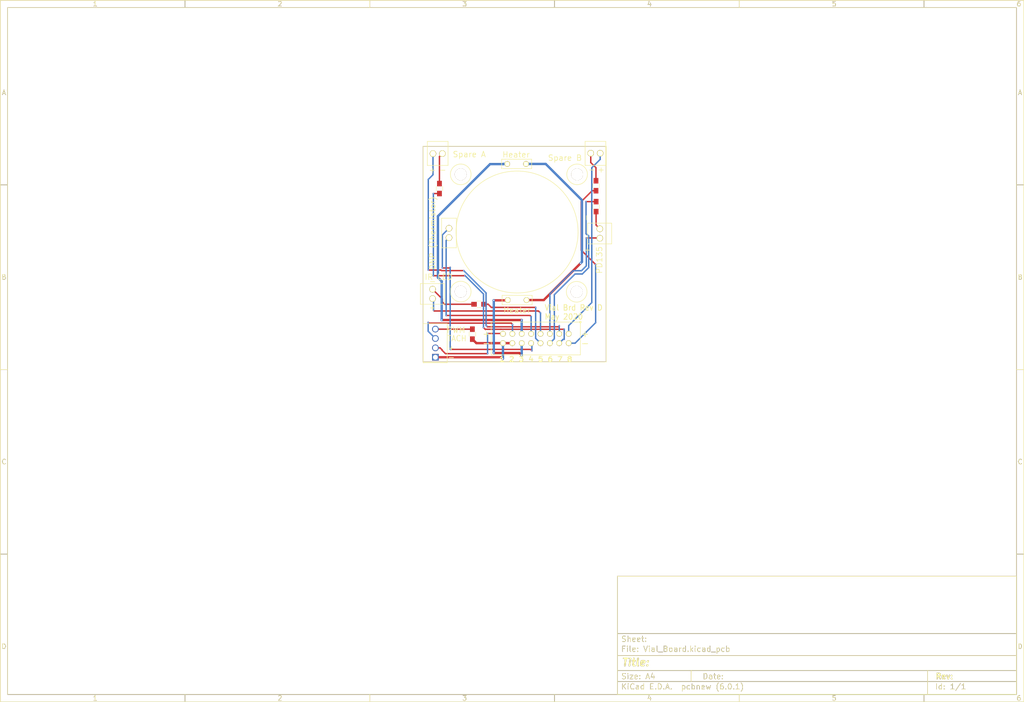
<source format=kicad_pcb>
(kicad_pcb (version 4) (generator gerbview)
  (layers (0 F.Cu signal) (31 B.Cu signal) (34 B.Paste user) (35 F.Paste user) (36 B.SilkS user) (37 F.SilkS user) (38 B.Mask user) (39 F.Mask user) (44 Edge.Cuts user))
  (gr_line (start 177.0022 166.0072) (end 177.0022 198.0072) (layer F.SilkS) (width 0.15))
  (gr_line (start 177.0022 198.0072) (end 285.0022 198.0072) (layer F.SilkS) (width 0.15))
  (gr_line (start 285.0022 198.0072) (end 285.0022 166.0072) (layer F.SilkS) (width 0.15))
  (gr_line (start 285.0022 166.0072) (end 177.0022 166.0072) (layer F.SilkS) (width 0.15))
  (gr_line (start 10 10) (end 10 200.0072) (layer F.SilkS) (width 0.15))
  (gr_line (start 10 200.0072) (end 287.0022 200.0072) (layer F.SilkS) (width 0.15))
  (gr_line (start 287.0022 200.0072) (end 287.0022 10) (layer F.SilkS) (width 0.15))
  (gr_line (start 287.0022 10) (end 10 10) (layer F.SilkS) (width 0.15))
  (gr_line (start 12 12) (end 12 198.0072) (layer F.SilkS) (width 0.15))
  (gr_line (start 12 198.0072) (end 285.0022 198.0072) (layer F.SilkS) (width 0.15))
  (gr_line (start 285.0022 198.0072) (end 285.0022 12) (layer F.SilkS) (width 0.15))
  (gr_line (start 285.0022 12) (end 12 12) (layer F.SilkS) (width 0.15))
  (gr_line (start 60 12) (end 60 10) (layer F.SilkS) (width 0.15))
  (gr_line (start 110 12) (end 110 10) (layer F.SilkS) (width 0.15))
  (gr_line (start 160 12) (end 160 10) (layer F.SilkS) (width 0.15))
  (gr_line (start 210 12) (end 210 10) (layer F.SilkS) (width 0.15))
  (gr_line (start 260 12) (end 260 10) (layer F.SilkS) (width 0.15))
  (gr_line (start 36.06548 11.5881) (end 35.32262 11.5881) (layer F.SilkS) (width 0.15))
  (gr_line (start 35.69405 11.5881) (end 35.69405 10.2881) (layer F.SilkS) (width 0.15))
  (gr_line (start 35.69405 10.2881) (end 35.57024 10.47381) (layer F.SilkS) (width 0.15))
  (gr_line (start 35.57024 10.47381) (end 35.44643 10.59762) (layer F.SilkS) (width 0.15))
  (gr_line (start 35.44643 10.59762) (end 35.32262 10.65952) (layer F.SilkS) (width 0.15))
  (gr_line (start 85.32262 10.4119) (end 85.38452 10.35) (layer F.SilkS) (width 0.15))
  (gr_line (start 85.38452 10.35) (end 85.50833 10.2881) (layer F.SilkS) (width 0.15))
  (gr_line (start 85.50833 10.2881) (end 85.81786 10.2881) (layer F.SilkS) (width 0.15))
  (gr_line (start 85.81786 10.2881) (end 85.94167 10.35) (layer F.SilkS) (width 0.15))
  (gr_line (start 85.94167 10.35) (end 86.00357 10.4119) (layer F.SilkS) (width 0.15))
  (gr_line (start 86.00357 10.4119) (end 86.06548 10.53571) (layer F.SilkS) (width 0.15))
  (gr_line (start 86.06548 10.53571) (end 86.06548 10.65952) (layer F.SilkS) (width 0.15))
  (gr_line (start 86.06548 10.65952) (end 86.00357 10.84524) (layer F.SilkS) (width 0.15))
  (gr_line (start 86.00357 10.84524) (end 85.26071 11.5881) (layer F.SilkS) (width 0.15))
  (gr_line (start 85.26071 11.5881) (end 86.06548 11.5881) (layer F.SilkS) (width 0.15))
  (gr_line (start 135.26071 10.2881) (end 136.06548 10.2881) (layer F.SilkS) (width 0.15))
  (gr_line (start 136.06548 10.2881) (end 135.63214 10.78333) (layer F.SilkS) (width 0.15))
  (gr_line (start 135.63214 10.78333) (end 135.81786 10.78333) (layer F.SilkS) (width 0.15))
  (gr_line (start 135.81786 10.78333) (end 135.94167 10.84524) (layer F.SilkS) (width 0.15))
  (gr_line (start 135.94167 10.84524) (end 136.00357 10.90714) (layer F.SilkS) (width 0.15))
  (gr_line (start 136.00357 10.90714) (end 136.06548 11.03095) (layer F.SilkS) (width 0.15))
  (gr_line (start 136.06548 11.03095) (end 136.06548 11.34048) (layer F.SilkS) (width 0.15))
  (gr_line (start 136.06548 11.34048) (end 136.00357 11.46429) (layer F.SilkS) (width 0.15))
  (gr_line (start 136.00357 11.46429) (end 135.94167 11.52619) (layer F.SilkS) (width 0.15))
  (gr_line (start 135.94167 11.52619) (end 135.81786 11.5881) (layer F.SilkS) (width 0.15))
  (gr_line (start 135.81786 11.5881) (end 135.44643 11.5881) (layer F.SilkS) (width 0.15))
  (gr_line (start 135.44643 11.5881) (end 135.32262 11.52619) (layer F.SilkS) (width 0.15))
  (gr_line (start 135.32262 11.52619) (end 135.26071 11.46429) (layer F.SilkS) (width 0.15))
  (gr_line (start 185.94167 10.72143) (end 185.94167 11.5881) (layer F.SilkS) (width 0.15))
  (gr_line (start 185.63214 10.22619) (end 185.32262 11.15476) (layer F.SilkS) (width 0.15))
  (gr_line (start 185.32262 11.15476) (end 186.12738 11.15476) (layer F.SilkS) (width 0.15))
  (gr_line (start 236.00357 10.2881) (end 235.38452 10.2881) (layer F.SilkS) (width 0.15))
  (gr_line (start 235.38452 10.2881) (end 235.32262 10.90714) (layer F.SilkS) (width 0.15))
  (gr_line (start 235.32262 10.90714) (end 235.38452 10.84524) (layer F.SilkS) (width 0.15))
  (gr_line (start 235.38452 10.84524) (end 235.50833 10.78333) (layer F.SilkS) (width 0.15))
  (gr_line (start 235.50833 10.78333) (end 235.81786 10.78333) (layer F.SilkS) (width 0.15))
  (gr_line (start 235.81786 10.78333) (end 235.94167 10.84524) (layer F.SilkS) (width 0.15))
  (gr_line (start 235.94167 10.84524) (end 236.00357 10.90714) (layer F.SilkS) (width 0.15))
  (gr_line (start 236.00357 10.90714) (end 236.06548 11.03095) (layer F.SilkS) (width 0.15))
  (gr_line (start 236.06548 11.03095) (end 236.06548 11.34048) (layer F.SilkS) (width 0.15))
  (gr_line (start 236.06548 11.34048) (end 236.00357 11.46429) (layer F.SilkS) (width 0.15))
  (gr_line (start 236.00357 11.46429) (end 235.94167 11.52619) (layer F.SilkS) (width 0.15))
  (gr_line (start 235.94167 11.52619) (end 235.81786 11.5881) (layer F.SilkS) (width 0.15))
  (gr_line (start 235.81786 11.5881) (end 235.50833 11.5881) (layer F.SilkS) (width 0.15))
  (gr_line (start 235.50833 11.5881) (end 235.38452 11.52619) (layer F.SilkS) (width 0.15))
  (gr_line (start 235.38452 11.52619) (end 235.32262 11.46429) (layer F.SilkS) (width 0.15))
  (gr_line (start 285.94167 10.2881) (end 285.69405 10.2881) (layer F.SilkS) (width 0.15))
  (gr_line (start 285.69405 10.2881) (end 285.57024 10.35) (layer F.SilkS) (width 0.15))
  (gr_line (start 285.57024 10.35) (end 285.50833 10.4119) (layer F.SilkS) (width 0.15))
  (gr_line (start 285.50833 10.4119) (end 285.38452 10.59762) (layer F.SilkS) (width 0.15))
  (gr_line (start 285.38452 10.59762) (end 285.32262 10.84524) (layer F.SilkS) (width 0.15))
  (gr_line (start 285.32262 10.84524) (end 285.32262 11.34048) (layer F.SilkS) (width 0.15))
  (gr_line (start 285.32262 11.34048) (end 285.38452 11.46429) (layer F.SilkS) (width 0.15))
  (gr_line (start 285.38452 11.46429) (end 285.44643 11.52619) (layer F.SilkS) (width 0.15))
  (gr_line (start 285.44643 11.52619) (end 285.57024 11.5881) (layer F.SilkS) (width 0.15))
  (gr_line (start 285.57024 11.5881) (end 285.81786 11.5881) (layer F.SilkS) (width 0.15))
  (gr_line (start 285.81786 11.5881) (end 285.94167 11.52619) (layer F.SilkS) (width 0.15))
  (gr_line (start 285.94167 11.52619) (end 286.00357 11.46429) (layer F.SilkS) (width 0.15))
  (gr_line (start 286.00357 11.46429) (end 286.06548 11.34048) (layer F.SilkS) (width 0.15))
  (gr_line (start 286.06548 11.34048) (end 286.06548 11.03095) (layer F.SilkS) (width 0.15))
  (gr_line (start 286.06548 11.03095) (end 286.00357 10.90714) (layer F.SilkS) (width 0.15))
  (gr_line (start 286.00357 10.90714) (end 285.94167 10.84524) (layer F.SilkS) (width 0.15))
  (gr_line (start 285.94167 10.84524) (end 285.81786 10.78333) (layer F.SilkS) (width 0.15))
  (gr_line (start 285.81786 10.78333) (end 285.57024 10.78333) (layer F.SilkS) (width 0.15))
  (gr_line (start 285.57024 10.78333) (end 285.44643 10.84524) (layer F.SilkS) (width 0.15))
  (gr_line (start 285.44643 10.84524) (end 285.38452 10.90714) (layer F.SilkS) (width 0.15))
  (gr_line (start 285.38452 10.90714) (end 285.32262 11.03095) (layer F.SilkS) (width 0.15))
  (gr_line (start 60 198.0072) (end 60 200.0072) (layer F.SilkS) (width 0.15))
  (gr_line (start 110 198.0072) (end 110 200.0072) (layer F.SilkS) (width 0.15))
  (gr_line (start 160 198.0072) (end 160 200.0072) (layer F.SilkS) (width 0.15))
  (gr_line (start 210 198.0072) (end 210 200.0072) (layer F.SilkS) (width 0.15))
  (gr_line (start 260 198.0072) (end 260 200.0072) (layer F.SilkS) (width 0.15))
  (gr_line (start 36.06548 199.5953) (end 35.32262 199.5953) (layer F.SilkS) (width 0.15))
  (gr_line (start 35.69405 199.5953) (end 35.69405 198.2953) (layer F.SilkS) (width 0.15))
  (gr_line (start 35.69405 198.2953) (end 35.57024 198.48101) (layer F.SilkS) (width 0.15))
  (gr_line (start 35.57024 198.48101) (end 35.44643 198.60482) (layer F.SilkS) (width 0.15))
  (gr_line (start 35.44643 198.60482) (end 35.32262 198.66672) (layer F.SilkS) (width 0.15))
  (gr_line (start 85.32262 198.4191) (end 85.38452 198.3572) (layer F.SilkS) (width 0.15))
  (gr_line (start 85.38452 198.3572) (end 85.50833 198.2953) (layer F.SilkS) (width 0.15))
  (gr_line (start 85.50833 198.2953) (end 85.81786 198.2953) (layer F.SilkS) (width 0.15))
  (gr_line (start 85.81786 198.2953) (end 85.94167 198.3572) (layer F.SilkS) (width 0.15))
  (gr_line (start 85.94167 198.3572) (end 86.00357 198.4191) (layer F.SilkS) (width 0.15))
  (gr_line (start 86.00357 198.4191) (end 86.06548 198.54291) (layer F.SilkS) (width 0.15))
  (gr_line (start 86.06548 198.54291) (end 86.06548 198.66672) (layer F.SilkS) (width 0.15))
  (gr_line (start 86.06548 198.66672) (end 86.00357 198.85244) (layer F.SilkS) (width 0.15))
  (gr_line (start 86.00357 198.85244) (end 85.26071 199.5953) (layer F.SilkS) (width 0.15))
  (gr_line (start 85.26071 199.5953) (end 86.06548 199.5953) (layer F.SilkS) (width 0.15))
  (gr_line (start 135.26071 198.2953) (end 136.06548 198.2953) (layer F.SilkS) (width 0.15))
  (gr_line (start 136.06548 198.2953) (end 135.63214 198.79053) (layer F.SilkS) (width 0.15))
  (gr_line (start 135.63214 198.79053) (end 135.81786 198.79053) (layer F.SilkS) (width 0.15))
  (gr_line (start 135.81786 198.79053) (end 135.94167 198.85244) (layer F.SilkS) (width 0.15))
  (gr_line (start 135.94167 198.85244) (end 136.00357 198.91434) (layer F.SilkS) (width 0.15))
  (gr_line (start 136.00357 198.91434) (end 136.06548 199.03815) (layer F.SilkS) (width 0.15))
  (gr_line (start 136.06548 199.03815) (end 136.06548 199.34768) (layer F.SilkS) (width 0.15))
  (gr_line (start 136.06548 199.34768) (end 136.00357 199.47149) (layer F.SilkS) (width 0.15))
  (gr_line (start 136.00357 199.47149) (end 135.94167 199.53339) (layer F.SilkS) (width 0.15))
  (gr_line (start 135.94167 199.53339) (end 135.81786 199.5953) (layer F.SilkS) (width 0.15))
  (gr_line (start 135.81786 199.5953) (end 135.44643 199.5953) (layer F.SilkS) (width 0.15))
  (gr_line (start 135.44643 199.5953) (end 135.32262 199.53339) (layer F.SilkS) (width 0.15))
  (gr_line (start 135.32262 199.53339) (end 135.26071 199.47149) (layer F.SilkS) (width 0.15))
  (gr_line (start 185.94167 198.72863) (end 185.94167 199.5953) (layer F.SilkS) (width 0.15))
  (gr_line (start 185.63214 198.23339) (end 185.32262 199.16196) (layer F.SilkS) (width 0.15))
  (gr_line (start 185.32262 199.16196) (end 186.12738 199.16196) (layer F.SilkS) (width 0.15))
  (gr_line (start 236.00357 198.2953) (end 235.38452 198.2953) (layer F.SilkS) (width 0.15))
  (gr_line (start 235.38452 198.2953) (end 235.32262 198.91434) (layer F.SilkS) (width 0.15))
  (gr_line (start 235.32262 198.91434) (end 235.38452 198.85244) (layer F.SilkS) (width 0.15))
  (gr_line (start 235.38452 198.85244) (end 235.50833 198.79053) (layer F.SilkS) (width 0.15))
  (gr_line (start 235.50833 198.79053) (end 235.81786 198.79053) (layer F.SilkS) (width 0.15))
  (gr_line (start 235.81786 198.79053) (end 235.94167 198.85244) (layer F.SilkS) (width 0.15))
  (gr_line (start 235.94167 198.85244) (end 236.00357 198.91434) (layer F.SilkS) (width 0.15))
  (gr_line (start 236.00357 198.91434) (end 236.06548 199.03815) (layer F.SilkS) (width 0.15))
  (gr_line (start 236.06548 199.03815) (end 236.06548 199.34768) (layer F.SilkS) (width 0.15))
  (gr_line (start 236.06548 199.34768) (end 236.00357 199.47149) (layer F.SilkS) (width 0.15))
  (gr_line (start 236.00357 199.47149) (end 235.94167 199.53339) (layer F.SilkS) (width 0.15))
  (gr_line (start 235.94167 199.53339) (end 235.81786 199.5953) (layer F.SilkS) (width 0.15))
  (gr_line (start 235.81786 199.5953) (end 235.50833 199.5953) (layer F.SilkS) (width 0.15))
  (gr_line (start 235.50833 199.5953) (end 235.38452 199.53339) (layer F.SilkS) (width 0.15))
  (gr_line (start 235.38452 199.53339) (end 235.32262 199.47149) (layer F.SilkS) (width 0.15))
  (gr_line (start 285.94167 198.2953) (end 285.69405 198.2953) (layer F.SilkS) (width 0.15))
  (gr_line (start 285.69405 198.2953) (end 285.57024 198.3572) (layer F.SilkS) (width 0.15))
  (gr_line (start 285.57024 198.3572) (end 285.50833 198.4191) (layer F.SilkS) (width 0.15))
  (gr_line (start 285.50833 198.4191) (end 285.38452 198.60482) (layer F.SilkS) (width 0.15))
  (gr_line (start 285.38452 198.60482) (end 285.32262 198.85244) (layer F.SilkS) (width 0.15))
  (gr_line (start 285.32262 198.85244) (end 285.32262 199.34768) (layer F.SilkS) (width 0.15))
  (gr_line (start 285.32262 199.34768) (end 285.38452 199.47149) (layer F.SilkS) (width 0.15))
  (gr_line (start 285.38452 199.47149) (end 285.44643 199.53339) (layer F.SilkS) (width 0.15))
  (gr_line (start 285.44643 199.53339) (end 285.57024 199.5953) (layer F.SilkS) (width 0.15))
  (gr_line (start 285.57024 199.5953) (end 285.81786 199.5953) (layer F.SilkS) (width 0.15))
  (gr_line (start 285.81786 199.5953) (end 285.94167 199.53339) (layer F.SilkS) (width 0.15))
  (gr_line (start 285.94167 199.53339) (end 286.00357 199.47149) (layer F.SilkS) (width 0.15))
  (gr_line (start 286.00357 199.47149) (end 286.06548 199.34768) (layer F.SilkS) (width 0.15))
  (gr_line (start 286.06548 199.34768) (end 286.06548 199.03815) (layer F.SilkS) (width 0.15))
  (gr_line (start 286.06548 199.03815) (end 286.00357 198.91434) (layer F.SilkS) (width 0.15))
  (gr_line (start 286.00357 198.91434) (end 285.94167 198.85244) (layer F.SilkS) (width 0.15))
  (gr_line (start 285.94167 198.85244) (end 285.81786 198.79053) (layer F.SilkS) (width 0.15))
  (gr_line (start 285.81786 198.79053) (end 285.57024 198.79053) (layer F.SilkS) (width 0.15))
  (gr_line (start 285.57024 198.79053) (end 285.44643 198.85244) (layer F.SilkS) (width 0.15))
  (gr_line (start 285.44643 198.85244) (end 285.38452 198.91434) (layer F.SilkS) (width 0.15))
  (gr_line (start 285.38452 198.91434) (end 285.32262 199.03815) (layer F.SilkS) (width 0.15))
  (gr_line (start 10 60) (end 12 60) (layer F.SilkS) (width 0.15))
  (gr_line (start 10 110) (end 12 110) (layer F.SilkS) (width 0.15))
  (gr_line (start 10 160) (end 12 160) (layer F.SilkS) (width 0.15))
  (gr_line (start 10.69048 35.21667) (end 11.30952 35.21667) (layer F.SilkS) (width 0.15))
  (gr_line (start 10.56667 35.5881) (end 11 34.2881) (layer F.SilkS) (width 0.15))
  (gr_line (start 11 34.2881) (end 11.43333 35.5881) (layer F.SilkS) (width 0.15))
  (gr_line (start 11.09286 84.90714) (end 11.27857 84.96905) (layer F.SilkS) (width 0.15))
  (gr_line (start 11.27857 84.96905) (end 11.34048 85.03095) (layer F.SilkS) (width 0.15))
  (gr_line (start 11.34048 85.03095) (end 11.40238 85.15476) (layer F.SilkS) (width 0.15))
  (gr_line (start 11.40238 85.15476) (end 11.40238 85.34048) (layer F.SilkS) (width 0.15))
  (gr_line (start 11.40238 85.34048) (end 11.34048 85.46429) (layer F.SilkS) (width 0.15))
  (gr_line (start 11.34048 85.46429) (end 11.27857 85.52619) (layer F.SilkS) (width 0.15))
  (gr_line (start 11.27857 85.52619) (end 11.15476 85.5881) (layer F.SilkS) (width 0.15))
  (gr_line (start 11.15476 85.5881) (end 10.65952 85.5881) (layer F.SilkS) (width 0.15))
  (gr_line (start 10.65952 85.5881) (end 10.65952 84.2881) (layer F.SilkS) (width 0.15))
  (gr_line (start 10.65952 84.2881) (end 11.09286 84.2881) (layer F.SilkS) (width 0.15))
  (gr_line (start 11.09286 84.2881) (end 11.21667 84.35) (layer F.SilkS) (width 0.15))
  (gr_line (start 11.21667 84.35) (end 11.27857 84.4119) (layer F.SilkS) (width 0.15))
  (gr_line (start 11.27857 84.4119) (end 11.34048 84.53571) (layer F.SilkS) (width 0.15))
  (gr_line (start 11.34048 84.53571) (end 11.34048 84.65952) (layer F.SilkS) (width 0.15))
  (gr_line (start 11.34048 84.65952) (end 11.27857 84.78333) (layer F.SilkS) (width 0.15))
  (gr_line (start 11.27857 84.78333) (end 11.21667 84.84524) (layer F.SilkS) (width 0.15))
  (gr_line (start 11.21667 84.84524) (end 11.09286 84.90714) (layer F.SilkS) (width 0.15))
  (gr_line (start 11.09286 84.90714) (end 10.65952 84.90714) (layer F.SilkS) (width 0.15))
  (gr_line (start 11.40238 135.46429) (end 11.34048 135.52619) (layer F.SilkS) (width 0.15))
  (gr_line (start 11.34048 135.52619) (end 11.15476 135.5881) (layer F.SilkS) (width 0.15))
  (gr_line (start 11.15476 135.5881) (end 11.03095 135.5881) (layer F.SilkS) (width 0.15))
  (gr_line (start 11.03095 135.5881) (end 10.84524 135.52619) (layer F.SilkS) (width 0.15))
  (gr_line (start 10.84524 135.52619) (end 10.72143 135.40238) (layer F.SilkS) (width 0.15))
  (gr_line (start 10.72143 135.40238) (end 10.65952 135.27857) (layer F.SilkS) (width 0.15))
  (gr_line (start 10.65952 135.27857) (end 10.59762 135.03095) (layer F.SilkS) (width 0.15))
  (gr_line (start 10.59762 135.03095) (end 10.59762 134.84524) (layer F.SilkS) (width 0.15))
  (gr_line (start 10.59762 134.84524) (end 10.65952 134.59762) (layer F.SilkS) (width 0.15))
  (gr_line (start 10.65952 134.59762) (end 10.72143 134.47381) (layer F.SilkS) (width 0.15))
  (gr_line (start 10.72143 134.47381) (end 10.84524 134.35) (layer F.SilkS) (width 0.15))
  (gr_line (start 10.84524 134.35) (end 11.03095 134.2881) (layer F.SilkS) (width 0.15))
  (gr_line (start 11.03095 134.2881) (end 11.15476 134.2881) (layer F.SilkS) (width 0.15))
  (gr_line (start 11.15476 134.2881) (end 11.34048 134.35) (layer F.SilkS) (width 0.15))
  (gr_line (start 11.34048 134.35) (end 11.40238 134.4119) (layer F.SilkS) (width 0.15))
  (gr_line (start 10.65952 185.5881) (end 10.65952 184.2881) (layer F.SilkS) (width 0.15))
  (gr_line (start 10.65952 184.2881) (end 10.96905 184.2881) (layer F.SilkS) (width 0.15))
  (gr_line (start 10.96905 184.2881) (end 11.15476 184.35) (layer F.SilkS) (width 0.15))
  (gr_line (start 11.15476 184.35) (end 11.27857 184.47381) (layer F.SilkS) (width 0.15))
  (gr_line (start 11.27857 184.47381) (end 11.34048 184.59762) (layer F.SilkS) (width 0.15))
  (gr_line (start 11.34048 184.59762) (end 11.40238 184.84524) (layer F.SilkS) (width 0.15))
  (gr_line (start 11.40238 184.84524) (end 11.40238 185.03095) (layer F.SilkS) (width 0.15))
  (gr_line (start 11.40238 185.03095) (end 11.34048 185.27857) (layer F.SilkS) (width 0.15))
  (gr_line (start 11.34048 185.27857) (end 11.27857 185.40238) (layer F.SilkS) (width 0.15))
  (gr_line (start 11.27857 185.40238) (end 11.15476 185.52619) (layer F.SilkS) (width 0.15))
  (gr_line (start 11.15476 185.52619) (end 10.96905 185.5881) (layer F.SilkS) (width 0.15))
  (gr_line (start 10.96905 185.5881) (end 10.65952 185.5881) (layer F.SilkS) (width 0.15))
  (gr_line (start 287.0022 60) (end 285.0022 60) (layer F.SilkS) (width 0.15))
  (gr_line (start 287.0022 110) (end 285.0022 110) (layer F.SilkS) (width 0.15))
  (gr_line (start 287.0022 160) (end 285.0022 160) (layer F.SilkS) (width 0.15))
  (gr_line (start 285.69268 35.21667) (end 286.31172 35.21667) (layer F.SilkS) (width 0.15))
  (gr_line (start 285.56887 35.5881) (end 286.0022 34.2881) (layer F.SilkS) (width 0.15))
  (gr_line (start 286.0022 34.2881) (end 286.43553 35.5881) (layer F.SilkS) (width 0.15))
  (gr_line (start 286.09506 84.90714) (end 286.28077 84.96905) (layer F.SilkS) (width 0.15))
  (gr_line (start 286.28077 84.96905) (end 286.34268 85.03095) (layer F.SilkS) (width 0.15))
  (gr_line (start 286.34268 85.03095) (end 286.40458 85.15476) (layer F.SilkS) (width 0.15))
  (gr_line (start 286.40458 85.15476) (end 286.40458 85.34048) (layer F.SilkS) (width 0.15))
  (gr_line (start 286.40458 85.34048) (end 286.34268 85.46429) (layer F.SilkS) (width 0.15))
  (gr_line (start 286.34268 85.46429) (end 286.28077 85.52619) (layer F.SilkS) (width 0.15))
  (gr_line (start 286.28077 85.52619) (end 286.15696 85.5881) (layer F.SilkS) (width 0.15))
  (gr_line (start 286.15696 85.5881) (end 285.66172 85.5881) (layer F.SilkS) (width 0.15))
  (gr_line (start 285.66172 85.5881) (end 285.66172 84.2881) (layer F.SilkS) (width 0.15))
  (gr_line (start 285.66172 84.2881) (end 286.09506 84.2881) (layer F.SilkS) (width 0.15))
  (gr_line (start 286.09506 84.2881) (end 286.21887 84.35) (layer F.SilkS) (width 0.15))
  (gr_line (start 286.21887 84.35) (end 286.28077 84.4119) (layer F.SilkS) (width 0.15))
  (gr_line (start 286.28077 84.4119) (end 286.34268 84.53571) (layer F.SilkS) (width 0.15))
  (gr_line (start 286.34268 84.53571) (end 286.34268 84.65952) (layer F.SilkS) (width 0.15))
  (gr_line (start 286.34268 84.65952) (end 286.28077 84.78333) (layer F.SilkS) (width 0.15))
  (gr_line (start 286.28077 84.78333) (end 286.21887 84.84524) (layer F.SilkS) (width 0.15))
  (gr_line (start 286.21887 84.84524) (end 286.09506 84.90714) (layer F.SilkS) (width 0.15))
  (gr_line (start 286.09506 84.90714) (end 285.66172 84.90714) (layer F.SilkS) (width 0.15))
  (gr_line (start 286.40458 135.46429) (end 286.34268 135.52619) (layer F.SilkS) (width 0.15))
  (gr_line (start 286.34268 135.52619) (end 286.15696 135.5881) (layer F.SilkS) (width 0.15))
  (gr_line (start 286.15696 135.5881) (end 286.03315 135.5881) (layer F.SilkS) (width 0.15))
  (gr_line (start 286.03315 135.5881) (end 285.84744 135.52619) (layer F.SilkS) (width 0.15))
  (gr_line (start 285.84744 135.52619) (end 285.72363 135.40238) (layer F.SilkS) (width 0.15))
  (gr_line (start 285.72363 135.40238) (end 285.66172 135.27857) (layer F.SilkS) (width 0.15))
  (gr_line (start 285.66172 135.27857) (end 285.59982 135.03095) (layer F.SilkS) (width 0.15))
  (gr_line (start 285.59982 135.03095) (end 285.59982 134.84524) (layer F.SilkS) (width 0.15))
  (gr_line (start 285.59982 134.84524) (end 285.66172 134.59762) (layer F.SilkS) (width 0.15))
  (gr_line (start 285.66172 134.59762) (end 285.72363 134.47381) (layer F.SilkS) (width 0.15))
  (gr_line (start 285.72363 134.47381) (end 285.84744 134.35) (layer F.SilkS) (width 0.15))
  (gr_line (start 285.84744 134.35) (end 286.03315 134.2881) (layer F.SilkS) (width 0.15))
  (gr_line (start 286.03315 134.2881) (end 286.15696 134.2881) (layer F.SilkS) (width 0.15))
  (gr_line (start 286.15696 134.2881) (end 286.34268 134.35) (layer F.SilkS) (width 0.15))
  (gr_line (start 286.34268 134.35) (end 286.40458 134.4119) (layer F.SilkS) (width 0.15))
  (gr_line (start 285.66172 185.5881) (end 285.66172 184.2881) (layer F.SilkS) (width 0.15))
  (gr_line (start 285.66172 184.2881) (end 285.97125 184.2881) (layer F.SilkS) (width 0.15))
  (gr_line (start 285.97125 184.2881) (end 286.15696 184.35) (layer F.SilkS) (width 0.15))
  (gr_line (start 286.15696 184.35) (end 286.28077 184.47381) (layer F.SilkS) (width 0.15))
  (gr_line (start 286.28077 184.47381) (end 286.34268 184.59762) (layer F.SilkS) (width 0.15))
  (gr_line (start 286.34268 184.59762) (end 286.40458 184.84524) (layer F.SilkS) (width 0.15))
  (gr_line (start 286.40458 184.84524) (end 286.40458 185.03095) (layer F.SilkS) (width 0.15))
  (gr_line (start 286.40458 185.03095) (end 286.34268 185.27857) (layer F.SilkS) (width 0.15))
  (gr_line (start 286.34268 185.27857) (end 286.28077 185.40238) (layer F.SilkS) (width 0.15))
  (gr_line (start 286.28077 185.40238) (end 286.15696 185.52619) (layer F.SilkS) (width 0.15))
  (gr_line (start 286.15696 185.52619) (end 285.97125 185.5881) (layer F.SilkS) (width 0.15))
  (gr_line (start 285.97125 185.5881) (end 285.66172 185.5881) (layer F.SilkS) (width 0.15))
  (gr_line (start 200.43434 193.78577) (end 200.43434 192.28577) (layer F.SilkS) (width 0.15))
  (gr_line (start 200.43434 192.28577) (end 200.79149 192.28577) (layer F.SilkS) (width 0.15))
  (gr_line (start 200.79149 192.28577) (end 201.00577 192.3572) (layer F.SilkS) (width 0.15))
  (gr_line (start 201.00577 192.3572) (end 201.14863 192.50006) (layer F.SilkS) (width 0.15))
  (gr_line (start 201.14863 192.50006) (end 201.22006 192.64291) (layer F.SilkS) (width 0.15))
  (gr_line (start 201.22006 192.64291) (end 201.29149 192.92863) (layer F.SilkS) (width 0.15))
  (gr_line (start 201.29149 192.92863) (end 201.29149 193.14291) (layer F.SilkS) (width 0.15))
  (gr_line (start 201.29149 193.14291) (end 201.22006 193.42863) (layer F.SilkS) (width 0.15))
  (gr_line (start 201.22006 193.42863) (end 201.14863 193.57149) (layer F.SilkS) (width 0.15))
  (gr_line (start 201.14863 193.57149) (end 201.00577 193.71434) (layer F.SilkS) (width 0.15))
  (gr_line (start 201.00577 193.71434) (end 200.79149 193.78577) (layer F.SilkS) (width 0.15))
  (gr_line (start 200.79149 193.78577) (end 200.43434 193.78577) (layer F.SilkS) (width 0.15))
  (gr_line (start 202.5772 193.78577) (end 202.5772 193.00006) (layer F.SilkS) (width 0.15))
  (gr_line (start 202.5772 193.00006) (end 202.50577 192.8572) (layer F.SilkS) (width 0.15))
  (gr_line (start 202.50577 192.8572) (end 202.36291 192.78577) (layer F.SilkS) (width 0.15))
  (gr_line (start 202.36291 192.78577) (end 202.0772 192.78577) (layer F.SilkS) (width 0.15))
  (gr_line (start 202.0772 192.78577) (end 201.93434 192.8572) (layer F.SilkS) (width 0.15))
  (gr_line (start 202.5772 193.71434) (end 202.43434 193.78577) (layer F.SilkS) (width 0.15))
  (gr_line (start 202.43434 193.78577) (end 202.0772 193.78577) (layer F.SilkS) (width 0.15))
  (gr_line (start 202.0772 193.78577) (end 201.93434 193.71434) (layer F.SilkS) (width 0.15))
  (gr_line (start 201.93434 193.71434) (end 201.86291 193.57149) (layer F.SilkS) (width 0.15))
  (gr_line (start 201.86291 193.57149) (end 201.86291 193.42863) (layer F.SilkS) (width 0.15))
  (gr_line (start 201.86291 193.42863) (end 201.93434 193.28577) (layer F.SilkS) (width 0.15))
  (gr_line (start 201.93434 193.28577) (end 202.0772 193.21434) (layer F.SilkS) (width 0.15))
  (gr_line (start 202.0772 193.21434) (end 202.43434 193.21434) (layer F.SilkS) (width 0.15))
  (gr_line (start 202.43434 193.21434) (end 202.5772 193.14291) (layer F.SilkS) (width 0.15))
  (gr_line (start 203.0772 192.78577) (end 203.64863 192.78577) (layer F.SilkS) (width 0.15))
  (gr_line (start 203.29149 192.28577) (end 203.29149 193.57149) (layer F.SilkS) (width 0.15))
  (gr_line (start 203.29149 193.57149) (end 203.36291 193.71434) (layer F.SilkS) (width 0.15))
  (gr_line (start 203.36291 193.71434) (end 203.50577 193.78577) (layer F.SilkS) (width 0.15))
  (gr_line (start 203.50577 193.78577) (end 203.64863 193.78577) (layer F.SilkS) (width 0.15))
  (gr_line (start 204.72006 193.71434) (end 204.5772 193.78577) (layer F.SilkS) (width 0.15))
  (gr_line (start 204.5772 193.78577) (end 204.29149 193.78577) (layer F.SilkS) (width 0.15))
  (gr_line (start 204.29149 193.78577) (end 204.14863 193.71434) (layer F.SilkS) (width 0.15))
  (gr_line (start 204.14863 193.71434) (end 204.0772 193.57149) (layer F.SilkS) (width 0.15))
  (gr_line (start 204.0772 193.57149) (end 204.0772 193.00006) (layer F.SilkS) (width 0.15))
  (gr_line (start 204.0772 193.00006) (end 204.14863 192.8572) (layer F.SilkS) (width 0.15))
  (gr_line (start 204.14863 192.8572) (end 204.29149 192.78577) (layer F.SilkS) (width 0.15))
  (gr_line (start 204.29149 192.78577) (end 204.5772 192.78577) (layer F.SilkS) (width 0.15))
  (gr_line (start 204.5772 192.78577) (end 204.72006 192.8572) (layer F.SilkS) (width 0.15))
  (gr_line (start 204.72006 192.8572) (end 204.79149 193.00006) (layer F.SilkS) (width 0.15))
  (gr_line (start 204.79149 193.00006) (end 204.79149 193.14291) (layer F.SilkS) (width 0.15))
  (gr_line (start 204.79149 193.14291) (end 204.0772 193.28577) (layer F.SilkS) (width 0.15))
  (gr_line (start 205.43434 193.64291) (end 205.50577 193.71434) (layer F.SilkS) (width 0.15))
  (gr_line (start 205.50577 193.71434) (end 205.43434 193.78577) (layer F.SilkS) (width 0.15))
  (gr_line (start 205.43434 193.78577) (end 205.36291 193.71434) (layer F.SilkS) (width 0.15))
  (gr_line (start 205.36291 193.71434) (end 205.43434 193.64291) (layer F.SilkS) (width 0.15))
  (gr_line (start 205.43434 193.64291) (end 205.43434 193.78577) (layer F.SilkS) (width 0.15))
  (gr_line (start 205.43434 192.8572) (end 205.50577 192.92863) (layer F.SilkS) (width 0.15))
  (gr_line (start 205.50577 192.92863) (end 205.43434 193.00006) (layer F.SilkS) (width 0.15))
  (gr_line (start 205.43434 193.00006) (end 205.36291 192.92863) (layer F.SilkS) (width 0.15))
  (gr_line (start 205.36291 192.92863) (end 205.43434 192.8572) (layer F.SilkS) (width 0.15))
  (gr_line (start 205.43434 192.8572) (end 205.43434 193.00006) (layer F.SilkS) (width 0.15))
  (gr_line (start 177.0022 194.5072) (end 285.0022 194.5072) (layer F.SilkS) (width 0.15))
  (gr_line (start 178.43434 196.58577) (end 178.43434 195.08577) (layer F.SilkS) (width 0.15))
  (gr_line (start 179.29149 196.58577) (end 178.64863 195.72863) (layer F.SilkS) (width 0.15))
  (gr_line (start 179.29149 195.08577) (end 178.43434 195.94291) (layer F.SilkS) (width 0.15))
  (gr_line (start 179.93434 196.58577) (end 179.93434 195.58577) (layer F.SilkS) (width 0.15))
  (gr_line (start 179.93434 195.08577) (end 179.86291 195.1572) (layer F.SilkS) (width 0.15))
  (gr_line (start 179.86291 195.1572) (end 179.93434 195.22863) (layer F.SilkS) (width 0.15))
  (gr_line (start 179.93434 195.22863) (end 180.00577 195.1572) (layer F.SilkS) (width 0.15))
  (gr_line (start 180.00577 195.1572) (end 179.93434 195.08577) (layer F.SilkS) (width 0.15))
  (gr_line (start 179.93434 195.08577) (end 179.93434 195.22863) (layer F.SilkS) (width 0.15))
  (gr_line (start 181.50577 196.44291) (end 181.43434 196.51434) (layer F.SilkS) (width 0.15))
  (gr_line (start 181.43434 196.51434) (end 181.22006 196.58577) (layer F.SilkS) (width 0.15))
  (gr_line (start 181.22006 196.58577) (end 181.0772 196.58577) (layer F.SilkS) (width 0.15))
  (gr_line (start 181.0772 196.58577) (end 180.86291 196.51434) (layer F.SilkS) (width 0.15))
  (gr_line (start 180.86291 196.51434) (end 180.72006 196.37149) (layer F.SilkS) (width 0.15))
  (gr_line (start 180.72006 196.37149) (end 180.64863 196.22863) (layer F.SilkS) (width 0.15))
  (gr_line (start 180.64863 196.22863) (end 180.5772 195.94291) (layer F.SilkS) (width 0.15))
  (gr_line (start 180.5772 195.94291) (end 180.5772 195.72863) (layer F.SilkS) (width 0.15))
  (gr_line (start 180.5772 195.72863) (end 180.64863 195.44291) (layer F.SilkS) (width 0.15))
  (gr_line (start 180.64863 195.44291) (end 180.72006 195.30006) (layer F.SilkS) (width 0.15))
  (gr_line (start 180.72006 195.30006) (end 180.86291 195.1572) (layer F.SilkS) (width 0.15))
  (gr_line (start 180.86291 195.1572) (end 181.0772 195.08577) (layer F.SilkS) (width 0.15))
  (gr_line (start 181.0772 195.08577) (end 181.22006 195.08577) (layer F.SilkS) (width 0.15))
  (gr_line (start 181.22006 195.08577) (end 181.43434 195.1572) (layer F.SilkS) (width 0.15))
  (gr_line (start 181.43434 195.1572) (end 181.50577 195.22863) (layer F.SilkS) (width 0.15))
  (gr_line (start 182.79149 196.58577) (end 182.79149 195.80006) (layer F.SilkS) (width 0.15))
  (gr_line (start 182.79149 195.80006) (end 182.72006 195.6572) (layer F.SilkS) (width 0.15))
  (gr_line (start 182.72006 195.6572) (end 182.5772 195.58577) (layer F.SilkS) (width 0.15))
  (gr_line (start 182.5772 195.58577) (end 182.29149 195.58577) (layer F.SilkS) (width 0.15))
  (gr_line (start 182.29149 195.58577) (end 182.14863 195.6572) (layer F.SilkS) (width 0.15))
  (gr_line (start 182.79149 196.51434) (end 182.64863 196.58577) (layer F.SilkS) (width 0.15))
  (gr_line (start 182.64863 196.58577) (end 182.29149 196.58577) (layer F.SilkS) (width 0.15))
  (gr_line (start 182.29149 196.58577) (end 182.14863 196.51434) (layer F.SilkS) (width 0.15))
  (gr_line (start 182.14863 196.51434) (end 182.0772 196.37149) (layer F.SilkS) (width 0.15))
  (gr_line (start 182.0772 196.37149) (end 182.0772 196.22863) (layer F.SilkS) (width 0.15))
  (gr_line (start 182.0772 196.22863) (end 182.14863 196.08577) (layer F.SilkS) (width 0.15))
  (gr_line (start 182.14863 196.08577) (end 182.29149 196.01434) (layer F.SilkS) (width 0.15))
  (gr_line (start 182.29149 196.01434) (end 182.64863 196.01434) (layer F.SilkS) (width 0.15))
  (gr_line (start 182.64863 196.01434) (end 182.79149 195.94291) (layer F.SilkS) (width 0.15))
  (gr_line (start 184.14863 196.58577) (end 184.14863 195.08577) (layer F.SilkS) (width 0.15))
  (gr_line (start 184.14863 196.51434) (end 184.00577 196.58577) (layer F.SilkS) (width 0.15))
  (gr_line (start 184.00577 196.58577) (end 183.72006 196.58577) (layer F.SilkS) (width 0.15))
  (gr_line (start 183.72006 196.58577) (end 183.5772 196.51434) (layer F.SilkS) (width 0.15))
  (gr_line (start 183.5772 196.51434) (end 183.50577 196.44291) (layer F.SilkS) (width 0.15))
  (gr_line (start 183.50577 196.44291) (end 183.43434 196.30006) (layer F.SilkS) (width 0.15))
  (gr_line (start 183.43434 196.30006) (end 183.43434 195.87149) (layer F.SilkS) (width 0.15))
  (gr_line (start 183.43434 195.87149) (end 183.50577 195.72863) (layer F.SilkS) (width 0.15))
  (gr_line (start 183.50577 195.72863) (end 183.5772 195.6572) (layer F.SilkS) (width 0.15))
  (gr_line (start 183.5772 195.6572) (end 183.72006 195.58577) (layer F.SilkS) (width 0.15))
  (gr_line (start 183.72006 195.58577) (end 184.00577 195.58577) (layer F.SilkS) (width 0.15))
  (gr_line (start 184.00577 195.58577) (end 184.14863 195.6572) (layer F.SilkS) (width 0.15))
  (gr_line (start 186.00577 195.80006) (end 186.50577 195.80006) (layer F.SilkS) (width 0.15))
  (gr_line (start 186.72006 196.58577) (end 186.00577 196.58577) (layer F.SilkS) (width 0.15))
  (gr_line (start 186.00577 196.58577) (end 186.00577 195.08577) (layer F.SilkS) (width 0.15))
  (gr_line (start 186.00577 195.08577) (end 186.72006 195.08577) (layer F.SilkS) (width 0.15))
  (gr_line (start 187.36291 196.44291) (end 187.43434 196.51434) (layer F.SilkS) (width 0.15))
  (gr_line (start 187.43434 196.51434) (end 187.36291 196.58577) (layer F.SilkS) (width 0.15))
  (gr_line (start 187.36291 196.58577) (end 187.29149 196.51434) (layer F.SilkS) (width 0.15))
  (gr_line (start 187.29149 196.51434) (end 187.36291 196.44291) (layer F.SilkS) (width 0.15))
  (gr_line (start 187.36291 196.44291) (end 187.36291 196.58577) (layer F.SilkS) (width 0.15))
  (gr_line (start 188.0772 196.58577) (end 188.0772 195.08577) (layer F.SilkS) (width 0.15))
  (gr_line (start 188.0772 195.08577) (end 188.43434 195.08577) (layer F.SilkS) (width 0.15))
  (gr_line (start 188.43434 195.08577) (end 188.64863 195.1572) (layer F.SilkS) (width 0.15))
  (gr_line (start 188.64863 195.1572) (end 188.79149 195.30006) (layer F.SilkS) (width 0.15))
  (gr_line (start 188.79149 195.30006) (end 188.86291 195.44291) (layer F.SilkS) (width 0.15))
  (gr_line (start 188.86291 195.44291) (end 188.93434 195.72863) (layer F.SilkS) (width 0.15))
  (gr_line (start 188.93434 195.72863) (end 188.93434 195.94291) (layer F.SilkS) (width 0.15))
  (gr_line (start 188.93434 195.94291) (end 188.86291 196.22863) (layer F.SilkS) (width 0.15))
  (gr_line (start 188.86291 196.22863) (end 188.79149 196.37149) (layer F.SilkS) (width 0.15))
  (gr_line (start 188.79149 196.37149) (end 188.64863 196.51434) (layer F.SilkS) (width 0.15))
  (gr_line (start 188.64863 196.51434) (end 188.43434 196.58577) (layer F.SilkS) (width 0.15))
  (gr_line (start 188.43434 196.58577) (end 188.0772 196.58577) (layer F.SilkS) (width 0.15))
  (gr_line (start 189.5772 196.44291) (end 189.64863 196.51434) (layer F.SilkS) (width 0.15))
  (gr_line (start 189.64863 196.51434) (end 189.5772 196.58577) (layer F.SilkS) (width 0.15))
  (gr_line (start 189.5772 196.58577) (end 189.50577 196.51434) (layer F.SilkS) (width 0.15))
  (gr_line (start 189.50577 196.51434) (end 189.5772 196.44291) (layer F.SilkS) (width 0.15))
  (gr_line (start 189.5772 196.44291) (end 189.5772 196.58577) (layer F.SilkS) (width 0.15))
  (gr_line (start 190.22006 196.1572) (end 190.93434 196.1572) (layer F.SilkS) (width 0.15))
  (gr_line (start 190.0772 196.58577) (end 190.5772 195.08577) (layer F.SilkS) (width 0.15))
  (gr_line (start 190.5772 195.08577) (end 191.0772 196.58577) (layer F.SilkS) (width 0.15))
  (gr_line (start 191.5772 196.44291) (end 191.64863 196.51434) (layer F.SilkS) (width 0.15))
  (gr_line (start 191.64863 196.51434) (end 191.5772 196.58577) (layer F.SilkS) (width 0.15))
  (gr_line (start 191.5772 196.58577) (end 191.50577 196.51434) (layer F.SilkS) (width 0.15))
  (gr_line (start 191.50577 196.51434) (end 191.5772 196.44291) (layer F.SilkS) (width 0.15))
  (gr_line (start 191.5772 196.44291) (end 191.5772 196.58577) (layer F.SilkS) (width 0.15))
  (gr_line (start 194.5772 195.58577) (end 194.5772 197.08577) (layer F.SilkS) (width 0.15))
  (gr_line (start 194.5772 195.6572) (end 194.72006 195.58577) (layer F.SilkS) (width 0.15))
  (gr_line (start 194.72006 195.58577) (end 195.00577 195.58577) (layer F.SilkS) (width 0.15))
  (gr_line (start 195.00577 195.58577) (end 195.14863 195.6572) (layer F.SilkS) (width 0.15))
  (gr_line (start 195.14863 195.6572) (end 195.22006 195.72863) (layer F.SilkS) (width 0.15))
  (gr_line (start 195.22006 195.72863) (end 195.29149 195.87149) (layer F.SilkS) (width 0.15))
  (gr_line (start 195.29149 195.87149) (end 195.29149 196.30006) (layer F.SilkS) (width 0.15))
  (gr_line (start 195.29149 196.30006) (end 195.22006 196.44291) (layer F.SilkS) (width 0.15))
  (gr_line (start 195.22006 196.44291) (end 195.14863 196.51434) (layer F.SilkS) (width 0.15))
  (gr_line (start 195.14863 196.51434) (end 195.00577 196.58577) (layer F.SilkS) (width 0.15))
  (gr_line (start 195.00577 196.58577) (end 194.72006 196.58577) (layer F.SilkS) (width 0.15))
  (gr_line (start 194.72006 196.58577) (end 194.5772 196.51434) (layer F.SilkS) (width 0.15))
  (gr_line (start 196.5772 196.51434) (end 196.43434 196.58577) (layer F.SilkS) (width 0.15))
  (gr_line (start 196.43434 196.58577) (end 196.14863 196.58577) (layer F.SilkS) (width 0.15))
  (gr_line (start 196.14863 196.58577) (end 196.00577 196.51434) (layer F.SilkS) (width 0.15))
  (gr_line (start 196.00577 196.51434) (end 195.93434 196.44291) (layer F.SilkS) (width 0.15))
  (gr_line (start 195.93434 196.44291) (end 195.86291 196.30006) (layer F.SilkS) (width 0.15))
  (gr_line (start 195.86291 196.30006) (end 195.86291 195.87149) (layer F.SilkS) (width 0.15))
  (gr_line (start 195.86291 195.87149) (end 195.93434 195.72863) (layer F.SilkS) (width 0.15))
  (gr_line (start 195.93434 195.72863) (end 196.00577 195.6572) (layer F.SilkS) (width 0.15))
  (gr_line (start 196.00577 195.6572) (end 196.14863 195.58577) (layer F.SilkS) (width 0.15))
  (gr_line (start 196.14863 195.58577) (end 196.43434 195.58577) (layer F.SilkS) (width 0.15))
  (gr_line (start 196.43434 195.58577) (end 196.5772 195.6572) (layer F.SilkS) (width 0.15))
  (gr_line (start 197.22006 196.58577) (end 197.22006 195.08577) (layer F.SilkS) (width 0.15))
  (gr_line (start 197.22006 195.6572) (end 197.36291 195.58577) (layer F.SilkS) (width 0.15))
  (gr_line (start 197.36291 195.58577) (end 197.64863 195.58577) (layer F.SilkS) (width 0.15))
  (gr_line (start 197.64863 195.58577) (end 197.79149 195.6572) (layer F.SilkS) (width 0.15))
  (gr_line (start 197.79149 195.6572) (end 197.86291 195.72863) (layer F.SilkS) (width 0.15))
  (gr_line (start 197.86291 195.72863) (end 197.93434 195.87149) (layer F.SilkS) (width 0.15))
  (gr_line (start 197.93434 195.87149) (end 197.93434 196.30006) (layer F.SilkS) (width 0.15))
  (gr_line (start 197.93434 196.30006) (end 197.86291 196.44291) (layer F.SilkS) (width 0.15))
  (gr_line (start 197.86291 196.44291) (end 197.79149 196.51434) (layer F.SilkS) (width 0.15))
  (gr_line (start 197.79149 196.51434) (end 197.64863 196.58577) (layer F.SilkS) (width 0.15))
  (gr_line (start 197.64863 196.58577) (end 197.36291 196.58577) (layer F.SilkS) (width 0.15))
  (gr_line (start 197.36291 196.58577) (end 197.22006 196.51434) (layer F.SilkS) (width 0.15))
  (gr_line (start 198.5772 195.58577) (end 198.5772 196.58577) (layer F.SilkS) (width 0.15))
  (gr_line (start 198.5772 195.72863) (end 198.64863 195.6572) (layer F.SilkS) (width 0.15))
  (gr_line (start 198.64863 195.6572) (end 198.79149 195.58577) (layer F.SilkS) (width 0.15))
  (gr_line (start 198.79149 195.58577) (end 199.00577 195.58577) (layer F.SilkS) (width 0.15))
  (gr_line (start 199.00577 195.58577) (end 199.14863 195.6572) (layer F.SilkS) (width 0.15))
  (gr_line (start 199.14863 195.6572) (end 199.22006 195.80006) (layer F.SilkS) (width 0.15))
  (gr_line (start 199.22006 195.80006) (end 199.22006 196.58577) (layer F.SilkS) (width 0.15))
  (gr_line (start 200.50577 196.51434) (end 200.36291 196.58577) (layer F.SilkS) (width 0.15))
  (gr_line (start 200.36291 196.58577) (end 200.0772 196.58577) (layer F.SilkS) (width 0.15))
  (gr_line (start 200.0772 196.58577) (end 199.93434 196.51434) (layer F.SilkS) (width 0.15))
  (gr_line (start 199.93434 196.51434) (end 199.86291 196.37149) (layer F.SilkS) (width 0.15))
  (gr_line (start 199.86291 196.37149) (end 199.86291 195.80006) (layer F.SilkS) (width 0.15))
  (gr_line (start 199.86291 195.80006) (end 199.93434 195.6572) (layer F.SilkS) (width 0.15))
  (gr_line (start 199.93434 195.6572) (end 200.0772 195.58577) (layer F.SilkS) (width 0.15))
  (gr_line (start 200.0772 195.58577) (end 200.36291 195.58577) (layer F.SilkS) (width 0.15))
  (gr_line (start 200.36291 195.58577) (end 200.50577 195.6572) (layer F.SilkS) (width 0.15))
  (gr_line (start 200.50577 195.6572) (end 200.5772 195.80006) (layer F.SilkS) (width 0.15))
  (gr_line (start 200.5772 195.80006) (end 200.5772 195.94291) (layer F.SilkS) (width 0.15))
  (gr_line (start 200.5772 195.94291) (end 199.86291 196.08577) (layer F.SilkS) (width 0.15))
  (gr_line (start 201.0772 195.58577) (end 201.36291 196.58577) (layer F.SilkS) (width 0.15))
  (gr_line (start 201.36291 196.58577) (end 201.64863 195.87149) (layer F.SilkS) (width 0.15))
  (gr_line (start 201.64863 195.87149) (end 201.93434 196.58577) (layer F.SilkS) (width 0.15))
  (gr_line (start 201.93434 196.58577) (end 202.22006 195.58577) (layer F.SilkS) (width 0.15))
  (gr_line (start 204.36291 197.1572) (end 204.29149 197.08577) (layer F.SilkS) (width 0.15))
  (gr_line (start 204.29149 197.08577) (end 204.14863 196.87149) (layer F.SilkS) (width 0.15))
  (gr_line (start 204.14863 196.87149) (end 204.0772 196.72863) (layer F.SilkS) (width 0.15))
  (gr_line (start 204.0772 196.72863) (end 204.00577 196.51434) (layer F.SilkS) (width 0.15))
  (gr_line (start 204.00577 196.51434) (end 203.93434 196.1572) (layer F.SilkS) (width 0.15))
  (gr_line (start 203.93434 196.1572) (end 203.93434 195.87149) (layer F.SilkS) (width 0.15))
  (gr_line (start 203.93434 195.87149) (end 204.00577 195.51434) (layer F.SilkS) (width 0.15))
  (gr_line (start 204.00577 195.51434) (end 204.0772 195.30006) (layer F.SilkS) (width 0.15))
  (gr_line (start 204.0772 195.30006) (end 204.14863 195.1572) (layer F.SilkS) (width 0.15))
  (gr_line (start 204.14863 195.1572) (end 204.29149 194.94291) (layer F.SilkS) (width 0.15))
  (gr_line (start 204.29149 194.94291) (end 204.36291 194.87149) (layer F.SilkS) (width 0.15))
  (gr_line (start 205.5772 195.08577) (end 205.29149 195.08577) (layer F.SilkS) (width 0.15))
  (gr_line (start 205.29149 195.08577) (end 205.14863 195.1572) (layer F.SilkS) (width 0.15))
  (gr_line (start 205.14863 195.1572) (end 205.0772 195.22863) (layer F.SilkS) (width 0.15))
  (gr_line (start 205.0772 195.22863) (end 204.93434 195.44291) (layer F.SilkS) (width 0.15))
  (gr_line (start 204.93434 195.44291) (end 204.86291 195.72863) (layer F.SilkS) (width 0.15))
  (gr_line (start 204.86291 195.72863) (end 204.86291 196.30006) (layer F.SilkS) (width 0.15))
  (gr_line (start 204.86291 196.30006) (end 204.93434 196.44291) (layer F.SilkS) (width 0.15))
  (gr_line (start 204.93434 196.44291) (end 205.00577 196.51434) (layer F.SilkS) (width 0.15))
  (gr_line (start 205.00577 196.51434) (end 205.14863 196.58577) (layer F.SilkS) (width 0.15))
  (gr_line (start 205.14863 196.58577) (end 205.43434 196.58577) (layer F.SilkS) (width 0.15))
  (gr_line (start 205.43434 196.58577) (end 205.5772 196.51434) (layer F.SilkS) (width 0.15))
  (gr_line (start 205.5772 196.51434) (end 205.64863 196.44291) (layer F.SilkS) (width 0.15))
  (gr_line (start 205.64863 196.44291) (end 205.72006 196.30006) (layer F.SilkS) (width 0.15))
  (gr_line (start 205.72006 196.30006) (end 205.72006 195.94291) (layer F.SilkS) (width 0.15))
  (gr_line (start 205.72006 195.94291) (end 205.64863 195.80006) (layer F.SilkS) (width 0.15))
  (gr_line (start 205.64863 195.80006) (end 205.5772 195.72863) (layer F.SilkS) (width 0.15))
  (gr_line (start 205.5772 195.72863) (end 205.43434 195.6572) (layer F.SilkS) (width 0.15))
  (gr_line (start 205.43434 195.6572) (end 205.14863 195.6572) (layer F.SilkS) (width 0.15))
  (gr_line (start 205.14863 195.6572) (end 205.00577 195.72863) (layer F.SilkS) (width 0.15))
  (gr_line (start 205.00577 195.72863) (end 204.93434 195.80006) (layer F.SilkS) (width 0.15))
  (gr_line (start 204.93434 195.80006) (end 204.86291 195.94291) (layer F.SilkS) (width 0.15))
  (gr_line (start 206.36291 196.44291) (end 206.43434 196.51434) (layer F.SilkS) (width 0.15))
  (gr_line (start 206.43434 196.51434) (end 206.36291 196.58577) (layer F.SilkS) (width 0.15))
  (gr_line (start 206.36291 196.58577) (end 206.29149 196.51434) (layer F.SilkS) (width 0.15))
  (gr_line (start 206.29149 196.51434) (end 206.36291 196.44291) (layer F.SilkS) (width 0.15))
  (gr_line (start 206.36291 196.44291) (end 206.36291 196.58577) (layer F.SilkS) (width 0.15))
  (gr_line (start 207.36291 195.08577) (end 207.50577 195.08577) (layer F.SilkS) (width 0.15))
  (gr_line (start 207.50577 195.08577) (end 207.64863 195.1572) (layer F.SilkS) (width 0.15))
  (gr_line (start 207.64863 195.1572) (end 207.72006 195.22863) (layer F.SilkS) (width 0.15))
  (gr_line (start 207.72006 195.22863) (end 207.79149 195.37149) (layer F.SilkS) (width 0.15))
  (gr_line (start 207.79149 195.37149) (end 207.86291 195.6572) (layer F.SilkS) (width 0.15))
  (gr_line (start 207.86291 195.6572) (end 207.86291 196.01434) (layer F.SilkS) (width 0.15))
  (gr_line (start 207.86291 196.01434) (end 207.79149 196.30006) (layer F.SilkS) (width 0.15))
  (gr_line (start 207.79149 196.30006) (end 207.72006 196.44291) (layer F.SilkS) (width 0.15))
  (gr_line (start 207.72006 196.44291) (end 207.64863 196.51434) (layer F.SilkS) (width 0.15))
  (gr_line (start 207.64863 196.51434) (end 207.50577 196.58577) (layer F.SilkS) (width 0.15))
  (gr_line (start 207.50577 196.58577) (end 207.36291 196.58577) (layer F.SilkS) (width 0.15))
  (gr_line (start 207.36291 196.58577) (end 207.22006 196.51434) (layer F.SilkS) (width 0.15))
  (gr_line (start 207.22006 196.51434) (end 207.14863 196.44291) (layer F.SilkS) (width 0.15))
  (gr_line (start 207.14863 196.44291) (end 207.0772 196.30006) (layer F.SilkS) (width 0.15))
  (gr_line (start 207.0772 196.30006) (end 207.00577 196.01434) (layer F.SilkS) (width 0.15))
  (gr_line (start 207.00577 196.01434) (end 207.00577 195.6572) (layer F.SilkS) (width 0.15))
  (gr_line (start 207.00577 195.6572) (end 207.0772 195.37149) (layer F.SilkS) (width 0.15))
  (gr_line (start 207.0772 195.37149) (end 207.14863 195.22863) (layer F.SilkS) (width 0.15))
  (gr_line (start 207.14863 195.22863) (end 207.22006 195.1572) (layer F.SilkS) (width 0.15))
  (gr_line (start 207.22006 195.1572) (end 207.36291 195.08577) (layer F.SilkS) (width 0.15))
  (gr_line (start 208.50577 196.44291) (end 208.5772 196.51434) (layer F.SilkS) (width 0.15))
  (gr_line (start 208.5772 196.51434) (end 208.50577 196.58577) (layer F.SilkS) (width 0.15))
  (gr_line (start 208.50577 196.58577) (end 208.43434 196.51434) (layer F.SilkS) (width 0.15))
  (gr_line (start 208.43434 196.51434) (end 208.50577 196.44291) (layer F.SilkS) (width 0.15))
  (gr_line (start 208.50577 196.44291) (end 208.50577 196.58577) (layer F.SilkS) (width 0.15))
  (gr_line (start 210.00577 196.58577) (end 209.14863 196.58577) (layer F.SilkS) (width 0.15))
  (gr_line (start 209.5772 196.58577) (end 209.5772 195.08577) (layer F.SilkS) (width 0.15))
  (gr_line (start 209.5772 195.08577) (end 209.43434 195.30006) (layer F.SilkS) (width 0.15))
  (gr_line (start 209.43434 195.30006) (end 209.29149 195.44291) (layer F.SilkS) (width 0.15))
  (gr_line (start 209.29149 195.44291) (end 209.14863 195.51434) (layer F.SilkS) (width 0.15))
  (gr_line (start 210.50577 197.1572) (end 210.5772 197.08577) (layer F.SilkS) (width 0.15))
  (gr_line (start 210.5772 197.08577) (end 210.72006 196.87149) (layer F.SilkS) (width 0.15))
  (gr_line (start 210.72006 196.87149) (end 210.79149 196.72863) (layer F.SilkS) (width 0.15))
  (gr_line (start 210.79149 196.72863) (end 210.86291 196.51434) (layer F.SilkS) (width 0.15))
  (gr_line (start 210.86291 196.51434) (end 210.93434 196.1572) (layer F.SilkS) (width 0.15))
  (gr_line (start 210.93434 196.1572) (end 210.93434 195.87149) (layer F.SilkS) (width 0.15))
  (gr_line (start 210.93434 195.87149) (end 210.86291 195.51434) (layer F.SilkS) (width 0.15))
  (gr_line (start 210.86291 195.51434) (end 210.79149 195.30006) (layer F.SilkS) (width 0.15))
  (gr_line (start 210.79149 195.30006) (end 210.72006 195.1572) (layer F.SilkS) (width 0.15))
  (gr_line (start 210.72006 195.1572) (end 210.5772 194.94291) (layer F.SilkS) (width 0.15))
  (gr_line (start 210.5772 194.94291) (end 210.50577 194.87149) (layer F.SilkS) (width 0.15))
  (gr_line (start 177.0022 191.5072) (end 285.0022 191.5072) (layer F.SilkS) (width 0.15))
  (gr_line (start 264.41149 193.78577) (end 263.91149 193.07149) (layer F.SilkS) (width 0.3))
  (gr_line (start 263.55434 193.78577) (end 263.55434 192.28577) (layer F.SilkS) (width 0.3))
  (gr_line (start 263.55434 192.28577) (end 264.12577 192.28577) (layer F.SilkS) (width 0.3))
  (gr_line (start 264.12577 192.28577) (end 264.26863 192.3572) (layer F.SilkS) (width 0.3))
  (gr_line (start 264.26863 192.3572) (end 264.34006 192.42863) (layer F.SilkS) (width 0.3))
  (gr_line (start 264.34006 192.42863) (end 264.41149 192.57149) (layer F.SilkS) (width 0.3))
  (gr_line (start 264.41149 192.57149) (end 264.41149 192.78577) (layer F.SilkS) (width 0.3))
  (gr_line (start 264.41149 192.78577) (end 264.34006 192.92863) (layer F.SilkS) (width 0.3))
  (gr_line (start 264.34006 192.92863) (end 264.26863 193.00006) (layer F.SilkS) (width 0.3))
  (gr_line (start 264.26863 193.00006) (end 264.12577 193.07149) (layer F.SilkS) (width 0.3))
  (gr_line (start 264.12577 193.07149) (end 263.55434 193.07149) (layer F.SilkS) (width 0.3))
  (gr_line (start 265.62577 193.71434) (end 265.48291 193.78577) (layer F.SilkS) (width 0.3))
  (gr_line (start 265.48291 193.78577) (end 265.1972 193.78577) (layer F.SilkS) (width 0.3))
  (gr_line (start 265.1972 193.78577) (end 265.05434 193.71434) (layer F.SilkS) (width 0.3))
  (gr_line (start 265.05434 193.71434) (end 264.98291 193.57149) (layer F.SilkS) (width 0.3))
  (gr_line (start 264.98291 193.57149) (end 264.98291 193.00006) (layer F.SilkS) (width 0.3))
  (gr_line (start 264.98291 193.00006) (end 265.05434 192.8572) (layer F.SilkS) (width 0.3))
  (gr_line (start 265.05434 192.8572) (end 265.1972 192.78577) (layer F.SilkS) (width 0.3))
  (gr_line (start 265.1972 192.78577) (end 265.48291 192.78577) (layer F.SilkS) (width 0.3))
  (gr_line (start 265.48291 192.78577) (end 265.62577 192.8572) (layer F.SilkS) (width 0.3))
  (gr_line (start 265.62577 192.8572) (end 265.6972 193.00006) (layer F.SilkS) (width 0.3))
  (gr_line (start 265.6972 193.00006) (end 265.6972 193.14291) (layer F.SilkS) (width 0.3))
  (gr_line (start 265.6972 193.14291) (end 264.98291 193.28577) (layer F.SilkS) (width 0.3))
  (gr_line (start 266.1972 192.78577) (end 266.55434 193.78577) (layer F.SilkS) (width 0.3))
  (gr_line (start 266.55434 193.78577) (end 266.91149 192.78577) (layer F.SilkS) (width 0.3))
  (gr_line (start 267.48291 193.64291) (end 267.55434 193.71434) (layer F.SilkS) (width 0.3))
  (gr_line (start 267.55434 193.71434) (end 267.48291 193.78577) (layer F.SilkS) (width 0.3))
  (gr_line (start 267.48291 193.78577) (end 267.41149 193.71434) (layer F.SilkS) (width 0.3))
  (gr_line (start 267.41149 193.71434) (end 267.48291 193.64291) (layer F.SilkS) (width 0.3))
  (gr_line (start 267.48291 193.64291) (end 267.48291 193.78577) (layer F.SilkS) (width 0.3))
  (gr_line (start 267.48291 192.8572) (end 267.55434 192.92863) (layer F.SilkS) (width 0.3))
  (gr_line (start 267.55434 192.92863) (end 267.48291 193.00006) (layer F.SilkS) (width 0.3))
  (gr_line (start 267.48291 193.00006) (end 267.41149 192.92863) (layer F.SilkS) (width 0.3))
  (gr_line (start 267.41149 192.92863) (end 267.48291 192.8572) (layer F.SilkS) (width 0.3))
  (gr_line (start 267.48291 192.8572) (end 267.48291 193.00006) (layer F.SilkS) (width 0.3))
  (gr_line (start 178.36291 193.71434) (end 178.5772 193.78577) (layer F.SilkS) (width 0.15))
  (gr_line (start 178.5772 193.78577) (end 178.93434 193.78577) (layer F.SilkS) (width 0.15))
  (gr_line (start 178.93434 193.78577) (end 179.0772 193.71434) (layer F.SilkS) (width 0.15))
  (gr_line (start 179.0772 193.71434) (end 179.14863 193.64291) (layer F.SilkS) (width 0.15))
  (gr_line (start 179.14863 193.64291) (end 179.22006 193.50006) (layer F.SilkS) (width 0.15))
  (gr_line (start 179.22006 193.50006) (end 179.22006 193.3572) (layer F.SilkS) (width 0.15))
  (gr_line (start 179.22006 193.3572) (end 179.14863 193.21434) (layer F.SilkS) (width 0.15))
  (gr_line (start 179.14863 193.21434) (end 179.0772 193.14291) (layer F.SilkS) (width 0.15))
  (gr_line (start 179.0772 193.14291) (end 178.93434 193.07149) (layer F.SilkS) (width 0.15))
  (gr_line (start 178.93434 193.07149) (end 178.64863 193.00006) (layer F.SilkS) (width 0.15))
  (gr_line (start 178.64863 193.00006) (end 178.50577 192.92863) (layer F.SilkS) (width 0.15))
  (gr_line (start 178.50577 192.92863) (end 178.43434 192.8572) (layer F.SilkS) (width 0.15))
  (gr_line (start 178.43434 192.8572) (end 178.36291 192.71434) (layer F.SilkS) (width 0.15))
  (gr_line (start 178.36291 192.71434) (end 178.36291 192.57149) (layer F.SilkS) (width 0.15))
  (gr_line (start 178.36291 192.57149) (end 178.43434 192.42863) (layer F.SilkS) (width 0.15))
  (gr_line (start 178.43434 192.42863) (end 178.50577 192.3572) (layer F.SilkS) (width 0.15))
  (gr_line (start 178.50577 192.3572) (end 178.64863 192.28577) (layer F.SilkS) (width 0.15))
  (gr_line (start 178.64863 192.28577) (end 179.00577 192.28577) (layer F.SilkS) (width 0.15))
  (gr_line (start 179.00577 192.28577) (end 179.22006 192.3572) (layer F.SilkS) (width 0.15))
  (gr_line (start 179.86291 193.78577) (end 179.86291 192.78577) (layer F.SilkS) (width 0.15))
  (gr_line (start 179.86291 192.28577) (end 179.79149 192.3572) (layer F.SilkS) (width 0.15))
  (gr_line (start 179.79149 192.3572) (end 179.86291 192.42863) (layer F.SilkS) (width 0.15))
  (gr_line (start 179.86291 192.42863) (end 179.93434 192.3572) (layer F.SilkS) (width 0.15))
  (gr_line (start 179.93434 192.3572) (end 179.86291 192.28577) (layer F.SilkS) (width 0.15))
  (gr_line (start 179.86291 192.28577) (end 179.86291 192.42863) (layer F.SilkS) (width 0.15))
  (gr_line (start 180.43434 192.78577) (end 181.22006 192.78577) (layer F.SilkS) (width 0.15))
  (gr_line (start 181.22006 192.78577) (end 180.43434 193.78577) (layer F.SilkS) (width 0.15))
  (gr_line (start 180.43434 193.78577) (end 181.22006 193.78577) (layer F.SilkS) (width 0.15))
  (gr_line (start 182.36291 193.71434) (end 182.22006 193.78577) (layer F.SilkS) (width 0.15))
  (gr_line (start 182.22006 193.78577) (end 181.93434 193.78577) (layer F.SilkS) (width 0.15))
  (gr_line (start 181.93434 193.78577) (end 181.79149 193.71434) (layer F.SilkS) (width 0.15))
  (gr_line (start 181.79149 193.71434) (end 181.72006 193.57149) (layer F.SilkS) (width 0.15))
  (gr_line (start 181.72006 193.57149) (end 181.72006 193.00006) (layer F.SilkS) (width 0.15))
  (gr_line (start 181.72006 193.00006) (end 181.79149 192.8572) (layer F.SilkS) (width 0.15))
  (gr_line (start 181.79149 192.8572) (end 181.93434 192.78577) (layer F.SilkS) (width 0.15))
  (gr_line (start 181.93434 192.78577) (end 182.22006 192.78577) (layer F.SilkS) (width 0.15))
  (gr_line (start 182.22006 192.78577) (end 182.36291 192.8572) (layer F.SilkS) (width 0.15))
  (gr_line (start 182.36291 192.8572) (end 182.43434 193.00006) (layer F.SilkS) (width 0.15))
  (gr_line (start 182.43434 193.00006) (end 182.43434 193.14291) (layer F.SilkS) (width 0.15))
  (gr_line (start 182.43434 193.14291) (end 181.72006 193.28577) (layer F.SilkS) (width 0.15))
  (gr_line (start 183.0772 193.64291) (end 183.14863 193.71434) (layer F.SilkS) (width 0.15))
  (gr_line (start 183.14863 193.71434) (end 183.0772 193.78577) (layer F.SilkS) (width 0.15))
  (gr_line (start 183.0772 193.78577) (end 183.00577 193.71434) (layer F.SilkS) (width 0.15))
  (gr_line (start 183.00577 193.71434) (end 183.0772 193.64291) (layer F.SilkS) (width 0.15))
  (gr_line (start 183.0772 193.64291) (end 183.0772 193.78577) (layer F.SilkS) (width 0.15))
  (gr_line (start 183.0772 192.8572) (end 183.14863 192.92863) (layer F.SilkS) (width 0.15))
  (gr_line (start 183.14863 192.92863) (end 183.0772 193.00006) (layer F.SilkS) (width 0.15))
  (gr_line (start 183.0772 193.00006) (end 183.00577 192.92863) (layer F.SilkS) (width 0.15))
  (gr_line (start 183.00577 192.92863) (end 183.0772 192.8572) (layer F.SilkS) (width 0.15))
  (gr_line (start 183.0772 192.8572) (end 183.0772 193.00006) (layer F.SilkS) (width 0.15))
  (gr_line (start 184.86291 193.3572) (end 185.5772 193.3572) (layer F.SilkS) (width 0.15))
  (gr_line (start 184.72006 193.78577) (end 185.22006 192.28577) (layer F.SilkS) (width 0.15))
  (gr_line (start 185.22006 192.28577) (end 185.72006 193.78577) (layer F.SilkS) (width 0.15))
  (gr_line (start 186.86291 192.78577) (end 186.86291 193.78577) (layer F.SilkS) (width 0.15))
  (gr_line (start 186.50577 192.21434) (end 186.14863 193.28577) (layer F.SilkS) (width 0.15))
  (gr_line (start 186.14863 193.28577) (end 187.0772 193.28577) (layer F.SilkS) (width 0.15))
  (gr_line (start 263.43434 196.58577) (end 263.43434 195.08577) (layer F.SilkS) (width 0.15))
  (gr_line (start 264.79149 196.58577) (end 264.79149 195.08577) (layer F.SilkS) (width 0.15))
  (gr_line (start 264.79149 196.51434) (end 264.64863 196.58577) (layer F.SilkS) (width 0.15))
  (gr_line (start 264.64863 196.58577) (end 264.36291 196.58577) (layer F.SilkS) (width 0.15))
  (gr_line (start 264.36291 196.58577) (end 264.22006 196.51434) (layer F.SilkS) (width 0.15))
  (gr_line (start 264.22006 196.51434) (end 264.14863 196.44291) (layer F.SilkS) (width 0.15))
  (gr_line (start 264.14863 196.44291) (end 264.0772 196.30006) (layer F.SilkS) (width 0.15))
  (gr_line (start 264.0772 196.30006) (end 264.0772 195.87149) (layer F.SilkS) (width 0.15))
  (gr_line (start 264.0772 195.87149) (end 264.14863 195.72863) (layer F.SilkS) (width 0.15))
  (gr_line (start 264.14863 195.72863) (end 264.22006 195.6572) (layer F.SilkS) (width 0.15))
  (gr_line (start 264.22006 195.6572) (end 264.36291 195.58577) (layer F.SilkS) (width 0.15))
  (gr_line (start 264.36291 195.58577) (end 264.64863 195.58577) (layer F.SilkS) (width 0.15))
  (gr_line (start 264.64863 195.58577) (end 264.79149 195.6572) (layer F.SilkS) (width 0.15))
  (gr_line (start 265.50577 196.44291) (end 265.5772 196.51434) (layer F.SilkS) (width 0.15))
  (gr_line (start 265.5772 196.51434) (end 265.50577 196.58577) (layer F.SilkS) (width 0.15))
  (gr_line (start 265.50577 196.58577) (end 265.43434 196.51434) (layer F.SilkS) (width 0.15))
  (gr_line (start 265.43434 196.51434) (end 265.50577 196.44291) (layer F.SilkS) (width 0.15))
  (gr_line (start 265.50577 196.44291) (end 265.50577 196.58577) (layer F.SilkS) (width 0.15))
  (gr_line (start 265.50577 195.6572) (end 265.5772 195.72863) (layer F.SilkS) (width 0.15))
  (gr_line (start 265.5772 195.72863) (end 265.50577 195.80006) (layer F.SilkS) (width 0.15))
  (gr_line (start 265.50577 195.80006) (end 265.43434 195.72863) (layer F.SilkS) (width 0.15))
  (gr_line (start 265.43434 195.72863) (end 265.50577 195.6572) (layer F.SilkS) (width 0.15))
  (gr_line (start 265.50577 195.6572) (end 265.50577 195.80006) (layer F.SilkS) (width 0.15))
  (gr_line (start 268.14863 196.58577) (end 267.29149 196.58577) (layer F.SilkS) (width 0.15))
  (gr_line (start 267.72006 196.58577) (end 267.72006 195.08577) (layer F.SilkS) (width 0.15))
  (gr_line (start 267.72006 195.08577) (end 267.5772 195.30006) (layer F.SilkS) (width 0.15))
  (gr_line (start 267.5772 195.30006) (end 267.43434 195.44291) (layer F.SilkS) (width 0.15))
  (gr_line (start 267.43434 195.44291) (end 267.29149 195.51434) (layer F.SilkS) (width 0.15))
  (gr_line (start 269.86291 195.01434) (end 268.5772 196.94291) (layer F.SilkS) (width 0.15))
  (gr_line (start 271.14863 196.58577) (end 270.29149 196.58577) (layer F.SilkS) (width 0.15))
  (gr_line (start 270.72006 196.58577) (end 270.72006 195.08577) (layer F.SilkS) (width 0.15))
  (gr_line (start 270.72006 195.08577) (end 270.5772 195.30006) (layer F.SilkS) (width 0.15))
  (gr_line (start 270.5772 195.30006) (end 270.43434 195.44291) (layer F.SilkS) (width 0.15))
  (gr_line (start 270.43434 195.44291) (end 270.29149 195.51434) (layer F.SilkS) (width 0.15))
  (gr_line (start 177.0022 187.5072) (end 285.0022 187.5072) (layer F.SilkS) (width 0.15))
  (gr_line (start 178.71458 188.21196) (end 179.85744 188.21196) (layer F.SilkS) (width 0.4))
  (gr_line (start 179.03601 190.21196) (end 179.28601 188.21196) (layer F.SilkS) (width 0.4))
  (gr_line (start 180.2741 190.21196) (end 180.44077 188.87863) (layer F.SilkS) (width 0.4))
  (gr_line (start 180.5241 188.21196) (end 180.41696 188.3072) (layer F.SilkS) (width 0.4))
  (gr_line (start 180.41696 188.3072) (end 180.5003 188.40244) (layer F.SilkS) (width 0.4))
  (gr_line (start 180.5003 188.40244) (end 180.60744 188.3072) (layer F.SilkS) (width 0.4))
  (gr_line (start 180.60744 188.3072) (end 180.5241 188.21196) (layer F.SilkS) (width 0.4))
  (gr_line (start 180.5241 188.21196) (end 180.5003 188.40244) (layer F.SilkS) (width 0.4))
  (gr_line (start 181.10744 188.87863) (end 181.86934 188.87863) (layer F.SilkS) (width 0.4))
  (gr_line (start 181.47649 188.21196) (end 181.2622 189.92625) (layer F.SilkS) (width 0.4))
  (gr_line (start 181.2622 189.92625) (end 181.33363 190.11672) (layer F.SilkS) (width 0.4))
  (gr_line (start 181.33363 190.11672) (end 181.5122 190.21196) (layer F.SilkS) (width 0.4))
  (gr_line (start 181.5122 190.21196) (end 181.70268 190.21196) (layer F.SilkS) (width 0.4))
  (gr_line (start 182.65506 190.21196) (end 182.47649 190.11672) (layer F.SilkS) (width 0.4))
  (gr_line (start 182.47649 190.11672) (end 182.40506 189.92625) (layer F.SilkS) (width 0.4))
  (gr_line (start 182.40506 189.92625) (end 182.61934 188.21196) (layer F.SilkS) (width 0.4))
  (gr_line (start 184.19077 190.11672) (end 183.98839 190.21196) (layer F.SilkS) (width 0.4))
  (gr_line (start 183.98839 190.21196) (end 183.60744 190.21196) (layer F.SilkS) (width 0.4))
  (gr_line (start 183.60744 190.21196) (end 183.42887 190.11672) (layer F.SilkS) (width 0.4))
  (gr_line (start 183.42887 190.11672) (end 183.35744 189.92625) (layer F.SilkS) (width 0.4))
  (gr_line (start 183.35744 189.92625) (end 183.45268 189.16434) (layer F.SilkS) (width 0.4))
  (gr_line (start 183.45268 189.16434) (end 183.57172 188.97387) (layer F.SilkS) (width 0.4))
  (gr_line (start 183.57172 188.97387) (end 183.7741 188.87863) (layer F.SilkS) (width 0.4))
  (gr_line (start 183.7741 188.87863) (end 184.15506 188.87863) (layer F.SilkS) (width 0.4))
  (gr_line (start 184.15506 188.87863) (end 184.33363 188.97387) (layer F.SilkS) (width 0.4))
  (gr_line (start 184.33363 188.97387) (end 184.40506 189.16434) (layer F.SilkS) (width 0.4))
  (gr_line (start 184.40506 189.16434) (end 184.38125 189.35482) (layer F.SilkS) (width 0.4))
  (gr_line (start 184.38125 189.35482) (end 183.40506 189.5453) (layer F.SilkS) (width 0.4))
  (gr_line (start 185.15506 190.02149) (end 185.23839 190.11672) (layer F.SilkS) (width 0.4))
  (gr_line (start 185.23839 190.11672) (end 185.13125 190.21196) (layer F.SilkS) (width 0.4))
  (gr_line (start 185.13125 190.21196) (end 185.04791 190.11672) (layer F.SilkS) (width 0.4))
  (gr_line (start 185.04791 190.11672) (end 185.15506 190.02149) (layer F.SilkS) (width 0.4))
  (gr_line (start 185.15506 190.02149) (end 185.13125 190.21196) (layer F.SilkS) (width 0.4))
  (gr_line (start 185.28601 188.97387) (end 185.36934 189.0691) (layer F.SilkS) (width 0.4))
  (gr_line (start 185.36934 189.0691) (end 185.2622 189.16434) (layer F.SilkS) (width 0.4))
  (gr_line (start 185.2622 189.16434) (end 185.17887 189.0691) (layer F.SilkS) (width 0.4))
  (gr_line (start 185.17887 189.0691) (end 185.28601 188.97387) (layer F.SilkS) (width 0.4))
  (gr_line (start 185.28601 188.97387) (end 185.2622 189.16434) (layer F.SilkS) (width 0.4))
  (gr_line (start 178.93434 185.60006) (end 178.43434 185.60006) (layer F.SilkS) (width 0.15))
  (gr_line (start 178.43434 186.38577) (end 178.43434 184.88577) (layer F.SilkS) (width 0.15))
  (gr_line (start 178.43434 184.88577) (end 179.14863 184.88577) (layer F.SilkS) (width 0.15))
  (gr_line (start 179.72006 186.38577) (end 179.72006 185.38577) (layer F.SilkS) (width 0.15))
  (gr_line (start 179.72006 184.88577) (end 179.64863 184.9572) (layer F.SilkS) (width 0.15))
  (gr_line (start 179.64863 184.9572) (end 179.72006 185.02863) (layer F.SilkS) (width 0.15))
  (gr_line (start 179.72006 185.02863) (end 179.79149 184.9572) (layer F.SilkS) (width 0.15))
  (gr_line (start 179.79149 184.9572) (end 179.72006 184.88577) (layer F.SilkS) (width 0.15))
  (gr_line (start 179.72006 184.88577) (end 179.72006 185.02863) (layer F.SilkS) (width 0.15))
  (gr_line (start 180.64863 186.38577) (end 180.50577 186.31434) (layer F.SilkS) (width 0.15))
  (gr_line (start 180.50577 186.31434) (end 180.43434 186.17149) (layer F.SilkS) (width 0.15))
  (gr_line (start 180.43434 186.17149) (end 180.43434 184.88577) (layer F.SilkS) (width 0.15))
  (gr_line (start 181.79149 186.31434) (end 181.64863 186.38577) (layer F.SilkS) (width 0.15))
  (gr_line (start 181.64863 186.38577) (end 181.36291 186.38577) (layer F.SilkS) (width 0.15))
  (gr_line (start 181.36291 186.38577) (end 181.22006 186.31434) (layer F.SilkS) (width 0.15))
  (gr_line (start 181.22006 186.31434) (end 181.14863 186.17149) (layer F.SilkS) (width 0.15))
  (gr_line (start 181.14863 186.17149) (end 181.14863 185.60006) (layer F.SilkS) (width 0.15))
  (gr_line (start 181.14863 185.60006) (end 181.22006 185.4572) (layer F.SilkS) (width 0.15))
  (gr_line (start 181.22006 185.4572) (end 181.36291 185.38577) (layer F.SilkS) (width 0.15))
  (gr_line (start 181.36291 185.38577) (end 181.64863 185.38577) (layer F.SilkS) (width 0.15))
  (gr_line (start 181.64863 185.38577) (end 181.79149 185.4572) (layer F.SilkS) (width 0.15))
  (gr_line (start 181.79149 185.4572) (end 181.86291 185.60006) (layer F.SilkS) (width 0.15))
  (gr_line (start 181.86291 185.60006) (end 181.86291 185.74291) (layer F.SilkS) (width 0.15))
  (gr_line (start 181.86291 185.74291) (end 181.14863 185.88577) (layer F.SilkS) (width 0.15))
  (gr_line (start 182.50577 186.24291) (end 182.5772 186.31434) (layer F.SilkS) (width 0.15))
  (gr_line (start 182.5772 186.31434) (end 182.50577 186.38577) (layer F.SilkS) (width 0.15))
  (gr_line (start 182.50577 186.38577) (end 182.43434 186.31434) (layer F.SilkS) (width 0.15))
  (gr_line (start 182.43434 186.31434) (end 182.50577 186.24291) (layer F.SilkS) (width 0.15))
  (gr_line (start 182.50577 186.24291) (end 182.50577 186.38577) (layer F.SilkS) (width 0.15))
  (gr_line (start 182.50577 185.4572) (end 182.5772 185.52863) (layer F.SilkS) (width 0.15))
  (gr_line (start 182.5772 185.52863) (end 182.50577 185.60006) (layer F.SilkS) (width 0.15))
  (gr_line (start 182.50577 185.60006) (end 182.43434 185.52863) (layer F.SilkS) (width 0.15))
  (gr_line (start 182.43434 185.52863) (end 182.50577 185.4572) (layer F.SilkS) (width 0.15))
  (gr_line (start 182.50577 185.4572) (end 182.50577 185.60006) (layer F.SilkS) (width 0.15))
  (gr_line (start 184.14863 184.88577) (end 184.64863 186.38577) (layer F.SilkS) (width 0.15))
  (gr_line (start 184.64863 186.38577) (end 185.14863 184.88577) (layer F.SilkS) (width 0.15))
  (gr_line (start 185.64863 186.38577) (end 185.64863 185.38577) (layer F.SilkS) (width 0.15))
  (gr_line (start 185.64863 184.88577) (end 185.5772 184.9572) (layer F.SilkS) (width 0.15))
  (gr_line (start 185.5772 184.9572) (end 185.64863 185.02863) (layer F.SilkS) (width 0.15))
  (gr_line (start 185.64863 185.02863) (end 185.72006 184.9572) (layer F.SilkS) (width 0.15))
  (gr_line (start 185.72006 184.9572) (end 185.64863 184.88577) (layer F.SilkS) (width 0.15))
  (gr_line (start 185.64863 184.88577) (end 185.64863 185.02863) (layer F.SilkS) (width 0.15))
  (gr_line (start 187.00577 186.38577) (end 187.00577 185.60006) (layer F.SilkS) (width 0.15))
  (gr_line (start 187.00577 185.60006) (end 186.93434 185.4572) (layer F.SilkS) (width 0.15))
  (gr_line (start 186.93434 185.4572) (end 186.79149 185.38577) (layer F.SilkS) (width 0.15))
  (gr_line (start 186.79149 185.38577) (end 186.50577 185.38577) (layer F.SilkS) (width 0.15))
  (gr_line (start 186.50577 185.38577) (end 186.36291 185.4572) (layer F.SilkS) (width 0.15))
  (gr_line (start 187.00577 186.31434) (end 186.86291 186.38577) (layer F.SilkS) (width 0.15))
  (gr_line (start 186.86291 186.38577) (end 186.50577 186.38577) (layer F.SilkS) (width 0.15))
  (gr_line (start 186.50577 186.38577) (end 186.36291 186.31434) (layer F.SilkS) (width 0.15))
  (gr_line (start 186.36291 186.31434) (end 186.29149 186.17149) (layer F.SilkS) (width 0.15))
  (gr_line (start 186.29149 186.17149) (end 186.29149 186.02863) (layer F.SilkS) (width 0.15))
  (gr_line (start 186.29149 186.02863) (end 186.36291 185.88577) (layer F.SilkS) (width 0.15))
  (gr_line (start 186.36291 185.88577) (end 186.50577 185.81434) (layer F.SilkS) (width 0.15))
  (gr_line (start 186.50577 185.81434) (end 186.86291 185.81434) (layer F.SilkS) (width 0.15))
  (gr_line (start 186.86291 185.81434) (end 187.00577 185.74291) (layer F.SilkS) (width 0.15))
  (gr_line (start 187.93434 186.38577) (end 187.79149 186.31434) (layer F.SilkS) (width 0.15))
  (gr_line (start 187.79149 186.31434) (end 187.72006 186.17149) (layer F.SilkS) (width 0.15))
  (gr_line (start 187.72006 186.17149) (end 187.72006 184.88577) (layer F.SilkS) (width 0.15))
  (gr_line (start 188.14863 186.52863) (end 189.29149 186.52863) (layer F.SilkS) (width 0.15))
  (gr_line (start 190.14863 185.60006) (end 190.36291 185.67149) (layer F.SilkS) (width 0.15))
  (gr_line (start 190.36291 185.67149) (end 190.43434 185.74291) (layer F.SilkS) (width 0.15))
  (gr_line (start 190.43434 185.74291) (end 190.50577 185.88577) (layer F.SilkS) (width 0.15))
  (gr_line (start 190.50577 185.88577) (end 190.50577 186.10006) (layer F.SilkS) (width 0.15))
  (gr_line (start 190.50577 186.10006) (end 190.43434 186.24291) (layer F.SilkS) (width 0.15))
  (gr_line (start 190.43434 186.24291) (end 190.36291 186.31434) (layer F.SilkS) (width 0.15))
  (gr_line (start 190.36291 186.31434) (end 190.22006 186.38577) (layer F.SilkS) (width 0.15))
  (gr_line (start 190.22006 186.38577) (end 189.64863 186.38577) (layer F.SilkS) (width 0.15))
  (gr_line (start 189.64863 186.38577) (end 189.64863 184.88577) (layer F.SilkS) (width 0.15))
  (gr_line (start 189.64863 184.88577) (end 190.14863 184.88577) (layer F.SilkS) (width 0.15))
  (gr_line (start 190.14863 184.88577) (end 190.29149 184.9572) (layer F.SilkS) (width 0.15))
  (gr_line (start 190.29149 184.9572) (end 190.36291 185.02863) (layer F.SilkS) (width 0.15))
  (gr_line (start 190.36291 185.02863) (end 190.43434 185.17149) (layer F.SilkS) (width 0.15))
  (gr_line (start 190.43434 185.17149) (end 190.43434 185.31434) (layer F.SilkS) (width 0.15))
  (gr_line (start 190.43434 185.31434) (end 190.36291 185.4572) (layer F.SilkS) (width 0.15))
  (gr_line (start 190.36291 185.4572) (end 190.29149 185.52863) (layer F.SilkS) (width 0.15))
  (gr_line (start 190.29149 185.52863) (end 190.14863 185.60006) (layer F.SilkS) (width 0.15))
  (gr_line (start 190.14863 185.60006) (end 189.64863 185.60006) (layer F.SilkS) (width 0.15))
  (gr_line (start 191.36291 186.38577) (end 191.22006 186.31434) (layer F.SilkS) (width 0.15))
  (gr_line (start 191.22006 186.31434) (end 191.14863 186.24291) (layer F.SilkS) (width 0.15))
  (gr_line (start 191.14863 186.24291) (end 191.0772 186.10006) (layer F.SilkS) (width 0.15))
  (gr_line (start 191.0772 186.10006) (end 191.0772 185.67149) (layer F.SilkS) (width 0.15))
  (gr_line (start 191.0772 185.67149) (end 191.14863 185.52863) (layer F.SilkS) (width 0.15))
  (gr_line (start 191.14863 185.52863) (end 191.22006 185.4572) (layer F.SilkS) (width 0.15))
  (gr_line (start 191.22006 185.4572) (end 191.36291 185.38577) (layer F.SilkS) (width 0.15))
  (gr_line (start 191.36291 185.38577) (end 191.5772 185.38577) (layer F.SilkS) (width 0.15))
  (gr_line (start 191.5772 185.38577) (end 191.72006 185.4572) (layer F.SilkS) (width 0.15))
  (gr_line (start 191.72006 185.4572) (end 191.79149 185.52863) (layer F.SilkS) (width 0.15))
  (gr_line (start 191.79149 185.52863) (end 191.86291 185.67149) (layer F.SilkS) (width 0.15))
  (gr_line (start 191.86291 185.67149) (end 191.86291 186.10006) (layer F.SilkS) (width 0.15))
  (gr_line (start 191.86291 186.10006) (end 191.79149 186.24291) (layer F.SilkS) (width 0.15))
  (gr_line (start 191.79149 186.24291) (end 191.72006 186.31434) (layer F.SilkS) (width 0.15))
  (gr_line (start 191.72006 186.31434) (end 191.5772 186.38577) (layer F.SilkS) (width 0.15))
  (gr_line (start 191.5772 186.38577) (end 191.36291 186.38577) (layer F.SilkS) (width 0.15))
  (gr_line (start 193.14863 186.38577) (end 193.14863 185.60006) (layer F.SilkS) (width 0.15))
  (gr_line (start 193.14863 185.60006) (end 193.0772 185.4572) (layer F.SilkS) (width 0.15))
  (gr_line (start 193.0772 185.4572) (end 192.93434 185.38577) (layer F.SilkS) (width 0.15))
  (gr_line (start 192.93434 185.38577) (end 192.64863 185.38577) (layer F.SilkS) (width 0.15))
  (gr_line (start 192.64863 185.38577) (end 192.50577 185.4572) (layer F.SilkS) (width 0.15))
  (gr_line (start 193.14863 186.31434) (end 193.00577 186.38577) (layer F.SilkS) (width 0.15))
  (gr_line (start 193.00577 186.38577) (end 192.64863 186.38577) (layer F.SilkS) (width 0.15))
  (gr_line (start 192.64863 186.38577) (end 192.50577 186.31434) (layer F.SilkS) (width 0.15))
  (gr_line (start 192.50577 186.31434) (end 192.43434 186.17149) (layer F.SilkS) (width 0.15))
  (gr_line (start 192.43434 186.17149) (end 192.43434 186.02863) (layer F.SilkS) (width 0.15))
  (gr_line (start 192.43434 186.02863) (end 192.50577 185.88577) (layer F.SilkS) (width 0.15))
  (gr_line (start 192.50577 185.88577) (end 192.64863 185.81434) (layer F.SilkS) (width 0.15))
  (gr_line (start 192.64863 185.81434) (end 193.00577 185.81434) (layer F.SilkS) (width 0.15))
  (gr_line (start 193.00577 185.81434) (end 193.14863 185.74291) (layer F.SilkS) (width 0.15))
  (gr_line (start 193.86291 186.38577) (end 193.86291 185.38577) (layer F.SilkS) (width 0.15))
  (gr_line (start 193.86291 185.67149) (end 193.93434 185.52863) (layer F.SilkS) (width 0.15))
  (gr_line (start 193.93434 185.52863) (end 194.00577 185.4572) (layer F.SilkS) (width 0.15))
  (gr_line (start 194.00577 185.4572) (end 194.14863 185.38577) (layer F.SilkS) (width 0.15))
  (gr_line (start 194.14863 185.38577) (end 194.29149 185.38577) (layer F.SilkS) (width 0.15))
  (gr_line (start 195.43434 186.38577) (end 195.43434 184.88577) (layer F.SilkS) (width 0.15))
  (gr_line (start 195.43434 186.31434) (end 195.29149 186.38577) (layer F.SilkS) (width 0.15))
  (gr_line (start 195.29149 186.38577) (end 195.00577 186.38577) (layer F.SilkS) (width 0.15))
  (gr_line (start 195.00577 186.38577) (end 194.86291 186.31434) (layer F.SilkS) (width 0.15))
  (gr_line (start 194.86291 186.31434) (end 194.79149 186.24291) (layer F.SilkS) (width 0.15))
  (gr_line (start 194.79149 186.24291) (end 194.72006 186.10006) (layer F.SilkS) (width 0.15))
  (gr_line (start 194.72006 186.10006) (end 194.72006 185.67149) (layer F.SilkS) (width 0.15))
  (gr_line (start 194.72006 185.67149) (end 194.79149 185.52863) (layer F.SilkS) (width 0.15))
  (gr_line (start 194.79149 185.52863) (end 194.86291 185.4572) (layer F.SilkS) (width 0.15))
  (gr_line (start 194.86291 185.4572) (end 195.00577 185.38577) (layer F.SilkS) (width 0.15))
  (gr_line (start 195.00577 185.38577) (end 195.29149 185.38577) (layer F.SilkS) (width 0.15))
  (gr_line (start 195.29149 185.38577) (end 195.43434 185.4572) (layer F.SilkS) (width 0.15))
  (gr_line (start 196.14863 186.24291) (end 196.22006 186.31434) (layer F.SilkS) (width 0.15))
  (gr_line (start 196.22006 186.31434) (end 196.14863 186.38577) (layer F.SilkS) (width 0.15))
  (gr_line (start 196.14863 186.38577) (end 196.0772 186.31434) (layer F.SilkS) (width 0.15))
  (gr_line (start 196.0772 186.31434) (end 196.14863 186.24291) (layer F.SilkS) (width 0.15))
  (gr_line (start 196.14863 186.24291) (end 196.14863 186.38577) (layer F.SilkS) (width 0.15))
  (gr_line (start 196.86291 186.38577) (end 196.86291 184.88577) (layer F.SilkS) (width 0.15))
  (gr_line (start 197.00577 185.81434) (end 197.43434 186.38577) (layer F.SilkS) (width 0.15))
  (gr_line (start 197.43434 185.38577) (end 196.86291 185.9572) (layer F.SilkS) (width 0.15))
  (gr_line (start 198.0772 186.38577) (end 198.0772 185.38577) (layer F.SilkS) (width 0.15))
  (gr_line (start 198.0772 184.88577) (end 198.00577 184.9572) (layer F.SilkS) (width 0.15))
  (gr_line (start 198.00577 184.9572) (end 198.0772 185.02863) (layer F.SilkS) (width 0.15))
  (gr_line (start 198.0772 185.02863) (end 198.14863 184.9572) (layer F.SilkS) (width 0.15))
  (gr_line (start 198.14863 184.9572) (end 198.0772 184.88577) (layer F.SilkS) (width 0.15))
  (gr_line (start 198.0772 184.88577) (end 198.0772 185.02863) (layer F.SilkS) (width 0.15))
  (gr_line (start 199.43434 186.31434) (end 199.29149 186.38577) (layer F.SilkS) (width 0.15))
  (gr_line (start 199.29149 186.38577) (end 199.00577 186.38577) (layer F.SilkS) (width 0.15))
  (gr_line (start 199.00577 186.38577) (end 198.86291 186.31434) (layer F.SilkS) (width 0.15))
  (gr_line (start 198.86291 186.31434) (end 198.79149 186.24291) (layer F.SilkS) (width 0.15))
  (gr_line (start 198.79149 186.24291) (end 198.72006 186.10006) (layer F.SilkS) (width 0.15))
  (gr_line (start 198.72006 186.10006) (end 198.72006 185.67149) (layer F.SilkS) (width 0.15))
  (gr_line (start 198.72006 185.67149) (end 198.79149 185.52863) (layer F.SilkS) (width 0.15))
  (gr_line (start 198.79149 185.52863) (end 198.86291 185.4572) (layer F.SilkS) (width 0.15))
  (gr_line (start 198.86291 185.4572) (end 199.00577 185.38577) (layer F.SilkS) (width 0.15))
  (gr_line (start 199.00577 185.38577) (end 199.29149 185.38577) (layer F.SilkS) (width 0.15))
  (gr_line (start 199.29149 185.38577) (end 199.43434 185.4572) (layer F.SilkS) (width 0.15))
  (gr_line (start 200.72006 186.38577) (end 200.72006 185.60006) (layer F.SilkS) (width 0.15))
  (gr_line (start 200.72006 185.60006) (end 200.64863 185.4572) (layer F.SilkS) (width 0.15))
  (gr_line (start 200.64863 185.4572) (end 200.50577 185.38577) (layer F.SilkS) (width 0.15))
  (gr_line (start 200.50577 185.38577) (end 200.22006 185.38577) (layer F.SilkS) (width 0.15))
  (gr_line (start 200.22006 185.38577) (end 200.0772 185.4572) (layer F.SilkS) (width 0.15))
  (gr_line (start 200.72006 186.31434) (end 200.5772 186.38577) (layer F.SilkS) (width 0.15))
  (gr_line (start 200.5772 186.38577) (end 200.22006 186.38577) (layer F.SilkS) (width 0.15))
  (gr_line (start 200.22006 186.38577) (end 200.0772 186.31434) (layer F.SilkS) (width 0.15))
  (gr_line (start 200.0772 186.31434) (end 200.00577 186.17149) (layer F.SilkS) (width 0.15))
  (gr_line (start 200.00577 186.17149) (end 200.00577 186.02863) (layer F.SilkS) (width 0.15))
  (gr_line (start 200.00577 186.02863) (end 200.0772 185.88577) (layer F.SilkS) (width 0.15))
  (gr_line (start 200.0772 185.88577) (end 200.22006 185.81434) (layer F.SilkS) (width 0.15))
  (gr_line (start 200.22006 185.81434) (end 200.5772 185.81434) (layer F.SilkS) (width 0.15))
  (gr_line (start 200.5772 185.81434) (end 200.72006 185.74291) (layer F.SilkS) (width 0.15))
  (gr_line (start 202.0772 186.38577) (end 202.0772 184.88577) (layer F.SilkS) (width 0.15))
  (gr_line (start 202.0772 186.31434) (end 201.93434 186.38577) (layer F.SilkS) (width 0.15))
  (gr_line (start 201.93434 186.38577) (end 201.64863 186.38577) (layer F.SilkS) (width 0.15))
  (gr_line (start 201.64863 186.38577) (end 201.50577 186.31434) (layer F.SilkS) (width 0.15))
  (gr_line (start 201.50577 186.31434) (end 201.43434 186.24291) (layer F.SilkS) (width 0.15))
  (gr_line (start 201.43434 186.24291) (end 201.36291 186.10006) (layer F.SilkS) (width 0.15))
  (gr_line (start 201.36291 186.10006) (end 201.36291 185.67149) (layer F.SilkS) (width 0.15))
  (gr_line (start 201.36291 185.67149) (end 201.43434 185.52863) (layer F.SilkS) (width 0.15))
  (gr_line (start 201.43434 185.52863) (end 201.50577 185.4572) (layer F.SilkS) (width 0.15))
  (gr_line (start 201.50577 185.4572) (end 201.64863 185.38577) (layer F.SilkS) (width 0.15))
  (gr_line (start 201.64863 185.38577) (end 201.93434 185.38577) (layer F.SilkS) (width 0.15))
  (gr_line (start 201.93434 185.38577) (end 202.0772 185.4572) (layer F.SilkS) (width 0.15))
  (gr_line (start 202.43434 186.52863) (end 203.5772 186.52863) (layer F.SilkS) (width 0.15))
  (gr_line (start 203.93434 185.38577) (end 203.93434 186.88577) (layer F.SilkS) (width 0.15))
  (gr_line (start 203.93434 185.4572) (end 204.0772 185.38577) (layer F.SilkS) (width 0.15))
  (gr_line (start 204.0772 185.38577) (end 204.36291 185.38577) (layer F.SilkS) (width 0.15))
  (gr_line (start 204.36291 185.38577) (end 204.50577 185.4572) (layer F.SilkS) (width 0.15))
  (gr_line (start 204.50577 185.4572) (end 204.5772 185.52863) (layer F.SilkS) (width 0.15))
  (gr_line (start 204.5772 185.52863) (end 204.64863 185.67149) (layer F.SilkS) (width 0.15))
  (gr_line (start 204.64863 185.67149) (end 204.64863 186.10006) (layer F.SilkS) (width 0.15))
  (gr_line (start 204.64863 186.10006) (end 204.5772 186.24291) (layer F.SilkS) (width 0.15))
  (gr_line (start 204.5772 186.24291) (end 204.50577 186.31434) (layer F.SilkS) (width 0.15))
  (gr_line (start 204.50577 186.31434) (end 204.36291 186.38577) (layer F.SilkS) (width 0.15))
  (gr_line (start 204.36291 186.38577) (end 204.0772 186.38577) (layer F.SilkS) (width 0.15))
  (gr_line (start 204.0772 186.38577) (end 203.93434 186.31434) (layer F.SilkS) (width 0.15))
  (gr_line (start 205.93434 186.31434) (end 205.79149 186.38577) (layer F.SilkS) (width 0.15))
  (gr_line (start 205.79149 186.38577) (end 205.50577 186.38577) (layer F.SilkS) (width 0.15))
  (gr_line (start 205.50577 186.38577) (end 205.36291 186.31434) (layer F.SilkS) (width 0.15))
  (gr_line (start 205.36291 186.31434) (end 205.29149 186.24291) (layer F.SilkS) (width 0.15))
  (gr_line (start 205.29149 186.24291) (end 205.22006 186.10006) (layer F.SilkS) (width 0.15))
  (gr_line (start 205.22006 186.10006) (end 205.22006 185.67149) (layer F.SilkS) (width 0.15))
  (gr_line (start 205.22006 185.67149) (end 205.29149 185.52863) (layer F.SilkS) (width 0.15))
  (gr_line (start 205.29149 185.52863) (end 205.36291 185.4572) (layer F.SilkS) (width 0.15))
  (gr_line (start 205.36291 185.4572) (end 205.50577 185.38577) (layer F.SilkS) (width 0.15))
  (gr_line (start 205.50577 185.38577) (end 205.79149 185.38577) (layer F.SilkS) (width 0.15))
  (gr_line (start 205.79149 185.38577) (end 205.93434 185.4572) (layer F.SilkS) (width 0.15))
  (gr_line (start 206.5772 186.38577) (end 206.5772 184.88577) (layer F.SilkS) (width 0.15))
  (gr_line (start 206.5772 185.4572) (end 206.72006 185.38577) (layer F.SilkS) (width 0.15))
  (gr_line (start 206.72006 185.38577) (end 207.00577 185.38577) (layer F.SilkS) (width 0.15))
  (gr_line (start 207.00577 185.38577) (end 207.14863 185.4572) (layer F.SilkS) (width 0.15))
  (gr_line (start 207.14863 185.4572) (end 207.22006 185.52863) (layer F.SilkS) (width 0.15))
  (gr_line (start 207.22006 185.52863) (end 207.29149 185.67149) (layer F.SilkS) (width 0.15))
  (gr_line (start 207.29149 185.67149) (end 207.29149 186.10006) (layer F.SilkS) (width 0.15))
  (gr_line (start 207.29149 186.10006) (end 207.22006 186.24291) (layer F.SilkS) (width 0.15))
  (gr_line (start 207.22006 186.24291) (end 207.14863 186.31434) (layer F.SilkS) (width 0.15))
  (gr_line (start 207.14863 186.31434) (end 207.00577 186.38577) (layer F.SilkS) (width 0.15))
  (gr_line (start 207.00577 186.38577) (end 206.72006 186.38577) (layer F.SilkS) (width 0.15))
  (gr_line (start 206.72006 186.38577) (end 206.5772 186.31434) (layer F.SilkS) (width 0.15))
  (gr_line (start 177.0022 181.5072) (end 285.0022 181.5072) (layer F.SilkS) (width 0.15))
  (gr_line (start 178.36291 183.61434) (end 178.5772 183.68577) (layer F.SilkS) (width 0.15))
  (gr_line (start 178.5772 183.68577) (end 178.93434 183.68577) (layer F.SilkS) (width 0.15))
  (gr_line (start 178.93434 183.68577) (end 179.0772 183.61434) (layer F.SilkS) (width 0.15))
  (gr_line (start 179.0772 183.61434) (end 179.14863 183.54291) (layer F.SilkS) (width 0.15))
  (gr_line (start 179.14863 183.54291) (end 179.22006 183.40006) (layer F.SilkS) (width 0.15))
  (gr_line (start 179.22006 183.40006) (end 179.22006 183.2572) (layer F.SilkS) (width 0.15))
  (gr_line (start 179.22006 183.2572) (end 179.14863 183.11434) (layer F.SilkS) (width 0.15))
  (gr_line (start 179.14863 183.11434) (end 179.0772 183.04291) (layer F.SilkS) (width 0.15))
  (gr_line (start 179.0772 183.04291) (end 178.93434 182.97149) (layer F.SilkS) (width 0.15))
  (gr_line (start 178.93434 182.97149) (end 178.64863 182.90006) (layer F.SilkS) (width 0.15))
  (gr_line (start 178.64863 182.90006) (end 178.50577 182.82863) (layer F.SilkS) (width 0.15))
  (gr_line (start 178.50577 182.82863) (end 178.43434 182.7572) (layer F.SilkS) (width 0.15))
  (gr_line (start 178.43434 182.7572) (end 178.36291 182.61434) (layer F.SilkS) (width 0.15))
  (gr_line (start 178.36291 182.61434) (end 178.36291 182.47149) (layer F.SilkS) (width 0.15))
  (gr_line (start 178.36291 182.47149) (end 178.43434 182.32863) (layer F.SilkS) (width 0.15))
  (gr_line (start 178.43434 182.32863) (end 178.50577 182.2572) (layer F.SilkS) (width 0.15))
  (gr_line (start 178.50577 182.2572) (end 178.64863 182.18577) (layer F.SilkS) (width 0.15))
  (gr_line (start 178.64863 182.18577) (end 179.00577 182.18577) (layer F.SilkS) (width 0.15))
  (gr_line (start 179.00577 182.18577) (end 179.22006 182.2572) (layer F.SilkS) (width 0.15))
  (gr_line (start 179.86291 183.68577) (end 179.86291 182.18577) (layer F.SilkS) (width 0.15))
  (gr_line (start 180.50577 183.68577) (end 180.50577 182.90006) (layer F.SilkS) (width 0.15))
  (gr_line (start 180.50577 182.90006) (end 180.43434 182.7572) (layer F.SilkS) (width 0.15))
  (gr_line (start 180.43434 182.7572) (end 180.29149 182.68577) (layer F.SilkS) (width 0.15))
  (gr_line (start 180.29149 182.68577) (end 180.0772 182.68577) (layer F.SilkS) (width 0.15))
  (gr_line (start 180.0772 182.68577) (end 179.93434 182.7572) (layer F.SilkS) (width 0.15))
  (gr_line (start 179.93434 182.7572) (end 179.86291 182.82863) (layer F.SilkS) (width 0.15))
  (gr_line (start 181.79149 183.61434) (end 181.64863 183.68577) (layer F.SilkS) (width 0.15))
  (gr_line (start 181.64863 183.68577) (end 181.36291 183.68577) (layer F.SilkS) (width 0.15))
  (gr_line (start 181.36291 183.68577) (end 181.22006 183.61434) (layer F.SilkS) (width 0.15))
  (gr_line (start 181.22006 183.61434) (end 181.14863 183.47149) (layer F.SilkS) (width 0.15))
  (gr_line (start 181.14863 183.47149) (end 181.14863 182.90006) (layer F.SilkS) (width 0.15))
  (gr_line (start 181.14863 182.90006) (end 181.22006 182.7572) (layer F.SilkS) (width 0.15))
  (gr_line (start 181.22006 182.7572) (end 181.36291 182.68577) (layer F.SilkS) (width 0.15))
  (gr_line (start 181.36291 182.68577) (end 181.64863 182.68577) (layer F.SilkS) (width 0.15))
  (gr_line (start 181.64863 182.68577) (end 181.79149 182.7572) (layer F.SilkS) (width 0.15))
  (gr_line (start 181.79149 182.7572) (end 181.86291 182.90006) (layer F.SilkS) (width 0.15))
  (gr_line (start 181.86291 182.90006) (end 181.86291 183.04291) (layer F.SilkS) (width 0.15))
  (gr_line (start 181.86291 183.04291) (end 181.14863 183.18577) (layer F.SilkS) (width 0.15))
  (gr_line (start 183.0772 183.61434) (end 182.93434 183.68577) (layer F.SilkS) (width 0.15))
  (gr_line (start 182.93434 183.68577) (end 182.64863 183.68577) (layer F.SilkS) (width 0.15))
  (gr_line (start 182.64863 183.68577) (end 182.50577 183.61434) (layer F.SilkS) (width 0.15))
  (gr_line (start 182.50577 183.61434) (end 182.43434 183.47149) (layer F.SilkS) (width 0.15))
  (gr_line (start 182.43434 183.47149) (end 182.43434 182.90006) (layer F.SilkS) (width 0.15))
  (gr_line (start 182.43434 182.90006) (end 182.50577 182.7572) (layer F.SilkS) (width 0.15))
  (gr_line (start 182.50577 182.7572) (end 182.64863 182.68577) (layer F.SilkS) (width 0.15))
  (gr_line (start 182.64863 182.68577) (end 182.93434 182.68577) (layer F.SilkS) (width 0.15))
  (gr_line (start 182.93434 182.68577) (end 183.0772 182.7572) (layer F.SilkS) (width 0.15))
  (gr_line (start 183.0772 182.7572) (end 183.14863 182.90006) (layer F.SilkS) (width 0.15))
  (gr_line (start 183.14863 182.90006) (end 183.14863 183.04291) (layer F.SilkS) (width 0.15))
  (gr_line (start 183.14863 183.04291) (end 182.43434 183.18577) (layer F.SilkS) (width 0.15))
  (gr_line (start 183.5772 182.68577) (end 184.14863 182.68577) (layer F.SilkS) (width 0.15))
  (gr_line (start 183.79149 182.18577) (end 183.79149 183.47149) (layer F.SilkS) (width 0.15))
  (gr_line (start 183.79149 183.47149) (end 183.86291 183.61434) (layer F.SilkS) (width 0.15))
  (gr_line (start 183.86291 183.61434) (end 184.00577 183.68577) (layer F.SilkS) (width 0.15))
  (gr_line (start 184.00577 183.68577) (end 184.14863 183.68577) (layer F.SilkS) (width 0.15))
  (gr_line (start 184.64863 183.54291) (end 184.72006 183.61434) (layer F.SilkS) (width 0.15))
  (gr_line (start 184.72006 183.61434) (end 184.64863 183.68577) (layer F.SilkS) (width 0.15))
  (gr_line (start 184.64863 183.68577) (end 184.5772 183.61434) (layer F.SilkS) (width 0.15))
  (gr_line (start 184.5772 183.61434) (end 184.64863 183.54291) (layer F.SilkS) (width 0.15))
  (gr_line (start 184.64863 183.54291) (end 184.64863 183.68577) (layer F.SilkS) (width 0.15))
  (gr_line (start 184.64863 182.7572) (end 184.72006 182.82863) (layer F.SilkS) (width 0.15))
  (gr_line (start 184.72006 182.82863) (end 184.64863 182.90006) (layer F.SilkS) (width 0.15))
  (gr_line (start 184.64863 182.90006) (end 184.5772 182.82863) (layer F.SilkS) (width 0.15))
  (gr_line (start 184.5772 182.82863) (end 184.64863 182.7572) (layer F.SilkS) (width 0.15))
  (gr_line (start 184.64863 182.7572) (end 184.64863 182.90006) (layer F.SilkS) (width 0.15))
  (gr_line (start 197.0022 191.5072) (end 197.0022 194.5072) (layer F.SilkS) (width 0.15))
  (gr_line (start 261.0022 191.5072) (end 261.0022 198.0072) (layer F.SilkS) (width 0.15))
  (gr_line (start 140.92767 102.997) (end 142.28233 102.997) (layer F.SilkS) (width 0.2159))
  (gr_line (start 140.92767 100.457) (end 142.28233 100.457) (layer F.SilkS) (width 0.2159))
  (gr_line (start 141.605 101.13433) (end 141.605 99.77967) (layer F.SilkS) (width 0.2159))
  (gr_line (start 126.94114 55.46943) (end 126.94114 56.63057) (layer F.SilkS) (width 0.1778))
  (gr_line (start 126.36057 56.05) (end 127.52171 56.05) (layer F.SilkS) (width 0.1778))
  (gr_line (start 131.17588 100.76543) (end 131.97417 100.76543) (layer F.SilkS) (width 0.1778))
  (gr_line (start 131.57502 102.28943) (end 131.57502 100.76543) (layer F.SilkS) (width 0.1778))
  (gr_line (start 132.37331 101.854) (end 133.03855 101.854) (layer F.SilkS) (width 0.1778))
  (gr_line (start 132.24026 102.28943) (end 132.70593 100.76543) (layer F.SilkS) (width 0.1778))
  (gr_line (start 132.70593 100.76543) (end 133.1716 102.28943) (layer F.SilkS) (width 0.1778))
  (gr_line (start 134.43555 102.14429) (end 134.36902 102.21686) (layer F.SilkS) (width 0.1778))
  (gr_line (start 134.36902 102.21686) (end 134.16945 102.28943) (layer F.SilkS) (width 0.1778))
  (gr_line (start 134.16945 102.28943) (end 134.0364 102.28943) (layer F.SilkS) (width 0.1778))
  (gr_line (start 134.0364 102.28943) (end 133.83683 102.21686) (layer F.SilkS) (width 0.1778))
  (gr_line (start 133.83683 102.21686) (end 133.70379 102.07171) (layer F.SilkS) (width 0.1778))
  (gr_line (start 133.70379 102.07171) (end 133.63726 101.92657) (layer F.SilkS) (width 0.1778))
  (gr_line (start 133.63726 101.92657) (end 133.57074 101.63629) (layer F.SilkS) (width 0.1778))
  (gr_line (start 133.57074 101.63629) (end 133.57074 101.41857) (layer F.SilkS) (width 0.1778))
  (gr_line (start 133.57074 101.41857) (end 133.63726 101.12829) (layer F.SilkS) (width 0.1778))
  (gr_line (start 133.63726 101.12829) (end 133.70379 100.98314) (layer F.SilkS) (width 0.1778))
  (gr_line (start 133.70379 100.98314) (end 133.83683 100.838) (layer F.SilkS) (width 0.1778))
  (gr_line (start 133.83683 100.838) (end 134.0364 100.76543) (layer F.SilkS) (width 0.1778))
  (gr_line (start 134.0364 100.76543) (end 134.16945 100.76543) (layer F.SilkS) (width 0.1778))
  (gr_line (start 134.16945 100.76543) (end 134.36902 100.838) (layer F.SilkS) (width 0.1778))
  (gr_line (start 134.36902 100.838) (end 134.43555 100.91057) (layer F.SilkS) (width 0.1778))
  (gr_line (start 135.03426 102.28943) (end 135.03426 100.76543) (layer F.SilkS) (width 0.1778))
  (gr_line (start 135.03426 101.49114) (end 135.83255 101.49114) (layer F.SilkS) (width 0.1778))
  (gr_line (start 135.83255 102.28943) (end 135.83255 100.76543) (layer F.SilkS) (width 0.1778))
  (gr_line (start 131.49943 104.24886) (end 132.66057 104.24886) (layer F.SilkS) (width 0.1778))
  (gr_line (start 132.08 104.82943) (end 132.08 103.66829) (layer F.SilkS) (width 0.1778))
  (gr_line (start 131.20914 100.00343) (end 131.20914 98.47943) (layer F.SilkS) (width 0.1778))
  (gr_line (start 131.20914 98.47943) (end 131.78971 98.47943) (layer F.SilkS) (width 0.1778))
  (gr_line (start 131.78971 98.47943) (end 131.93486 98.552) (layer F.SilkS) (width 0.1778))
  (gr_line (start 131.93486 98.552) (end 132.00743 98.62457) (layer F.SilkS) (width 0.1778))
  (gr_line (start 132.00743 98.62457) (end 132.08 98.76971) (layer F.SilkS) (width 0.1778))
  (gr_line (start 132.08 98.76971) (end 132.08 98.98743) (layer F.SilkS) (width 0.1778))
  (gr_line (start 132.08 98.98743) (end 132.00743 99.13257) (layer F.SilkS) (width 0.1778))
  (gr_line (start 132.00743 99.13257) (end 131.93486 99.20514) (layer F.SilkS) (width 0.1778))
  (gr_line (start 131.93486 99.20514) (end 131.78971 99.27771) (layer F.SilkS) (width 0.1778))
  (gr_line (start 131.78971 99.27771) (end 131.20914 99.27771) (layer F.SilkS) (width 0.1778))
  (gr_line (start 132.588 98.47943) (end 132.95086 100.00343) (layer F.SilkS) (width 0.1778))
  (gr_line (start 132.95086 100.00343) (end 133.24114 98.91486) (layer F.SilkS) (width 0.1778))
  (gr_line (start 133.24114 98.91486) (end 133.53143 100.00343) (layer F.SilkS) (width 0.1778))
  (gr_line (start 133.53143 100.00343) (end 133.89429 98.47943) (layer F.SilkS) (width 0.1778))
  (gr_line (start 134.47486 100.00343) (end 134.47486 98.47943) (layer F.SilkS) (width 0.1778))
  (gr_line (start 134.47486 98.47943) (end 134.98286 99.568) (layer F.SilkS) (width 0.1778))
  (gr_line (start 134.98286 99.568) (end 135.49086 98.47943) (layer F.SilkS) (width 0.1778))
  (gr_line (start 135.49086 98.47943) (end 135.49086 100.00343) (layer F.SilkS) (width 0.1778))
  (gr_line (start 157.49338 92.41861) (end 157.95905 93.94261) (layer F.SilkS) (width 0.2159))
  (gr_line (start 157.95905 93.94261) (end 158.42472 92.41861) (layer F.SilkS) (width 0.2159))
  (gr_line (start 158.89038 93.94261) (end 158.89038 92.92661) (layer F.SilkS) (width 0.2159))
  (gr_line (start 158.89038 92.41861) (end 158.82386 92.49118) (layer F.SilkS) (width 0.2159))
  (gr_line (start 158.82386 92.49118) (end 158.89038 92.56375) (layer F.SilkS) (width 0.2159))
  (gr_line (start 158.89038 92.56375) (end 158.95691 92.49118) (layer F.SilkS) (width 0.2159))
  (gr_line (start 158.95691 92.49118) (end 158.89038 92.41861) (layer F.SilkS) (width 0.2159))
  (gr_line (start 158.89038 92.41861) (end 158.89038 92.56375) (layer F.SilkS) (width 0.2159))
  (gr_line (start 160.15434 93.94261) (end 160.15434 93.14432) (layer F.SilkS) (width 0.2159))
  (gr_line (start 160.15434 93.14432) (end 160.08781 92.99918) (layer F.SilkS) (width 0.2159))
  (gr_line (start 160.08781 92.99918) (end 159.95476 92.92661) (layer F.SilkS) (width 0.2159))
  (gr_line (start 159.95476 92.92661) (end 159.68867 92.92661) (layer F.SilkS) (width 0.2159))
  (gr_line (start 159.68867 92.92661) (end 159.55562 92.99918) (layer F.SilkS) (width 0.2159))
  (gr_line (start 160.15434 93.87004) (end 160.02129 93.94261) (layer F.SilkS) (width 0.2159))
  (gr_line (start 160.02129 93.94261) (end 159.68867 93.94261) (layer F.SilkS) (width 0.2159))
  (gr_line (start 159.68867 93.94261) (end 159.55562 93.87004) (layer F.SilkS) (width 0.2159))
  (gr_line (start 159.55562 93.87004) (end 159.4891 93.72489) (layer F.SilkS) (width 0.2159))
  (gr_line (start 159.4891 93.72489) (end 159.4891 93.57975) (layer F.SilkS) (width 0.2159))
  (gr_line (start 159.4891 93.57975) (end 159.55562 93.43461) (layer F.SilkS) (width 0.2159))
  (gr_line (start 159.55562 93.43461) (end 159.68867 93.36204) (layer F.SilkS) (width 0.2159))
  (gr_line (start 159.68867 93.36204) (end 160.02129 93.36204) (layer F.SilkS) (width 0.2159))
  (gr_line (start 160.02129 93.36204) (end 160.15434 93.28947) (layer F.SilkS) (width 0.2159))
  (gr_line (start 161.01914 93.94261) (end 160.8861 93.87004) (layer F.SilkS) (width 0.2159))
  (gr_line (start 160.8861 93.87004) (end 160.81957 93.72489) (layer F.SilkS) (width 0.2159))
  (gr_line (start 160.81957 93.72489) (end 160.81957 92.41861) (layer F.SilkS) (width 0.2159))
  (gr_line (start 163.08138 93.14432) (end 163.28095 93.21689) (layer F.SilkS) (width 0.2159))
  (gr_line (start 163.28095 93.21689) (end 163.34748 93.28947) (layer F.SilkS) (width 0.2159))
  (gr_line (start 163.34748 93.28947) (end 163.414 93.43461) (layer F.SilkS) (width 0.2159))
  (gr_line (start 163.414 93.43461) (end 163.414 93.65232) (layer F.SilkS) (width 0.2159))
  (gr_line (start 163.414 93.65232) (end 163.34748 93.79747) (layer F.SilkS) (width 0.2159))
  (gr_line (start 163.34748 93.79747) (end 163.28095 93.87004) (layer F.SilkS) (width 0.2159))
  (gr_line (start 163.28095 93.87004) (end 163.14791 93.94261) (layer F.SilkS) (width 0.2159))
  (gr_line (start 163.14791 93.94261) (end 162.61572 93.94261) (layer F.SilkS) (width 0.2159))
  (gr_line (start 162.61572 93.94261) (end 162.61572 92.41861) (layer F.SilkS) (width 0.2159))
  (gr_line (start 162.61572 92.41861) (end 163.08138 92.41861) (layer F.SilkS) (width 0.2159))
  (gr_line (start 163.08138 92.41861) (end 163.21443 92.49118) (layer F.SilkS) (width 0.2159))
  (gr_line (start 163.21443 92.49118) (end 163.28095 92.56375) (layer F.SilkS) (width 0.2159))
  (gr_line (start 163.28095 92.56375) (end 163.34748 92.70889) (layer F.SilkS) (width 0.2159))
  (gr_line (start 163.34748 92.70889) (end 163.34748 92.85404) (layer F.SilkS) (width 0.2159))
  (gr_line (start 163.34748 92.85404) (end 163.28095 92.99918) (layer F.SilkS) (width 0.2159))
  (gr_line (start 163.28095 92.99918) (end 163.21443 93.07175) (layer F.SilkS) (width 0.2159))
  (gr_line (start 163.21443 93.07175) (end 163.08138 93.14432) (layer F.SilkS) (width 0.2159))
  (gr_line (start 163.08138 93.14432) (end 162.61572 93.14432) (layer F.SilkS) (width 0.2159))
  (gr_line (start 164.01272 93.94261) (end 164.01272 92.92661) (layer F.SilkS) (width 0.2159))
  (gr_line (start 164.01272 93.21689) (end 164.07924 93.07175) (layer F.SilkS) (width 0.2159))
  (gr_line (start 164.07924 93.07175) (end 164.14576 92.99918) (layer F.SilkS) (width 0.2159))
  (gr_line (start 164.14576 92.99918) (end 164.27881 92.92661) (layer F.SilkS) (width 0.2159))
  (gr_line (start 164.27881 92.92661) (end 164.41186 92.92661) (layer F.SilkS) (width 0.2159))
  (gr_line (start 165.47624 93.94261) (end 165.47624 92.41861) (layer F.SilkS) (width 0.2159))
  (gr_line (start 165.47624 93.87004) (end 165.34319 93.94261) (layer F.SilkS) (width 0.2159))
  (gr_line (start 165.34319 93.94261) (end 165.0771 93.94261) (layer F.SilkS) (width 0.2159))
  (gr_line (start 165.0771 93.94261) (end 164.94405 93.87004) (layer F.SilkS) (width 0.2159))
  (gr_line (start 164.94405 93.87004) (end 164.87753 93.79747) (layer F.SilkS) (width 0.2159))
  (gr_line (start 164.87753 93.79747) (end 164.811 93.65232) (layer F.SilkS) (width 0.2159))
  (gr_line (start 164.811 93.65232) (end 164.811 93.21689) (layer F.SilkS) (width 0.2159))
  (gr_line (start 164.811 93.21689) (end 164.87753 93.07175) (layer F.SilkS) (width 0.2159))
  (gr_line (start 164.87753 93.07175) (end 164.94405 92.99918) (layer F.SilkS) (width 0.2159))
  (gr_line (start 164.94405 92.99918) (end 165.0771 92.92661) (layer F.SilkS) (width 0.2159))
  (gr_line (start 165.0771 92.92661) (end 165.34319 92.92661) (layer F.SilkS) (width 0.2159))
  (gr_line (start 165.34319 92.92661) (end 165.47624 92.99918) (layer F.SilkS) (width 0.2159))
  (gr_line (start 168.00414 93.94261) (end 167.53848 93.21689) (layer F.SilkS) (width 0.2159))
  (gr_line (start 167.20586 93.94261) (end 167.20586 92.41861) (layer F.SilkS) (width 0.2159))
  (gr_line (start 167.20586 92.41861) (end 167.73805 92.41861) (layer F.SilkS) (width 0.2159))
  (gr_line (start 167.73805 92.41861) (end 167.8711 92.49118) (layer F.SilkS) (width 0.2159))
  (gr_line (start 167.8711 92.49118) (end 167.93762 92.56375) (layer F.SilkS) (width 0.2159))
  (gr_line (start 167.93762 92.56375) (end 168.00414 92.70889) (layer F.SilkS) (width 0.2159))
  (gr_line (start 168.00414 92.70889) (end 168.00414 92.92661) (layer F.SilkS) (width 0.2159))
  (gr_line (start 168.00414 92.92661) (end 167.93762 93.07175) (layer F.SilkS) (width 0.2159))
  (gr_line (start 167.93762 93.07175) (end 167.8711 93.14432) (layer F.SilkS) (width 0.2159))
  (gr_line (start 167.8711 93.14432) (end 167.73805 93.21689) (layer F.SilkS) (width 0.2159))
  (gr_line (start 167.73805 93.21689) (end 167.20586 93.21689) (layer F.SilkS) (width 0.2159))
  (gr_line (start 169.13505 93.87004) (end 169.002 93.94261) (layer F.SilkS) (width 0.2159))
  (gr_line (start 169.002 93.94261) (end 168.73591 93.94261) (layer F.SilkS) (width 0.2159))
  (gr_line (start 168.73591 93.94261) (end 168.60286 93.87004) (layer F.SilkS) (width 0.2159))
  (gr_line (start 168.60286 93.87004) (end 168.53634 93.72489) (layer F.SilkS) (width 0.2159))
  (gr_line (start 168.53634 93.72489) (end 168.53634 93.14432) (layer F.SilkS) (width 0.2159))
  (gr_line (start 168.53634 93.14432) (end 168.60286 92.99918) (layer F.SilkS) (width 0.2159))
  (gr_line (start 168.60286 92.99918) (end 168.73591 92.92661) (layer F.SilkS) (width 0.2159))
  (gr_line (start 168.73591 92.92661) (end 169.002 92.92661) (layer F.SilkS) (width 0.2159))
  (gr_line (start 169.002 92.92661) (end 169.13505 92.99918) (layer F.SilkS) (width 0.2159))
  (gr_line (start 169.13505 92.99918) (end 169.20157 93.14432) (layer F.SilkS) (width 0.2159))
  (gr_line (start 169.20157 93.14432) (end 169.20157 93.28947) (layer F.SilkS) (width 0.2159))
  (gr_line (start 169.20157 93.28947) (end 168.53634 93.43461) (layer F.SilkS) (width 0.2159))
  (gr_line (start 169.66724 92.92661) (end 169.99986 93.94261) (layer F.SilkS) (width 0.2159))
  (gr_line (start 169.99986 93.94261) (end 170.33248 92.92661) (layer F.SilkS) (width 0.2159))
  (gr_line (start 171.92905 93.94261) (end 171.92905 92.41861) (layer F.SilkS) (width 0.2159))
  (gr_line (start 171.92905 92.41861) (end 172.26167 92.41861) (layer F.SilkS) (width 0.2159))
  (gr_line (start 172.26167 92.41861) (end 172.46124 92.49118) (layer F.SilkS) (width 0.2159))
  (gr_line (start 172.46124 92.49118) (end 172.59429 92.63632) (layer F.SilkS) (width 0.2159))
  (gr_line (start 172.59429 92.63632) (end 172.66081 92.78147) (layer F.SilkS) (width 0.2159))
  (gr_line (start 172.66081 92.78147) (end 172.72734 93.07175) (layer F.SilkS) (width 0.2159))
  (gr_line (start 172.72734 93.07175) (end 172.72734 93.28947) (layer F.SilkS) (width 0.2159))
  (gr_line (start 172.72734 93.28947) (end 172.66081 93.57975) (layer F.SilkS) (width 0.2159))
  (gr_line (start 172.66081 93.57975) (end 172.59429 93.72489) (layer F.SilkS) (width 0.2159))
  (gr_line (start 172.59429 93.72489) (end 172.46124 93.87004) (layer F.SilkS) (width 0.2159))
  (gr_line (start 172.46124 93.87004) (end 172.26167 93.94261) (layer F.SilkS) (width 0.2159))
  (gr_line (start 172.26167 93.94261) (end 171.92905 93.94261) (layer F.SilkS) (width 0.2159))
  (gr_line (start 157.69295 96.39625) (end 157.69295 94.87225) (layer F.SilkS) (width 0.2159))
  (gr_line (start 157.69295 94.87225) (end 158.15862 95.96082) (layer F.SilkS) (width 0.2159))
  (gr_line (start 158.15862 95.96082) (end 158.62429 94.87225) (layer F.SilkS) (width 0.2159))
  (gr_line (start 158.62429 94.87225) (end 158.62429 96.39625) (layer F.SilkS) (width 0.2159))
  (gr_line (start 159.88824 96.39625) (end 159.88824 95.59796) (layer F.SilkS) (width 0.2159))
  (gr_line (start 159.88824 95.59796) (end 159.82172 95.45282) (layer F.SilkS) (width 0.2159))
  (gr_line (start 159.82172 95.45282) (end 159.68867 95.38025) (layer F.SilkS) (width 0.2159))
  (gr_line (start 159.68867 95.38025) (end 159.42257 95.38025) (layer F.SilkS) (width 0.2159))
  (gr_line (start 159.42257 95.38025) (end 159.28953 95.45282) (layer F.SilkS) (width 0.2159))
  (gr_line (start 159.88824 96.32368) (end 159.75519 96.39625) (layer F.SilkS) (width 0.2159))
  (gr_line (start 159.75519 96.39625) (end 159.42257 96.39625) (layer F.SilkS) (width 0.2159))
  (gr_line (start 159.42257 96.39625) (end 159.28953 96.32368) (layer F.SilkS) (width 0.2159))
  (gr_line (start 159.28953 96.32368) (end 159.223 96.17853) (layer F.SilkS) (width 0.2159))
  (gr_line (start 159.223 96.17853) (end 159.223 96.03339) (layer F.SilkS) (width 0.2159))
  (gr_line (start 159.223 96.03339) (end 159.28953 95.88825) (layer F.SilkS) (width 0.2159))
  (gr_line (start 159.28953 95.88825) (end 159.42257 95.81568) (layer F.SilkS) (width 0.2159))
  (gr_line (start 159.42257 95.81568) (end 159.75519 95.81568) (layer F.SilkS) (width 0.2159))
  (gr_line (start 159.75519 95.81568) (end 159.88824 95.74311) (layer F.SilkS) (width 0.2159))
  (gr_line (start 160.42043 95.38025) (end 160.75305 96.39625) (layer F.SilkS) (width 0.2159))
  (gr_line (start 161.08567 95.38025) (end 160.75305 96.39625) (layer F.SilkS) (width 0.2159))
  (gr_line (start 160.75305 96.39625) (end 160.62 96.75911) (layer F.SilkS) (width 0.2159))
  (gr_line (start 160.62 96.75911) (end 160.55348 96.83168) (layer F.SilkS) (width 0.2159))
  (gr_line (start 160.55348 96.83168) (end 160.42043 96.90425) (layer F.SilkS) (width 0.2159))
  (gr_line (start 162.61572 95.01739) (end 162.68224 94.94482) (layer F.SilkS) (width 0.2159))
  (gr_line (start 162.68224 94.94482) (end 162.81529 94.87225) (layer F.SilkS) (width 0.2159))
  (gr_line (start 162.81529 94.87225) (end 163.14791 94.87225) (layer F.SilkS) (width 0.2159))
  (gr_line (start 163.14791 94.87225) (end 163.28095 94.94482) (layer F.SilkS) (width 0.2159))
  (gr_line (start 163.28095 94.94482) (end 163.34748 95.01739) (layer F.SilkS) (width 0.2159))
  (gr_line (start 163.34748 95.01739) (end 163.414 95.16253) (layer F.SilkS) (width 0.2159))
  (gr_line (start 163.414 95.16253) (end 163.414 95.30768) (layer F.SilkS) (width 0.2159))
  (gr_line (start 163.414 95.30768) (end 163.34748 95.52539) (layer F.SilkS) (width 0.2159))
  (gr_line (start 163.34748 95.52539) (end 162.54919 96.39625) (layer F.SilkS) (width 0.2159))
  (gr_line (start 162.54919 96.39625) (end 163.414 96.39625) (layer F.SilkS) (width 0.2159))
  (gr_line (start 164.27881 94.87225) (end 164.41186 94.87225) (layer F.SilkS) (width 0.2159))
  (gr_line (start 164.41186 94.87225) (end 164.54491 94.94482) (layer F.SilkS) (width 0.2159))
  (gr_line (start 164.54491 94.94482) (end 164.61143 95.01739) (layer F.SilkS) (width 0.2159))
  (gr_line (start 164.61143 95.01739) (end 164.67795 95.16253) (layer F.SilkS) (width 0.2159))
  (gr_line (start 164.67795 95.16253) (end 164.74448 95.45282) (layer F.SilkS) (width 0.2159))
  (gr_line (start 164.74448 95.45282) (end 164.74448 95.81568) (layer F.SilkS) (width 0.2159))
  (gr_line (start 164.74448 95.81568) (end 164.67795 96.10596) (layer F.SilkS) (width 0.2159))
  (gr_line (start 164.67795 96.10596) (end 164.61143 96.25111) (layer F.SilkS) (width 0.2159))
  (gr_line (start 164.61143 96.25111) (end 164.54491 96.32368) (layer F.SilkS) (width 0.2159))
  (gr_line (start 164.54491 96.32368) (end 164.41186 96.39625) (layer F.SilkS) (width 0.2159))
  (gr_line (start 164.41186 96.39625) (end 164.27881 96.39625) (layer F.SilkS) (width 0.2159))
  (gr_line (start 164.27881 96.39625) (end 164.14576 96.32368) (layer F.SilkS) (width 0.2159))
  (gr_line (start 164.14576 96.32368) (end 164.07924 96.25111) (layer F.SilkS) (width 0.2159))
  (gr_line (start 164.07924 96.25111) (end 164.01272 96.10596) (layer F.SilkS) (width 0.2159))
  (gr_line (start 164.01272 96.10596) (end 163.94619 95.81568) (layer F.SilkS) (width 0.2159))
  (gr_line (start 163.94619 95.81568) (end 163.94619 95.45282) (layer F.SilkS) (width 0.2159))
  (gr_line (start 163.94619 95.45282) (end 164.01272 95.16253) (layer F.SilkS) (width 0.2159))
  (gr_line (start 164.01272 95.16253) (end 164.07924 95.01739) (layer F.SilkS) (width 0.2159))
  (gr_line (start 164.07924 95.01739) (end 164.14576 94.94482) (layer F.SilkS) (width 0.2159))
  (gr_line (start 164.14576 94.94482) (end 164.27881 94.87225) (layer F.SilkS) (width 0.2159))
  (gr_line (start 165.27667 95.01739) (end 165.34319 94.94482) (layer F.SilkS) (width 0.2159))
  (gr_line (start 165.34319 94.94482) (end 165.47624 94.87225) (layer F.SilkS) (width 0.2159))
  (gr_line (start 165.47624 94.87225) (end 165.80886 94.87225) (layer F.SilkS) (width 0.2159))
  (gr_line (start 165.80886 94.87225) (end 165.94191 94.94482) (layer F.SilkS) (width 0.2159))
  (gr_line (start 165.94191 94.94482) (end 166.00843 95.01739) (layer F.SilkS) (width 0.2159))
  (gr_line (start 166.00843 95.01739) (end 166.07495 95.16253) (layer F.SilkS) (width 0.2159))
  (gr_line (start 166.07495 95.16253) (end 166.07495 95.30768) (layer F.SilkS) (width 0.2159))
  (gr_line (start 166.07495 95.30768) (end 166.00843 95.52539) (layer F.SilkS) (width 0.2159))
  (gr_line (start 166.00843 95.52539) (end 165.21014 96.39625) (layer F.SilkS) (width 0.2159))
  (gr_line (start 165.21014 96.39625) (end 166.07495 96.39625) (layer F.SilkS) (width 0.2159))
  (gr_line (start 166.93976 94.87225) (end 167.07281 94.87225) (layer F.SilkS) (width 0.2159))
  (gr_line (start 167.07281 94.87225) (end 167.20586 94.94482) (layer F.SilkS) (width 0.2159))
  (gr_line (start 167.20586 94.94482) (end 167.27238 95.01739) (layer F.SilkS) (width 0.2159))
  (gr_line (start 167.27238 95.01739) (end 167.33891 95.16253) (layer F.SilkS) (width 0.2159))
  (gr_line (start 167.33891 95.16253) (end 167.40543 95.45282) (layer F.SilkS) (width 0.2159))
  (gr_line (start 167.40543 95.45282) (end 167.40543 95.81568) (layer F.SilkS) (width 0.2159))
  (gr_line (start 167.40543 95.81568) (end 167.33891 96.10596) (layer F.SilkS) (width 0.2159))
  (gr_line (start 167.33891 96.10596) (end 167.27238 96.25111) (layer F.SilkS) (width 0.2159))
  (gr_line (start 167.27238 96.25111) (end 167.20586 96.32368) (layer F.SilkS) (width 0.2159))
  (gr_line (start 167.20586 96.32368) (end 167.07281 96.39625) (layer F.SilkS) (width 0.2159))
  (gr_line (start 167.07281 96.39625) (end 166.93976 96.39625) (layer F.SilkS) (width 0.2159))
  (gr_line (start 166.93976 96.39625) (end 166.80672 96.32368) (layer F.SilkS) (width 0.2159))
  (gr_line (start 166.80672 96.32368) (end 166.74019 96.25111) (layer F.SilkS) (width 0.2159))
  (gr_line (start 166.74019 96.25111) (end 166.67367 96.10596) (layer F.SilkS) (width 0.2159))
  (gr_line (start 166.67367 96.10596) (end 166.60714 95.81568) (layer F.SilkS) (width 0.2159))
  (gr_line (start 166.60714 95.81568) (end 166.60714 95.45282) (layer F.SilkS) (width 0.2159))
  (gr_line (start 166.60714 95.45282) (end 166.67367 95.16253) (layer F.SilkS) (width 0.2159))
  (gr_line (start 166.67367 95.16253) (end 166.74019 95.01739) (layer F.SilkS) (width 0.2159))
  (gr_line (start 166.74019 95.01739) (end 166.80672 94.94482) (layer F.SilkS) (width 0.2159))
  (gr_line (start 166.80672 94.94482) (end 166.93976 94.87225) (layer F.SilkS) (width 0.2159))
  (gr_line (start 146.23143 107.76252) (end 145.36057 107.76252) (layer F.SilkS) (width 0.254))
  (gr_line (start 145.796 107.76252) (end 145.796 106.49252) (layer F.SilkS) (width 0.254))
  (gr_line (start 145.796 106.49252) (end 145.65086 106.67395) (layer F.SilkS) (width 0.254))
  (gr_line (start 145.65086 106.67395) (end 145.50571 106.7949) (layer F.SilkS) (width 0.254))
  (gr_line (start 145.50571 106.7949) (end 145.36057 106.85538) (layer F.SilkS) (width 0.254))
  (gr_line (start 147.97314 106.61348) (end 148.04571 106.553) (layer F.SilkS) (width 0.254))
  (gr_line (start 148.04571 106.553) (end 148.19086 106.49252) (layer F.SilkS) (width 0.254))
  (gr_line (start 148.19086 106.49252) (end 148.55371 106.49252) (layer F.SilkS) (width 0.254))
  (gr_line (start 148.55371 106.49252) (end 148.69886 106.553) (layer F.SilkS) (width 0.254))
  (gr_line (start 148.69886 106.553) (end 148.77143 106.61348) (layer F.SilkS) (width 0.254))
  (gr_line (start 148.77143 106.61348) (end 148.844 106.73443) (layer F.SilkS) (width 0.254))
  (gr_line (start 148.844 106.73443) (end 148.844 106.85538) (layer F.SilkS) (width 0.254))
  (gr_line (start 148.844 106.85538) (end 148.77143 107.03681) (layer F.SilkS) (width 0.254))
  (gr_line (start 148.77143 107.03681) (end 147.90057 107.76252) (layer F.SilkS) (width 0.254))
  (gr_line (start 147.90057 107.76252) (end 148.844 107.76252) (layer F.SilkS) (width 0.254))
  (gr_line (start 150.51314 106.49252) (end 151.45657 106.49252) (layer F.SilkS) (width 0.254))
  (gr_line (start 151.45657 106.49252) (end 150.94857 106.97633) (layer F.SilkS) (width 0.254))
  (gr_line (start 150.94857 106.97633) (end 151.16629 106.97633) (layer F.SilkS) (width 0.254))
  (gr_line (start 151.16629 106.97633) (end 151.31143 107.03681) (layer F.SilkS) (width 0.254))
  (gr_line (start 151.31143 107.03681) (end 151.384 107.09729) (layer F.SilkS) (width 0.254))
  (gr_line (start 151.384 107.09729) (end 151.45657 107.21824) (layer F.SilkS) (width 0.254))
  (gr_line (start 151.45657 107.21824) (end 151.45657 107.52062) (layer F.SilkS) (width 0.254))
  (gr_line (start 151.45657 107.52062) (end 151.384 107.64157) (layer F.SilkS) (width 0.254))
  (gr_line (start 151.384 107.64157) (end 151.31143 107.70205) (layer F.SilkS) (width 0.254))
  (gr_line (start 151.31143 107.70205) (end 151.16629 107.76252) (layer F.SilkS) (width 0.254))
  (gr_line (start 151.16629 107.76252) (end 150.73086 107.76252) (layer F.SilkS) (width 0.254))
  (gr_line (start 150.73086 107.76252) (end 150.58571 107.70205) (layer F.SilkS) (width 0.254))
  (gr_line (start 150.58571 107.70205) (end 150.51314 107.64157) (layer F.SilkS) (width 0.254))
  (gr_line (start 153.924 106.91586) (end 153.924 107.76252) (layer F.SilkS) (width 0.254))
  (gr_line (start 153.56114 106.43205) (end 153.19829 107.33919) (layer F.SilkS) (width 0.254))
  (gr_line (start 153.19829 107.33919) (end 154.14171 107.33919) (layer F.SilkS) (width 0.254))
  (gr_line (start 156.60914 106.49252) (end 155.88343 106.49252) (layer F.SilkS) (width 0.254))
  (gr_line (start 155.88343 106.49252) (end 155.81086 107.09729) (layer F.SilkS) (width 0.254))
  (gr_line (start 155.81086 107.09729) (end 155.88343 107.03681) (layer F.SilkS) (width 0.254))
  (gr_line (start 155.88343 107.03681) (end 156.02857 106.97633) (layer F.SilkS) (width 0.254))
  (gr_line (start 156.02857 106.97633) (end 156.39143 106.97633) (layer F.SilkS) (width 0.254))
  (gr_line (start 156.39143 106.97633) (end 156.53657 107.03681) (layer F.SilkS) (width 0.254))
  (gr_line (start 156.53657 107.03681) (end 156.60914 107.09729) (layer F.SilkS) (width 0.254))
  (gr_line (start 156.60914 107.09729) (end 156.68171 107.21824) (layer F.SilkS) (width 0.254))
  (gr_line (start 156.68171 107.21824) (end 156.68171 107.52062) (layer F.SilkS) (width 0.254))
  (gr_line (start 156.68171 107.52062) (end 156.60914 107.64157) (layer F.SilkS) (width 0.254))
  (gr_line (start 156.60914 107.64157) (end 156.53657 107.70205) (layer F.SilkS) (width 0.254))
  (gr_line (start 156.53657 107.70205) (end 156.39143 107.76252) (layer F.SilkS) (width 0.254))
  (gr_line (start 156.39143 107.76252) (end 156.02857 107.76252) (layer F.SilkS) (width 0.254))
  (gr_line (start 156.02857 107.76252) (end 155.88343 107.70205) (layer F.SilkS) (width 0.254))
  (gr_line (start 155.88343 107.70205) (end 155.81086 107.64157) (layer F.SilkS) (width 0.254))
  (gr_line (start 159.14914 106.49252) (end 158.85886 106.49252) (layer F.SilkS) (width 0.254))
  (gr_line (start 158.85886 106.49252) (end 158.71371 106.553) (layer F.SilkS) (width 0.254))
  (gr_line (start 158.71371 106.553) (end 158.64114 106.61348) (layer F.SilkS) (width 0.254))
  (gr_line (start 158.64114 106.61348) (end 158.496 106.7949) (layer F.SilkS) (width 0.254))
  (gr_line (start 158.496 106.7949) (end 158.42343 107.03681) (layer F.SilkS) (width 0.254))
  (gr_line (start 158.42343 107.03681) (end 158.42343 107.52062) (layer F.SilkS) (width 0.254))
  (gr_line (start 158.42343 107.52062) (end 158.496 107.64157) (layer F.SilkS) (width 0.254))
  (gr_line (start 158.496 107.64157) (end 158.56857 107.70205) (layer F.SilkS) (width 0.254))
  (gr_line (start 158.56857 107.70205) (end 158.71371 107.76252) (layer F.SilkS) (width 0.254))
  (gr_line (start 158.71371 107.76252) (end 159.004 107.76252) (layer F.SilkS) (width 0.254))
  (gr_line (start 159.004 107.76252) (end 159.14914 107.70205) (layer F.SilkS) (width 0.254))
  (gr_line (start 159.14914 107.70205) (end 159.22171 107.64157) (layer F.SilkS) (width 0.254))
  (gr_line (start 159.22171 107.64157) (end 159.29429 107.52062) (layer F.SilkS) (width 0.254))
  (gr_line (start 159.29429 107.52062) (end 159.29429 107.21824) (layer F.SilkS) (width 0.254))
  (gr_line (start 159.29429 107.21824) (end 159.22171 107.09729) (layer F.SilkS) (width 0.254))
  (gr_line (start 159.22171 107.09729) (end 159.14914 107.03681) (layer F.SilkS) (width 0.254))
  (gr_line (start 159.14914 107.03681) (end 159.004 106.97633) (layer F.SilkS) (width 0.254))
  (gr_line (start 159.004 106.97633) (end 158.71371 106.97633) (layer F.SilkS) (width 0.254))
  (gr_line (start 158.71371 106.97633) (end 158.56857 107.03681) (layer F.SilkS) (width 0.254))
  (gr_line (start 158.56857 107.03681) (end 158.496 107.09729) (layer F.SilkS) (width 0.254))
  (gr_line (start 158.496 107.09729) (end 158.42343 107.21824) (layer F.SilkS) (width 0.254))
  (gr_line (start 160.96343 106.49252) (end 161.97943 106.49252) (layer F.SilkS) (width 0.254))
  (gr_line (start 161.97943 106.49252) (end 161.32629 107.76252) (layer F.SilkS) (width 0.254))
  (gr_line (start 163.93886 107.03681) (end 163.79371 106.97633) (layer F.SilkS) (width 0.254))
  (gr_line (start 163.79371 106.97633) (end 163.72114 106.91586) (layer F.SilkS) (width 0.254))
  (gr_line (start 163.72114 106.91586) (end 163.64857 106.7949) (layer F.SilkS) (width 0.254))
  (gr_line (start 163.64857 106.7949) (end 163.64857 106.73443) (layer F.SilkS) (width 0.254))
  (gr_line (start 163.64857 106.73443) (end 163.72114 106.61348) (layer F.SilkS) (width 0.254))
  (gr_line (start 163.72114 106.61348) (end 163.79371 106.553) (layer F.SilkS) (width 0.254))
  (gr_line (start 163.79371 106.553) (end 163.93886 106.49252) (layer F.SilkS) (width 0.254))
  (gr_line (start 163.93886 106.49252) (end 164.22914 106.49252) (layer F.SilkS) (width 0.254))
  (gr_line (start 164.22914 106.49252) (end 164.37429 106.553) (layer F.SilkS) (width 0.254))
  (gr_line (start 164.37429 106.553) (end 164.44686 106.61348) (layer F.SilkS) (width 0.254))
  (gr_line (start 164.44686 106.61348) (end 164.51943 106.73443) (layer F.SilkS) (width 0.254))
  (gr_line (start 164.51943 106.73443) (end 164.51943 106.7949) (layer F.SilkS) (width 0.254))
  (gr_line (start 164.51943 106.7949) (end 164.44686 106.91586) (layer F.SilkS) (width 0.254))
  (gr_line (start 164.44686 106.91586) (end 164.37429 106.97633) (layer F.SilkS) (width 0.254))
  (gr_line (start 164.37429 106.97633) (end 164.22914 107.03681) (layer F.SilkS) (width 0.254))
  (gr_line (start 164.22914 107.03681) (end 163.93886 107.03681) (layer F.SilkS) (width 0.254))
  (gr_line (start 163.93886 107.03681) (end 163.79371 107.09729) (layer F.SilkS) (width 0.254))
  (gr_line (start 163.79371 107.09729) (end 163.72114 107.15776) (layer F.SilkS) (width 0.254))
  (gr_line (start 163.72114 107.15776) (end 163.64857 107.27871) (layer F.SilkS) (width 0.254))
  (gr_line (start 163.64857 107.27871) (end 163.64857 107.52062) (layer F.SilkS) (width 0.254))
  (gr_line (start 163.64857 107.52062) (end 163.72114 107.64157) (layer F.SilkS) (width 0.254))
  (gr_line (start 163.72114 107.64157) (end 163.79371 107.70205) (layer F.SilkS) (width 0.254))
  (gr_line (start 163.79371 107.70205) (end 163.93886 107.76252) (layer F.SilkS) (width 0.254))
  (gr_line (start 163.93886 107.76252) (end 164.22914 107.76252) (layer F.SilkS) (width 0.254))
  (gr_line (start 164.22914 107.76252) (end 164.37429 107.70205) (layer F.SilkS) (width 0.254))
  (gr_line (start 164.37429 107.70205) (end 164.44686 107.64157) (layer F.SilkS) (width 0.254))
  (gr_line (start 164.44686 107.64157) (end 164.51943 107.52062) (layer F.SilkS) (width 0.254))
  (gr_line (start 164.51943 107.52062) (end 164.51943 107.27871) (layer F.SilkS) (width 0.254))
  (gr_line (start 164.51943 107.27871) (end 164.44686 107.15776) (layer F.SilkS) (width 0.254))
  (gr_line (start 164.44686 107.15776) (end 164.37429 107.09729) (layer F.SilkS) (width 0.254))
  (gr_line (start 164.37429 107.09729) (end 164.22914 107.03681) (layer F.SilkS) (width 0.254))
  (gr_line (start 167.59767 102.997) (end 168.95233 102.997) (layer F.SilkS) (width 0.2159))
  (gr_line (start 167.59767 100.457) (end 168.95233 100.457) (layer F.SilkS) (width 0.2159))
  (gr_line (start 168.275 101.13433) (end 168.275 99.77967) (layer F.SilkS) (width 0.2159))
  (gr_line (start 173.20057 55.96914) (end 172.03943 55.96914) (layer F.SilkS) (width 0.1778))
  (gr_line (start 172.62 55.38857) (end 172.62 56.54971) (layer F.SilkS) (width 0.1778))
  (gr_line (start 168.69114 68.31943) (end 168.69114 69.48057) (layer F.SilkS) (width 0.1778))
  (gr_line (start 168.90886 78.25057) (end 168.90886 77.08943) (layer F.SilkS) (width 0.1778))
  (gr_line (start 169.48943 77.67) (end 168.32829 77.67) (layer F.SilkS) (width 0.1778))
  (gr_line (start 170.66057 55.96914) (end 169.49943 55.96914) (layer F.SilkS) (width 0.1778))
  (gr_line (start 130.34057 56.02114) (end 129.17943 56.02114) (layer F.SilkS) (width 0.1778))
  (gr_line (start 126.41943 86.21486) (end 127.58057 86.21486) (layer F.SilkS) (width 0.1778))
  (gr_line (start 126.41943 93.32686) (end 127.58057 93.32686) (layer F.SilkS) (width 0.1778))
  (gr_line (start 127 93.90743) (end 127 92.74629) (layer F.SilkS) (width 0.1778))
  (gr_line (start 131.49943 106.78886) (end 132.66057 106.78886) (layer F.SilkS) (width 0.1778))
  (gr_line (start 146.26771 52.50543) (end 146.26771 50.98143) (layer F.SilkS) (width 0.1778))
  (gr_line (start 146.26771 51.70714) (end 147.13857 51.70714) (layer F.SilkS) (width 0.1778))
  (gr_line (start 147.13857 52.50543) (end 147.13857 50.98143) (layer F.SilkS) (width 0.1778))
  (gr_line (start 148.44486 52.43286) (end 148.29971 52.50543) (layer F.SilkS) (width 0.1778))
  (gr_line (start 148.29971 52.50543) (end 148.00943 52.50543) (layer F.SilkS) (width 0.1778))
  (gr_line (start 148.00943 52.50543) (end 147.86429 52.43286) (layer F.SilkS) (width 0.1778))
  (gr_line (start 147.86429 52.43286) (end 147.79171 52.28771) (layer F.SilkS) (width 0.1778))
  (gr_line (start 147.79171 52.28771) (end 147.79171 51.70714) (layer F.SilkS) (width 0.1778))
  (gr_line (start 147.79171 51.70714) (end 147.86429 51.562) (layer F.SilkS) (width 0.1778))
  (gr_line (start 147.86429 51.562) (end 148.00943 51.48943) (layer F.SilkS) (width 0.1778))
  (gr_line (start 148.00943 51.48943) (end 148.29971 51.48943) (layer F.SilkS) (width 0.1778))
  (gr_line (start 148.29971 51.48943) (end 148.44486 51.562) (layer F.SilkS) (width 0.1778))
  (gr_line (start 148.44486 51.562) (end 148.51743 51.70714) (layer F.SilkS) (width 0.1778))
  (gr_line (start 148.51743 51.70714) (end 148.51743 51.85229) (layer F.SilkS) (width 0.1778))
  (gr_line (start 148.51743 51.85229) (end 147.79171 51.99743) (layer F.SilkS) (width 0.1778))
  (gr_line (start 149.82371 52.50543) (end 149.82371 51.70714) (layer F.SilkS) (width 0.1778))
  (gr_line (start 149.82371 51.70714) (end 149.75114 51.562) (layer F.SilkS) (width 0.1778))
  (gr_line (start 149.75114 51.562) (end 149.606 51.48943) (layer F.SilkS) (width 0.1778))
  (gr_line (start 149.606 51.48943) (end 149.31571 51.48943) (layer F.SilkS) (width 0.1778))
  (gr_line (start 149.31571 51.48943) (end 149.17057 51.562) (layer F.SilkS) (width 0.1778))
  (gr_line (start 149.82371 52.43286) (end 149.67857 52.50543) (layer F.SilkS) (width 0.1778))
  (gr_line (start 149.67857 52.50543) (end 149.31571 52.50543) (layer F.SilkS) (width 0.1778))
  (gr_line (start 149.31571 52.50543) (end 149.17057 52.43286) (layer F.SilkS) (width 0.1778))
  (gr_line (start 149.17057 52.43286) (end 149.098 52.28771) (layer F.SilkS) (width 0.1778))
  (gr_line (start 149.098 52.28771) (end 149.098 52.14257) (layer F.SilkS) (width 0.1778))
  (gr_line (start 149.098 52.14257) (end 149.17057 51.99743) (layer F.SilkS) (width 0.1778))
  (gr_line (start 149.17057 51.99743) (end 149.31571 51.92486) (layer F.SilkS) (width 0.1778))
  (gr_line (start 149.31571 51.92486) (end 149.67857 51.92486) (layer F.SilkS) (width 0.1778))
  (gr_line (start 149.67857 51.92486) (end 149.82371 51.85229) (layer F.SilkS) (width 0.1778))
  (gr_line (start 150.33171 51.48943) (end 150.91229 51.48943) (layer F.SilkS) (width 0.1778))
  (gr_line (start 150.54943 50.98143) (end 150.54943 52.28771) (layer F.SilkS) (width 0.1778))
  (gr_line (start 150.54943 52.28771) (end 150.622 52.43286) (layer F.SilkS) (width 0.1778))
  (gr_line (start 150.622 52.43286) (end 150.76714 52.50543) (layer F.SilkS) (width 0.1778))
  (gr_line (start 150.76714 52.50543) (end 150.91229 52.50543) (layer F.SilkS) (width 0.1778))
  (gr_line (start 152.00086 52.43286) (end 151.85571 52.50543) (layer F.SilkS) (width 0.1778))
  (gr_line (start 151.85571 52.50543) (end 151.56543 52.50543) (layer F.SilkS) (width 0.1778))
  (gr_line (start 151.56543 52.50543) (end 151.42029 52.43286) (layer F.SilkS) (width 0.1778))
  (gr_line (start 151.42029 52.43286) (end 151.34771 52.28771) (layer F.SilkS) (width 0.1778))
  (gr_line (start 151.34771 52.28771) (end 151.34771 51.70714) (layer F.SilkS) (width 0.1778))
  (gr_line (start 151.34771 51.70714) (end 151.42029 51.562) (layer F.SilkS) (width 0.1778))
  (gr_line (start 151.42029 51.562) (end 151.56543 51.48943) (layer F.SilkS) (width 0.1778))
  (gr_line (start 151.56543 51.48943) (end 151.85571 51.48943) (layer F.SilkS) (width 0.1778))
  (gr_line (start 151.85571 51.48943) (end 152.00086 51.562) (layer F.SilkS) (width 0.1778))
  (gr_line (start 152.00086 51.562) (end 152.07343 51.70714) (layer F.SilkS) (width 0.1778))
  (gr_line (start 152.07343 51.70714) (end 152.07343 51.85229) (layer F.SilkS) (width 0.1778))
  (gr_line (start 152.07343 51.85229) (end 151.34771 51.99743) (layer F.SilkS) (width 0.1778))
  (gr_line (start 152.72657 52.50543) (end 152.72657 51.48943) (layer F.SilkS) (width 0.1778))
  (gr_line (start 152.72657 51.77971) (end 152.79914 51.63457) (layer F.SilkS) (width 0.1778))
  (gr_line (start 152.79914 51.63457) (end 152.87171 51.562) (layer F.SilkS) (width 0.1778))
  (gr_line (start 152.87171 51.562) (end 153.01686 51.48943) (layer F.SilkS) (width 0.1778))
  (gr_line (start 153.01686 51.48943) (end 153.162 51.48943) (layer F.SilkS) (width 0.1778))
  (gr_line (start 146.52171 94.66943) (end 146.52171 93.14543) (layer F.SilkS) (width 0.1778))
  (gr_line (start 146.52171 93.87114) (end 147.39257 93.87114) (layer F.SilkS) (width 0.1778))
  (gr_line (start 147.39257 94.66943) (end 147.39257 93.14543) (layer F.SilkS) (width 0.1778))
  (gr_line (start 148.69886 94.59686) (end 148.55371 94.66943) (layer F.SilkS) (width 0.1778))
  (gr_line (start 148.55371 94.66943) (end 148.26343 94.66943) (layer F.SilkS) (width 0.1778))
  (gr_line (start 148.26343 94.66943) (end 148.11829 94.59686) (layer F.SilkS) (width 0.1778))
  (gr_line (start 148.11829 94.59686) (end 148.04571 94.45171) (layer F.SilkS) (width 0.1778))
  (gr_line (start 148.04571 94.45171) (end 148.04571 93.87114) (layer F.SilkS) (width 0.1778))
  (gr_line (start 148.04571 93.87114) (end 148.11829 93.726) (layer F.SilkS) (width 0.1778))
  (gr_line (start 148.11829 93.726) (end 148.26343 93.65343) (layer F.SilkS) (width 0.1778))
  (gr_line (start 148.26343 93.65343) (end 148.55371 93.65343) (layer F.SilkS) (width 0.1778))
  (gr_line (start 148.55371 93.65343) (end 148.69886 93.726) (layer F.SilkS) (width 0.1778))
  (gr_line (start 148.69886 93.726) (end 148.77143 93.87114) (layer F.SilkS) (width 0.1778))
  (gr_line (start 148.77143 93.87114) (end 148.77143 94.01629) (layer F.SilkS) (width 0.1778))
  (gr_line (start 148.77143 94.01629) (end 148.04571 94.16143) (layer F.SilkS) (width 0.1778))
  (gr_line (start 150.07771 94.66943) (end 150.07771 93.87114) (layer F.SilkS) (width 0.1778))
  (gr_line (start 150.07771 93.87114) (end 150.00514 93.726) (layer F.SilkS) (width 0.1778))
  (gr_line (start 150.00514 93.726) (end 149.86 93.65343) (layer F.SilkS) (width 0.1778))
  (gr_line (start 149.86 93.65343) (end 149.56971 93.65343) (layer F.SilkS) (width 0.1778))
  (gr_line (start 149.56971 93.65343) (end 149.42457 93.726) (layer F.SilkS) (width 0.1778))
  (gr_line (start 150.07771 94.59686) (end 149.93257 94.66943) (layer F.SilkS) (width 0.1778))
  (gr_line (start 149.93257 94.66943) (end 149.56971 94.66943) (layer F.SilkS) (width 0.1778))
  (gr_line (start 149.56971 94.66943) (end 149.42457 94.59686) (layer F.SilkS) (width 0.1778))
  (gr_line (start 149.42457 94.59686) (end 149.352 94.45171) (layer F.SilkS) (width 0.1778))
  (gr_line (start 149.352 94.45171) (end 149.352 94.30657) (layer F.SilkS) (width 0.1778))
  (gr_line (start 149.352 94.30657) (end 149.42457 94.16143) (layer F.SilkS) (width 0.1778))
  (gr_line (start 149.42457 94.16143) (end 149.56971 94.08886) (layer F.SilkS) (width 0.1778))
  (gr_line (start 149.56971 94.08886) (end 149.93257 94.08886) (layer F.SilkS) (width 0.1778))
  (gr_line (start 149.93257 94.08886) (end 150.07771 94.01629) (layer F.SilkS) (width 0.1778))
  (gr_line (start 150.58571 93.65343) (end 151.16629 93.65343) (layer F.SilkS) (width 0.1778))
  (gr_line (start 150.80343 93.14543) (end 150.80343 94.45171) (layer F.SilkS) (width 0.1778))
  (gr_line (start 150.80343 94.45171) (end 150.876 94.59686) (layer F.SilkS) (width 0.1778))
  (gr_line (start 150.876 94.59686) (end 151.02114 94.66943) (layer F.SilkS) (width 0.1778))
  (gr_line (start 151.02114 94.66943) (end 151.16629 94.66943) (layer F.SilkS) (width 0.1778))
  (gr_line (start 152.25486 94.59686) (end 152.10971 94.66943) (layer F.SilkS) (width 0.1778))
  (gr_line (start 152.10971 94.66943) (end 151.81943 94.66943) (layer F.SilkS) (width 0.1778))
  (gr_line (start 151.81943 94.66943) (end 151.67429 94.59686) (layer F.SilkS) (width 0.1778))
  (gr_line (start 151.67429 94.59686) (end 151.60171 94.45171) (layer F.SilkS) (width 0.1778))
  (gr_line (start 151.60171 94.45171) (end 151.60171 93.87114) (layer F.SilkS) (width 0.1778))
  (gr_line (start 151.60171 93.87114) (end 151.67429 93.726) (layer F.SilkS) (width 0.1778))
  (gr_line (start 151.67429 93.726) (end 151.81943 93.65343) (layer F.SilkS) (width 0.1778))
  (gr_line (start 151.81943 93.65343) (end 152.10971 93.65343) (layer F.SilkS) (width 0.1778))
  (gr_line (start 152.10971 93.65343) (end 152.25486 93.726) (layer F.SilkS) (width 0.1778))
  (gr_line (start 152.25486 93.726) (end 152.32743 93.87114) (layer F.SilkS) (width 0.1778))
  (gr_line (start 152.32743 93.87114) (end 152.32743 94.01629) (layer F.SilkS) (width 0.1778))
  (gr_line (start 152.32743 94.01629) (end 151.60171 94.16143) (layer F.SilkS) (width 0.1778))
  (gr_line (start 152.98057 94.66943) (end 152.98057 93.65343) (layer F.SilkS) (width 0.1778))
  (gr_line (start 152.98057 93.94371) (end 153.05314 93.79857) (layer F.SilkS) (width 0.1778))
  (gr_line (start 153.05314 93.79857) (end 153.12571 93.726) (layer F.SilkS) (width 0.1778))
  (gr_line (start 153.12571 93.726) (end 153.27086 93.65343) (layer F.SilkS) (width 0.1778))
  (gr_line (start 153.27086 93.65343) (end 153.416 93.65343) (layer F.SilkS) (width 0.1778))
  (gr_circle (center 149.86 72.76084) (end 166.37 72.76084) (layer F.SilkS) (width 0.15))
  (gr_line (start 124.46 107.95) (end 173.99 107.95) (layer F.SilkS) (width 0.15))
  (gr_line (start 124.46 49.53) (end 173.99 49.53) (layer F.SilkS) (width 0.15))
  (gr_line (start 173.99 49.53) (end 173.99 107.95) (layer F.SilkS) (width 0.15))
  (gr_line (start 124.46 49.53) (end 124.46 107.95) (layer F.SilkS) (width 0.15))
  (gr_line (start 132.76714 52.34686) (end 132.98486 52.41943) (layer F.SilkS) (width 0.1778))
  (gr_line (start 132.98486 52.41943) (end 133.34771 52.41943) (layer F.SilkS) (width 0.1778))
  (gr_line (start 133.34771 52.41943) (end 133.49286 52.34686) (layer F.SilkS) (width 0.1778))
  (gr_line (start 133.49286 52.34686) (end 133.56543 52.27429) (layer F.SilkS) (width 0.1778))
  (gr_line (start 133.56543 52.27429) (end 133.638 52.12914) (layer F.SilkS) (width 0.1778))
  (gr_line (start 133.638 52.12914) (end 133.638 51.984) (layer F.SilkS) (width 0.1778))
  (gr_line (start 133.638 51.984) (end 133.56543 51.83886) (layer F.SilkS) (width 0.1778))
  (gr_line (start 133.56543 51.83886) (end 133.49286 51.76629) (layer F.SilkS) (width 0.1778))
  (gr_line (start 133.49286 51.76629) (end 133.34771 51.69371) (layer F.SilkS) (width 0.1778))
  (gr_line (start 133.34771 51.69371) (end 133.05743 51.62114) (layer F.SilkS) (width 0.1778))
  (gr_line (start 133.05743 51.62114) (end 132.91229 51.54857) (layer F.SilkS) (width 0.1778))
  (gr_line (start 132.91229 51.54857) (end 132.83971 51.476) (layer F.SilkS) (width 0.1778))
  (gr_line (start 132.83971 51.476) (end 132.76714 51.33086) (layer F.SilkS) (width 0.1778))
  (gr_line (start 132.76714 51.33086) (end 132.76714 51.18571) (layer F.SilkS) (width 0.1778))
  (gr_line (start 132.76714 51.18571) (end 132.83971 51.04057) (layer F.SilkS) (width 0.1778))
  (gr_line (start 132.83971 51.04057) (end 132.91229 50.968) (layer F.SilkS) (width 0.1778))
  (gr_line (start 132.91229 50.968) (end 133.05743 50.89543) (layer F.SilkS) (width 0.1778))
  (gr_line (start 133.05743 50.89543) (end 133.42029 50.89543) (layer F.SilkS) (width 0.1778))
  (gr_line (start 133.42029 50.89543) (end 133.638 50.968) (layer F.SilkS) (width 0.1778))
  (gr_line (start 134.29114 51.40343) (end 134.29114 52.92743) (layer F.SilkS) (width 0.1778))
  (gr_line (start 134.29114 51.476) (end 134.43629 51.40343) (layer F.SilkS) (width 0.1778))
  (gr_line (start 134.43629 51.40343) (end 134.72657 51.40343) (layer F.SilkS) (width 0.1778))
  (gr_line (start 134.72657 51.40343) (end 134.87171 51.476) (layer F.SilkS) (width 0.1778))
  (gr_line (start 134.87171 51.476) (end 134.94429 51.54857) (layer F.SilkS) (width 0.1778))
  (gr_line (start 134.94429 51.54857) (end 135.01686 51.69371) (layer F.SilkS) (width 0.1778))
  (gr_line (start 135.01686 51.69371) (end 135.01686 52.12914) (layer F.SilkS) (width 0.1778))
  (gr_line (start 135.01686 52.12914) (end 134.94429 52.27429) (layer F.SilkS) (width 0.1778))
  (gr_line (start 134.94429 52.27429) (end 134.87171 52.34686) (layer F.SilkS) (width 0.1778))
  (gr_line (start 134.87171 52.34686) (end 134.72657 52.41943) (layer F.SilkS) (width 0.1778))
  (gr_line (start 134.72657 52.41943) (end 134.43629 52.41943) (layer F.SilkS) (width 0.1778))
  (gr_line (start 134.43629 52.41943) (end 134.29114 52.34686) (layer F.SilkS) (width 0.1778))
  (gr_line (start 136.32314 52.41943) (end 136.32314 51.62114) (layer F.SilkS) (width 0.1778))
  (gr_line (start 136.32314 51.62114) (end 136.25057 51.476) (layer F.SilkS) (width 0.1778))
  (gr_line (start 136.25057 51.476) (end 136.10543 51.40343) (layer F.SilkS) (width 0.1778))
  (gr_line (start 136.10543 51.40343) (end 135.81514 51.40343) (layer F.SilkS) (width 0.1778))
  (gr_line (start 135.81514 51.40343) (end 135.67 51.476) (layer F.SilkS) (width 0.1778))
  (gr_line (start 136.32314 52.34686) (end 136.178 52.41943) (layer F.SilkS) (width 0.1778))
  (gr_line (start 136.178 52.41943) (end 135.81514 52.41943) (layer F.SilkS) (width 0.1778))
  (gr_line (start 135.81514 52.41943) (end 135.67 52.34686) (layer F.SilkS) (width 0.1778))
  (gr_line (start 135.67 52.34686) (end 135.59743 52.20171) (layer F.SilkS) (width 0.1778))
  (gr_line (start 135.59743 52.20171) (end 135.59743 52.05657) (layer F.SilkS) (width 0.1778))
  (gr_line (start 135.59743 52.05657) (end 135.67 51.91143) (layer F.SilkS) (width 0.1778))
  (gr_line (start 135.67 51.91143) (end 135.81514 51.83886) (layer F.SilkS) (width 0.1778))
  (gr_line (start 135.81514 51.83886) (end 136.178 51.83886) (layer F.SilkS) (width 0.1778))
  (gr_line (start 136.178 51.83886) (end 136.32314 51.76629) (layer F.SilkS) (width 0.1778))
  (gr_line (start 137.04886 52.41943) (end 137.04886 51.40343) (layer F.SilkS) (width 0.1778))
  (gr_line (start 137.04886 51.69371) (end 137.12143 51.54857) (layer F.SilkS) (width 0.1778))
  (gr_line (start 137.12143 51.54857) (end 137.194 51.476) (layer F.SilkS) (width 0.1778))
  (gr_line (start 137.194 51.476) (end 137.33914 51.40343) (layer F.SilkS) (width 0.1778))
  (gr_line (start 137.33914 51.40343) (end 137.48429 51.40343) (layer F.SilkS) (width 0.1778))
  (gr_line (start 138.57286 52.34686) (end 138.42771 52.41943) (layer F.SilkS) (width 0.1778))
  (gr_line (start 138.42771 52.41943) (end 138.13743 52.41943) (layer F.SilkS) (width 0.1778))
  (gr_line (start 138.13743 52.41943) (end 137.99229 52.34686) (layer F.SilkS) (width 0.1778))
  (gr_line (start 137.99229 52.34686) (end 137.91971 52.20171) (layer F.SilkS) (width 0.1778))
  (gr_line (start 137.91971 52.20171) (end 137.91971 51.62114) (layer F.SilkS) (width 0.1778))
  (gr_line (start 137.91971 51.62114) (end 137.99229 51.476) (layer F.SilkS) (width 0.1778))
  (gr_line (start 137.99229 51.476) (end 138.13743 51.40343) (layer F.SilkS) (width 0.1778))
  (gr_line (start 138.13743 51.40343) (end 138.42771 51.40343) (layer F.SilkS) (width 0.1778))
  (gr_line (start 138.42771 51.40343) (end 138.57286 51.476) (layer F.SilkS) (width 0.1778))
  (gr_line (start 138.57286 51.476) (end 138.64543 51.62114) (layer F.SilkS) (width 0.1778))
  (gr_line (start 138.64543 51.62114) (end 138.64543 51.76629) (layer F.SilkS) (width 0.1778))
  (gr_line (start 138.64543 51.76629) (end 137.91971 51.91143) (layer F.SilkS) (width 0.1778))
  (gr_line (start 140.38714 51.984) (end 141.11286 51.984) (layer F.SilkS) (width 0.1778))
  (gr_line (start 140.242 52.41943) (end 140.75 50.89543) (layer F.SilkS) (width 0.1778))
  (gr_line (start 140.75 50.89543) (end 141.258 52.41943) (layer F.SilkS) (width 0.1778))
  (gr_line (start 158.54329 53.30686) (end 158.761 53.37943) (layer F.SilkS) (width 0.1778))
  (gr_line (start 158.761 53.37943) (end 159.12386 53.37943) (layer F.SilkS) (width 0.1778))
  (gr_line (start 159.12386 53.37943) (end 159.269 53.30686) (layer F.SilkS) (width 0.1778))
  (gr_line (start 159.269 53.30686) (end 159.34157 53.23429) (layer F.SilkS) (width 0.1778))
  (gr_line (start 159.34157 53.23429) (end 159.41414 53.08914) (layer F.SilkS) (width 0.1778))
  (gr_line (start 159.41414 53.08914) (end 159.41414 52.944) (layer F.SilkS) (width 0.1778))
  (gr_line (start 159.41414 52.944) (end 159.34157 52.79886) (layer F.SilkS) (width 0.1778))
  (gr_line (start 159.34157 52.79886) (end 159.269 52.72629) (layer F.SilkS) (width 0.1778))
  (gr_line (start 159.269 52.72629) (end 159.12386 52.65371) (layer F.SilkS) (width 0.1778))
  (gr_line (start 159.12386 52.65371) (end 158.83357 52.58114) (layer F.SilkS) (width 0.1778))
  (gr_line (start 158.83357 52.58114) (end 158.68843 52.50857) (layer F.SilkS) (width 0.1778))
  (gr_line (start 158.68843 52.50857) (end 158.61586 52.436) (layer F.SilkS) (width 0.1778))
  (gr_line (start 158.61586 52.436) (end 158.54329 52.29086) (layer F.SilkS) (width 0.1778))
  (gr_line (start 158.54329 52.29086) (end 158.54329 52.14571) (layer F.SilkS) (width 0.1778))
  (gr_line (start 158.54329 52.14571) (end 158.61586 52.00057) (layer F.SilkS) (width 0.1778))
  (gr_line (start 158.61586 52.00057) (end 158.68843 51.928) (layer F.SilkS) (width 0.1778))
  (gr_line (start 158.68843 51.928) (end 158.83357 51.85543) (layer F.SilkS) (width 0.1778))
  (gr_line (start 158.83357 51.85543) (end 159.19643 51.85543) (layer F.SilkS) (width 0.1778))
  (gr_line (start 159.19643 51.85543) (end 159.41414 51.928) (layer F.SilkS) (width 0.1778))
  (gr_line (start 160.06729 52.36343) (end 160.06729 53.88743) (layer F.SilkS) (width 0.1778))
  (gr_line (start 160.06729 52.436) (end 160.21243 52.36343) (layer F.SilkS) (width 0.1778))
  (gr_line (start 160.21243 52.36343) (end 160.50271 52.36343) (layer F.SilkS) (width 0.1778))
  (gr_line (start 160.50271 52.36343) (end 160.64786 52.436) (layer F.SilkS) (width 0.1778))
  (gr_line (start 160.64786 52.436) (end 160.72043 52.50857) (layer F.SilkS) (width 0.1778))
  (gr_line (start 160.72043 52.50857) (end 160.793 52.65371) (layer F.SilkS) (width 0.1778))
  (gr_line (start 160.793 52.65371) (end 160.793 53.08914) (layer F.SilkS) (width 0.1778))
  (gr_line (start 160.793 53.08914) (end 160.72043 53.23429) (layer F.SilkS) (width 0.1778))
  (gr_line (start 160.72043 53.23429) (end 160.64786 53.30686) (layer F.SilkS) (width 0.1778))
  (gr_line (start 160.64786 53.30686) (end 160.50271 53.37943) (layer F.SilkS) (width 0.1778))
  (gr_line (start 160.50271 53.37943) (end 160.21243 53.37943) (layer F.SilkS) (width 0.1778))
  (gr_line (start 160.21243 53.37943) (end 160.06729 53.30686) (layer F.SilkS) (width 0.1778))
  (gr_line (start 162.09929 53.37943) (end 162.09929 52.58114) (layer F.SilkS) (width 0.1778))
  (gr_line (start 162.09929 52.58114) (end 162.02671 52.436) (layer F.SilkS) (width 0.1778))
  (gr_line (start 162.02671 52.436) (end 161.88157 52.36343) (layer F.SilkS) (width 0.1778))
  (gr_line (start 161.88157 52.36343) (end 161.59129 52.36343) (layer F.SilkS) (width 0.1778))
  (gr_line (start 161.59129 52.36343) (end 161.44614 52.436) (layer F.SilkS) (width 0.1778))
  (gr_line (start 162.09929 53.30686) (end 161.95414 53.37943) (layer F.SilkS) (width 0.1778))
  (gr_line (start 161.95414 53.37943) (end 161.59129 53.37943) (layer F.SilkS) (width 0.1778))
  (gr_line (start 161.59129 53.37943) (end 161.44614 53.30686) (layer F.SilkS) (width 0.1778))
  (gr_line (start 161.44614 53.30686) (end 161.37357 53.16171) (layer F.SilkS) (width 0.1778))
  (gr_line (start 161.37357 53.16171) (end 161.37357 53.01657) (layer F.SilkS) (width 0.1778))
  (gr_line (start 161.37357 53.01657) (end 161.44614 52.87143) (layer F.SilkS) (width 0.1778))
  (gr_line (start 161.44614 52.87143) (end 161.59129 52.79886) (layer F.SilkS) (width 0.1778))
  (gr_line (start 161.59129 52.79886) (end 161.95414 52.79886) (layer F.SilkS) (width 0.1778))
  (gr_line (start 161.95414 52.79886) (end 162.09929 52.72629) (layer F.SilkS) (width 0.1778))
  (gr_line (start 162.825 53.37943) (end 162.825 52.36343) (layer F.SilkS) (width 0.1778))
  (gr_line (start 162.825 52.65371) (end 162.89757 52.50857) (layer F.SilkS) (width 0.1778))
  (gr_line (start 162.89757 52.50857) (end 162.97014 52.436) (layer F.SilkS) (width 0.1778))
  (gr_line (start 162.97014 52.436) (end 163.11529 52.36343) (layer F.SilkS) (width 0.1778))
  (gr_line (start 163.11529 52.36343) (end 163.26043 52.36343) (layer F.SilkS) (width 0.1778))
  (gr_line (start 164.349 53.30686) (end 164.20386 53.37943) (layer F.SilkS) (width 0.1778))
  (gr_line (start 164.20386 53.37943) (end 163.91357 53.37943) (layer F.SilkS) (width 0.1778))
  (gr_line (start 163.91357 53.37943) (end 163.76843 53.30686) (layer F.SilkS) (width 0.1778))
  (gr_line (start 163.76843 53.30686) (end 163.69586 53.16171) (layer F.SilkS) (width 0.1778))
  (gr_line (start 163.69586 53.16171) (end 163.69586 52.58114) (layer F.SilkS) (width 0.1778))
  (gr_line (start 163.69586 52.58114) (end 163.76843 52.436) (layer F.SilkS) (width 0.1778))
  (gr_line (start 163.76843 52.436) (end 163.91357 52.36343) (layer F.SilkS) (width 0.1778))
  (gr_line (start 163.91357 52.36343) (end 164.20386 52.36343) (layer F.SilkS) (width 0.1778))
  (gr_line (start 164.20386 52.36343) (end 164.349 52.436) (layer F.SilkS) (width 0.1778))
  (gr_line (start 164.349 52.436) (end 164.42157 52.58114) (layer F.SilkS) (width 0.1778))
  (gr_line (start 164.42157 52.58114) (end 164.42157 52.72629) (layer F.SilkS) (width 0.1778))
  (gr_line (start 164.42157 52.72629) (end 163.69586 52.87143) (layer F.SilkS) (width 0.1778))
  (gr_line (start 166.74386 52.58114) (end 166.96157 52.65371) (layer F.SilkS) (width 0.1778))
  (gr_line (start 166.96157 52.65371) (end 167.03414 52.72629) (layer F.SilkS) (width 0.1778))
  (gr_line (start 167.03414 52.72629) (end 167.10671 52.87143) (layer F.SilkS) (width 0.1778))
  (gr_line (start 167.10671 52.87143) (end 167.10671 53.08914) (layer F.SilkS) (width 0.1778))
  (gr_line (start 167.10671 53.08914) (end 167.03414 53.23429) (layer F.SilkS) (width 0.1778))
  (gr_line (start 167.03414 53.23429) (end 166.96157 53.30686) (layer F.SilkS) (width 0.1778))
  (gr_line (start 166.96157 53.30686) (end 166.81643 53.37943) (layer F.SilkS) (width 0.1778))
  (gr_line (start 166.81643 53.37943) (end 166.23586 53.37943) (layer F.SilkS) (width 0.1778))
  (gr_line (start 166.23586 53.37943) (end 166.23586 51.85543) (layer F.SilkS) (width 0.1778))
  (gr_line (start 166.23586 51.85543) (end 166.74386 51.85543) (layer F.SilkS) (width 0.1778))
  (gr_line (start 166.74386 51.85543) (end 166.889 51.928) (layer F.SilkS) (width 0.1778))
  (gr_line (start 166.889 51.928) (end 166.96157 52.00057) (layer F.SilkS) (width 0.1778))
  (gr_line (start 166.96157 52.00057) (end 167.03414 52.14571) (layer F.SilkS) (width 0.1778))
  (gr_line (start 167.03414 52.14571) (end 167.03414 52.29086) (layer F.SilkS) (width 0.1778))
  (gr_line (start 167.03414 52.29086) (end 166.96157 52.436) (layer F.SilkS) (width 0.1778))
  (gr_line (start 166.96157 52.436) (end 166.889 52.50857) (layer F.SilkS) (width 0.1778))
  (gr_line (start 166.889 52.50857) (end 166.74386 52.58114) (layer F.SilkS) (width 0.1778))
  (gr_line (start 166.74386 52.58114) (end 166.23586 52.58114) (layer F.SilkS) (width 0.1778))
  (gr_line (start 172.83943 83.69829) (end 171.31543 83.69829) (layer F.SilkS) (width 0.1778))
  (gr_line (start 171.31543 83.69829) (end 171.31543 83.11771) (layer F.SilkS) (width 0.1778))
  (gr_line (start 171.31543 83.11771) (end 171.388 82.97257) (layer F.SilkS) (width 0.1778))
  (gr_line (start 171.388 82.97257) (end 171.46057 82.9) (layer F.SilkS) (width 0.1778))
  (gr_line (start 171.46057 82.9) (end 171.60571 82.82743) (layer F.SilkS) (width 0.1778))
  (gr_line (start 171.60571 82.82743) (end 171.82343 82.82743) (layer F.SilkS) (width 0.1778))
  (gr_line (start 171.82343 82.82743) (end 171.96857 82.9) (layer F.SilkS) (width 0.1778))
  (gr_line (start 171.96857 82.9) (end 172.04114 82.97257) (layer F.SilkS) (width 0.1778))
  (gr_line (start 172.04114 82.97257) (end 172.11371 83.11771) (layer F.SilkS) (width 0.1778))
  (gr_line (start 172.11371 83.11771) (end 172.11371 83.69829) (layer F.SilkS) (width 0.1778))
  (gr_line (start 172.83943 82.17429) (end 171.31543 82.17429) (layer F.SilkS) (width 0.1778))
  (gr_line (start 171.31543 82.17429) (end 171.31543 81.81143) (layer F.SilkS) (width 0.1778))
  (gr_line (start 171.31543 81.81143) (end 171.388 81.59371) (layer F.SilkS) (width 0.1778))
  (gr_line (start 171.388 81.59371) (end 171.53314 81.44857) (layer F.SilkS) (width 0.1778))
  (gr_line (start 171.53314 81.44857) (end 171.67829 81.376) (layer F.SilkS) (width 0.1778))
  (gr_line (start 171.67829 81.376) (end 171.96857 81.30343) (layer F.SilkS) (width 0.1778))
  (gr_line (start 171.96857 81.30343) (end 172.18629 81.30343) (layer F.SilkS) (width 0.1778))
  (gr_line (start 172.18629 81.30343) (end 172.47657 81.376) (layer F.SilkS) (width 0.1778))
  (gr_line (start 172.47657 81.376) (end 172.62171 81.44857) (layer F.SilkS) (width 0.1778))
  (gr_line (start 172.62171 81.44857) (end 172.76686 81.59371) (layer F.SilkS) (width 0.1778))
  (gr_line (start 172.76686 81.59371) (end 172.83943 81.81143) (layer F.SilkS) (width 0.1778))
  (gr_line (start 172.83943 81.81143) (end 172.83943 82.17429) (layer F.SilkS) (width 0.1778))
  (gr_line (start 172.83943 79.852) (end 172.83943 80.72286) (layer F.SilkS) (width 0.1778))
  (gr_line (start 172.83943 80.28743) (end 171.31543 80.28743) (layer F.SilkS) (width 0.1778))
  (gr_line (start 171.31543 80.28743) (end 171.53314 80.43257) (layer F.SilkS) (width 0.1778))
  (gr_line (start 171.53314 80.43257) (end 171.67829 80.57771) (layer F.SilkS) (width 0.1778))
  (gr_line (start 171.67829 80.57771) (end 171.75086 80.72286) (layer F.SilkS) (width 0.1778))
  (gr_line (start 171.31543 79.344) (end 171.31543 78.40057) (layer F.SilkS) (width 0.1778))
  (gr_line (start 171.31543 78.40057) (end 171.896 78.90857) (layer F.SilkS) (width 0.1778))
  (gr_line (start 171.896 78.90857) (end 171.896 78.69086) (layer F.SilkS) (width 0.1778))
  (gr_line (start 171.896 78.69086) (end 171.96857 78.54571) (layer F.SilkS) (width 0.1778))
  (gr_line (start 171.96857 78.54571) (end 172.04114 78.47314) (layer F.SilkS) (width 0.1778))
  (gr_line (start 172.04114 78.47314) (end 172.18629 78.40057) (layer F.SilkS) (width 0.1778))
  (gr_line (start 172.18629 78.40057) (end 172.54914 78.40057) (layer F.SilkS) (width 0.1778))
  (gr_line (start 172.54914 78.40057) (end 172.69429 78.47314) (layer F.SilkS) (width 0.1778))
  (gr_line (start 172.69429 78.47314) (end 172.76686 78.54571) (layer F.SilkS) (width 0.1778))
  (gr_line (start 172.76686 78.54571) (end 172.83943 78.69086) (layer F.SilkS) (width 0.1778))
  (gr_line (start 172.83943 78.69086) (end 172.83943 79.12629) (layer F.SilkS) (width 0.1778))
  (gr_line (start 172.83943 79.12629) (end 172.76686 79.27143) (layer F.SilkS) (width 0.1778))
  (gr_line (start 172.76686 79.27143) (end 172.69429 79.344) (layer F.SilkS) (width 0.1778))
  (gr_line (start 171.31543 77.02171) (end 171.31543 77.74743) (layer F.SilkS) (width 0.1778))
  (gr_line (start 171.31543 77.74743) (end 172.04114 77.82) (layer F.SilkS) (width 0.1778))
  (gr_line (start 172.04114 77.82) (end 171.96857 77.74743) (layer F.SilkS) (width 0.1778))
  (gr_line (start 171.96857 77.74743) (end 171.896 77.60229) (layer F.SilkS) (width 0.1778))
  (gr_line (start 171.896 77.60229) (end 171.896 77.23943) (layer F.SilkS) (width 0.1778))
  (gr_line (start 171.896 77.23943) (end 171.96857 77.09429) (layer F.SilkS) (width 0.1778))
  (gr_line (start 171.96857 77.09429) (end 172.04114 77.02171) (layer F.SilkS) (width 0.1778))
  (gr_line (start 172.04114 77.02171) (end 172.18629 76.94914) (layer F.SilkS) (width 0.1778))
  (gr_line (start 172.18629 76.94914) (end 172.54914 76.94914) (layer F.SilkS) (width 0.1778))
  (gr_line (start 172.54914 76.94914) (end 172.69429 77.02171) (layer F.SilkS) (width 0.1778))
  (gr_line (start 172.69429 77.02171) (end 172.76686 77.09429) (layer F.SilkS) (width 0.1778))
  (gr_line (start 172.76686 77.09429) (end 172.83943 77.23943) (layer F.SilkS) (width 0.1778))
  (gr_line (start 172.83943 77.23943) (end 172.83943 77.60229) (layer F.SilkS) (width 0.1778))
  (gr_line (start 172.83943 77.60229) (end 172.76686 77.74743) (layer F.SilkS) (width 0.1778))
  (gr_line (start 172.76686 77.74743) (end 172.69429 77.82) (layer F.SilkS) (width 0.1778))
  (gr_line (start 125.24014 85.65243) (end 125.24014 84.12843) (layer F.SilkS) (width 0.1778))
  (gr_line (start 126.83671 85.65243) (end 126.32871 84.92671) (layer F.SilkS) (width 0.1778))
  (gr_line (start 125.96586 85.65243) (end 125.96586 84.12843) (layer F.SilkS) (width 0.1778))
  (gr_line (start 125.96586 84.12843) (end 126.54643 84.12843) (layer F.SilkS) (width 0.1778))
  (gr_line (start 126.54643 84.12843) (end 126.69157 84.201) (layer F.SilkS) (width 0.1778))
  (gr_line (start 126.69157 84.201) (end 126.76414 84.27357) (layer F.SilkS) (width 0.1778))
  (gr_line (start 126.76414 84.27357) (end 126.83671 84.41871) (layer F.SilkS) (width 0.1778))
  (gr_line (start 126.83671 84.41871) (end 126.83671 84.63643) (layer F.SilkS) (width 0.1778))
  (gr_line (start 126.83671 84.63643) (end 126.76414 84.78157) (layer F.SilkS) (width 0.1778))
  (gr_line (start 126.76414 84.78157) (end 126.69157 84.85414) (layer F.SilkS) (width 0.1778))
  (gr_line (start 126.69157 84.85414) (end 126.54643 84.92671) (layer F.SilkS) (width 0.1778))
  (gr_line (start 126.54643 84.92671) (end 125.96586 84.92671) (layer F.SilkS) (width 0.1778))
  (gr_line (start 129.37671 85.65243) (end 128.651 85.65243) (layer F.SilkS) (width 0.1778))
  (gr_line (start 128.651 85.65243) (end 128.651 84.12843) (layer F.SilkS) (width 0.1778))
  (gr_line (start 129.88471 84.85414) (end 130.39271 84.85414) (layer F.SilkS) (width 0.1778))
  (gr_line (start 130.61043 85.65243) (end 129.88471 85.65243) (layer F.SilkS) (width 0.1778))
  (gr_line (start 129.88471 85.65243) (end 129.88471 84.12843) (layer F.SilkS) (width 0.1778))
  (gr_line (start 129.88471 84.12843) (end 130.61043 84.12843) (layer F.SilkS) (width 0.1778))
  (gr_line (start 131.26357 85.65243) (end 131.26357 84.12843) (layer F.SilkS) (width 0.1778))
  (gr_line (start 131.26357 84.12843) (end 131.62643 84.12843) (layer F.SilkS) (width 0.1778))
  (gr_line (start 131.62643 84.12843) (end 131.84414 84.201) (layer F.SilkS) (width 0.1778))
  (gr_line (start 131.84414 84.201) (end 131.98929 84.34614) (layer F.SilkS) (width 0.1778))
  (gr_line (start 131.98929 84.34614) (end 132.06186 84.49129) (layer F.SilkS) (width 0.1778))
  (gr_line (start 132.06186 84.49129) (end 132.13443 84.78157) (layer F.SilkS) (width 0.1778))
  (gr_line (start 132.13443 84.78157) (end 132.13443 84.99929) (layer F.SilkS) (width 0.1778))
  (gr_line (start 132.13443 84.99929) (end 132.06186 85.28957) (layer F.SilkS) (width 0.1778))
  (gr_line (start 132.06186 85.28957) (end 131.98929 85.43471) (layer F.SilkS) (width 0.1778))
  (gr_line (start 131.98929 85.43471) (end 131.84414 85.57986) (layer F.SilkS) (width 0.1778))
  (gr_line (start 131.84414 85.57986) (end 131.62643 85.65243) (layer F.SilkS) (width 0.1778))
  (gr_line (start 131.62643 85.65243) (end 131.26357 85.65243) (layer F.SilkS) (width 0.1778))
  (gr_line (start 127.67943 82.60314) (end 126.15543 82.60314) (layer F.SilkS) (width 0.1778))
  (gr_line (start 126.15543 82.60314) (end 126.15543 82.24029) (layer F.SilkS) (width 0.1778))
  (gr_line (start 126.15543 82.24029) (end 126.228 82.02257) (layer F.SilkS) (width 0.1778))
  (gr_line (start 126.228 82.02257) (end 126.37314 81.87743) (layer F.SilkS) (width 0.1778))
  (gr_line (start 126.37314 81.87743) (end 126.51829 81.80486) (layer F.SilkS) (width 0.1778))
  (gr_line (start 126.51829 81.80486) (end 126.80857 81.73229) (layer F.SilkS) (width 0.1778))
  (gr_line (start 126.80857 81.73229) (end 127.02629 81.73229) (layer F.SilkS) (width 0.1778))
  (gr_line (start 127.02629 81.73229) (end 127.31657 81.80486) (layer F.SilkS) (width 0.1778))
  (gr_line (start 127.31657 81.80486) (end 127.46171 81.87743) (layer F.SilkS) (width 0.1778))
  (gr_line (start 127.46171 81.87743) (end 127.60686 82.02257) (layer F.SilkS) (width 0.1778))
  (gr_line (start 127.60686 82.02257) (end 127.67943 82.24029) (layer F.SilkS) (width 0.1778))
  (gr_line (start 127.67943 82.24029) (end 127.67943 82.60314) (layer F.SilkS) (width 0.1778))
  (gr_line (start 127.67943 81.07914) (end 126.15543 81.07914) (layer F.SilkS) (width 0.1778))
  (gr_line (start 126.15543 81.07914) (end 127.67943 80.20829) (layer F.SilkS) (width 0.1778))
  (gr_line (start 127.67943 80.20829) (end 126.15543 80.20829) (layer F.SilkS) (width 0.1778))
  (gr_line (start 127.67943 79.48257) (end 126.15543 79.48257) (layer F.SilkS) (width 0.1778))
  (gr_line (start 126.15543 79.48257) (end 126.15543 78.902) (layer F.SilkS) (width 0.1778))
  (gr_line (start 126.15543 78.902) (end 126.228 78.75686) (layer F.SilkS) (width 0.1778))
  (gr_line (start 126.228 78.75686) (end 126.30057 78.68429) (layer F.SilkS) (width 0.1778))
  (gr_line (start 126.30057 78.68429) (end 126.44571 78.61171) (layer F.SilkS) (width 0.1778))
  (gr_line (start 126.44571 78.61171) (end 126.66343 78.61171) (layer F.SilkS) (width 0.1778))
  (gr_line (start 126.66343 78.61171) (end 126.80857 78.68429) (layer F.SilkS) (width 0.1778))
  (gr_line (start 126.80857 78.68429) (end 126.88114 78.75686) (layer F.SilkS) (width 0.1778))
  (gr_line (start 126.88114 78.75686) (end 126.95371 78.902) (layer F.SilkS) (width 0.1778))
  (gr_line (start 126.95371 78.902) (end 126.95371 79.48257) (layer F.SilkS) (width 0.1778))
  (gr_line (start 128.26 76.362) (end 128.18743 76.43457) (layer F.SilkS) (width 0.1778))
  (gr_line (start 128.18743 76.43457) (end 127.96971 76.57971) (layer F.SilkS) (width 0.1778))
  (gr_line (start 127.96971 76.57971) (end 127.82457 76.65229) (layer F.SilkS) (width 0.1778))
  (gr_line (start 127.82457 76.65229) (end 127.60686 76.72486) (layer F.SilkS) (width 0.1778))
  (gr_line (start 127.60686 76.72486) (end 127.244 76.79743) (layer F.SilkS) (width 0.1778))
  (gr_line (start 127.244 76.79743) (end 126.95371 76.79743) (layer F.SilkS) (width 0.1778))
  (gr_line (start 126.95371 76.79743) (end 126.59086 76.72486) (layer F.SilkS) (width 0.1778))
  (gr_line (start 126.59086 76.72486) (end 126.37314 76.65229) (layer F.SilkS) (width 0.1778))
  (gr_line (start 126.37314 76.65229) (end 126.228 76.57971) (layer F.SilkS) (width 0.1778))
  (gr_line (start 126.228 76.57971) (end 126.01029 76.43457) (layer F.SilkS) (width 0.1778))
  (gr_line (start 126.01029 76.43457) (end 125.93771 76.362) (layer F.SilkS) (width 0.1778))
  (gr_line (start 126.15543 75.99914) (end 126.15543 75.12829) (layer F.SilkS) (width 0.1778))
  (gr_line (start 127.67943 75.56371) (end 126.15543 75.56371) (layer F.SilkS) (width 0.1778))
  (gr_line (start 127.67943 74.62029) (end 126.15543 74.62029) (layer F.SilkS) (width 0.1778))
  (gr_line (start 127.67943 73.96714) (end 126.88114 73.96714) (layer F.SilkS) (width 0.1778))
  (gr_line (start 126.88114 73.96714) (end 126.736 74.03971) (layer F.SilkS) (width 0.1778))
  (gr_line (start 126.736 74.03971) (end 126.66343 74.18486) (layer F.SilkS) (width 0.1778))
  (gr_line (start 126.66343 74.18486) (end 126.66343 74.40257) (layer F.SilkS) (width 0.1778))
  (gr_line (start 126.66343 74.40257) (end 126.736 74.54771) (layer F.SilkS) (width 0.1778))
  (gr_line (start 126.736 74.54771) (end 126.80857 74.62029) (layer F.SilkS) (width 0.1778))
  (gr_line (start 127.60686 72.66086) (end 127.67943 72.806) (layer F.SilkS) (width 0.1778))
  (gr_line (start 127.67943 72.806) (end 127.67943 73.09629) (layer F.SilkS) (width 0.1778))
  (gr_line (start 127.67943 73.09629) (end 127.60686 73.24143) (layer F.SilkS) (width 0.1778))
  (gr_line (start 127.60686 73.24143) (end 127.46171 73.314) (layer F.SilkS) (width 0.1778))
  (gr_line (start 127.46171 73.314) (end 126.88114 73.314) (layer F.SilkS) (width 0.1778))
  (gr_line (start 126.88114 73.314) (end 126.736 73.24143) (layer F.SilkS) (width 0.1778))
  (gr_line (start 126.736 73.24143) (end 126.66343 73.09629) (layer F.SilkS) (width 0.1778))
  (gr_line (start 126.66343 73.09629) (end 126.66343 72.806) (layer F.SilkS) (width 0.1778))
  (gr_line (start 126.66343 72.806) (end 126.736 72.66086) (layer F.SilkS) (width 0.1778))
  (gr_line (start 126.736 72.66086) (end 126.88114 72.58829) (layer F.SilkS) (width 0.1778))
  (gr_line (start 126.88114 72.58829) (end 127.02629 72.58829) (layer F.SilkS) (width 0.1778))
  (gr_line (start 127.02629 72.58829) (end 127.17143 73.314) (layer F.SilkS) (width 0.1778))
  (gr_line (start 127.67943 71.93514) (end 126.66343 71.93514) (layer F.SilkS) (width 0.1778))
  (gr_line (start 126.95371 71.93514) (end 126.80857 71.86257) (layer F.SilkS) (width 0.1778))
  (gr_line (start 126.80857 71.86257) (end 126.736 71.79) (layer F.SilkS) (width 0.1778))
  (gr_line (start 126.736 71.79) (end 126.66343 71.64486) (layer F.SilkS) (width 0.1778))
  (gr_line (start 126.66343 71.64486) (end 126.66343 71.49971) (layer F.SilkS) (width 0.1778))
  (gr_line (start 127.67943 70.99171) (end 126.66343 70.99171) (layer F.SilkS) (width 0.1778))
  (gr_line (start 126.80857 70.99171) (end 126.736 70.91914) (layer F.SilkS) (width 0.1778))
  (gr_line (start 126.736 70.91914) (end 126.66343 70.774) (layer F.SilkS) (width 0.1778))
  (gr_line (start 126.66343 70.774) (end 126.66343 70.55629) (layer F.SilkS) (width 0.1778))
  (gr_line (start 126.66343 70.55629) (end 126.736 70.41114) (layer F.SilkS) (width 0.1778))
  (gr_line (start 126.736 70.41114) (end 126.88114 70.33857) (layer F.SilkS) (width 0.1778))
  (gr_line (start 126.88114 70.33857) (end 127.67943 70.33857) (layer F.SilkS) (width 0.1778))
  (gr_line (start 126.88114 70.33857) (end 126.736 70.266) (layer F.SilkS) (width 0.1778))
  (gr_line (start 126.736 70.266) (end 126.66343 70.12086) (layer F.SilkS) (width 0.1778))
  (gr_line (start 126.66343 70.12086) (end 126.66343 69.90314) (layer F.SilkS) (width 0.1778))
  (gr_line (start 126.66343 69.90314) (end 126.736 69.758) (layer F.SilkS) (width 0.1778))
  (gr_line (start 126.736 69.758) (end 126.88114 69.68543) (layer F.SilkS) (width 0.1778))
  (gr_line (start 126.88114 69.68543) (end 127.67943 69.68543) (layer F.SilkS) (width 0.1778))
  (gr_line (start 127.67943 68.95971) (end 126.66343 68.95971) (layer F.SilkS) (width 0.1778))
  (gr_line (start 126.15543 68.95971) (end 126.228 69.03229) (layer F.SilkS) (width 0.1778))
  (gr_line (start 126.228 69.03229) (end 126.30057 68.95971) (layer F.SilkS) (width 0.1778))
  (gr_line (start 126.30057 68.95971) (end 126.228 68.88714) (layer F.SilkS) (width 0.1778))
  (gr_line (start 126.228 68.88714) (end 126.15543 68.95971) (layer F.SilkS) (width 0.1778))
  (gr_line (start 126.15543 68.95971) (end 126.30057 68.95971) (layer F.SilkS) (width 0.1778))
  (gr_line (start 127.60686 68.30657) (end 127.67943 68.16143) (layer F.SilkS) (width 0.1778))
  (gr_line (start 127.67943 68.16143) (end 127.67943 67.87114) (layer F.SilkS) (width 0.1778))
  (gr_line (start 127.67943 67.87114) (end 127.60686 67.726) (layer F.SilkS) (width 0.1778))
  (gr_line (start 127.60686 67.726) (end 127.46171 67.65343) (layer F.SilkS) (width 0.1778))
  (gr_line (start 127.46171 67.65343) (end 127.38914 67.65343) (layer F.SilkS) (width 0.1778))
  (gr_line (start 127.38914 67.65343) (end 127.244 67.726) (layer F.SilkS) (width 0.1778))
  (gr_line (start 127.244 67.726) (end 127.17143 67.87114) (layer F.SilkS) (width 0.1778))
  (gr_line (start 127.17143 67.87114) (end 127.17143 68.08886) (layer F.SilkS) (width 0.1778))
  (gr_line (start 127.17143 68.08886) (end 127.09886 68.234) (layer F.SilkS) (width 0.1778))
  (gr_line (start 127.09886 68.234) (end 126.95371 68.30657) (layer F.SilkS) (width 0.1778))
  (gr_line (start 126.95371 68.30657) (end 126.88114 68.30657) (layer F.SilkS) (width 0.1778))
  (gr_line (start 126.88114 68.30657) (end 126.736 68.234) (layer F.SilkS) (width 0.1778))
  (gr_line (start 126.736 68.234) (end 126.66343 68.08886) (layer F.SilkS) (width 0.1778))
  (gr_line (start 126.66343 68.08886) (end 126.66343 67.87114) (layer F.SilkS) (width 0.1778))
  (gr_line (start 126.66343 67.87114) (end 126.736 67.726) (layer F.SilkS) (width 0.1778))
  (gr_line (start 126.66343 67.218) (end 126.66343 66.63743) (layer F.SilkS) (width 0.1778))
  (gr_line (start 126.15543 67.00029) (end 127.46171 67.00029) (layer F.SilkS) (width 0.1778))
  (gr_line (start 127.46171 67.00029) (end 127.60686 66.92771) (layer F.SilkS) (width 0.1778))
  (gr_line (start 127.60686 66.92771) (end 127.67943 66.78257) (layer F.SilkS) (width 0.1778))
  (gr_line (start 127.67943 66.78257) (end 127.67943 66.63743) (layer F.SilkS) (width 0.1778))
  (gr_line (start 127.67943 65.91171) (end 127.60686 66.05686) (layer F.SilkS) (width 0.1778))
  (gr_line (start 127.60686 66.05686) (end 127.53429 66.12943) (layer F.SilkS) (width 0.1778))
  (gr_line (start 127.53429 66.12943) (end 127.38914 66.202) (layer F.SilkS) (width 0.1778))
  (gr_line (start 127.38914 66.202) (end 126.95371 66.202) (layer F.SilkS) (width 0.1778))
  (gr_line (start 126.95371 66.202) (end 126.80857 66.12943) (layer F.SilkS) (width 0.1778))
  (gr_line (start 126.80857 66.12943) (end 126.736 66.05686) (layer F.SilkS) (width 0.1778))
  (gr_line (start 126.736 66.05686) (end 126.66343 65.91171) (layer F.SilkS) (width 0.1778))
  (gr_line (start 126.66343 65.91171) (end 126.66343 65.694) (layer F.SilkS) (width 0.1778))
  (gr_line (start 126.66343 65.694) (end 126.736 65.54886) (layer F.SilkS) (width 0.1778))
  (gr_line (start 126.736 65.54886) (end 126.80857 65.47629) (layer F.SilkS) (width 0.1778))
  (gr_line (start 126.80857 65.47629) (end 126.95371 65.40371) (layer F.SilkS) (width 0.1778))
  (gr_line (start 126.95371 65.40371) (end 127.38914 65.40371) (layer F.SilkS) (width 0.1778))
  (gr_line (start 127.38914 65.40371) (end 127.53429 65.47629) (layer F.SilkS) (width 0.1778))
  (gr_line (start 127.53429 65.47629) (end 127.60686 65.54886) (layer F.SilkS) (width 0.1778))
  (gr_line (start 127.60686 65.54886) (end 127.67943 65.694) (layer F.SilkS) (width 0.1778))
  (gr_line (start 127.67943 65.694) (end 127.67943 65.91171) (layer F.SilkS) (width 0.1778))
  (gr_line (start 127.67943 64.75057) (end 126.66343 64.75057) (layer F.SilkS) (width 0.1778))
  (gr_line (start 126.95371 64.75057) (end 126.80857 64.678) (layer F.SilkS) (width 0.1778))
  (gr_line (start 126.80857 64.678) (end 126.736 64.60543) (layer F.SilkS) (width 0.1778))
  (gr_line (start 126.736 64.60543) (end 126.66343 64.46029) (layer F.SilkS) (width 0.1778))
  (gr_line (start 126.66343 64.46029) (end 126.66343 64.31514) (layer F.SilkS) (width 0.1778))
  (gr_line (start 128.26 63.95229) (end 128.18743 63.87971) (layer F.SilkS) (width 0.1778))
  (gr_line (start 128.18743 63.87971) (end 127.96971 63.73457) (layer F.SilkS) (width 0.1778))
  (gr_line (start 127.96971 63.73457) (end 127.82457 63.662) (layer F.SilkS) (width 0.1778))
  (gr_line (start 127.82457 63.662) (end 127.60686 63.58943) (layer F.SilkS) (width 0.1778))
  (gr_line (start 127.60686 63.58943) (end 127.244 63.51686) (layer F.SilkS) (width 0.1778))
  (gr_line (start 127.244 63.51686) (end 126.95371 63.51686) (layer F.SilkS) (width 0.1778))
  (gr_line (start 126.95371 63.51686) (end 126.59086 63.58943) (layer F.SilkS) (width 0.1778))
  (gr_line (start 126.59086 63.58943) (end 126.37314 63.662) (layer F.SilkS) (width 0.1778))
  (gr_line (start 126.37314 63.662) (end 126.228 63.73457) (layer F.SilkS) (width 0.1778))
  (gr_line (start 126.228 63.73457) (end 126.01029 63.87971) (layer F.SilkS) (width 0.1778))
  (gr_line (start 126.01029 63.87971) (end 125.93771 63.95229) (layer F.SilkS) (width 0.1778))
  (gr_circle (center 166.116 57.15) (end 168.91 57.15) (layer F.SilkS) (width 0.15))
  (gr_circle (center 134.62 88.9) (end 137.414 88.9) (layer F.SilkS) (width 0.15))
  (gr_circle (center 134.62 57.15) (end 137.414 57.15) (layer F.SilkS) (width 0.15))
  (gr_circle (center 166 88.95001) (end 168.794 88.95001) (layer F.SilkS) (width 0.15))
  (gr_circle (center 167.005 97.155) (end 167.18461 97.155) (layer F.SilkS) (width 0.254))
  (gr_line (start 167.005 97.155) (end 142.875 97.155) (layer F.SilkS) (width 0.15))
  (gr_line (start 142.875 106.045) (end 167.005 106.045) (layer F.SilkS) (width 0.15))
  (gr_line (start 142.875 97.155) (end 142.875 106.045) (layer F.SilkS) (width 0.15))
  (gr_line (start 167.005 106.045) (end 167.005 97.155) (layer F.SilkS) (width 0.15))
  (gr_line (start 145.68744 55.59265) (end 153.81544 55.59265) (layer F.SilkS) (width 0.15))
  (gr_line (start 153.81544 53.05265) (end 145.68744 53.05265) (layer F.SilkS) (width 0.15))
  (gr_line (start 145.68744 53.05265) (end 145.68744 55.59265) (layer F.SilkS) (width 0.15))
  (gr_line (start 153.81544 55.59265) (end 153.81544 53.05265) (layer F.SilkS) (width 0.15))
  (gr_line (start 153.94468 89.92362) (end 145.81668 89.92362) (layer F.SilkS) (width 0.15))
  (gr_line (start 145.81668 92.46362) (end 153.94468 92.46362) (layer F.SilkS) (width 0.15))
  (gr_line (start 153.94468 92.46362) (end 153.94468 89.92362) (layer F.SilkS) (width 0.15))
  (gr_line (start 145.81668 89.92362) (end 145.81668 92.46362) (layer F.SilkS) (width 0.15))
  (gr_line (start 131.18 54.735) (end 131.18 48.235) (layer F.SilkS) (width 0.15))
  (gr_line (start 125.58 54.735) (end 131.18 54.735) (layer F.SilkS) (width 0.15))
  (gr_line (start 125.58 48.235) (end 125.58 54.735) (layer F.SilkS) (width 0.15))
  (gr_line (start 131.18 48.235) (end 125.58 48.235) (layer F.SilkS) (width 0.15))
  (gr_line (start 168.28 48.22) (end 168.28 54.72) (layer F.SilkS) (width 0.15))
  (gr_line (start 173.88 48.22) (end 168.28 48.22) (layer F.SilkS) (width 0.15))
  (gr_line (start 173.88 54.72) (end 173.88 48.22) (layer F.SilkS) (width 0.15))
  (gr_line (start 168.28 54.72) (end 173.88 54.72) (layer F.SilkS) (width 0.15))
  (gr_line (start 175.47 70.37) (end 168.97 70.37) (layer F.SilkS) (width 0.15))
  (gr_line (start 175.47 75.97) (end 175.47 70.37) (layer F.SilkS) (width 0.15))
  (gr_line (start 168.97 75.97) (end 175.47 75.97) (layer F.SilkS) (width 0.15))
  (gr_line (start 168.97 70.37) (end 168.97 75.97) (layer F.SilkS) (width 0.15))
  (gr_line (start 130.2 86.735) (end 123.7 86.735) (layer F.SilkS) (width 0.15))
  (gr_line (start 130.2 92.335) (end 130.2 86.735) (layer F.SilkS) (width 0.15))
  (gr_line (start 123.7 92.335) (end 130.2 92.335) (layer F.SilkS) (width 0.15))
  (gr_line (start 123.7 86.735) (end 123.7 92.335) (layer F.SilkS) (width 0.15))
  (gr_line (start 130.962 108.17) (end 130.962 97.57) (layer F.SilkS) (width 0.15))
  (gr_line (start 124.462 97.57) (end 130.962 97.57) (layer F.SilkS) (width 0.15))
  (gr_line (start 124.462 108.17) (end 124.462 97.57) (layer F.SilkS) (width 0.15))
  (gr_line (start 124.462 108.17) (end 130.962 108.17) (layer F.SilkS) (width 0.15))
  (gr_line (start 129.445 69.025) (end 129.445 77.025) (layer F.SilkS) (width 0.15))
  (gr_line (start 133.445 69.025) (end 129.445 69.025) (layer F.SilkS) (width 0.15))
  (gr_line (start 133.445 77.025) (end 133.445 69.025) (layer F.SilkS) (width 0.15))
  (gr_line (start 129.445 77.025) (end 133.445 77.025) (layer F.SilkS) (width 0.15))
  (gr_line (start 172.1 59.63) (end 172.1 60.83) (layer F.SilkS) (width 0.12))
  (gr_line (start 170.34 60.83) (end 170.34 59.63) (layer F.SilkS) (width 0.12))
  (gr_line (start 138.97 91.45) (end 140.17 91.45) (layer F.SilkS) (width 0.12))
  (gr_line (start 140.17 93.21) (end 138.97 93.21) (layer F.SilkS) (width 0.12))
  (gr_line (start 127.98 61.59) (end 127.98 60.39) (layer F.SilkS) (width 0.12))
  (gr_line (start 129.74 60.39) (end 129.74 61.59) (layer F.SilkS) (width 0.12))
  (gr_line (start 136.89 101.03) (end 136.89 99.83) (layer F.SilkS) (width 0.12))
  (gr_line (start 138.65 99.83) (end 138.65 101.03) (layer F.SilkS) (width 0.12))
  (gr_line (start 172.13 65.28) (end 172.13 66.48) (layer F.SilkS) (width 0.12))
  (gr_line (start 170.37 66.48) (end 170.37 65.28) (layer F.SilkS) (width 0.12))
  (gr_circle (center 166.116 57.15) (end 167.71599 57.15) (layer F.SilkS) (width 0) (fill solid))
  (gr_circle (center 134.62 88.9) (end 136.21999 88.9) (layer F.SilkS) (width 0) (fill solid))
  (gr_circle (center 134.62 57.15) (end 136.21999 57.15) (layer F.SilkS) (width 0) (fill solid))
  (gr_circle (center 166 88.95001) (end 167.59999 88.95001) (layer F.SilkS) (width 0) (fill solid))
  (gr_circle (center 163.83 100.33) (end 164.592 100.33) (layer F.SilkS) (width 0) (fill solid))
  (gr_circle (center 161.29 100.33) (end 162.052 100.33) (layer F.SilkS) (width 0) (fill solid))
  (gr_circle (center 158.75 100.33) (end 159.512 100.33) (layer F.SilkS) (width 0) (fill solid))
  (gr_circle (center 156.21 100.33) (end 156.972 100.33) (layer F.SilkS) (width 0) (fill solid))
  (gr_circle (center 153.67 100.33) (end 154.432 100.33) (layer F.SilkS) (width 0) (fill solid))
  (gr_circle (center 151.13 100.33) (end 151.892 100.33) (layer F.SilkS) (width 0) (fill solid))
  (gr_circle (center 148.59 100.33) (end 149.352 100.33) (layer F.SilkS) (width 0) (fill solid))
  (gr_circle (center 163.83 102.87) (end 164.592 102.87) (layer F.SilkS) (width 0) (fill solid))
  (gr_circle (center 161.29 102.87) (end 162.052 102.87) (layer F.SilkS) (width 0) (fill solid))
  (gr_circle (center 158.75 102.87) (end 159.512 102.87) (layer F.SilkS) (width 0) (fill solid))
  (gr_circle (center 156.21 102.87) (end 156.972 102.87) (layer F.SilkS) (width 0) (fill solid))
  (gr_circle (center 153.67 102.87) (end 154.432 102.87) (layer F.SilkS) (width 0) (fill solid))
  (gr_circle (center 151.13 102.87) (end 151.892 102.87) (layer F.SilkS) (width 0) (fill solid))
  (gr_circle (center 148.59 102.87) (end 149.352 102.87) (layer F.SilkS) (width 0) (fill solid))
  (gr_circle (center 146.05 102.87) (end 146.812 102.87) (layer F.SilkS) (width 0) (fill solid))
  (gr_circle (center 146.05 100.33) (end 146.812 100.33) (layer F.SilkS) (width 0) (fill solid))
  (gr_circle (center 147.21144 54.32265) (end 147.97344 54.32265) (layer F.SilkS) (width 0) (fill solid))
  (gr_circle (center 152.29144 54.32265) (end 153.05344 54.32265) (layer F.SilkS) (width 0) (fill solid))
  (gr_circle (center 152.42068 91.19362) (end 153.18268 91.19362) (layer F.SilkS) (width 0) (fill solid))
  (gr_circle (center 147.34068 91.19362) (end 148.10268 91.19362) (layer F.SilkS) (width 0) (fill solid))
  (gr_circle (center 127.11 51.535) (end 127.985 51.535) (layer F.SilkS) (width 0) (fill solid))
  (gr_circle (center 129.65 51.535) (end 130.525 51.535) (layer F.SilkS) (width 0) (fill solid))
  (gr_circle (center 172.35 51.42) (end 173.225 51.42) (layer F.SilkS) (width 0) (fill solid))
  (gr_circle (center 169.81 51.42) (end 170.685 51.42) (layer F.SilkS) (width 0) (fill solid))
  (gr_circle (center 172.27 74.44) (end 173.145 74.44) (layer F.SilkS) (width 0) (fill solid))
  (gr_circle (center 172.27 71.9) (end 173.145 71.9) (layer F.SilkS) (width 0) (fill solid))
  (gr_circle (center 127 90.805) (end 127.875 90.805) (layer F.SilkS) (width 0) (fill solid))
  (gr_circle (center 127 88.265) (end 127.875 88.265) (layer F.SilkS) (width 0) (fill solid))
  (gr_circle (center 131.445 74.295) (end 132.32 74.295) (layer F.SilkS) (width 0) (fill solid))
  (gr_circle (center 131.445 71.755) (end 132.32 71.755) (layer F.SilkS) (width 0) (fill solid))
  (segment (start 177.0022 166.0072) (end 177.0022 198.0072) (width 0.15) (layer F.Cu) (net 0))
  (segment (start 177.0022 198.0072) (end 285.0022 198.0072) (width 0.15) (layer F.Cu) (net 0))
  (segment (start 285.0022 198.0072) (end 285.0022 166.0072) (width 0.15) (layer F.Cu) (net 0))
  (segment (start 285.0022 166.0072) (end 177.0022 166.0072) (width 0.15) (layer F.Cu) (net 0))
  (segment (start 10 10) (end 10 200.0072) (width 0.15) (layer F.Cu) (net 0))
  (segment (start 10 200.0072) (end 287.0022 200.0072) (width 0.15) (layer F.Cu) (net 0))
  (segment (start 287.0022 200.0072) (end 287.0022 10) (width 0.15) (layer F.Cu) (net 0))
  (segment (start 287.0022 10) (end 10 10) (width 0.15) (layer F.Cu) (net 0))
  (segment (start 12 12) (end 12 198.0072) (width 0.15) (layer F.Cu) (net 0))
  (segment (start 12 198.0072) (end 285.0022 198.0072) (width 0.15) (layer F.Cu) (net 0))
  (segment (start 285.0022 198.0072) (end 285.0022 12) (width 0.15) (layer F.Cu) (net 0))
  (segment (start 285.0022 12) (end 12 12) (width 0.15) (layer F.Cu) (net 0))
  (segment (start 60 12) (end 60 10) (width 0.15) (layer F.Cu) (net 0))
  (segment (start 110 12) (end 110 10) (width 0.15) (layer F.Cu) (net 0))
  (segment (start 160 12) (end 160 10) (width 0.15) (layer F.Cu) (net 0))
  (segment (start 210 12) (end 210 10) (width 0.15) (layer F.Cu) (net 0))
  (segment (start 260 12) (end 260 10) (width 0.15) (layer F.Cu) (net 0))
  (segment (start 36.06548 11.5881) (end 35.32262 11.5881) (width 0.15) (layer F.Cu) (net 0))
  (segment (start 35.69405 11.5881) (end 35.69405 10.2881) (width 0.15) (layer F.Cu) (net 0))
  (segment (start 35.69405 10.2881) (end 35.57024 10.47381) (width 0.15) (layer F.Cu) (net 0))
  (segment (start 35.57024 10.47381) (end 35.44643 10.59762) (width 0.15) (layer F.Cu) (net 0))
  (segment (start 35.44643 10.59762) (end 35.32262 10.65952) (width 0.15) (layer F.Cu) (net 0))
  (segment (start 85.32262 10.4119) (end 85.38452 10.35) (width 0.15) (layer F.Cu) (net 0))
  (segment (start 85.38452 10.35) (end 85.50833 10.2881) (width 0.15) (layer F.Cu) (net 0))
  (segment (start 85.50833 10.2881) (end 85.81786 10.2881) (width 0.15) (layer F.Cu) (net 0))
  (segment (start 85.81786 10.2881) (end 85.94167 10.35) (width 0.15) (layer F.Cu) (net 0))
  (segment (start 85.94167 10.35) (end 86.00357 10.4119) (width 0.15) (layer F.Cu) (net 0))
  (segment (start 86.00357 10.4119) (end 86.06548 10.53571) (width 0.15) (layer F.Cu) (net 0))
  (segment (start 86.06548 10.53571) (end 86.06548 10.65952) (width 0.15) (layer F.Cu) (net 0))
  (segment (start 86.06548 10.65952) (end 86.00357 10.84524) (width 0.15) (layer F.Cu) (net 0))
  (segment (start 86.00357 10.84524) (end 85.26071 11.5881) (width 0.15) (layer F.Cu) (net 0))
  (segment (start 85.26071 11.5881) (end 86.06548 11.5881) (width 0.15) (layer F.Cu) (net 0))
  (segment (start 135.26071 10.2881) (end 136.06548 10.2881) (width 0.15) (layer F.Cu) (net 0))
  (segment (start 136.06548 10.2881) (end 135.63214 10.78333) (width 0.15) (layer F.Cu) (net 0))
  (segment (start 135.63214 10.78333) (end 135.81786 10.78333) (width 0.15) (layer F.Cu) (net 0))
  (segment (start 135.81786 10.78333) (end 135.94167 10.84524) (width 0.15) (layer F.Cu) (net 0))
  (segment (start 135.94167 10.84524) (end 136.00357 10.90714) (width 0.15) (layer F.Cu) (net 0))
  (segment (start 136.00357 10.90714) (end 136.06548 11.03095) (width 0.15) (layer F.Cu) (net 0))
  (segment (start 136.06548 11.03095) (end 136.06548 11.34048) (width 0.15) (layer F.Cu) (net 0))
  (segment (start 136.06548 11.34048) (end 136.00357 11.46429) (width 0.15) (layer F.Cu) (net 0))
  (segment (start 136.00357 11.46429) (end 135.94167 11.52619) (width 0.15) (layer F.Cu) (net 0))
  (segment (start 135.94167 11.52619) (end 135.81786 11.5881) (width 0.15) (layer F.Cu) (net 0))
  (segment (start 135.81786 11.5881) (end 135.44643 11.5881) (width 0.15) (layer F.Cu) (net 0))
  (segment (start 135.44643 11.5881) (end 135.32262 11.52619) (width 0.15) (layer F.Cu) (net 0))
  (segment (start 135.32262 11.52619) (end 135.26071 11.46429) (width 0.15) (layer F.Cu) (net 0))
  (segment (start 185.94167 10.72143) (end 185.94167 11.5881) (width 0.15) (layer F.Cu) (net 0))
  (segment (start 185.63214 10.22619) (end 185.32262 11.15476) (width 0.15) (layer F.Cu) (net 0))
  (segment (start 185.32262 11.15476) (end 186.12738 11.15476) (width 0.15) (layer F.Cu) (net 0))
  (segment (start 236.00357 10.2881) (end 235.38452 10.2881) (width 0.15) (layer F.Cu) (net 0))
  (segment (start 235.38452 10.2881) (end 235.32262 10.90714) (width 0.15) (layer F.Cu) (net 0))
  (segment (start 235.32262 10.90714) (end 235.38452 10.84524) (width 0.15) (layer F.Cu) (net 0))
  (segment (start 235.38452 10.84524) (end 235.50833 10.78333) (width 0.15) (layer F.Cu) (net 0))
  (segment (start 235.50833 10.78333) (end 235.81786 10.78333) (width 0.15) (layer F.Cu) (net 0))
  (segment (start 235.81786 10.78333) (end 235.94167 10.84524) (width 0.15) (layer F.Cu) (net 0))
  (segment (start 235.94167 10.84524) (end 236.00357 10.90714) (width 0.15) (layer F.Cu) (net 0))
  (segment (start 236.00357 10.90714) (end 236.06548 11.03095) (width 0.15) (layer F.Cu) (net 0))
  (segment (start 236.06548 11.03095) (end 236.06548 11.34048) (width 0.15) (layer F.Cu) (net 0))
  (segment (start 236.06548 11.34048) (end 236.00357 11.46429) (width 0.15) (layer F.Cu) (net 0))
  (segment (start 236.00357 11.46429) (end 235.94167 11.52619) (width 0.15) (layer F.Cu) (net 0))
  (segment (start 235.94167 11.52619) (end 235.81786 11.5881) (width 0.15) (layer F.Cu) (net 0))
  (segment (start 235.81786 11.5881) (end 235.50833 11.5881) (width 0.15) (layer F.Cu) (net 0))
  (segment (start 235.50833 11.5881) (end 235.38452 11.52619) (width 0.15) (layer F.Cu) (net 0))
  (segment (start 235.38452 11.52619) (end 235.32262 11.46429) (width 0.15) (layer F.Cu) (net 0))
  (segment (start 285.94167 10.2881) (end 285.69405 10.2881) (width 0.15) (layer F.Cu) (net 0))
  (segment (start 285.69405 10.2881) (end 285.57024 10.35) (width 0.15) (layer F.Cu) (net 0))
  (segment (start 285.57024 10.35) (end 285.50833 10.4119) (width 0.15) (layer F.Cu) (net 0))
  (segment (start 285.50833 10.4119) (end 285.38452 10.59762) (width 0.15) (layer F.Cu) (net 0))
  (segment (start 285.38452 10.59762) (end 285.32262 10.84524) (width 0.15) (layer F.Cu) (net 0))
  (segment (start 285.32262 10.84524) (end 285.32262 11.34048) (width 0.15) (layer F.Cu) (net 0))
  (segment (start 285.32262 11.34048) (end 285.38452 11.46429) (width 0.15) (layer F.Cu) (net 0))
  (segment (start 285.38452 11.46429) (end 285.44643 11.52619) (width 0.15) (layer F.Cu) (net 0))
  (segment (start 285.44643 11.52619) (end 285.57024 11.5881) (width 0.15) (layer F.Cu) (net 0))
  (segment (start 285.57024 11.5881) (end 285.81786 11.5881) (width 0.15) (layer F.Cu) (net 0))
  (segment (start 285.81786 11.5881) (end 285.94167 11.52619) (width 0.15) (layer F.Cu) (net 0))
  (segment (start 285.94167 11.52619) (end 286.00357 11.46429) (width 0.15) (layer F.Cu) (net 0))
  (segment (start 286.00357 11.46429) (end 286.06548 11.34048) (width 0.15) (layer F.Cu) (net 0))
  (segment (start 286.06548 11.34048) (end 286.06548 11.03095) (width 0.15) (layer F.Cu) (net 0))
  (segment (start 286.06548 11.03095) (end 286.00357 10.90714) (width 0.15) (layer F.Cu) (net 0))
  (segment (start 286.00357 10.90714) (end 285.94167 10.84524) (width 0.15) (layer F.Cu) (net 0))
  (segment (start 285.94167 10.84524) (end 285.81786 10.78333) (width 0.15) (layer F.Cu) (net 0))
  (segment (start 285.81786 10.78333) (end 285.57024 10.78333) (width 0.15) (layer F.Cu) (net 0))
  (segment (start 285.57024 10.78333) (end 285.44643 10.84524) (width 0.15) (layer F.Cu) (net 0))
  (segment (start 285.44643 10.84524) (end 285.38452 10.90714) (width 0.15) (layer F.Cu) (net 0))
  (segment (start 285.38452 10.90714) (end 285.32262 11.03095) (width 0.15) (layer F.Cu) (net 0))
  (segment (start 60 198.0072) (end 60 200.0072) (width 0.15) (layer F.Cu) (net 0))
  (segment (start 110 198.0072) (end 110 200.0072) (width 0.15) (layer F.Cu) (net 0))
  (segment (start 160 198.0072) (end 160 200.0072) (width 0.15) (layer F.Cu) (net 0))
  (segment (start 210 198.0072) (end 210 200.0072) (width 0.15) (layer F.Cu) (net 0))
  (segment (start 260 198.0072) (end 260 200.0072) (width 0.15) (layer F.Cu) (net 0))
  (segment (start 36.06548 199.5953) (end 35.32262 199.5953) (width 0.15) (layer F.Cu) (net 0))
  (segment (start 35.69405 199.5953) (end 35.69405 198.2953) (width 0.15) (layer F.Cu) (net 0))
  (segment (start 35.69405 198.2953) (end 35.57024 198.48101) (width 0.15) (layer F.Cu) (net 0))
  (segment (start 35.57024 198.48101) (end 35.44643 198.60482) (width 0.15) (layer F.Cu) (net 0))
  (segment (start 35.44643 198.60482) (end 35.32262 198.66672) (width 0.15) (layer F.Cu) (net 0))
  (segment (start 85.32262 198.4191) (end 85.38452 198.3572) (width 0.15) (layer F.Cu) (net 0))
  (segment (start 85.38452 198.3572) (end 85.50833 198.2953) (width 0.15) (layer F.Cu) (net 0))
  (segment (start 85.50833 198.2953) (end 85.81786 198.2953) (width 0.15) (layer F.Cu) (net 0))
  (segment (start 85.81786 198.2953) (end 85.94167 198.3572) (width 0.15) (layer F.Cu) (net 0))
  (segment (start 85.94167 198.3572) (end 86.00357 198.4191) (width 0.15) (layer F.Cu) (net 0))
  (segment (start 86.00357 198.4191) (end 86.06548 198.54291) (width 0.15) (layer F.Cu) (net 0))
  (segment (start 86.06548 198.54291) (end 86.06548 198.66672) (width 0.15) (layer F.Cu) (net 0))
  (segment (start 86.06548 198.66672) (end 86.00357 198.85244) (width 0.15) (layer F.Cu) (net 0))
  (segment (start 86.00357 198.85244) (end 85.26071 199.5953) (width 0.15) (layer F.Cu) (net 0))
  (segment (start 85.26071 199.5953) (end 86.06548 199.5953) (width 0.15) (layer F.Cu) (net 0))
  (segment (start 135.26071 198.2953) (end 136.06548 198.2953) (width 0.15) (layer F.Cu) (net 0))
  (segment (start 136.06548 198.2953) (end 135.63214 198.79053) (width 0.15) (layer F.Cu) (net 0))
  (segment (start 135.63214 198.79053) (end 135.81786 198.79053) (width 0.15) (layer F.Cu) (net 0))
  (segment (start 135.81786 198.79053) (end 135.94167 198.85244) (width 0.15) (layer F.Cu) (net 0))
  (segment (start 135.94167 198.85244) (end 136.00357 198.91434) (width 0.15) (layer F.Cu) (net 0))
  (segment (start 136.00357 198.91434) (end 136.06548 199.03815) (width 0.15) (layer F.Cu) (net 0))
  (segment (start 136.06548 199.03815) (end 136.06548 199.34768) (width 0.15) (layer F.Cu) (net 0))
  (segment (start 136.06548 199.34768) (end 136.00357 199.47149) (width 0.15) (layer F.Cu) (net 0))
  (segment (start 136.00357 199.47149) (end 135.94167 199.53339) (width 0.15) (layer F.Cu) (net 0))
  (segment (start 135.94167 199.53339) (end 135.81786 199.5953) (width 0.15) (layer F.Cu) (net 0))
  (segment (start 135.81786 199.5953) (end 135.44643 199.5953) (width 0.15) (layer F.Cu) (net 0))
  (segment (start 135.44643 199.5953) (end 135.32262 199.53339) (width 0.15) (layer F.Cu) (net 0))
  (segment (start 135.32262 199.53339) (end 135.26071 199.47149) (width 0.15) (layer F.Cu) (net 0))
  (segment (start 185.94167 198.72863) (end 185.94167 199.5953) (width 0.15) (layer F.Cu) (net 0))
  (segment (start 185.63214 198.23339) (end 185.32262 199.16196) (width 0.15) (layer F.Cu) (net 0))
  (segment (start 185.32262 199.16196) (end 186.12738 199.16196) (width 0.15) (layer F.Cu) (net 0))
  (segment (start 236.00357 198.2953) (end 235.38452 198.2953) (width 0.15) (layer F.Cu) (net 0))
  (segment (start 235.38452 198.2953) (end 235.32262 198.91434) (width 0.15) (layer F.Cu) (net 0))
  (segment (start 235.32262 198.91434) (end 235.38452 198.85244) (width 0.15) (layer F.Cu) (net 0))
  (segment (start 235.38452 198.85244) (end 235.50833 198.79053) (width 0.15) (layer F.Cu) (net 0))
  (segment (start 235.50833 198.79053) (end 235.81786 198.79053) (width 0.15) (layer F.Cu) (net 0))
  (segment (start 235.81786 198.79053) (end 235.94167 198.85244) (width 0.15) (layer F.Cu) (net 0))
  (segment (start 235.94167 198.85244) (end 236.00357 198.91434) (width 0.15) (layer F.Cu) (net 0))
  (segment (start 236.00357 198.91434) (end 236.06548 199.03815) (width 0.15) (layer F.Cu) (net 0))
  (segment (start 236.06548 199.03815) (end 236.06548 199.34768) (width 0.15) (layer F.Cu) (net 0))
  (segment (start 236.06548 199.34768) (end 236.00357 199.47149) (width 0.15) (layer F.Cu) (net 0))
  (segment (start 236.00357 199.47149) (end 235.94167 199.53339) (width 0.15) (layer F.Cu) (net 0))
  (segment (start 235.94167 199.53339) (end 235.81786 199.5953) (width 0.15) (layer F.Cu) (net 0))
  (segment (start 235.81786 199.5953) (end 235.50833 199.5953) (width 0.15) (layer F.Cu) (net 0))
  (segment (start 235.50833 199.5953) (end 235.38452 199.53339) (width 0.15) (layer F.Cu) (net 0))
  (segment (start 235.38452 199.53339) (end 235.32262 199.47149) (width 0.15) (layer F.Cu) (net 0))
  (segment (start 285.94167 198.2953) (end 285.69405 198.2953) (width 0.15) (layer F.Cu) (net 0))
  (segment (start 285.69405 198.2953) (end 285.57024 198.3572) (width 0.15) (layer F.Cu) (net 0))
  (segment (start 285.57024 198.3572) (end 285.50833 198.4191) (width 0.15) (layer F.Cu) (net 0))
  (segment (start 285.50833 198.4191) (end 285.38452 198.60482) (width 0.15) (layer F.Cu) (net 0))
  (segment (start 285.38452 198.60482) (end 285.32262 198.85244) (width 0.15) (layer F.Cu) (net 0))
  (segment (start 285.32262 198.85244) (end 285.32262 199.34768) (width 0.15) (layer F.Cu) (net 0))
  (segment (start 285.32262 199.34768) (end 285.38452 199.47149) (width 0.15) (layer F.Cu) (net 0))
  (segment (start 285.38452 199.47149) (end 285.44643 199.53339) (width 0.15) (layer F.Cu) (net 0))
  (segment (start 285.44643 199.53339) (end 285.57024 199.5953) (width 0.15) (layer F.Cu) (net 0))
  (segment (start 285.57024 199.5953) (end 285.81786 199.5953) (width 0.15) (layer F.Cu) (net 0))
  (segment (start 285.81786 199.5953) (end 285.94167 199.53339) (width 0.15) (layer F.Cu) (net 0))
  (segment (start 285.94167 199.53339) (end 286.00357 199.47149) (width 0.15) (layer F.Cu) (net 0))
  (segment (start 286.00357 199.47149) (end 286.06548 199.34768) (width 0.15) (layer F.Cu) (net 0))
  (segment (start 286.06548 199.34768) (end 286.06548 199.03815) (width 0.15) (layer F.Cu) (net 0))
  (segment (start 286.06548 199.03815) (end 286.00357 198.91434) (width 0.15) (layer F.Cu) (net 0))
  (segment (start 286.00357 198.91434) (end 285.94167 198.85244) (width 0.15) (layer F.Cu) (net 0))
  (segment (start 285.94167 198.85244) (end 285.81786 198.79053) (width 0.15) (layer F.Cu) (net 0))
  (segment (start 285.81786 198.79053) (end 285.57024 198.79053) (width 0.15) (layer F.Cu) (net 0))
  (segment (start 285.57024 198.79053) (end 285.44643 198.85244) (width 0.15) (layer F.Cu) (net 0))
  (segment (start 285.44643 198.85244) (end 285.38452 198.91434) (width 0.15) (layer F.Cu) (net 0))
  (segment (start 285.38452 198.91434) (end 285.32262 199.03815) (width 0.15) (layer F.Cu) (net 0))
  (segment (start 10 60) (end 12 60) (width 0.15) (layer F.Cu) (net 0))
  (segment (start 10 110) (end 12 110) (width 0.15) (layer F.Cu) (net 0))
  (segment (start 10 160) (end 12 160) (width 0.15) (layer F.Cu) (net 0))
  (segment (start 10.69048 35.21667) (end 11.30952 35.21667) (width 0.15) (layer F.Cu) (net 0))
  (segment (start 10.56667 35.5881) (end 11 34.2881) (width 0.15) (layer F.Cu) (net 0))
  (segment (start 11 34.2881) (end 11.43333 35.5881) (width 0.15) (layer F.Cu) (net 0))
  (segment (start 11.09286 84.90714) (end 11.27857 84.96905) (width 0.15) (layer F.Cu) (net 0))
  (segment (start 11.27857 84.96905) (end 11.34048 85.03095) (width 0.15) (layer F.Cu) (net 0))
  (segment (start 11.34048 85.03095) (end 11.40238 85.15476) (width 0.15) (layer F.Cu) (net 0))
  (segment (start 11.40238 85.15476) (end 11.40238 85.34048) (width 0.15) (layer F.Cu) (net 0))
  (segment (start 11.40238 85.34048) (end 11.34048 85.46429) (width 0.15) (layer F.Cu) (net 0))
  (segment (start 11.34048 85.46429) (end 11.27857 85.52619) (width 0.15) (layer F.Cu) (net 0))
  (segment (start 11.27857 85.52619) (end 11.15476 85.5881) (width 0.15) (layer F.Cu) (net 0))
  (segment (start 11.15476 85.5881) (end 10.65952 85.5881) (width 0.15) (layer F.Cu) (net 0))
  (segment (start 10.65952 85.5881) (end 10.65952 84.2881) (width 0.15) (layer F.Cu) (net 0))
  (segment (start 10.65952 84.2881) (end 11.09286 84.2881) (width 0.15) (layer F.Cu) (net 0))
  (segment (start 11.09286 84.2881) (end 11.21667 84.35) (width 0.15) (layer F.Cu) (net 0))
  (segment (start 11.21667 84.35) (end 11.27857 84.4119) (width 0.15) (layer F.Cu) (net 0))
  (segment (start 11.27857 84.4119) (end 11.34048 84.53571) (width 0.15) (layer F.Cu) (net 0))
  (segment (start 11.34048 84.53571) (end 11.34048 84.65952) (width 0.15) (layer F.Cu) (net 0))
  (segment (start 11.34048 84.65952) (end 11.27857 84.78333) (width 0.15) (layer F.Cu) (net 0))
  (segment (start 11.27857 84.78333) (end 11.21667 84.84524) (width 0.15) (layer F.Cu) (net 0))
  (segment (start 11.21667 84.84524) (end 11.09286 84.90714) (width 0.15) (layer F.Cu) (net 0))
  (segment (start 11.09286 84.90714) (end 10.65952 84.90714) (width 0.15) (layer F.Cu) (net 0))
  (segment (start 11.40238 135.46429) (end 11.34048 135.52619) (width 0.15) (layer F.Cu) (net 0))
  (segment (start 11.34048 135.52619) (end 11.15476 135.5881) (width 0.15) (layer F.Cu) (net 0))
  (segment (start 11.15476 135.5881) (end 11.03095 135.5881) (width 0.15) (layer F.Cu) (net 0))
  (segment (start 11.03095 135.5881) (end 10.84524 135.52619) (width 0.15) (layer F.Cu) (net 0))
  (segment (start 10.84524 135.52619) (end 10.72143 135.40238) (width 0.15) (layer F.Cu) (net 0))
  (segment (start 10.72143 135.40238) (end 10.65952 135.27857) (width 0.15) (layer F.Cu) (net 0))
  (segment (start 10.65952 135.27857) (end 10.59762 135.03095) (width 0.15) (layer F.Cu) (net 0))
  (segment (start 10.59762 135.03095) (end 10.59762 134.84524) (width 0.15) (layer F.Cu) (net 0))
  (segment (start 10.59762 134.84524) (end 10.65952 134.59762) (width 0.15) (layer F.Cu) (net 0))
  (segment (start 10.65952 134.59762) (end 10.72143 134.47381) (width 0.15) (layer F.Cu) (net 0))
  (segment (start 10.72143 134.47381) (end 10.84524 134.35) (width 0.15) (layer F.Cu) (net 0))
  (segment (start 10.84524 134.35) (end 11.03095 134.2881) (width 0.15) (layer F.Cu) (net 0))
  (segment (start 11.03095 134.2881) (end 11.15476 134.2881) (width 0.15) (layer F.Cu) (net 0))
  (segment (start 11.15476 134.2881) (end 11.34048 134.35) (width 0.15) (layer F.Cu) (net 0))
  (segment (start 11.34048 134.35) (end 11.40238 134.4119) (width 0.15) (layer F.Cu) (net 0))
  (segment (start 10.65952 185.5881) (end 10.65952 184.2881) (width 0.15) (layer F.Cu) (net 0))
  (segment (start 10.65952 184.2881) (end 10.96905 184.2881) (width 0.15) (layer F.Cu) (net 0))
  (segment (start 10.96905 184.2881) (end 11.15476 184.35) (width 0.15) (layer F.Cu) (net 0))
  (segment (start 11.15476 184.35) (end 11.27857 184.47381) (width 0.15) (layer F.Cu) (net 0))
  (segment (start 11.27857 184.47381) (end 11.34048 184.59762) (width 0.15) (layer F.Cu) (net 0))
  (segment (start 11.34048 184.59762) (end 11.40238 184.84524) (width 0.15) (layer F.Cu) (net 0))
  (segment (start 11.40238 184.84524) (end 11.40238 185.03095) (width 0.15) (layer F.Cu) (net 0))
  (segment (start 11.40238 185.03095) (end 11.34048 185.27857) (width 0.15) (layer F.Cu) (net 0))
  (segment (start 11.34048 185.27857) (end 11.27857 185.40238) (width 0.15) (layer F.Cu) (net 0))
  (segment (start 11.27857 185.40238) (end 11.15476 185.52619) (width 0.15) (layer F.Cu) (net 0))
  (segment (start 11.15476 185.52619) (end 10.96905 185.5881) (width 0.15) (layer F.Cu) (net 0))
  (segment (start 10.96905 185.5881) (end 10.65952 185.5881) (width 0.15) (layer F.Cu) (net 0))
  (segment (start 287.0022 60) (end 285.0022 60) (width 0.15) (layer F.Cu) (net 0))
  (segment (start 287.0022 110) (end 285.0022 110) (width 0.15) (layer F.Cu) (net 0))
  (segment (start 287.0022 160) (end 285.0022 160) (width 0.15) (layer F.Cu) (net 0))
  (segment (start 285.69268 35.21667) (end 286.31172 35.21667) (width 0.15) (layer F.Cu) (net 0))
  (segment (start 285.56887 35.5881) (end 286.0022 34.2881) (width 0.15) (layer F.Cu) (net 0))
  (segment (start 286.0022 34.2881) (end 286.43553 35.5881) (width 0.15) (layer F.Cu) (net 0))
  (segment (start 286.09506 84.90714) (end 286.28077 84.96905) (width 0.15) (layer F.Cu) (net 0))
  (segment (start 286.28077 84.96905) (end 286.34268 85.03095) (width 0.15) (layer F.Cu) (net 0))
  (segment (start 286.34268 85.03095) (end 286.40458 85.15476) (width 0.15) (layer F.Cu) (net 0))
  (segment (start 286.40458 85.15476) (end 286.40458 85.34048) (width 0.15) (layer F.Cu) (net 0))
  (segment (start 286.40458 85.34048) (end 286.34268 85.46429) (width 0.15) (layer F.Cu) (net 0))
  (segment (start 286.34268 85.46429) (end 286.28077 85.52619) (width 0.15) (layer F.Cu) (net 0))
  (segment (start 286.28077 85.52619) (end 286.15696 85.5881) (width 0.15) (layer F.Cu) (net 0))
  (segment (start 286.15696 85.5881) (end 285.66172 85.5881) (width 0.15) (layer F.Cu) (net 0))
  (segment (start 285.66172 85.5881) (end 285.66172 84.2881) (width 0.15) (layer F.Cu) (net 0))
  (segment (start 285.66172 84.2881) (end 286.09506 84.2881) (width 0.15) (layer F.Cu) (net 0))
  (segment (start 286.09506 84.2881) (end 286.21887 84.35) (width 0.15) (layer F.Cu) (net 0))
  (segment (start 286.21887 84.35) (end 286.28077 84.4119) (width 0.15) (layer F.Cu) (net 0))
  (segment (start 286.28077 84.4119) (end 286.34268 84.53571) (width 0.15) (layer F.Cu) (net 0))
  (segment (start 286.34268 84.53571) (end 286.34268 84.65952) (width 0.15) (layer F.Cu) (net 0))
  (segment (start 286.34268 84.65952) (end 286.28077 84.78333) (width 0.15) (layer F.Cu) (net 0))
  (segment (start 286.28077 84.78333) (end 286.21887 84.84524) (width 0.15) (layer F.Cu) (net 0))
  (segment (start 286.21887 84.84524) (end 286.09506 84.90714) (width 0.15) (layer F.Cu) (net 0))
  (segment (start 286.09506 84.90714) (end 285.66172 84.90714) (width 0.15) (layer F.Cu) (net 0))
  (segment (start 286.40458 135.46429) (end 286.34268 135.52619) (width 0.15) (layer F.Cu) (net 0))
  (segment (start 286.34268 135.52619) (end 286.15696 135.5881) (width 0.15) (layer F.Cu) (net 0))
  (segment (start 286.15696 135.5881) (end 286.03315 135.5881) (width 0.15) (layer F.Cu) (net 0))
  (segment (start 286.03315 135.5881) (end 285.84744 135.52619) (width 0.15) (layer F.Cu) (net 0))
  (segment (start 285.84744 135.52619) (end 285.72363 135.40238) (width 0.15) (layer F.Cu) (net 0))
  (segment (start 285.72363 135.40238) (end 285.66172 135.27857) (width 0.15) (layer F.Cu) (net 0))
  (segment (start 285.66172 135.27857) (end 285.59982 135.03095) (width 0.15) (layer F.Cu) (net 0))
  (segment (start 285.59982 135.03095) (end 285.59982 134.84524) (width 0.15) (layer F.Cu) (net 0))
  (segment (start 285.59982 134.84524) (end 285.66172 134.59762) (width 0.15) (layer F.Cu) (net 0))
  (segment (start 285.66172 134.59762) (end 285.72363 134.47381) (width 0.15) (layer F.Cu) (net 0))
  (segment (start 285.72363 134.47381) (end 285.84744 134.35) (width 0.15) (layer F.Cu) (net 0))
  (segment (start 285.84744 134.35) (end 286.03315 134.2881) (width 0.15) (layer F.Cu) (net 0))
  (segment (start 286.03315 134.2881) (end 286.15696 134.2881) (width 0.15) (layer F.Cu) (net 0))
  (segment (start 286.15696 134.2881) (end 286.34268 134.35) (width 0.15) (layer F.Cu) (net 0))
  (segment (start 286.34268 134.35) (end 286.40458 134.4119) (width 0.15) (layer F.Cu) (net 0))
  (segment (start 285.66172 185.5881) (end 285.66172 184.2881) (width 0.15) (layer F.Cu) (net 0))
  (segment (start 285.66172 184.2881) (end 285.97125 184.2881) (width 0.15) (layer F.Cu) (net 0))
  (segment (start 285.97125 184.2881) (end 286.15696 184.35) (width 0.15) (layer F.Cu) (net 0))
  (segment (start 286.15696 184.35) (end 286.28077 184.47381) (width 0.15) (layer F.Cu) (net 0))
  (segment (start 286.28077 184.47381) (end 286.34268 184.59762) (width 0.15) (layer F.Cu) (net 0))
  (segment (start 286.34268 184.59762) (end 286.40458 184.84524) (width 0.15) (layer F.Cu) (net 0))
  (segment (start 286.40458 184.84524) (end 286.40458 185.03095) (width 0.15) (layer F.Cu) (net 0))
  (segment (start 286.40458 185.03095) (end 286.34268 185.27857) (width 0.15) (layer F.Cu) (net 0))
  (segment (start 286.34268 185.27857) (end 286.28077 185.40238) (width 0.15) (layer F.Cu) (net 0))
  (segment (start 286.28077 185.40238) (end 286.15696 185.52619) (width 0.15) (layer F.Cu) (net 0))
  (segment (start 286.15696 185.52619) (end 285.97125 185.5881) (width 0.15) (layer F.Cu) (net 0))
  (segment (start 285.97125 185.5881) (end 285.66172 185.5881) (width 0.15) (layer F.Cu) (net 0))
  (segment (start 200.43434 193.78577) (end 200.43434 192.28577) (width 0.15) (layer F.Cu) (net 0))
  (segment (start 200.43434 192.28577) (end 200.79149 192.28577) (width 0.15) (layer F.Cu) (net 0))
  (segment (start 200.79149 192.28577) (end 201.00577 192.3572) (width 0.15) (layer F.Cu) (net 0))
  (segment (start 201.00577 192.3572) (end 201.14863 192.50006) (width 0.15) (layer F.Cu) (net 0))
  (segment (start 201.14863 192.50006) (end 201.22006 192.64291) (width 0.15) (layer F.Cu) (net 0))
  (segment (start 201.22006 192.64291) (end 201.29149 192.92863) (width 0.15) (layer F.Cu) (net 0))
  (segment (start 201.29149 192.92863) (end 201.29149 193.14291) (width 0.15) (layer F.Cu) (net 0))
  (segment (start 201.29149 193.14291) (end 201.22006 193.42863) (width 0.15) (layer F.Cu) (net 0))
  (segment (start 201.22006 193.42863) (end 201.14863 193.57149) (width 0.15) (layer F.Cu) (net 0))
  (segment (start 201.14863 193.57149) (end 201.00577 193.71434) (width 0.15) (layer F.Cu) (net 0))
  (segment (start 201.00577 193.71434) (end 200.79149 193.78577) (width 0.15) (layer F.Cu) (net 0))
  (segment (start 200.79149 193.78577) (end 200.43434 193.78577) (width 0.15) (layer F.Cu) (net 0))
  (segment (start 202.5772 193.78577) (end 202.5772 193.00006) (width 0.15) (layer F.Cu) (net 0))
  (segment (start 202.5772 193.00006) (end 202.50577 192.8572) (width 0.15) (layer F.Cu) (net 0))
  (segment (start 202.50577 192.8572) (end 202.36291 192.78577) (width 0.15) (layer F.Cu) (net 0))
  (segment (start 202.36291 192.78577) (end 202.0772 192.78577) (width 0.15) (layer F.Cu) (net 0))
  (segment (start 202.0772 192.78577) (end 201.93434 192.8572) (width 0.15) (layer F.Cu) (net 0))
  (segment (start 202.5772 193.71434) (end 202.43434 193.78577) (width 0.15) (layer F.Cu) (net 0))
  (segment (start 202.43434 193.78577) (end 202.0772 193.78577) (width 0.15) (layer F.Cu) (net 0))
  (segment (start 202.0772 193.78577) (end 201.93434 193.71434) (width 0.15) (layer F.Cu) (net 0))
  (segment (start 201.93434 193.71434) (end 201.86291 193.57149) (width 0.15) (layer F.Cu) (net 0))
  (segment (start 201.86291 193.57149) (end 201.86291 193.42863) (width 0.15) (layer F.Cu) (net 0))
  (segment (start 201.86291 193.42863) (end 201.93434 193.28577) (width 0.15) (layer F.Cu) (net 0))
  (segment (start 201.93434 193.28577) (end 202.0772 193.21434) (width 0.15) (layer F.Cu) (net 0))
  (segment (start 202.0772 193.21434) (end 202.43434 193.21434) (width 0.15) (layer F.Cu) (net 0))
  (segment (start 202.43434 193.21434) (end 202.5772 193.14291) (width 0.15) (layer F.Cu) (net 0))
  (segment (start 203.0772 192.78577) (end 203.64863 192.78577) (width 0.15) (layer F.Cu) (net 0))
  (segment (start 203.29149 192.28577) (end 203.29149 193.57149) (width 0.15) (layer F.Cu) (net 0))
  (segment (start 203.29149 193.57149) (end 203.36291 193.71434) (width 0.15) (layer F.Cu) (net 0))
  (segment (start 203.36291 193.71434) (end 203.50577 193.78577) (width 0.15) (layer F.Cu) (net 0))
  (segment (start 203.50577 193.78577) (end 203.64863 193.78577) (width 0.15) (layer F.Cu) (net 0))
  (segment (start 204.72006 193.71434) (end 204.5772 193.78577) (width 0.15) (layer F.Cu) (net 0))
  (segment (start 204.5772 193.78577) (end 204.29149 193.78577) (width 0.15) (layer F.Cu) (net 0))
  (segment (start 204.29149 193.78577) (end 204.14863 193.71434) (width 0.15) (layer F.Cu) (net 0))
  (segment (start 204.14863 193.71434) (end 204.0772 193.57149) (width 0.15) (layer F.Cu) (net 0))
  (segment (start 204.0772 193.57149) (end 204.0772 193.00006) (width 0.15) (layer F.Cu) (net 0))
  (segment (start 204.0772 193.00006) (end 204.14863 192.8572) (width 0.15) (layer F.Cu) (net 0))
  (segment (start 204.14863 192.8572) (end 204.29149 192.78577) (width 0.15) (layer F.Cu) (net 0))
  (segment (start 204.29149 192.78577) (end 204.5772 192.78577) (width 0.15) (layer F.Cu) (net 0))
  (segment (start 204.5772 192.78577) (end 204.72006 192.8572) (width 0.15) (layer F.Cu) (net 0))
  (segment (start 204.72006 192.8572) (end 204.79149 193.00006) (width 0.15) (layer F.Cu) (net 0))
  (segment (start 204.79149 193.00006) (end 204.79149 193.14291) (width 0.15) (layer F.Cu) (net 0))
  (segment (start 204.79149 193.14291) (end 204.0772 193.28577) (width 0.15) (layer F.Cu) (net 0))
  (segment (start 205.43434 193.64291) (end 205.50577 193.71434) (width 0.15) (layer F.Cu) (net 0))
  (segment (start 205.50577 193.71434) (end 205.43434 193.78577) (width 0.15) (layer F.Cu) (net 0))
  (segment (start 205.43434 193.78577) (end 205.36291 193.71434) (width 0.15) (layer F.Cu) (net 0))
  (segment (start 205.36291 193.71434) (end 205.43434 193.64291) (width 0.15) (layer F.Cu) (net 0))
  (segment (start 205.43434 193.64291) (end 205.43434 193.78577) (width 0.15) (layer F.Cu) (net 0))
  (segment (start 205.43434 192.8572) (end 205.50577 192.92863) (width 0.15) (layer F.Cu) (net 0))
  (segment (start 205.50577 192.92863) (end 205.43434 193.00006) (width 0.15) (layer F.Cu) (net 0))
  (segment (start 205.43434 193.00006) (end 205.36291 192.92863) (width 0.15) (layer F.Cu) (net 0))
  (segment (start 205.36291 192.92863) (end 205.43434 192.8572) (width 0.15) (layer F.Cu) (net 0))
  (segment (start 205.43434 192.8572) (end 205.43434 193.00006) (width 0.15) (layer F.Cu) (net 0))
  (segment (start 177.0022 194.5072) (end 285.0022 194.5072) (width 0.15) (layer F.Cu) (net 0))
  (segment (start 178.43434 196.58577) (end 178.43434 195.08577) (width 0.15) (layer F.Cu) (net 0))
  (segment (start 179.29149 196.58577) (end 178.64863 195.72863) (width 0.15) (layer F.Cu) (net 0))
  (segment (start 179.29149 195.08577) (end 178.43434 195.94291) (width 0.15) (layer F.Cu) (net 0))
  (segment (start 179.93434 196.58577) (end 179.93434 195.58577) (width 0.15) (layer F.Cu) (net 0))
  (segment (start 179.93434 195.08577) (end 179.86291 195.1572) (width 0.15) (layer F.Cu) (net 0))
  (segment (start 179.86291 195.1572) (end 179.93434 195.22863) (width 0.15) (layer F.Cu) (net 0))
  (segment (start 179.93434 195.22863) (end 180.00577 195.1572) (width 0.15) (layer F.Cu) (net 0))
  (segment (start 180.00577 195.1572) (end 179.93434 195.08577) (width 0.15) (layer F.Cu) (net 0))
  (segment (start 179.93434 195.08577) (end 179.93434 195.22863) (width 0.15) (layer F.Cu) (net 0))
  (segment (start 181.50577 196.44291) (end 181.43434 196.51434) (width 0.15) (layer F.Cu) (net 0))
  (segment (start 181.43434 196.51434) (end 181.22006 196.58577) (width 0.15) (layer F.Cu) (net 0))
  (segment (start 181.22006 196.58577) (end 181.0772 196.58577) (width 0.15) (layer F.Cu) (net 0))
  (segment (start 181.0772 196.58577) (end 180.86291 196.51434) (width 0.15) (layer F.Cu) (net 0))
  (segment (start 180.86291 196.51434) (end 180.72006 196.37149) (width 0.15) (layer F.Cu) (net 0))
  (segment (start 180.72006 196.37149) (end 180.64863 196.22863) (width 0.15) (layer F.Cu) (net 0))
  (segment (start 180.64863 196.22863) (end 180.5772 195.94291) (width 0.15) (layer F.Cu) (net 0))
  (segment (start 180.5772 195.94291) (end 180.5772 195.72863) (width 0.15) (layer F.Cu) (net 0))
  (segment (start 180.5772 195.72863) (end 180.64863 195.44291) (width 0.15) (layer F.Cu) (net 0))
  (segment (start 180.64863 195.44291) (end 180.72006 195.30006) (width 0.15) (layer F.Cu) (net 0))
  (segment (start 180.72006 195.30006) (end 180.86291 195.1572) (width 0.15) (layer F.Cu) (net 0))
  (segment (start 180.86291 195.1572) (end 181.0772 195.08577) (width 0.15) (layer F.Cu) (net 0))
  (segment (start 181.0772 195.08577) (end 181.22006 195.08577) (width 0.15) (layer F.Cu) (net 0))
  (segment (start 181.22006 195.08577) (end 181.43434 195.1572) (width 0.15) (layer F.Cu) (net 0))
  (segment (start 181.43434 195.1572) (end 181.50577 195.22863) (width 0.15) (layer F.Cu) (net 0))
  (segment (start 182.79149 196.58577) (end 182.79149 195.80006) (width 0.15) (layer F.Cu) (net 0))
  (segment (start 182.79149 195.80006) (end 182.72006 195.6572) (width 0.15) (layer F.Cu) (net 0))
  (segment (start 182.72006 195.6572) (end 182.5772 195.58577) (width 0.15) (layer F.Cu) (net 0))
  (segment (start 182.5772 195.58577) (end 182.29149 195.58577) (width 0.15) (layer F.Cu) (net 0))
  (segment (start 182.29149 195.58577) (end 182.14863 195.6572) (width 0.15) (layer F.Cu) (net 0))
  (segment (start 182.79149 196.51434) (end 182.64863 196.58577) (width 0.15) (layer F.Cu) (net 0))
  (segment (start 182.64863 196.58577) (end 182.29149 196.58577) (width 0.15) (layer F.Cu) (net 0))
  (segment (start 182.29149 196.58577) (end 182.14863 196.51434) (width 0.15) (layer F.Cu) (net 0))
  (segment (start 182.14863 196.51434) (end 182.0772 196.37149) (width 0.15) (layer F.Cu) (net 0))
  (segment (start 182.0772 196.37149) (end 182.0772 196.22863) (width 0.15) (layer F.Cu) (net 0))
  (segment (start 182.0772 196.22863) (end 182.14863 196.08577) (width 0.15) (layer F.Cu) (net 0))
  (segment (start 182.14863 196.08577) (end 182.29149 196.01434) (width 0.15) (layer F.Cu) (net 0))
  (segment (start 182.29149 196.01434) (end 182.64863 196.01434) (width 0.15) (layer F.Cu) (net 0))
  (segment (start 182.64863 196.01434) (end 182.79149 195.94291) (width 0.15) (layer F.Cu) (net 0))
  (segment (start 184.14863 196.58577) (end 184.14863 195.08577) (width 0.15) (layer F.Cu) (net 0))
  (segment (start 184.14863 196.51434) (end 184.00577 196.58577) (width 0.15) (layer F.Cu) (net 0))
  (segment (start 184.00577 196.58577) (end 183.72006 196.58577) (width 0.15) (layer F.Cu) (net 0))
  (segment (start 183.72006 196.58577) (end 183.5772 196.51434) (width 0.15) (layer F.Cu) (net 0))
  (segment (start 183.5772 196.51434) (end 183.50577 196.44291) (width 0.15) (layer F.Cu) (net 0))
  (segment (start 183.50577 196.44291) (end 183.43434 196.30006) (width 0.15) (layer F.Cu) (net 0))
  (segment (start 183.43434 196.30006) (end 183.43434 195.87149) (width 0.15) (layer F.Cu) (net 0))
  (segment (start 183.43434 195.87149) (end 183.50577 195.72863) (width 0.15) (layer F.Cu) (net 0))
  (segment (start 183.50577 195.72863) (end 183.5772 195.6572) (width 0.15) (layer F.Cu) (net 0))
  (segment (start 183.5772 195.6572) (end 183.72006 195.58577) (width 0.15) (layer F.Cu) (net 0))
  (segment (start 183.72006 195.58577) (end 184.00577 195.58577) (width 0.15) (layer F.Cu) (net 0))
  (segment (start 184.00577 195.58577) (end 184.14863 195.6572) (width 0.15) (layer F.Cu) (net 0))
  (segment (start 186.00577 195.80006) (end 186.50577 195.80006) (width 0.15) (layer F.Cu) (net 0))
  (segment (start 186.72006 196.58577) (end 186.00577 196.58577) (width 0.15) (layer F.Cu) (net 0))
  (segment (start 186.00577 196.58577) (end 186.00577 195.08577) (width 0.15) (layer F.Cu) (net 0))
  (segment (start 186.00577 195.08577) (end 186.72006 195.08577) (width 0.15) (layer F.Cu) (net 0))
  (segment (start 187.36291 196.44291) (end 187.43434 196.51434) (width 0.15) (layer F.Cu) (net 0))
  (segment (start 187.43434 196.51434) (end 187.36291 196.58577) (width 0.15) (layer F.Cu) (net 0))
  (segment (start 187.36291 196.58577) (end 187.29149 196.51434) (width 0.15) (layer F.Cu) (net 0))
  (segment (start 187.29149 196.51434) (end 187.36291 196.44291) (width 0.15) (layer F.Cu) (net 0))
  (segment (start 187.36291 196.44291) (end 187.36291 196.58577) (width 0.15) (layer F.Cu) (net 0))
  (segment (start 188.0772 196.58577) (end 188.0772 195.08577) (width 0.15) (layer F.Cu) (net 0))
  (segment (start 188.0772 195.08577) (end 188.43434 195.08577) (width 0.15) (layer F.Cu) (net 0))
  (segment (start 188.43434 195.08577) (end 188.64863 195.1572) (width 0.15) (layer F.Cu) (net 0))
  (segment (start 188.64863 195.1572) (end 188.79149 195.30006) (width 0.15) (layer F.Cu) (net 0))
  (segment (start 188.79149 195.30006) (end 188.86291 195.44291) (width 0.15) (layer F.Cu) (net 0))
  (segment (start 188.86291 195.44291) (end 188.93434 195.72863) (width 0.15) (layer F.Cu) (net 0))
  (segment (start 188.93434 195.72863) (end 188.93434 195.94291) (width 0.15) (layer F.Cu) (net 0))
  (segment (start 188.93434 195.94291) (end 188.86291 196.22863) (width 0.15) (layer F.Cu) (net 0))
  (segment (start 188.86291 196.22863) (end 188.79149 196.37149) (width 0.15) (layer F.Cu) (net 0))
  (segment (start 188.79149 196.37149) (end 188.64863 196.51434) (width 0.15) (layer F.Cu) (net 0))
  (segment (start 188.64863 196.51434) (end 188.43434 196.58577) (width 0.15) (layer F.Cu) (net 0))
  (segment (start 188.43434 196.58577) (end 188.0772 196.58577) (width 0.15) (layer F.Cu) (net 0))
  (segment (start 189.5772 196.44291) (end 189.64863 196.51434) (width 0.15) (layer F.Cu) (net 0))
  (segment (start 189.64863 196.51434) (end 189.5772 196.58577) (width 0.15) (layer F.Cu) (net 0))
  (segment (start 189.5772 196.58577) (end 189.50577 196.51434) (width 0.15) (layer F.Cu) (net 0))
  (segment (start 189.50577 196.51434) (end 189.5772 196.44291) (width 0.15) (layer F.Cu) (net 0))
  (segment (start 189.5772 196.44291) (end 189.5772 196.58577) (width 0.15) (layer F.Cu) (net 0))
  (segment (start 190.22006 196.1572) (end 190.93434 196.1572) (width 0.15) (layer F.Cu) (net 0))
  (segment (start 190.0772 196.58577) (end 190.5772 195.08577) (width 0.15) (layer F.Cu) (net 0))
  (segment (start 190.5772 195.08577) (end 191.0772 196.58577) (width 0.15) (layer F.Cu) (net 0))
  (segment (start 191.5772 196.44291) (end 191.64863 196.51434) (width 0.15) (layer F.Cu) (net 0))
  (segment (start 191.64863 196.51434) (end 191.5772 196.58577) (width 0.15) (layer F.Cu) (net 0))
  (segment (start 191.5772 196.58577) (end 191.50577 196.51434) (width 0.15) (layer F.Cu) (net 0))
  (segment (start 191.50577 196.51434) (end 191.5772 196.44291) (width 0.15) (layer F.Cu) (net 0))
  (segment (start 191.5772 196.44291) (end 191.5772 196.58577) (width 0.15) (layer F.Cu) (net 0))
  (segment (start 194.5772 195.58577) (end 194.5772 197.08577) (width 0.15) (layer F.Cu) (net 0))
  (segment (start 194.5772 195.6572) (end 194.72006 195.58577) (width 0.15) (layer F.Cu) (net 0))
  (segment (start 194.72006 195.58577) (end 195.00577 195.58577) (width 0.15) (layer F.Cu) (net 0))
  (segment (start 195.00577 195.58577) (end 195.14863 195.6572) (width 0.15) (layer F.Cu) (net 0))
  (segment (start 195.14863 195.6572) (end 195.22006 195.72863) (width 0.15) (layer F.Cu) (net 0))
  (segment (start 195.22006 195.72863) (end 195.29149 195.87149) (width 0.15) (layer F.Cu) (net 0))
  (segment (start 195.29149 195.87149) (end 195.29149 196.30006) (width 0.15) (layer F.Cu) (net 0))
  (segment (start 195.29149 196.30006) (end 195.22006 196.44291) (width 0.15) (layer F.Cu) (net 0))
  (segment (start 195.22006 196.44291) (end 195.14863 196.51434) (width 0.15) (layer F.Cu) (net 0))
  (segment (start 195.14863 196.51434) (end 195.00577 196.58577) (width 0.15) (layer F.Cu) (net 0))
  (segment (start 195.00577 196.58577) (end 194.72006 196.58577) (width 0.15) (layer F.Cu) (net 0))
  (segment (start 194.72006 196.58577) (end 194.5772 196.51434) (width 0.15) (layer F.Cu) (net 0))
  (segment (start 196.5772 196.51434) (end 196.43434 196.58577) (width 0.15) (layer F.Cu) (net 0))
  (segment (start 196.43434 196.58577) (end 196.14863 196.58577) (width 0.15) (layer F.Cu) (net 0))
  (segment (start 196.14863 196.58577) (end 196.00577 196.51434) (width 0.15) (layer F.Cu) (net 0))
  (segment (start 196.00577 196.51434) (end 195.93434 196.44291) (width 0.15) (layer F.Cu) (net 0))
  (segment (start 195.93434 196.44291) (end 195.86291 196.30006) (width 0.15) (layer F.Cu) (net 0))
  (segment (start 195.86291 196.30006) (end 195.86291 195.87149) (width 0.15) (layer F.Cu) (net 0))
  (segment (start 195.86291 195.87149) (end 195.93434 195.72863) (width 0.15) (layer F.Cu) (net 0))
  (segment (start 195.93434 195.72863) (end 196.00577 195.6572) (width 0.15) (layer F.Cu) (net 0))
  (segment (start 196.00577 195.6572) (end 196.14863 195.58577) (width 0.15) (layer F.Cu) (net 0))
  (segment (start 196.14863 195.58577) (end 196.43434 195.58577) (width 0.15) (layer F.Cu) (net 0))
  (segment (start 196.43434 195.58577) (end 196.5772 195.6572) (width 0.15) (layer F.Cu) (net 0))
  (segment (start 197.22006 196.58577) (end 197.22006 195.08577) (width 0.15) (layer F.Cu) (net 0))
  (segment (start 197.22006 195.6572) (end 197.36291 195.58577) (width 0.15) (layer F.Cu) (net 0))
  (segment (start 197.36291 195.58577) (end 197.64863 195.58577) (width 0.15) (layer F.Cu) (net 0))
  (segment (start 197.64863 195.58577) (end 197.79149 195.6572) (width 0.15) (layer F.Cu) (net 0))
  (segment (start 197.79149 195.6572) (end 197.86291 195.72863) (width 0.15) (layer F.Cu) (net 0))
  (segment (start 197.86291 195.72863) (end 197.93434 195.87149) (width 0.15) (layer F.Cu) (net 0))
  (segment (start 197.93434 195.87149) (end 197.93434 196.30006) (width 0.15) (layer F.Cu) (net 0))
  (segment (start 197.93434 196.30006) (end 197.86291 196.44291) (width 0.15) (layer F.Cu) (net 0))
  (segment (start 197.86291 196.44291) (end 197.79149 196.51434) (width 0.15) (layer F.Cu) (net 0))
  (segment (start 197.79149 196.51434) (end 197.64863 196.58577) (width 0.15) (layer F.Cu) (net 0))
  (segment (start 197.64863 196.58577) (end 197.36291 196.58577) (width 0.15) (layer F.Cu) (net 0))
  (segment (start 197.36291 196.58577) (end 197.22006 196.51434) (width 0.15) (layer F.Cu) (net 0))
  (segment (start 198.5772 195.58577) (end 198.5772 196.58577) (width 0.15) (layer F.Cu) (net 0))
  (segment (start 198.5772 195.72863) (end 198.64863 195.6572) (width 0.15) (layer F.Cu) (net 0))
  (segment (start 198.64863 195.6572) (end 198.79149 195.58577) (width 0.15) (layer F.Cu) (net 0))
  (segment (start 198.79149 195.58577) (end 199.00577 195.58577) (width 0.15) (layer F.Cu) (net 0))
  (segment (start 199.00577 195.58577) (end 199.14863 195.6572) (width 0.15) (layer F.Cu) (net 0))
  (segment (start 199.14863 195.6572) (end 199.22006 195.80006) (width 0.15) (layer F.Cu) (net 0))
  (segment (start 199.22006 195.80006) (end 199.22006 196.58577) (width 0.15) (layer F.Cu) (net 0))
  (segment (start 200.50577 196.51434) (end 200.36291 196.58577) (width 0.15) (layer F.Cu) (net 0))
  (segment (start 200.36291 196.58577) (end 200.0772 196.58577) (width 0.15) (layer F.Cu) (net 0))
  (segment (start 200.0772 196.58577) (end 199.93434 196.51434) (width 0.15) (layer F.Cu) (net 0))
  (segment (start 199.93434 196.51434) (end 199.86291 196.37149) (width 0.15) (layer F.Cu) (net 0))
  (segment (start 199.86291 196.37149) (end 199.86291 195.80006) (width 0.15) (layer F.Cu) (net 0))
  (segment (start 199.86291 195.80006) (end 199.93434 195.6572) (width 0.15) (layer F.Cu) (net 0))
  (segment (start 199.93434 195.6572) (end 200.0772 195.58577) (width 0.15) (layer F.Cu) (net 0))
  (segment (start 200.0772 195.58577) (end 200.36291 195.58577) (width 0.15) (layer F.Cu) (net 0))
  (segment (start 200.36291 195.58577) (end 200.50577 195.6572) (width 0.15) (layer F.Cu) (net 0))
  (segment (start 200.50577 195.6572) (end 200.5772 195.80006) (width 0.15) (layer F.Cu) (net 0))
  (segment (start 200.5772 195.80006) (end 200.5772 195.94291) (width 0.15) (layer F.Cu) (net 0))
  (segment (start 200.5772 195.94291) (end 199.86291 196.08577) (width 0.15) (layer F.Cu) (net 0))
  (segment (start 201.0772 195.58577) (end 201.36291 196.58577) (width 0.15) (layer F.Cu) (net 0))
  (segment (start 201.36291 196.58577) (end 201.64863 195.87149) (width 0.15) (layer F.Cu) (net 0))
  (segment (start 201.64863 195.87149) (end 201.93434 196.58577) (width 0.15) (layer F.Cu) (net 0))
  (segment (start 201.93434 196.58577) (end 202.22006 195.58577) (width 0.15) (layer F.Cu) (net 0))
  (segment (start 204.36291 197.1572) (end 204.29149 197.08577) (width 0.15) (layer F.Cu) (net 0))
  (segment (start 204.29149 197.08577) (end 204.14863 196.87149) (width 0.15) (layer F.Cu) (net 0))
  (segment (start 204.14863 196.87149) (end 204.0772 196.72863) (width 0.15) (layer F.Cu) (net 0))
  (segment (start 204.0772 196.72863) (end 204.00577 196.51434) (width 0.15) (layer F.Cu) (net 0))
  (segment (start 204.00577 196.51434) (end 203.93434 196.1572) (width 0.15) (layer F.Cu) (net 0))
  (segment (start 203.93434 196.1572) (end 203.93434 195.87149) (width 0.15) (layer F.Cu) (net 0))
  (segment (start 203.93434 195.87149) (end 204.00577 195.51434) (width 0.15) (layer F.Cu) (net 0))
  (segment (start 204.00577 195.51434) (end 204.0772 195.30006) (width 0.15) (layer F.Cu) (net 0))
  (segment (start 204.0772 195.30006) (end 204.14863 195.1572) (width 0.15) (layer F.Cu) (net 0))
  (segment (start 204.14863 195.1572) (end 204.29149 194.94291) (width 0.15) (layer F.Cu) (net 0))
  (segment (start 204.29149 194.94291) (end 204.36291 194.87149) (width 0.15) (layer F.Cu) (net 0))
  (segment (start 205.5772 195.08577) (end 205.29149 195.08577) (width 0.15) (layer F.Cu) (net 0))
  (segment (start 205.29149 195.08577) (end 205.14863 195.1572) (width 0.15) (layer F.Cu) (net 0))
  (segment (start 205.14863 195.1572) (end 205.0772 195.22863) (width 0.15) (layer F.Cu) (net 0))
  (segment (start 205.0772 195.22863) (end 204.93434 195.44291) (width 0.15) (layer F.Cu) (net 0))
  (segment (start 204.93434 195.44291) (end 204.86291 195.72863) (width 0.15) (layer F.Cu) (net 0))
  (segment (start 204.86291 195.72863) (end 204.86291 196.30006) (width 0.15) (layer F.Cu) (net 0))
  (segment (start 204.86291 196.30006) (end 204.93434 196.44291) (width 0.15) (layer F.Cu) (net 0))
  (segment (start 204.93434 196.44291) (end 205.00577 196.51434) (width 0.15) (layer F.Cu) (net 0))
  (segment (start 205.00577 196.51434) (end 205.14863 196.58577) (width 0.15) (layer F.Cu) (net 0))
  (segment (start 205.14863 196.58577) (end 205.43434 196.58577) (width 0.15) (layer F.Cu) (net 0))
  (segment (start 205.43434 196.58577) (end 205.5772 196.51434) (width 0.15) (layer F.Cu) (net 0))
  (segment (start 205.5772 196.51434) (end 205.64863 196.44291) (width 0.15) (layer F.Cu) (net 0))
  (segment (start 205.64863 196.44291) (end 205.72006 196.30006) (width 0.15) (layer F.Cu) (net 0))
  (segment (start 205.72006 196.30006) (end 205.72006 195.94291) (width 0.15) (layer F.Cu) (net 0))
  (segment (start 205.72006 195.94291) (end 205.64863 195.80006) (width 0.15) (layer F.Cu) (net 0))
  (segment (start 205.64863 195.80006) (end 205.5772 195.72863) (width 0.15) (layer F.Cu) (net 0))
  (segment (start 205.5772 195.72863) (end 205.43434 195.6572) (width 0.15) (layer F.Cu) (net 0))
  (segment (start 205.43434 195.6572) (end 205.14863 195.6572) (width 0.15) (layer F.Cu) (net 0))
  (segment (start 205.14863 195.6572) (end 205.00577 195.72863) (width 0.15) (layer F.Cu) (net 0))
  (segment (start 205.00577 195.72863) (end 204.93434 195.80006) (width 0.15) (layer F.Cu) (net 0))
  (segment (start 204.93434 195.80006) (end 204.86291 195.94291) (width 0.15) (layer F.Cu) (net 0))
  (segment (start 206.36291 196.44291) (end 206.43434 196.51434) (width 0.15) (layer F.Cu) (net 0))
  (segment (start 206.43434 196.51434) (end 206.36291 196.58577) (width 0.15) (layer F.Cu) (net 0))
  (segment (start 206.36291 196.58577) (end 206.29149 196.51434) (width 0.15) (layer F.Cu) (net 0))
  (segment (start 206.29149 196.51434) (end 206.36291 196.44291) (width 0.15) (layer F.Cu) (net 0))
  (segment (start 206.36291 196.44291) (end 206.36291 196.58577) (width 0.15) (layer F.Cu) (net 0))
  (segment (start 207.36291 195.08577) (end 207.50577 195.08577) (width 0.15) (layer F.Cu) (net 0))
  (segment (start 207.50577 195.08577) (end 207.64863 195.1572) (width 0.15) (layer F.Cu) (net 0))
  (segment (start 207.64863 195.1572) (end 207.72006 195.22863) (width 0.15) (layer F.Cu) (net 0))
  (segment (start 207.72006 195.22863) (end 207.79149 195.37149) (width 0.15) (layer F.Cu) (net 0))
  (segment (start 207.79149 195.37149) (end 207.86291 195.6572) (width 0.15) (layer F.Cu) (net 0))
  (segment (start 207.86291 195.6572) (end 207.86291 196.01434) (width 0.15) (layer F.Cu) (net 0))
  (segment (start 207.86291 196.01434) (end 207.79149 196.30006) (width 0.15) (layer F.Cu) (net 0))
  (segment (start 207.79149 196.30006) (end 207.72006 196.44291) (width 0.15) (layer F.Cu) (net 0))
  (segment (start 207.72006 196.44291) (end 207.64863 196.51434) (width 0.15) (layer F.Cu) (net 0))
  (segment (start 207.64863 196.51434) (end 207.50577 196.58577) (width 0.15) (layer F.Cu) (net 0))
  (segment (start 207.50577 196.58577) (end 207.36291 196.58577) (width 0.15) (layer F.Cu) (net 0))
  (segment (start 207.36291 196.58577) (end 207.22006 196.51434) (width 0.15) (layer F.Cu) (net 0))
  (segment (start 207.22006 196.51434) (end 207.14863 196.44291) (width 0.15) (layer F.Cu) (net 0))
  (segment (start 207.14863 196.44291) (end 207.0772 196.30006) (width 0.15) (layer F.Cu) (net 0))
  (segment (start 207.0772 196.30006) (end 207.00577 196.01434) (width 0.15) (layer F.Cu) (net 0))
  (segment (start 207.00577 196.01434) (end 207.00577 195.6572) (width 0.15) (layer F.Cu) (net 0))
  (segment (start 207.00577 195.6572) (end 207.0772 195.37149) (width 0.15) (layer F.Cu) (net 0))
  (segment (start 207.0772 195.37149) (end 207.14863 195.22863) (width 0.15) (layer F.Cu) (net 0))
  (segment (start 207.14863 195.22863) (end 207.22006 195.1572) (width 0.15) (layer F.Cu) (net 0))
  (segment (start 207.22006 195.1572) (end 207.36291 195.08577) (width 0.15) (layer F.Cu) (net 0))
  (segment (start 208.50577 196.44291) (end 208.5772 196.51434) (width 0.15) (layer F.Cu) (net 0))
  (segment (start 208.5772 196.51434) (end 208.50577 196.58577) (width 0.15) (layer F.Cu) (net 0))
  (segment (start 208.50577 196.58577) (end 208.43434 196.51434) (width 0.15) (layer F.Cu) (net 0))
  (segment (start 208.43434 196.51434) (end 208.50577 196.44291) (width 0.15) (layer F.Cu) (net 0))
  (segment (start 208.50577 196.44291) (end 208.50577 196.58577) (width 0.15) (layer F.Cu) (net 0))
  (segment (start 210.00577 196.58577) (end 209.14863 196.58577) (width 0.15) (layer F.Cu) (net 0))
  (segment (start 209.5772 196.58577) (end 209.5772 195.08577) (width 0.15) (layer F.Cu) (net 0))
  (segment (start 209.5772 195.08577) (end 209.43434 195.30006) (width 0.15) (layer F.Cu) (net 0))
  (segment (start 209.43434 195.30006) (end 209.29149 195.44291) (width 0.15) (layer F.Cu) (net 0))
  (segment (start 209.29149 195.44291) (end 209.14863 195.51434) (width 0.15) (layer F.Cu) (net 0))
  (segment (start 210.50577 197.1572) (end 210.5772 197.08577) (width 0.15) (layer F.Cu) (net 0))
  (segment (start 210.5772 197.08577) (end 210.72006 196.87149) (width 0.15) (layer F.Cu) (net 0))
  (segment (start 210.72006 196.87149) (end 210.79149 196.72863) (width 0.15) (layer F.Cu) (net 0))
  (segment (start 210.79149 196.72863) (end 210.86291 196.51434) (width 0.15) (layer F.Cu) (net 0))
  (segment (start 210.86291 196.51434) (end 210.93434 196.1572) (width 0.15) (layer F.Cu) (net 0))
  (segment (start 210.93434 196.1572) (end 210.93434 195.87149) (width 0.15) (layer F.Cu) (net 0))
  (segment (start 210.93434 195.87149) (end 210.86291 195.51434) (width 0.15) (layer F.Cu) (net 0))
  (segment (start 210.86291 195.51434) (end 210.79149 195.30006) (width 0.15) (layer F.Cu) (net 0))
  (segment (start 210.79149 195.30006) (end 210.72006 195.1572) (width 0.15) (layer F.Cu) (net 0))
  (segment (start 210.72006 195.1572) (end 210.5772 194.94291) (width 0.15) (layer F.Cu) (net 0))
  (segment (start 210.5772 194.94291) (end 210.50577 194.87149) (width 0.15) (layer F.Cu) (net 0))
  (segment (start 177.0022 191.5072) (end 285.0022 191.5072) (width 0.15) (layer F.Cu) (net 0))
  (segment (start 264.41149 193.78577) (end 263.91149 193.07149) (width 0.3) (layer F.Cu) (net 0))
  (segment (start 263.55434 193.78577) (end 263.55434 192.28577) (width 0.3) (layer F.Cu) (net 0))
  (segment (start 263.55434 192.28577) (end 264.12577 192.28577) (width 0.3) (layer F.Cu) (net 0))
  (segment (start 264.12577 192.28577) (end 264.26863 192.3572) (width 0.3) (layer F.Cu) (net 0))
  (segment (start 264.26863 192.3572) (end 264.34006 192.42863) (width 0.3) (layer F.Cu) (net 0))
  (segment (start 264.34006 192.42863) (end 264.41149 192.57149) (width 0.3) (layer F.Cu) (net 0))
  (segment (start 264.41149 192.57149) (end 264.41149 192.78577) (width 0.3) (layer F.Cu) (net 0))
  (segment (start 264.41149 192.78577) (end 264.34006 192.92863) (width 0.3) (layer F.Cu) (net 0))
  (segment (start 264.34006 192.92863) (end 264.26863 193.00006) (width 0.3) (layer F.Cu) (net 0))
  (segment (start 264.26863 193.00006) (end 264.12577 193.07149) (width 0.3) (layer F.Cu) (net 0))
  (segment (start 264.12577 193.07149) (end 263.55434 193.07149) (width 0.3) (layer F.Cu) (net 0))
  (segment (start 265.62577 193.71434) (end 265.48291 193.78577) (width 0.3) (layer F.Cu) (net 0))
  (segment (start 265.48291 193.78577) (end 265.1972 193.78577) (width 0.3) (layer F.Cu) (net 0))
  (segment (start 265.1972 193.78577) (end 265.05434 193.71434) (width 0.3) (layer F.Cu) (net 0))
  (segment (start 265.05434 193.71434) (end 264.98291 193.57149) (width 0.3) (layer F.Cu) (net 0))
  (segment (start 264.98291 193.57149) (end 264.98291 193.00006) (width 0.3) (layer F.Cu) (net 0))
  (segment (start 264.98291 193.00006) (end 265.05434 192.8572) (width 0.3) (layer F.Cu) (net 0))
  (segment (start 265.05434 192.8572) (end 265.1972 192.78577) (width 0.3) (layer F.Cu) (net 0))
  (segment (start 265.1972 192.78577) (end 265.48291 192.78577) (width 0.3) (layer F.Cu) (net 0))
  (segment (start 265.48291 192.78577) (end 265.62577 192.8572) (width 0.3) (layer F.Cu) (net 0))
  (segment (start 265.62577 192.8572) (end 265.6972 193.00006) (width 0.3) (layer F.Cu) (net 0))
  (segment (start 265.6972 193.00006) (end 265.6972 193.14291) (width 0.3) (layer F.Cu) (net 0))
  (segment (start 265.6972 193.14291) (end 264.98291 193.28577) (width 0.3) (layer F.Cu) (net 0))
  (segment (start 266.1972 192.78577) (end 266.55434 193.78577) (width 0.3) (layer F.Cu) (net 0))
  (segment (start 266.55434 193.78577) (end 266.91149 192.78577) (width 0.3) (layer F.Cu) (net 0))
  (segment (start 267.48291 193.64291) (end 267.55434 193.71434) (width 0.3) (layer F.Cu) (net 0))
  (segment (start 267.55434 193.71434) (end 267.48291 193.78577) (width 0.3) (layer F.Cu) (net 0))
  (segment (start 267.48291 193.78577) (end 267.41149 193.71434) (width 0.3) (layer F.Cu) (net 0))
  (segment (start 267.41149 193.71434) (end 267.48291 193.64291) (width 0.3) (layer F.Cu) (net 0))
  (segment (start 267.48291 193.64291) (end 267.48291 193.78577) (width 0.3) (layer F.Cu) (net 0))
  (segment (start 267.48291 192.8572) (end 267.55434 192.92863) (width 0.3) (layer F.Cu) (net 0))
  (segment (start 267.55434 192.92863) (end 267.48291 193.00006) (width 0.3) (layer F.Cu) (net 0))
  (segment (start 267.48291 193.00006) (end 267.41149 192.92863) (width 0.3) (layer F.Cu) (net 0))
  (segment (start 267.41149 192.92863) (end 267.48291 192.8572) (width 0.3) (layer F.Cu) (net 0))
  (segment (start 267.48291 192.8572) (end 267.48291 193.00006) (width 0.3) (layer F.Cu) (net 0))
  (segment (start 178.36291 193.71434) (end 178.5772 193.78577) (width 0.15) (layer F.Cu) (net 0))
  (segment (start 178.5772 193.78577) (end 178.93434 193.78577) (width 0.15) (layer F.Cu) (net 0))
  (segment (start 178.93434 193.78577) (end 179.0772 193.71434) (width 0.15) (layer F.Cu) (net 0))
  (segment (start 179.0772 193.71434) (end 179.14863 193.64291) (width 0.15) (layer F.Cu) (net 0))
  (segment (start 179.14863 193.64291) (end 179.22006 193.50006) (width 0.15) (layer F.Cu) (net 0))
  (segment (start 179.22006 193.50006) (end 179.22006 193.3572) (width 0.15) (layer F.Cu) (net 0))
  (segment (start 179.22006 193.3572) (end 179.14863 193.21434) (width 0.15) (layer F.Cu) (net 0))
  (segment (start 179.14863 193.21434) (end 179.0772 193.14291) (width 0.15) (layer F.Cu) (net 0))
  (segment (start 179.0772 193.14291) (end 178.93434 193.07149) (width 0.15) (layer F.Cu) (net 0))
  (segment (start 178.93434 193.07149) (end 178.64863 193.00006) (width 0.15) (layer F.Cu) (net 0))
  (segment (start 178.64863 193.00006) (end 178.50577 192.92863) (width 0.15) (layer F.Cu) (net 0))
  (segment (start 178.50577 192.92863) (end 178.43434 192.8572) (width 0.15) (layer F.Cu) (net 0))
  (segment (start 178.43434 192.8572) (end 178.36291 192.71434) (width 0.15) (layer F.Cu) (net 0))
  (segment (start 178.36291 192.71434) (end 178.36291 192.57149) (width 0.15) (layer F.Cu) (net 0))
  (segment (start 178.36291 192.57149) (end 178.43434 192.42863) (width 0.15) (layer F.Cu) (net 0))
  (segment (start 178.43434 192.42863) (end 178.50577 192.3572) (width 0.15) (layer F.Cu) (net 0))
  (segment (start 178.50577 192.3572) (end 178.64863 192.28577) (width 0.15) (layer F.Cu) (net 0))
  (segment (start 178.64863 192.28577) (end 179.00577 192.28577) (width 0.15) (layer F.Cu) (net 0))
  (segment (start 179.00577 192.28577) (end 179.22006 192.3572) (width 0.15) (layer F.Cu) (net 0))
  (segment (start 179.86291 193.78577) (end 179.86291 192.78577) (width 0.15) (layer F.Cu) (net 0))
  (segment (start 179.86291 192.28577) (end 179.79149 192.3572) (width 0.15) (layer F.Cu) (net 0))
  (segment (start 179.79149 192.3572) (end 179.86291 192.42863) (width 0.15) (layer F.Cu) (net 0))
  (segment (start 179.86291 192.42863) (end 179.93434 192.3572) (width 0.15) (layer F.Cu) (net 0))
  (segment (start 179.93434 192.3572) (end 179.86291 192.28577) (width 0.15) (layer F.Cu) (net 0))
  (segment (start 179.86291 192.28577) (end 179.86291 192.42863) (width 0.15) (layer F.Cu) (net 0))
  (segment (start 180.43434 192.78577) (end 181.22006 192.78577) (width 0.15) (layer F.Cu) (net 0))
  (segment (start 181.22006 192.78577) (end 180.43434 193.78577) (width 0.15) (layer F.Cu) (net 0))
  (segment (start 180.43434 193.78577) (end 181.22006 193.78577) (width 0.15) (layer F.Cu) (net 0))
  (segment (start 182.36291 193.71434) (end 182.22006 193.78577) (width 0.15) (layer F.Cu) (net 0))
  (segment (start 182.22006 193.78577) (end 181.93434 193.78577) (width 0.15) (layer F.Cu) (net 0))
  (segment (start 181.93434 193.78577) (end 181.79149 193.71434) (width 0.15) (layer F.Cu) (net 0))
  (segment (start 181.79149 193.71434) (end 181.72006 193.57149) (width 0.15) (layer F.Cu) (net 0))
  (segment (start 181.72006 193.57149) (end 181.72006 193.00006) (width 0.15) (layer F.Cu) (net 0))
  (segment (start 181.72006 193.00006) (end 181.79149 192.8572) (width 0.15) (layer F.Cu) (net 0))
  (segment (start 181.79149 192.8572) (end 181.93434 192.78577) (width 0.15) (layer F.Cu) (net 0))
  (segment (start 181.93434 192.78577) (end 182.22006 192.78577) (width 0.15) (layer F.Cu) (net 0))
  (segment (start 182.22006 192.78577) (end 182.36291 192.8572) (width 0.15) (layer F.Cu) (net 0))
  (segment (start 182.36291 192.8572) (end 182.43434 193.00006) (width 0.15) (layer F.Cu) (net 0))
  (segment (start 182.43434 193.00006) (end 182.43434 193.14291) (width 0.15) (layer F.Cu) (net 0))
  (segment (start 182.43434 193.14291) (end 181.72006 193.28577) (width 0.15) (layer F.Cu) (net 0))
  (segment (start 183.0772 193.64291) (end 183.14863 193.71434) (width 0.15) (layer F.Cu) (net 0))
  (segment (start 183.14863 193.71434) (end 183.0772 193.78577) (width 0.15) (layer F.Cu) (net 0))
  (segment (start 183.0772 193.78577) (end 183.00577 193.71434) (width 0.15) (layer F.Cu) (net 0))
  (segment (start 183.00577 193.71434) (end 183.0772 193.64291) (width 0.15) (layer F.Cu) (net 0))
  (segment (start 183.0772 193.64291) (end 183.0772 193.78577) (width 0.15) (layer F.Cu) (net 0))
  (segment (start 183.0772 192.8572) (end 183.14863 192.92863) (width 0.15) (layer F.Cu) (net 0))
  (segment (start 183.14863 192.92863) (end 183.0772 193.00006) (width 0.15) (layer F.Cu) (net 0))
  (segment (start 183.0772 193.00006) (end 183.00577 192.92863) (width 0.15) (layer F.Cu) (net 0))
  (segment (start 183.00577 192.92863) (end 183.0772 192.8572) (width 0.15) (layer F.Cu) (net 0))
  (segment (start 183.0772 192.8572) (end 183.0772 193.00006) (width 0.15) (layer F.Cu) (net 0))
  (segment (start 184.86291 193.3572) (end 185.5772 193.3572) (width 0.15) (layer F.Cu) (net 0))
  (segment (start 184.72006 193.78577) (end 185.22006 192.28577) (width 0.15) (layer F.Cu) (net 0))
  (segment (start 185.22006 192.28577) (end 185.72006 193.78577) (width 0.15) (layer F.Cu) (net 0))
  (segment (start 186.86291 192.78577) (end 186.86291 193.78577) (width 0.15) (layer F.Cu) (net 0))
  (segment (start 186.50577 192.21434) (end 186.14863 193.28577) (width 0.15) (layer F.Cu) (net 0))
  (segment (start 186.14863 193.28577) (end 187.0772 193.28577) (width 0.15) (layer F.Cu) (net 0))
  (segment (start 263.43434 196.58577) (end 263.43434 195.08577) (width 0.15) (layer F.Cu) (net 0))
  (segment (start 264.79149 196.58577) (end 264.79149 195.08577) (width 0.15) (layer F.Cu) (net 0))
  (segment (start 264.79149 196.51434) (end 264.64863 196.58577) (width 0.15) (layer F.Cu) (net 0))
  (segment (start 264.64863 196.58577) (end 264.36291 196.58577) (width 0.15) (layer F.Cu) (net 0))
  (segment (start 264.36291 196.58577) (end 264.22006 196.51434) (width 0.15) (layer F.Cu) (net 0))
  (segment (start 264.22006 196.51434) (end 264.14863 196.44291) (width 0.15) (layer F.Cu) (net 0))
  (segment (start 264.14863 196.44291) (end 264.0772 196.30006) (width 0.15) (layer F.Cu) (net 0))
  (segment (start 264.0772 196.30006) (end 264.0772 195.87149) (width 0.15) (layer F.Cu) (net 0))
  (segment (start 264.0772 195.87149) (end 264.14863 195.72863) (width 0.15) (layer F.Cu) (net 0))
  (segment (start 264.14863 195.72863) (end 264.22006 195.6572) (width 0.15) (layer F.Cu) (net 0))
  (segment (start 264.22006 195.6572) (end 264.36291 195.58577) (width 0.15) (layer F.Cu) (net 0))
  (segment (start 264.36291 195.58577) (end 264.64863 195.58577) (width 0.15) (layer F.Cu) (net 0))
  (segment (start 264.64863 195.58577) (end 264.79149 195.6572) (width 0.15) (layer F.Cu) (net 0))
  (segment (start 265.50577 196.44291) (end 265.5772 196.51434) (width 0.15) (layer F.Cu) (net 0))
  (segment (start 265.5772 196.51434) (end 265.50577 196.58577) (width 0.15) (layer F.Cu) (net 0))
  (segment (start 265.50577 196.58577) (end 265.43434 196.51434) (width 0.15) (layer F.Cu) (net 0))
  (segment (start 265.43434 196.51434) (end 265.50577 196.44291) (width 0.15) (layer F.Cu) (net 0))
  (segment (start 265.50577 196.44291) (end 265.50577 196.58577) (width 0.15) (layer F.Cu) (net 0))
  (segment (start 265.50577 195.6572) (end 265.5772 195.72863) (width 0.15) (layer F.Cu) (net 0))
  (segment (start 265.5772 195.72863) (end 265.50577 195.80006) (width 0.15) (layer F.Cu) (net 0))
  (segment (start 265.50577 195.80006) (end 265.43434 195.72863) (width 0.15) (layer F.Cu) (net 0))
  (segment (start 265.43434 195.72863) (end 265.50577 195.6572) (width 0.15) (layer F.Cu) (net 0))
  (segment (start 265.50577 195.6572) (end 265.50577 195.80006) (width 0.15) (layer F.Cu) (net 0))
  (segment (start 268.14863 196.58577) (end 267.29149 196.58577) (width 0.15) (layer F.Cu) (net 0))
  (segment (start 267.72006 196.58577) (end 267.72006 195.08577) (width 0.15) (layer F.Cu) (net 0))
  (segment (start 267.72006 195.08577) (end 267.5772 195.30006) (width 0.15) (layer F.Cu) (net 0))
  (segment (start 267.5772 195.30006) (end 267.43434 195.44291) (width 0.15) (layer F.Cu) (net 0))
  (segment (start 267.43434 195.44291) (end 267.29149 195.51434) (width 0.15) (layer F.Cu) (net 0))
  (segment (start 269.86291 195.01434) (end 268.5772 196.94291) (width 0.15) (layer F.Cu) (net 0))
  (segment (start 271.14863 196.58577) (end 270.29149 196.58577) (width 0.15) (layer F.Cu) (net 0))
  (segment (start 270.72006 196.58577) (end 270.72006 195.08577) (width 0.15) (layer F.Cu) (net 0))
  (segment (start 270.72006 195.08577) (end 270.5772 195.30006) (width 0.15) (layer F.Cu) (net 0))
  (segment (start 270.5772 195.30006) (end 270.43434 195.44291) (width 0.15) (layer F.Cu) (net 0))
  (segment (start 270.43434 195.44291) (end 270.29149 195.51434) (width 0.15) (layer F.Cu) (net 0))
  (segment (start 177.0022 187.5072) (end 285.0022 187.5072) (width 0.15) (layer F.Cu) (net 0))
  (segment (start 178.71458 188.21196) (end 179.85744 188.21196) (width 0.4) (layer F.Cu) (net 0))
  (segment (start 179.03601 190.21196) (end 179.28601 188.21196) (width 0.4) (layer F.Cu) (net 0))
  (segment (start 180.2741 190.21196) (end 180.44077 188.87863) (width 0.4) (layer F.Cu) (net 0))
  (segment (start 180.5241 188.21196) (end 180.41696 188.3072) (width 0.4) (layer F.Cu) (net 0))
  (segment (start 180.41696 188.3072) (end 180.5003 188.40244) (width 0.4) (layer F.Cu) (net 0))
  (segment (start 180.5003 188.40244) (end 180.60744 188.3072) (width 0.4) (layer F.Cu) (net 0))
  (segment (start 180.60744 188.3072) (end 180.5241 188.21196) (width 0.4) (layer F.Cu) (net 0))
  (segment (start 180.5241 188.21196) (end 180.5003 188.40244) (width 0.4) (layer F.Cu) (net 0))
  (segment (start 181.10744 188.87863) (end 181.86934 188.87863) (width 0.4) (layer F.Cu) (net 0))
  (segment (start 181.47649 188.21196) (end 181.2622 189.92625) (width 0.4) (layer F.Cu) (net 0))
  (segment (start 181.2622 189.92625) (end 181.33363 190.11672) (width 0.4) (layer F.Cu) (net 0))
  (segment (start 181.33363 190.11672) (end 181.5122 190.21196) (width 0.4) (layer F.Cu) (net 0))
  (segment (start 181.5122 190.21196) (end 181.70268 190.21196) (width 0.4) (layer F.Cu) (net 0))
  (segment (start 182.65506 190.21196) (end 182.47649 190.11672) (width 0.4) (layer F.Cu) (net 0))
  (segment (start 182.47649 190.11672) (end 182.40506 189.92625) (width 0.4) (layer F.Cu) (net 0))
  (segment (start 182.40506 189.92625) (end 182.61934 188.21196) (width 0.4) (layer F.Cu) (net 0))
  (segment (start 184.19077 190.11672) (end 183.98839 190.21196) (width 0.4) (layer F.Cu) (net 0))
  (segment (start 183.98839 190.21196) (end 183.60744 190.21196) (width 0.4) (layer F.Cu) (net 0))
  (segment (start 183.60744 190.21196) (end 183.42887 190.11672) (width 0.4) (layer F.Cu) (net 0))
  (segment (start 183.42887 190.11672) (end 183.35744 189.92625) (width 0.4) (layer F.Cu) (net 0))
  (segment (start 183.35744 189.92625) (end 183.45268 189.16434) (width 0.4) (layer F.Cu) (net 0))
  (segment (start 183.45268 189.16434) (end 183.57172 188.97387) (width 0.4) (layer F.Cu) (net 0))
  (segment (start 183.57172 188.97387) (end 183.7741 188.87863) (width 0.4) (layer F.Cu) (net 0))
  (segment (start 183.7741 188.87863) (end 184.15506 188.87863) (width 0.4) (layer F.Cu) (net 0))
  (segment (start 184.15506 188.87863) (end 184.33363 188.97387) (width 0.4) (layer F.Cu) (net 0))
  (segment (start 184.33363 188.97387) (end 184.40506 189.16434) (width 0.4) (layer F.Cu) (net 0))
  (segment (start 184.40506 189.16434) (end 184.38125 189.35482) (width 0.4) (layer F.Cu) (net 0))
  (segment (start 184.38125 189.35482) (end 183.40506 189.5453) (width 0.4) (layer F.Cu) (net 0))
  (segment (start 185.15506 190.02149) (end 185.23839 190.11672) (width 0.4) (layer F.Cu) (net 0))
  (segment (start 185.23839 190.11672) (end 185.13125 190.21196) (width 0.4) (layer F.Cu) (net 0))
  (segment (start 185.13125 190.21196) (end 185.04791 190.11672) (width 0.4) (layer F.Cu) (net 0))
  (segment (start 185.04791 190.11672) (end 185.15506 190.02149) (width 0.4) (layer F.Cu) (net 0))
  (segment (start 185.15506 190.02149) (end 185.13125 190.21196) (width 0.4) (layer F.Cu) (net 0))
  (segment (start 185.28601 188.97387) (end 185.36934 189.0691) (width 0.4) (layer F.Cu) (net 0))
  (segment (start 185.36934 189.0691) (end 185.2622 189.16434) (width 0.4) (layer F.Cu) (net 0))
  (segment (start 185.2622 189.16434) (end 185.17887 189.0691) (width 0.4) (layer F.Cu) (net 0))
  (segment (start 185.17887 189.0691) (end 185.28601 188.97387) (width 0.4) (layer F.Cu) (net 0))
  (segment (start 185.28601 188.97387) (end 185.2622 189.16434) (width 0.4) (layer F.Cu) (net 0))
  (segment (start 178.93434 185.60006) (end 178.43434 185.60006) (width 0.15) (layer F.Cu) (net 0))
  (segment (start 178.43434 186.38577) (end 178.43434 184.88577) (width 0.15) (layer F.Cu) (net 0))
  (segment (start 178.43434 184.88577) (end 179.14863 184.88577) (width 0.15) (layer F.Cu) (net 0))
  (segment (start 179.72006 186.38577) (end 179.72006 185.38577) (width 0.15) (layer F.Cu) (net 0))
  (segment (start 179.72006 184.88577) (end 179.64863 184.9572) (width 0.15) (layer F.Cu) (net 0))
  (segment (start 179.64863 184.9572) (end 179.72006 185.02863) (width 0.15) (layer F.Cu) (net 0))
  (segment (start 179.72006 185.02863) (end 179.79149 184.9572) (width 0.15) (layer F.Cu) (net 0))
  (segment (start 179.79149 184.9572) (end 179.72006 184.88577) (width 0.15) (layer F.Cu) (net 0))
  (segment (start 179.72006 184.88577) (end 179.72006 185.02863) (width 0.15) (layer F.Cu) (net 0))
  (segment (start 180.64863 186.38577) (end 180.50577 186.31434) (width 0.15) (layer F.Cu) (net 0))
  (segment (start 180.50577 186.31434) (end 180.43434 186.17149) (width 0.15) (layer F.Cu) (net 0))
  (segment (start 180.43434 186.17149) (end 180.43434 184.88577) (width 0.15) (layer F.Cu) (net 0))
  (segment (start 181.79149 186.31434) (end 181.64863 186.38577) (width 0.15) (layer F.Cu) (net 0))
  (segment (start 181.64863 186.38577) (end 181.36291 186.38577) (width 0.15) (layer F.Cu) (net 0))
  (segment (start 181.36291 186.38577) (end 181.22006 186.31434) (width 0.15) (layer F.Cu) (net 0))
  (segment (start 181.22006 186.31434) (end 181.14863 186.17149) (width 0.15) (layer F.Cu) (net 0))
  (segment (start 181.14863 186.17149) (end 181.14863 185.60006) (width 0.15) (layer F.Cu) (net 0))
  (segment (start 181.14863 185.60006) (end 181.22006 185.4572) (width 0.15) (layer F.Cu) (net 0))
  (segment (start 181.22006 185.4572) (end 181.36291 185.38577) (width 0.15) (layer F.Cu) (net 0))
  (segment (start 181.36291 185.38577) (end 181.64863 185.38577) (width 0.15) (layer F.Cu) (net 0))
  (segment (start 181.64863 185.38577) (end 181.79149 185.4572) (width 0.15) (layer F.Cu) (net 0))
  (segment (start 181.79149 185.4572) (end 181.86291 185.60006) (width 0.15) (layer F.Cu) (net 0))
  (segment (start 181.86291 185.60006) (end 181.86291 185.74291) (width 0.15) (layer F.Cu) (net 0))
  (segment (start 181.86291 185.74291) (end 181.14863 185.88577) (width 0.15) (layer F.Cu) (net 0))
  (segment (start 182.50577 186.24291) (end 182.5772 186.31434) (width 0.15) (layer F.Cu) (net 0))
  (segment (start 182.5772 186.31434) (end 182.50577 186.38577) (width 0.15) (layer F.Cu) (net 0))
  (segment (start 182.50577 186.38577) (end 182.43434 186.31434) (width 0.15) (layer F.Cu) (net 0))
  (segment (start 182.43434 186.31434) (end 182.50577 186.24291) (width 0.15) (layer F.Cu) (net 0))
  (segment (start 182.50577 186.24291) (end 182.50577 186.38577) (width 0.15) (layer F.Cu) (net 0))
  (segment (start 182.50577 185.4572) (end 182.5772 185.52863) (width 0.15) (layer F.Cu) (net 0))
  (segment (start 182.5772 185.52863) (end 182.50577 185.60006) (width 0.15) (layer F.Cu) (net 0))
  (segment (start 182.50577 185.60006) (end 182.43434 185.52863) (width 0.15) (layer F.Cu) (net 0))
  (segment (start 182.43434 185.52863) (end 182.50577 185.4572) (width 0.15) (layer F.Cu) (net 0))
  (segment (start 182.50577 185.4572) (end 182.50577 185.60006) (width 0.15) (layer F.Cu) (net 0))
  (segment (start 184.14863 184.88577) (end 184.64863 186.38577) (width 0.15) (layer F.Cu) (net 0))
  (segment (start 184.64863 186.38577) (end 185.14863 184.88577) (width 0.15) (layer F.Cu) (net 0))
  (segment (start 185.64863 186.38577) (end 185.64863 185.38577) (width 0.15) (layer F.Cu) (net 0))
  (segment (start 185.64863 184.88577) (end 185.5772 184.9572) (width 0.15) (layer F.Cu) (net 0))
  (segment (start 185.5772 184.9572) (end 185.64863 185.02863) (width 0.15) (layer F.Cu) (net 0))
  (segment (start 185.64863 185.02863) (end 185.72006 184.9572) (width 0.15) (layer F.Cu) (net 0))
  (segment (start 185.72006 184.9572) (end 185.64863 184.88577) (width 0.15) (layer F.Cu) (net 0))
  (segment (start 185.64863 184.88577) (end 185.64863 185.02863) (width 0.15) (layer F.Cu) (net 0))
  (segment (start 187.00577 186.38577) (end 187.00577 185.60006) (width 0.15) (layer F.Cu) (net 0))
  (segment (start 187.00577 185.60006) (end 186.93434 185.4572) (width 0.15) (layer F.Cu) (net 0))
  (segment (start 186.93434 185.4572) (end 186.79149 185.38577) (width 0.15) (layer F.Cu) (net 0))
  (segment (start 186.79149 185.38577) (end 186.50577 185.38577) (width 0.15) (layer F.Cu) (net 0))
  (segment (start 186.50577 185.38577) (end 186.36291 185.4572) (width 0.15) (layer F.Cu) (net 0))
  (segment (start 187.00577 186.31434) (end 186.86291 186.38577) (width 0.15) (layer F.Cu) (net 0))
  (segment (start 186.86291 186.38577) (end 186.50577 186.38577) (width 0.15) (layer F.Cu) (net 0))
  (segment (start 186.50577 186.38577) (end 186.36291 186.31434) (width 0.15) (layer F.Cu) (net 0))
  (segment (start 186.36291 186.31434) (end 186.29149 186.17149) (width 0.15) (layer F.Cu) (net 0))
  (segment (start 186.29149 186.17149) (end 186.29149 186.02863) (width 0.15) (layer F.Cu) (net 0))
  (segment (start 186.29149 186.02863) (end 186.36291 185.88577) (width 0.15) (layer F.Cu) (net 0))
  (segment (start 186.36291 185.88577) (end 186.50577 185.81434) (width 0.15) (layer F.Cu) (net 0))
  (segment (start 186.50577 185.81434) (end 186.86291 185.81434) (width 0.15) (layer F.Cu) (net 0))
  (segment (start 186.86291 185.81434) (end 187.00577 185.74291) (width 0.15) (layer F.Cu) (net 0))
  (segment (start 187.93434 186.38577) (end 187.79149 186.31434) (width 0.15) (layer F.Cu) (net 0))
  (segment (start 187.79149 186.31434) (end 187.72006 186.17149) (width 0.15) (layer F.Cu) (net 0))
  (segment (start 187.72006 186.17149) (end 187.72006 184.88577) (width 0.15) (layer F.Cu) (net 0))
  (segment (start 188.14863 186.52863) (end 189.29149 186.52863) (width 0.15) (layer F.Cu) (net 0))
  (segment (start 190.14863 185.60006) (end 190.36291 185.67149) (width 0.15) (layer F.Cu) (net 0))
  (segment (start 190.36291 185.67149) (end 190.43434 185.74291) (width 0.15) (layer F.Cu) (net 0))
  (segment (start 190.43434 185.74291) (end 190.50577 185.88577) (width 0.15) (layer F.Cu) (net 0))
  (segment (start 190.50577 185.88577) (end 190.50577 186.10006) (width 0.15) (layer F.Cu) (net 0))
  (segment (start 190.50577 186.10006) (end 190.43434 186.24291) (width 0.15) (layer F.Cu) (net 0))
  (segment (start 190.43434 186.24291) (end 190.36291 186.31434) (width 0.15) (layer F.Cu) (net 0))
  (segment (start 190.36291 186.31434) (end 190.22006 186.38577) (width 0.15) (layer F.Cu) (net 0))
  (segment (start 190.22006 186.38577) (end 189.64863 186.38577) (width 0.15) (layer F.Cu) (net 0))
  (segment (start 189.64863 186.38577) (end 189.64863 184.88577) (width 0.15) (layer F.Cu) (net 0))
  (segment (start 189.64863 184.88577) (end 190.14863 184.88577) (width 0.15) (layer F.Cu) (net 0))
  (segment (start 190.14863 184.88577) (end 190.29149 184.9572) (width 0.15) (layer F.Cu) (net 0))
  (segment (start 190.29149 184.9572) (end 190.36291 185.02863) (width 0.15) (layer F.Cu) (net 0))
  (segment (start 190.36291 185.02863) (end 190.43434 185.17149) (width 0.15) (layer F.Cu) (net 0))
  (segment (start 190.43434 185.17149) (end 190.43434 185.31434) (width 0.15) (layer F.Cu) (net 0))
  (segment (start 190.43434 185.31434) (end 190.36291 185.4572) (width 0.15) (layer F.Cu) (net 0))
  (segment (start 190.36291 185.4572) (end 190.29149 185.52863) (width 0.15) (layer F.Cu) (net 0))
  (segment (start 190.29149 185.52863) (end 190.14863 185.60006) (width 0.15) (layer F.Cu) (net 0))
  (segment (start 190.14863 185.60006) (end 189.64863 185.60006) (width 0.15) (layer F.Cu) (net 0))
  (segment (start 191.36291 186.38577) (end 191.22006 186.31434) (width 0.15) (layer F.Cu) (net 0))
  (segment (start 191.22006 186.31434) (end 191.14863 186.24291) (width 0.15) (layer F.Cu) (net 0))
  (segment (start 191.14863 186.24291) (end 191.0772 186.10006) (width 0.15) (layer F.Cu) (net 0))
  (segment (start 191.0772 186.10006) (end 191.0772 185.67149) (width 0.15) (layer F.Cu) (net 0))
  (segment (start 191.0772 185.67149) (end 191.14863 185.52863) (width 0.15) (layer F.Cu) (net 0))
  (segment (start 191.14863 185.52863) (end 191.22006 185.4572) (width 0.15) (layer F.Cu) (net 0))
  (segment (start 191.22006 185.4572) (end 191.36291 185.38577) (width 0.15) (layer F.Cu) (net 0))
  (segment (start 191.36291 185.38577) (end 191.5772 185.38577) (width 0.15) (layer F.Cu) (net 0))
  (segment (start 191.5772 185.38577) (end 191.72006 185.4572) (width 0.15) (layer F.Cu) (net 0))
  (segment (start 191.72006 185.4572) (end 191.79149 185.52863) (width 0.15) (layer F.Cu) (net 0))
  (segment (start 191.79149 185.52863) (end 191.86291 185.67149) (width 0.15) (layer F.Cu) (net 0))
  (segment (start 191.86291 185.67149) (end 191.86291 186.10006) (width 0.15) (layer F.Cu) (net 0))
  (segment (start 191.86291 186.10006) (end 191.79149 186.24291) (width 0.15) (layer F.Cu) (net 0))
  (segment (start 191.79149 186.24291) (end 191.72006 186.31434) (width 0.15) (layer F.Cu) (net 0))
  (segment (start 191.72006 186.31434) (end 191.5772 186.38577) (width 0.15) (layer F.Cu) (net 0))
  (segment (start 191.5772 186.38577) (end 191.36291 186.38577) (width 0.15) (layer F.Cu) (net 0))
  (segment (start 193.14863 186.38577) (end 193.14863 185.60006) (width 0.15) (layer F.Cu) (net 0))
  (segment (start 193.14863 185.60006) (end 193.0772 185.4572) (width 0.15) (layer F.Cu) (net 0))
  (segment (start 193.0772 185.4572) (end 192.93434 185.38577) (width 0.15) (layer F.Cu) (net 0))
  (segment (start 192.93434 185.38577) (end 192.64863 185.38577) (width 0.15) (layer F.Cu) (net 0))
  (segment (start 192.64863 185.38577) (end 192.50577 185.4572) (width 0.15) (layer F.Cu) (net 0))
  (segment (start 193.14863 186.31434) (end 193.00577 186.38577) (width 0.15) (layer F.Cu) (net 0))
  (segment (start 193.00577 186.38577) (end 192.64863 186.38577) (width 0.15) (layer F.Cu) (net 0))
  (segment (start 192.64863 186.38577) (end 192.50577 186.31434) (width 0.15) (layer F.Cu) (net 0))
  (segment (start 192.50577 186.31434) (end 192.43434 186.17149) (width 0.15) (layer F.Cu) (net 0))
  (segment (start 192.43434 186.17149) (end 192.43434 186.02863) (width 0.15) (layer F.Cu) (net 0))
  (segment (start 192.43434 186.02863) (end 192.50577 185.88577) (width 0.15) (layer F.Cu) (net 0))
  (segment (start 192.50577 185.88577) (end 192.64863 185.81434) (width 0.15) (layer F.Cu) (net 0))
  (segment (start 192.64863 185.81434) (end 193.00577 185.81434) (width 0.15) (layer F.Cu) (net 0))
  (segment (start 193.00577 185.81434) (end 193.14863 185.74291) (width 0.15) (layer F.Cu) (net 0))
  (segment (start 193.86291 186.38577) (end 193.86291 185.38577) (width 0.15) (layer F.Cu) (net 0))
  (segment (start 193.86291 185.67149) (end 193.93434 185.52863) (width 0.15) (layer F.Cu) (net 0))
  (segment (start 193.93434 185.52863) (end 194.00577 185.4572) (width 0.15) (layer F.Cu) (net 0))
  (segment (start 194.00577 185.4572) (end 194.14863 185.38577) (width 0.15) (layer F.Cu) (net 0))
  (segment (start 194.14863 185.38577) (end 194.29149 185.38577) (width 0.15) (layer F.Cu) (net 0))
  (segment (start 195.43434 186.38577) (end 195.43434 184.88577) (width 0.15) (layer F.Cu) (net 0))
  (segment (start 195.43434 186.31434) (end 195.29149 186.38577) (width 0.15) (layer F.Cu) (net 0))
  (segment (start 195.29149 186.38577) (end 195.00577 186.38577) (width 0.15) (layer F.Cu) (net 0))
  (segment (start 195.00577 186.38577) (end 194.86291 186.31434) (width 0.15) (layer F.Cu) (net 0))
  (segment (start 194.86291 186.31434) (end 194.79149 186.24291) (width 0.15) (layer F.Cu) (net 0))
  (segment (start 194.79149 186.24291) (end 194.72006 186.10006) (width 0.15) (layer F.Cu) (net 0))
  (segment (start 194.72006 186.10006) (end 194.72006 185.67149) (width 0.15) (layer F.Cu) (net 0))
  (segment (start 194.72006 185.67149) (end 194.79149 185.52863) (width 0.15) (layer F.Cu) (net 0))
  (segment (start 194.79149 185.52863) (end 194.86291 185.4572) (width 0.15) (layer F.Cu) (net 0))
  (segment (start 194.86291 185.4572) (end 195.00577 185.38577) (width 0.15) (layer F.Cu) (net 0))
  (segment (start 195.00577 185.38577) (end 195.29149 185.38577) (width 0.15) (layer F.Cu) (net 0))
  (segment (start 195.29149 185.38577) (end 195.43434 185.4572) (width 0.15) (layer F.Cu) (net 0))
  (segment (start 196.14863 186.24291) (end 196.22006 186.31434) (width 0.15) (layer F.Cu) (net 0))
  (segment (start 196.22006 186.31434) (end 196.14863 186.38577) (width 0.15) (layer F.Cu) (net 0))
  (segment (start 196.14863 186.38577) (end 196.0772 186.31434) (width 0.15) (layer F.Cu) (net 0))
  (segment (start 196.0772 186.31434) (end 196.14863 186.24291) (width 0.15) (layer F.Cu) (net 0))
  (segment (start 196.14863 186.24291) (end 196.14863 186.38577) (width 0.15) (layer F.Cu) (net 0))
  (segment (start 196.86291 186.38577) (end 196.86291 184.88577) (width 0.15) (layer F.Cu) (net 0))
  (segment (start 197.00577 185.81434) (end 197.43434 186.38577) (width 0.15) (layer F.Cu) (net 0))
  (segment (start 197.43434 185.38577) (end 196.86291 185.9572) (width 0.15) (layer F.Cu) (net 0))
  (segment (start 198.0772 186.38577) (end 198.0772 185.38577) (width 0.15) (layer F.Cu) (net 0))
  (segment (start 198.0772 184.88577) (end 198.00577 184.9572) (width 0.15) (layer F.Cu) (net 0))
  (segment (start 198.00577 184.9572) (end 198.0772 185.02863) (width 0.15) (layer F.Cu) (net 0))
  (segment (start 198.0772 185.02863) (end 198.14863 184.9572) (width 0.15) (layer F.Cu) (net 0))
  (segment (start 198.14863 184.9572) (end 198.0772 184.88577) (width 0.15) (layer F.Cu) (net 0))
  (segment (start 198.0772 184.88577) (end 198.0772 185.02863) (width 0.15) (layer F.Cu) (net 0))
  (segment (start 199.43434 186.31434) (end 199.29149 186.38577) (width 0.15) (layer F.Cu) (net 0))
  (segment (start 199.29149 186.38577) (end 199.00577 186.38577) (width 0.15) (layer F.Cu) (net 0))
  (segment (start 199.00577 186.38577) (end 198.86291 186.31434) (width 0.15) (layer F.Cu) (net 0))
  (segment (start 198.86291 186.31434) (end 198.79149 186.24291) (width 0.15) (layer F.Cu) (net 0))
  (segment (start 198.79149 186.24291) (end 198.72006 186.10006) (width 0.15) (layer F.Cu) (net 0))
  (segment (start 198.72006 186.10006) (end 198.72006 185.67149) (width 0.15) (layer F.Cu) (net 0))
  (segment (start 198.72006 185.67149) (end 198.79149 185.52863) (width 0.15) (layer F.Cu) (net 0))
  (segment (start 198.79149 185.52863) (end 198.86291 185.4572) (width 0.15) (layer F.Cu) (net 0))
  (segment (start 198.86291 185.4572) (end 199.00577 185.38577) (width 0.15) (layer F.Cu) (net 0))
  (segment (start 199.00577 185.38577) (end 199.29149 185.38577) (width 0.15) (layer F.Cu) (net 0))
  (segment (start 199.29149 185.38577) (end 199.43434 185.4572) (width 0.15) (layer F.Cu) (net 0))
  (segment (start 200.72006 186.38577) (end 200.72006 185.60006) (width 0.15) (layer F.Cu) (net 0))
  (segment (start 200.72006 185.60006) (end 200.64863 185.4572) (width 0.15) (layer F.Cu) (net 0))
  (segment (start 200.64863 185.4572) (end 200.50577 185.38577) (width 0.15) (layer F.Cu) (net 0))
  (segment (start 200.50577 185.38577) (end 200.22006 185.38577) (width 0.15) (layer F.Cu) (net 0))
  (segment (start 200.22006 185.38577) (end 200.0772 185.4572) (width 0.15) (layer F.Cu) (net 0))
  (segment (start 200.72006 186.31434) (end 200.5772 186.38577) (width 0.15) (layer F.Cu) (net 0))
  (segment (start 200.5772 186.38577) (end 200.22006 186.38577) (width 0.15) (layer F.Cu) (net 0))
  (segment (start 200.22006 186.38577) (end 200.0772 186.31434) (width 0.15) (layer F.Cu) (net 0))
  (segment (start 200.0772 186.31434) (end 200.00577 186.17149) (width 0.15) (layer F.Cu) (net 0))
  (segment (start 200.00577 186.17149) (end 200.00577 186.02863) (width 0.15) (layer F.Cu) (net 0))
  (segment (start 200.00577 186.02863) (end 200.0772 185.88577) (width 0.15) (layer F.Cu) (net 0))
  (segment (start 200.0772 185.88577) (end 200.22006 185.81434) (width 0.15) (layer F.Cu) (net 0))
  (segment (start 200.22006 185.81434) (end 200.5772 185.81434) (width 0.15) (layer F.Cu) (net 0))
  (segment (start 200.5772 185.81434) (end 200.72006 185.74291) (width 0.15) (layer F.Cu) (net 0))
  (segment (start 202.0772 186.38577) (end 202.0772 184.88577) (width 0.15) (layer F.Cu) (net 0))
  (segment (start 202.0772 186.31434) (end 201.93434 186.38577) (width 0.15) (layer F.Cu) (net 0))
  (segment (start 201.93434 186.38577) (end 201.64863 186.38577) (width 0.15) (layer F.Cu) (net 0))
  (segment (start 201.64863 186.38577) (end 201.50577 186.31434) (width 0.15) (layer F.Cu) (net 0))
  (segment (start 201.50577 186.31434) (end 201.43434 186.24291) (width 0.15) (layer F.Cu) (net 0))
  (segment (start 201.43434 186.24291) (end 201.36291 186.10006) (width 0.15) (layer F.Cu) (net 0))
  (segment (start 201.36291 186.10006) (end 201.36291 185.67149) (width 0.15) (layer F.Cu) (net 0))
  (segment (start 201.36291 185.67149) (end 201.43434 185.52863) (width 0.15) (layer F.Cu) (net 0))
  (segment (start 201.43434 185.52863) (end 201.50577 185.4572) (width 0.15) (layer F.Cu) (net 0))
  (segment (start 201.50577 185.4572) (end 201.64863 185.38577) (width 0.15) (layer F.Cu) (net 0))
  (segment (start 201.64863 185.38577) (end 201.93434 185.38577) (width 0.15) (layer F.Cu) (net 0))
  (segment (start 201.93434 185.38577) (end 202.0772 185.4572) (width 0.15) (layer F.Cu) (net 0))
  (segment (start 202.43434 186.52863) (end 203.5772 186.52863) (width 0.15) (layer F.Cu) (net 0))
  (segment (start 203.93434 185.38577) (end 203.93434 186.88577) (width 0.15) (layer F.Cu) (net 0))
  (segment (start 203.93434 185.4572) (end 204.0772 185.38577) (width 0.15) (layer F.Cu) (net 0))
  (segment (start 204.0772 185.38577) (end 204.36291 185.38577) (width 0.15) (layer F.Cu) (net 0))
  (segment (start 204.36291 185.38577) (end 204.50577 185.4572) (width 0.15) (layer F.Cu) (net 0))
  (segment (start 204.50577 185.4572) (end 204.5772 185.52863) (width 0.15) (layer F.Cu) (net 0))
  (segment (start 204.5772 185.52863) (end 204.64863 185.67149) (width 0.15) (layer F.Cu) (net 0))
  (segment (start 204.64863 185.67149) (end 204.64863 186.10006) (width 0.15) (layer F.Cu) (net 0))
  (segment (start 204.64863 186.10006) (end 204.5772 186.24291) (width 0.15) (layer F.Cu) (net 0))
  (segment (start 204.5772 186.24291) (end 204.50577 186.31434) (width 0.15) (layer F.Cu) (net 0))
  (segment (start 204.50577 186.31434) (end 204.36291 186.38577) (width 0.15) (layer F.Cu) (net 0))
  (segment (start 204.36291 186.38577) (end 204.0772 186.38577) (width 0.15) (layer F.Cu) (net 0))
  (segment (start 204.0772 186.38577) (end 203.93434 186.31434) (width 0.15) (layer F.Cu) (net 0))
  (segment (start 205.93434 186.31434) (end 205.79149 186.38577) (width 0.15) (layer F.Cu) (net 0))
  (segment (start 205.79149 186.38577) (end 205.50577 186.38577) (width 0.15) (layer F.Cu) (net 0))
  (segment (start 205.50577 186.38577) (end 205.36291 186.31434) (width 0.15) (layer F.Cu) (net 0))
  (segment (start 205.36291 186.31434) (end 205.29149 186.24291) (width 0.15) (layer F.Cu) (net 0))
  (segment (start 205.29149 186.24291) (end 205.22006 186.10006) (width 0.15) (layer F.Cu) (net 0))
  (segment (start 205.22006 186.10006) (end 205.22006 185.67149) (width 0.15) (layer F.Cu) (net 0))
  (segment (start 205.22006 185.67149) (end 205.29149 185.52863) (width 0.15) (layer F.Cu) (net 0))
  (segment (start 205.29149 185.52863) (end 205.36291 185.4572) (width 0.15) (layer F.Cu) (net 0))
  (segment (start 205.36291 185.4572) (end 205.50577 185.38577) (width 0.15) (layer F.Cu) (net 0))
  (segment (start 205.50577 185.38577) (end 205.79149 185.38577) (width 0.15) (layer F.Cu) (net 0))
  (segment (start 205.79149 185.38577) (end 205.93434 185.4572) (width 0.15) (layer F.Cu) (net 0))
  (segment (start 206.5772 186.38577) (end 206.5772 184.88577) (width 0.15) (layer F.Cu) (net 0))
  (segment (start 206.5772 185.4572) (end 206.72006 185.38577) (width 0.15) (layer F.Cu) (net 0))
  (segment (start 206.72006 185.38577) (end 207.00577 185.38577) (width 0.15) (layer F.Cu) (net 0))
  (segment (start 207.00577 185.38577) (end 207.14863 185.4572) (width 0.15) (layer F.Cu) (net 0))
  (segment (start 207.14863 185.4572) (end 207.22006 185.52863) (width 0.15) (layer F.Cu) (net 0))
  (segment (start 207.22006 185.52863) (end 207.29149 185.67149) (width 0.15) (layer F.Cu) (net 0))
  (segment (start 207.29149 185.67149) (end 207.29149 186.10006) (width 0.15) (layer F.Cu) (net 0))
  (segment (start 207.29149 186.10006) (end 207.22006 186.24291) (width 0.15) (layer F.Cu) (net 0))
  (segment (start 207.22006 186.24291) (end 207.14863 186.31434) (width 0.15) (layer F.Cu) (net 0))
  (segment (start 207.14863 186.31434) (end 207.00577 186.38577) (width 0.15) (layer F.Cu) (net 0))
  (segment (start 207.00577 186.38577) (end 206.72006 186.38577) (width 0.15) (layer F.Cu) (net 0))
  (segment (start 206.72006 186.38577) (end 206.5772 186.31434) (width 0.15) (layer F.Cu) (net 0))
  (segment (start 177.0022 181.5072) (end 285.0022 181.5072) (width 0.15) (layer F.Cu) (net 0))
  (segment (start 178.36291 183.61434) (end 178.5772 183.68577) (width 0.15) (layer F.Cu) (net 0))
  (segment (start 178.5772 183.68577) (end 178.93434 183.68577) (width 0.15) (layer F.Cu) (net 0))
  (segment (start 178.93434 183.68577) (end 179.0772 183.61434) (width 0.15) (layer F.Cu) (net 0))
  (segment (start 179.0772 183.61434) (end 179.14863 183.54291) (width 0.15) (layer F.Cu) (net 0))
  (segment (start 179.14863 183.54291) (end 179.22006 183.40006) (width 0.15) (layer F.Cu) (net 0))
  (segment (start 179.22006 183.40006) (end 179.22006 183.2572) (width 0.15) (layer F.Cu) (net 0))
  (segment (start 179.22006 183.2572) (end 179.14863 183.11434) (width 0.15) (layer F.Cu) (net 0))
  (segment (start 179.14863 183.11434) (end 179.0772 183.04291) (width 0.15) (layer F.Cu) (net 0))
  (segment (start 179.0772 183.04291) (end 178.93434 182.97149) (width 0.15) (layer F.Cu) (net 0))
  (segment (start 178.93434 182.97149) (end 178.64863 182.90006) (width 0.15) (layer F.Cu) (net 0))
  (segment (start 178.64863 182.90006) (end 178.50577 182.82863) (width 0.15) (layer F.Cu) (net 0))
  (segment (start 178.50577 182.82863) (end 178.43434 182.7572) (width 0.15) (layer F.Cu) (net 0))
  (segment (start 178.43434 182.7572) (end 178.36291 182.61434) (width 0.15) (layer F.Cu) (net 0))
  (segment (start 178.36291 182.61434) (end 178.36291 182.47149) (width 0.15) (layer F.Cu) (net 0))
  (segment (start 178.36291 182.47149) (end 178.43434 182.32863) (width 0.15) (layer F.Cu) (net 0))
  (segment (start 178.43434 182.32863) (end 178.50577 182.2572) (width 0.15) (layer F.Cu) (net 0))
  (segment (start 178.50577 182.2572) (end 178.64863 182.18577) (width 0.15) (layer F.Cu) (net 0))
  (segment (start 178.64863 182.18577) (end 179.00577 182.18577) (width 0.15) (layer F.Cu) (net 0))
  (segment (start 179.00577 182.18577) (end 179.22006 182.2572) (width 0.15) (layer F.Cu) (net 0))
  (segment (start 179.86291 183.68577) (end 179.86291 182.18577) (width 0.15) (layer F.Cu) (net 0))
  (segment (start 180.50577 183.68577) (end 180.50577 182.90006) (width 0.15) (layer F.Cu) (net 0))
  (segment (start 180.50577 182.90006) (end 180.43434 182.7572) (width 0.15) (layer F.Cu) (net 0))
  (segment (start 180.43434 182.7572) (end 180.29149 182.68577) (width 0.15) (layer F.Cu) (net 0))
  (segment (start 180.29149 182.68577) (end 180.0772 182.68577) (width 0.15) (layer F.Cu) (net 0))
  (segment (start 180.0772 182.68577) (end 179.93434 182.7572) (width 0.15) (layer F.Cu) (net 0))
  (segment (start 179.93434 182.7572) (end 179.86291 182.82863) (width 0.15) (layer F.Cu) (net 0))
  (segment (start 181.79149 183.61434) (end 181.64863 183.68577) (width 0.15) (layer F.Cu) (net 0))
  (segment (start 181.64863 183.68577) (end 181.36291 183.68577) (width 0.15) (layer F.Cu) (net 0))
  (segment (start 181.36291 183.68577) (end 181.22006 183.61434) (width 0.15) (layer F.Cu) (net 0))
  (segment (start 181.22006 183.61434) (end 181.14863 183.47149) (width 0.15) (layer F.Cu) (net 0))
  (segment (start 181.14863 183.47149) (end 181.14863 182.90006) (width 0.15) (layer F.Cu) (net 0))
  (segment (start 181.14863 182.90006) (end 181.22006 182.7572) (width 0.15) (layer F.Cu) (net 0))
  (segment (start 181.22006 182.7572) (end 181.36291 182.68577) (width 0.15) (layer F.Cu) (net 0))
  (segment (start 181.36291 182.68577) (end 181.64863 182.68577) (width 0.15) (layer F.Cu) (net 0))
  (segment (start 181.64863 182.68577) (end 181.79149 182.7572) (width 0.15) (layer F.Cu) (net 0))
  (segment (start 181.79149 182.7572) (end 181.86291 182.90006) (width 0.15) (layer F.Cu) (net 0))
  (segment (start 181.86291 182.90006) (end 181.86291 183.04291) (width 0.15) (layer F.Cu) (net 0))
  (segment (start 181.86291 183.04291) (end 181.14863 183.18577) (width 0.15) (layer F.Cu) (net 0))
  (segment (start 183.0772 183.61434) (end 182.93434 183.68577) (width 0.15) (layer F.Cu) (net 0))
  (segment (start 182.93434 183.68577) (end 182.64863 183.68577) (width 0.15) (layer F.Cu) (net 0))
  (segment (start 182.64863 183.68577) (end 182.50577 183.61434) (width 0.15) (layer F.Cu) (net 0))
  (segment (start 182.50577 183.61434) (end 182.43434 183.47149) (width 0.15) (layer F.Cu) (net 0))
  (segment (start 182.43434 183.47149) (end 182.43434 182.90006) (width 0.15) (layer F.Cu) (net 0))
  (segment (start 182.43434 182.90006) (end 182.50577 182.7572) (width 0.15) (layer F.Cu) (net 0))
  (segment (start 182.50577 182.7572) (end 182.64863 182.68577) (width 0.15) (layer F.Cu) (net 0))
  (segment (start 182.64863 182.68577) (end 182.93434 182.68577) (width 0.15) (layer F.Cu) (net 0))
  (segment (start 182.93434 182.68577) (end 183.0772 182.7572) (width 0.15) (layer F.Cu) (net 0))
  (segment (start 183.0772 182.7572) (end 183.14863 182.90006) (width 0.15) (layer F.Cu) (net 0))
  (segment (start 183.14863 182.90006) (end 183.14863 183.04291) (width 0.15) (layer F.Cu) (net 0))
  (segment (start 183.14863 183.04291) (end 182.43434 183.18577) (width 0.15) (layer F.Cu) (net 0))
  (segment (start 183.5772 182.68577) (end 184.14863 182.68577) (width 0.15) (layer F.Cu) (net 0))
  (segment (start 183.79149 182.18577) (end 183.79149 183.47149) (width 0.15) (layer F.Cu) (net 0))
  (segment (start 183.79149 183.47149) (end 183.86291 183.61434) (width 0.15) (layer F.Cu) (net 0))
  (segment (start 183.86291 183.61434) (end 184.00577 183.68577) (width 0.15) (layer F.Cu) (net 0))
  (segment (start 184.00577 183.68577) (end 184.14863 183.68577) (width 0.15) (layer F.Cu) (net 0))
  (segment (start 184.64863 183.54291) (end 184.72006 183.61434) (width 0.15) (layer F.Cu) (net 0))
  (segment (start 184.72006 183.61434) (end 184.64863 183.68577) (width 0.15) (layer F.Cu) (net 0))
  (segment (start 184.64863 183.68577) (end 184.5772 183.61434) (width 0.15) (layer F.Cu) (net 0))
  (segment (start 184.5772 183.61434) (end 184.64863 183.54291) (width 0.15) (layer F.Cu) (net 0))
  (segment (start 184.64863 183.54291) (end 184.64863 183.68577) (width 0.15) (layer F.Cu) (net 0))
  (segment (start 184.64863 182.7572) (end 184.72006 182.82863) (width 0.15) (layer F.Cu) (net 0))
  (segment (start 184.72006 182.82863) (end 184.64863 182.90006) (width 0.15) (layer F.Cu) (net 0))
  (segment (start 184.64863 182.90006) (end 184.5772 182.82863) (width 0.15) (layer F.Cu) (net 0))
  (segment (start 184.5772 182.82863) (end 184.64863 182.7572) (width 0.15) (layer F.Cu) (net 0))
  (segment (start 184.64863 182.7572) (end 184.64863 182.90006) (width 0.15) (layer F.Cu) (net 0))
  (segment (start 197.0022 191.5072) (end 197.0022 194.5072) (width 0.15) (layer F.Cu) (net 0))
  (segment (start 261.0022 191.5072) (end 261.0022 198.0072) (width 0.15) (layer F.Cu) (net 0))
  (segment (start 124.46 107.95) (end 173.99 107.95) (width 0.15) (layer F.Cu) (net 0))
  (segment (start 124.46 49.53) (end 173.99 49.53) (width 0.15) (layer F.Cu) (net 0))
  (segment (start 173.99 49.53) (end 173.99 107.95) (width 0.15) (layer F.Cu) (net 0))
  (segment (start 124.46 49.53) (end 124.46 107.95) (width 0.15) (layer F.Cu) (net 0))
  (gr_circle (center 147.21144 54.32265) (end 147.97344 54.32265) (layer F.Cu) (width 0) (fill solid))
  (gr_circle (center 152.29144 54.32265) (end 153.05344 54.32265) (layer F.Cu) (width 0) (fill solid))
  (gr_circle (center 152.42068 91.19362) (end 153.18268 91.19362) (layer F.Cu) (width 0) (fill solid))
  (gr_circle (center 147.34068 91.19362) (end 148.10268 91.19362) (layer F.Cu) (width 0) (fill solid))
  (gr_circle (center 127.11 51.535) (end 127.985 51.535) (layer F.Cu) (width 0) (fill solid))
  (gr_circle (center 129.65 51.535) (end 130.525 51.535) (layer F.Cu) (width 0) (fill solid))
  (gr_circle (center 172.35 51.42) (end 173.225 51.42) (layer F.Cu) (width 0) (fill solid))
  (gr_circle (center 169.81 51.42) (end 170.685 51.42) (layer F.Cu) (width 0) (fill solid))
  (gr_circle (center 172.27 74.44) (end 173.145 74.44) (layer F.Cu) (width 0) (fill solid))
  (gr_circle (center 172.27 71.9) (end 173.145 71.9) (layer F.Cu) (width 0) (fill solid))
  (gr_poly (pts (xy 128.662 105.78) (xy 126.862 105.78) (xy 126.862 107.58) (xy 128.662 107.58)) (layer F.Cu) (width 0))
  (gr_poly (pts (xy 171.87 60.83) (xy 170.57 60.83) (xy 170.57 62.33) (xy 171.87 62.33)) (layer F.Cu) (width 0))
  (gr_poly (pts (xy 171.87 58.13) (xy 170.57 58.13) (xy 170.57 59.63) (xy 171.87 59.63)) (layer F.Cu) (width 0))
  (gr_poly (pts (xy 141.67 91.68) (xy 140.17 91.68) (xy 140.17 92.98) (xy 141.67 92.98)) (layer F.Cu) (width 0))
  (gr_poly (pts (xy 138.97 91.68) (xy 137.47 91.68) (xy 137.47 92.98) (xy 138.97 92.98)) (layer F.Cu) (width 0))
  (gr_poly (pts (xy 129.51 58.89) (xy 128.21 58.89) (xy 128.21 60.39) (xy 129.51 60.39)) (layer F.Cu) (width 0))
  (gr_poly (pts (xy 129.51 61.59) (xy 128.21 61.59) (xy 128.21 63.09) (xy 129.51 63.09)) (layer F.Cu) (width 0))
  (gr_poly (pts (xy 138.42 98.33) (xy 137.12 98.33) (xy 137.12 99.83) (xy 138.42 99.83)) (layer F.Cu) (width 0))
  (gr_poly (pts (xy 138.42 101.03) (xy 137.12 101.03) (xy 137.12 102.53) (xy 138.42 102.53)) (layer F.Cu) (width 0))
  (gr_poly (pts (xy 171.9 66.48) (xy 170.6 66.48) (xy 170.6 67.98) (xy 171.9 67.98)) (layer F.Cu) (width 0))
  (gr_poly (pts (xy 171.9 63.78) (xy 170.6 63.78) (xy 170.6 65.28) (xy 171.9 65.28)) (layer F.Cu) (width 0))
  (gr_circle (center 161.3 98.17) (end 161.5032 98.17) (layer F.Cu) (width 0) (fill solid))
  (gr_circle (center 141.63 98.23) (end 141.8332 98.23) (layer F.Cu) (width 0) (fill solid))
  (gr_circle (center 135.43 83.22) (end 135.6332 83.22) (layer F.Cu) (width 0) (fill solid))
  (gr_circle (center 125.84 83.06) (end 126.0432 83.06) (layer F.Cu) (width 0) (fill solid))
  (gr_circle (center 168.61 74.37) (end 168.8132 74.37) (layer F.Cu) (width 0) (fill solid))
  (gr_circle (center 127.26 93.94) (end 127.4632 93.94) (layer F.Cu) (width 0) (fill solid))
  (gr_circle (center 156.08 94.57) (end 156.2832 94.57) (layer F.Cu) (width 0) (fill solid))
  (gr_circle (center 130.67 95.36) (end 130.8732 95.36) (layer F.Cu) (width 0) (fill solid))
  (gr_circle (center 153.66 95.65) (end 153.8632 95.65) (layer F.Cu) (width 0) (fill solid))
  (gr_circle (center 151.12 96.64) (end 151.4375 96.64) (layer F.Cu) (width 0) (fill solid))
  (gr_circle (center 129.47 96.6) (end 129.7875 96.6) (layer F.Cu) (width 0) (fill solid))
  (gr_circle (center 141.84 100.25) (end 142.0432 100.25) (layer F.Cu) (width 0) (fill solid))
  (gr_circle (center 141.88 105.71) (end 142.0832 105.71) (layer F.Cu) (width 0) (fill solid))
  (gr_circle (center 162.6 99.1) (end 162.8032 99.1) (layer F.Cu) (width 0) (fill solid))
  (gr_circle (center 140.78 98.64) (end 140.9832 98.64) (layer F.Cu) (width 0) (fill solid))
  (gr_circle (center 135.75 84.52) (end 135.9532 84.52) (layer F.Cu) (width 0) (fill solid))
  (gr_circle (center 127.22 84.6) (end 127.4232 84.6) (layer F.Cu) (width 0) (fill solid))
  (gr_circle (center 127.22 62.36) (end 127.4232 62.36) (layer F.Cu) (width 0) (fill solid))
  (gr_circle (center 171.13 81.57) (end 171.3332 81.57) (layer F.Cu) (width 0) (fill solid))
  (gr_circle (center 168.53 64.53) (end 168.7332 64.53) (layer F.Cu) (width 0) (fill solid))
  (gr_circle (center 154.89 93.17) (end 155.0932 93.17) (layer F.Cu) (width 0) (fill solid))
  (gr_circle (center 153.88 104.91) (end 154.0832 104.91) (layer F.Cu) (width 0) (fill solid))
  (gr_circle (center 131.84 104.55) (end 132.0432 104.55) (layer F.Cu) (width 0) (fill solid))
  (gr_circle (center 131.76 82.35) (end 131.9632 82.35) (layer F.Cu) (width 0) (fill solid))
  (gr_circle (center 129.65 82.5) (end 129.8532 82.5) (layer F.Cu) (width 0) (fill solid))
  (gr_circle (center 143.57 91.27) (end 143.8875 91.27) (layer F.Cu) (width 0) (fill solid))
  (gr_circle (center 143.57 105.53) (end 143.8875 105.53) (layer F.Cu) (width 0) (fill solid))
  (gr_circle (center 151.07 106.11) (end 151.3875 106.11) (layer F.Cu) (width 0) (fill solid))
  (gr_circle (center 145.98 107.09) (end 146.2975 107.09) (layer F.Cu) (width 0) (fill solid))
  (gr_circle (center 167.06 81.22) (end 167.3775 81.22) (layer F.Cu) (width 0) (fill solid))
  (gr_circle (center 148.63 97.79) (end 148.8332 97.79) (layer F.Cu) (width 0) (fill solid))
  (gr_circle (center 125.8 97.24) (end 126.0032 97.24) (layer F.Cu) (width 0) (fill solid))
  (segment (start 141.63 98.23) (end 141.8377 98.4377) (width 0.381) (layer F.Cu) (net 0))
  (segment (start 141.8377 98.4377) (end 161.0323 98.4377) (width 0.381) (layer F.Cu) (net 0))
  (segment (start 161.0323 98.4377) (end 161.3 98.17) (width 0.381) (layer F.Cu) (net 0))
  (segment (start 125.84 83.06) (end 129.2514 83.06) (width 0.381) (layer F.Cu) (net 0))
  (segment (start 129.2514 83.06) (end 129.4114 83.22) (width 0.381) (layer F.Cu) (net 0))
  (segment (start 129.4114 83.22) (end 135.43 83.22) (width 0.381) (layer F.Cu) (net 0))
  (segment (start 168.61 74.37) (end 172.2 74.37) (width 0.381) (layer F.Cu) (net 0))
  (segment (start 172.2 74.37) (end 172.27 74.44) (width 0.381) (layer F.Cu) (net 0))
  (segment (start 142.23 94.15) (end 127.47 94.15) (width 0.381) (layer F.Cu) (net 0))
  (segment (start 127.47 94.15) (end 127.26 93.94) (width 0.381) (layer F.Cu) (net 0))
  (segment (start 155.66 94.15) (end 142.23 94.15) (width 0.381) (layer F.Cu) (net 0))
  (segment (start 156.08 94.57) (end 155.66 94.15) (width 0.381) (layer F.Cu) (net 0))
  (segment (start 153.66 95.65) (end 153.37 95.36) (width 0.381) (layer F.Cu) (net 0))
  (segment (start 153.37 95.36) (end 130.67 95.36) (width 0.381) (layer F.Cu) (net 0))
  (segment (start 129.47 96.6) (end 151.08 96.6) (width 0.635) (layer F.Cu) (net 0))
  (segment (start 151.08 96.6) (end 151.12 96.64) (width 0.635) (layer F.Cu) (net 0))
  (segment (start 141.84 100.25) (end 145.97 100.25) (width 0.381) (layer F.Cu) (net 0))
  (segment (start 145.97 100.25) (end 146.05 100.33) (width 0.381) (layer F.Cu) (net 0))
  (segment (start 129.56479 104.78479) (end 130.49 105.71) (width 0.381) (layer F.Cu) (net 0))
  (segment (start 130.49 105.71) (end 141.88 105.71) (width 0.381) (layer F.Cu) (net 0))
  (segment (start 129.56479 104.67) (end 129.56479 104.78479) (width 0.381) (layer F.Cu) (net 0))
  (segment (start 127.762 104.14) (end 129.03479 104.14) (width 0.381) (layer F.Cu) (net 0))
  (segment (start 129.03479 104.14) (end 129.56479 104.67) (width 0.381) (layer F.Cu) (net 0))
  (segment (start 141.27 99.13) (end 141.3 99.1) (width 0.381) (layer F.Cu) (net 0))
  (segment (start 141.3 99.1) (end 145.49438 99.1) (width 0.381) (layer F.Cu) (net 0))
  (segment (start 145.49438 99.1) (end 162.6 99.1) (width 0.381) (layer F.Cu) (net 0))
  (segment (start 140.78 98.64) (end 141.27 99.13) (width 0.381) (layer F.Cu) (net 0))
  (segment (start 127.22 84.6) (end 135.67 84.6) (width 0.381) (layer F.Cu) (net 0))
  (segment (start 135.67 84.6) (end 135.75 84.52) (width 0.381) (layer F.Cu) (net 0))
  (segment (start 128.86 62.34) (end 127.24 62.34) (width 0.381) (layer F.Cu) (net 0))
  (segment (start 127.24 62.34) (end 127.22 62.36) (width 0.381) (layer F.Cu) (net 0))
  (segment (start 167.23 64.539) (end 167.23 77.67) (width 0.381) (layer F.Cu) (net 0))
  (segment (start 167.23 77.67) (end 171.13 81.57) (width 0.381) (layer F.Cu) (net 0))
  (segment (start 171.22 61.58) (end 170.189 61.58) (width 0.381) (layer F.Cu) (net 0))
  (segment (start 170.189 61.58) (end 167.23 64.539) (width 0.381) (layer F.Cu) (net 0))
  (segment (start 171.25 64.53) (end 168.53 64.53) (width 0.381) (layer F.Cu) (net 0))
  (segment (start 140.92 92.33) (end 142.051 92.33) (width 0.381) (layer F.Cu) (net 0))
  (segment (start 142.051 92.33) (end 142.891 93.17) (width 0.381) (layer F.Cu) (net 0))
  (segment (start 142.891 93.17) (end 154.89 93.17) (width 0.381) (layer F.Cu) (net 0))
  (segment (start 131.84 104.55) (end 153.52 104.55) (width 0.381) (layer F.Cu) (net 0))
  (segment (start 153.52 104.55) (end 153.88 104.91) (width 0.381) (layer F.Cu) (net 0))
  (segment (start 129.65 82.5) (end 131.61 82.5) (width 0.381) (layer F.Cu) (net 0))
  (segment (start 131.61 82.5) (end 131.76 82.35) (width 0.381) (layer F.Cu) (net 0))
  (segment (start 143.57 91.27) (end 147.2643 91.27) (width 0.635) (layer F.Cu) (net 0))
  (segment (start 147.2643 91.27) (end 147.34068 91.19362) (width 0.635) (layer F.Cu) (net 0))
  (segment (start 151.07 106.11) (end 150.49 105.53) (width 0.635) (layer F.Cu) (net 0))
  (segment (start 150.49 105.53) (end 143.57 105.53) (width 0.635) (layer F.Cu) (net 0))
  (segment (start 145.98 107.09) (end 145.57 106.68) (width 0.635) (layer F.Cu) (net 0))
  (segment (start 145.57 106.68) (end 127.762 106.68) (width 0.635) (layer F.Cu) (net 0))
  (segment (start 146.05 102.87) (end 138.86 102.87) (width 0.635) (layer F.Cu) (net 0))
  (segment (start 138.86 102.87) (end 137.77 101.78) (width 0.635) (layer F.Cu) (net 0))
  (segment (start 148.59 102.87) (end 146.05 102.87) (width 0.635) (layer F.Cu) (net 0))
  (segment (start 152.42068 91.19362) (end 157.08638 91.19362) (width 0.635) (layer F.Cu) (net 0))
  (segment (start 157.08638 91.19362) (end 167.06 81.22) (width 0.635) (layer F.Cu) (net 0))
  (segment (start 125.8 97.24) (end 126.0032 97.4432) (width 0.381) (layer F.Cu) (net 0))
  (segment (start 126.0032 97.4432) (end 148.2832 97.4432) (width 0.381) (layer F.Cu) (net 0))
  (segment (start 148.2832 97.4432) (end 148.63 97.79) (width 0.381) (layer F.Cu) (net 0))
  (segment (start 137.77 99.08) (end 127.782 99.08) (width 0.381) (layer F.Cu) (net 0))
  (segment (start 127.782 99.08) (end 127.762 99.06) (width 0.381) (layer F.Cu) (net 0))
  (segment (start 172.27 71.9) (end 171.25 70.88) (width 0.381) (layer F.Cu) (net 0))
  (segment (start 171.25 70.88) (end 171.25 67.23) (width 0.381) (layer F.Cu) (net 0))
  (segment (start 128.86 59.64) (end 128.86 52.325) (width 0.381) (layer F.Cu) (net 0))
  (segment (start 128.86 52.325) (end 129.65 51.535) (width 0.381) (layer F.Cu) (net 0))
  (segment (start 129.64 91.7) (end 130.27 92.33) (width 0.381) (layer F.Cu) (net 0))
  (segment (start 130.27 92.33) (end 138.22 92.33) (width 0.381) (layer F.Cu) (net 0))
  (segment (start 129.64 90.905) (end 129.64 91.7) (width 0.381) (layer F.Cu) (net 0))
  (segment (start 127 88.265) (end 129.64 90.905) (width 0.381) (layer F.Cu) (net 0))
  (segment (start 169.81 53.94) (end 171.22 55.35) (width 0.381) (layer F.Cu) (net 0))
  (segment (start 171.22 55.35) (end 171.22 58.88) (width 0.381) (layer F.Cu) (net 0))
  (segment (start 169.81 51.42) (end 169.81 53.94) (width 0.381) (layer F.Cu) (net 0))
  (segment (start 177.0022 166.0072) (end 177.0022 198.0072) (width 0.15) (layer B.Cu) (net 0))
  (segment (start 177.0022 198.0072) (end 285.0022 198.0072) (width 0.15) (layer B.Cu) (net 0))
  (segment (start 285.0022 198.0072) (end 285.0022 166.0072) (width 0.15) (layer B.Cu) (net 0))
  (segment (start 285.0022 166.0072) (end 177.0022 166.0072) (width 0.15) (layer B.Cu) (net 0))
  (segment (start 10 10) (end 10 200.0072) (width 0.15) (layer B.Cu) (net 0))
  (segment (start 10 200.0072) (end 287.0022 200.0072) (width 0.15) (layer B.Cu) (net 0))
  (segment (start 287.0022 200.0072) (end 287.0022 10) (width 0.15) (layer B.Cu) (net 0))
  (segment (start 287.0022 10) (end 10 10) (width 0.15) (layer B.Cu) (net 0))
  (segment (start 12 12) (end 12 198.0072) (width 0.15) (layer B.Cu) (net 0))
  (segment (start 12 198.0072) (end 285.0022 198.0072) (width 0.15) (layer B.Cu) (net 0))
  (segment (start 285.0022 198.0072) (end 285.0022 12) (width 0.15) (layer B.Cu) (net 0))
  (segment (start 285.0022 12) (end 12 12) (width 0.15) (layer B.Cu) (net 0))
  (segment (start 60 12) (end 60 10) (width 0.15) (layer B.Cu) (net 0))
  (segment (start 110 12) (end 110 10) (width 0.15) (layer B.Cu) (net 0))
  (segment (start 160 12) (end 160 10) (width 0.15) (layer B.Cu) (net 0))
  (segment (start 210 12) (end 210 10) (width 0.15) (layer B.Cu) (net 0))
  (segment (start 260 12) (end 260 10) (width 0.15) (layer B.Cu) (net 0))
  (segment (start 36.06548 11.5881) (end 35.32262 11.5881) (width 0.15) (layer B.Cu) (net 0))
  (segment (start 35.69405 11.5881) (end 35.69405 10.2881) (width 0.15) (layer B.Cu) (net 0))
  (segment (start 35.69405 10.2881) (end 35.57024 10.47381) (width 0.15) (layer B.Cu) (net 0))
  (segment (start 35.57024 10.47381) (end 35.44643 10.59762) (width 0.15) (layer B.Cu) (net 0))
  (segment (start 35.44643 10.59762) (end 35.32262 10.65952) (width 0.15) (layer B.Cu) (net 0))
  (segment (start 85.32262 10.4119) (end 85.38452 10.35) (width 0.15) (layer B.Cu) (net 0))
  (segment (start 85.38452 10.35) (end 85.50833 10.2881) (width 0.15) (layer B.Cu) (net 0))
  (segment (start 85.50833 10.2881) (end 85.81786 10.2881) (width 0.15) (layer B.Cu) (net 0))
  (segment (start 85.81786 10.2881) (end 85.94167 10.35) (width 0.15) (layer B.Cu) (net 0))
  (segment (start 85.94167 10.35) (end 86.00357 10.4119) (width 0.15) (layer B.Cu) (net 0))
  (segment (start 86.00357 10.4119) (end 86.06548 10.53571) (width 0.15) (layer B.Cu) (net 0))
  (segment (start 86.06548 10.53571) (end 86.06548 10.65952) (width 0.15) (layer B.Cu) (net 0))
  (segment (start 86.06548 10.65952) (end 86.00357 10.84524) (width 0.15) (layer B.Cu) (net 0))
  (segment (start 86.00357 10.84524) (end 85.26071 11.5881) (width 0.15) (layer B.Cu) (net 0))
  (segment (start 85.26071 11.5881) (end 86.06548 11.5881) (width 0.15) (layer B.Cu) (net 0))
  (segment (start 135.26071 10.2881) (end 136.06548 10.2881) (width 0.15) (layer B.Cu) (net 0))
  (segment (start 136.06548 10.2881) (end 135.63214 10.78333) (width 0.15) (layer B.Cu) (net 0))
  (segment (start 135.63214 10.78333) (end 135.81786 10.78333) (width 0.15) (layer B.Cu) (net 0))
  (segment (start 135.81786 10.78333) (end 135.94167 10.84524) (width 0.15) (layer B.Cu) (net 0))
  (segment (start 135.94167 10.84524) (end 136.00357 10.90714) (width 0.15) (layer B.Cu) (net 0))
  (segment (start 136.00357 10.90714) (end 136.06548 11.03095) (width 0.15) (layer B.Cu) (net 0))
  (segment (start 136.06548 11.03095) (end 136.06548 11.34048) (width 0.15) (layer B.Cu) (net 0))
  (segment (start 136.06548 11.34048) (end 136.00357 11.46429) (width 0.15) (layer B.Cu) (net 0))
  (segment (start 136.00357 11.46429) (end 135.94167 11.52619) (width 0.15) (layer B.Cu) (net 0))
  (segment (start 135.94167 11.52619) (end 135.81786 11.5881) (width 0.15) (layer B.Cu) (net 0))
  (segment (start 135.81786 11.5881) (end 135.44643 11.5881) (width 0.15) (layer B.Cu) (net 0))
  (segment (start 135.44643 11.5881) (end 135.32262 11.52619) (width 0.15) (layer B.Cu) (net 0))
  (segment (start 135.32262 11.52619) (end 135.26071 11.46429) (width 0.15) (layer B.Cu) (net 0))
  (segment (start 185.94167 10.72143) (end 185.94167 11.5881) (width 0.15) (layer B.Cu) (net 0))
  (segment (start 185.63214 10.22619) (end 185.32262 11.15476) (width 0.15) (layer B.Cu) (net 0))
  (segment (start 185.32262 11.15476) (end 186.12738 11.15476) (width 0.15) (layer B.Cu) (net 0))
  (segment (start 236.00357 10.2881) (end 235.38452 10.2881) (width 0.15) (layer B.Cu) (net 0))
  (segment (start 235.38452 10.2881) (end 235.32262 10.90714) (width 0.15) (layer B.Cu) (net 0))
  (segment (start 235.32262 10.90714) (end 235.38452 10.84524) (width 0.15) (layer B.Cu) (net 0))
  (segment (start 235.38452 10.84524) (end 235.50833 10.78333) (width 0.15) (layer B.Cu) (net 0))
  (segment (start 235.50833 10.78333) (end 235.81786 10.78333) (width 0.15) (layer B.Cu) (net 0))
  (segment (start 235.81786 10.78333) (end 235.94167 10.84524) (width 0.15) (layer B.Cu) (net 0))
  (segment (start 235.94167 10.84524) (end 236.00357 10.90714) (width 0.15) (layer B.Cu) (net 0))
  (segment (start 236.00357 10.90714) (end 236.06548 11.03095) (width 0.15) (layer B.Cu) (net 0))
  (segment (start 236.06548 11.03095) (end 236.06548 11.34048) (width 0.15) (layer B.Cu) (net 0))
  (segment (start 236.06548 11.34048) (end 236.00357 11.46429) (width 0.15) (layer B.Cu) (net 0))
  (segment (start 236.00357 11.46429) (end 235.94167 11.52619) (width 0.15) (layer B.Cu) (net 0))
  (segment (start 235.94167 11.52619) (end 235.81786 11.5881) (width 0.15) (layer B.Cu) (net 0))
  (segment (start 235.81786 11.5881) (end 235.50833 11.5881) (width 0.15) (layer B.Cu) (net 0))
  (segment (start 235.50833 11.5881) (end 235.38452 11.52619) (width 0.15) (layer B.Cu) (net 0))
  (segment (start 235.38452 11.52619) (end 235.32262 11.46429) (width 0.15) (layer B.Cu) (net 0))
  (segment (start 285.94167 10.2881) (end 285.69405 10.2881) (width 0.15) (layer B.Cu) (net 0))
  (segment (start 285.69405 10.2881) (end 285.57024 10.35) (width 0.15) (layer B.Cu) (net 0))
  (segment (start 285.57024 10.35) (end 285.50833 10.4119) (width 0.15) (layer B.Cu) (net 0))
  (segment (start 285.50833 10.4119) (end 285.38452 10.59762) (width 0.15) (layer B.Cu) (net 0))
  (segment (start 285.38452 10.59762) (end 285.32262 10.84524) (width 0.15) (layer B.Cu) (net 0))
  (segment (start 285.32262 10.84524) (end 285.32262 11.34048) (width 0.15) (layer B.Cu) (net 0))
  (segment (start 285.32262 11.34048) (end 285.38452 11.46429) (width 0.15) (layer B.Cu) (net 0))
  (segment (start 285.38452 11.46429) (end 285.44643 11.52619) (width 0.15) (layer B.Cu) (net 0))
  (segment (start 285.44643 11.52619) (end 285.57024 11.5881) (width 0.15) (layer B.Cu) (net 0))
  (segment (start 285.57024 11.5881) (end 285.81786 11.5881) (width 0.15) (layer B.Cu) (net 0))
  (segment (start 285.81786 11.5881) (end 285.94167 11.52619) (width 0.15) (layer B.Cu) (net 0))
  (segment (start 285.94167 11.52619) (end 286.00357 11.46429) (width 0.15) (layer B.Cu) (net 0))
  (segment (start 286.00357 11.46429) (end 286.06548 11.34048) (width 0.15) (layer B.Cu) (net 0))
  (segment (start 286.06548 11.34048) (end 286.06548 11.03095) (width 0.15) (layer B.Cu) (net 0))
  (segment (start 286.06548 11.03095) (end 286.00357 10.90714) (width 0.15) (layer B.Cu) (net 0))
  (segment (start 286.00357 10.90714) (end 285.94167 10.84524) (width 0.15) (layer B.Cu) (net 0))
  (segment (start 285.94167 10.84524) (end 285.81786 10.78333) (width 0.15) (layer B.Cu) (net 0))
  (segment (start 285.81786 10.78333) (end 285.57024 10.78333) (width 0.15) (layer B.Cu) (net 0))
  (segment (start 285.57024 10.78333) (end 285.44643 10.84524) (width 0.15) (layer B.Cu) (net 0))
  (segment (start 285.44643 10.84524) (end 285.38452 10.90714) (width 0.15) (layer B.Cu) (net 0))
  (segment (start 285.38452 10.90714) (end 285.32262 11.03095) (width 0.15) (layer B.Cu) (net 0))
  (segment (start 60 198.0072) (end 60 200.0072) (width 0.15) (layer B.Cu) (net 0))
  (segment (start 110 198.0072) (end 110 200.0072) (width 0.15) (layer B.Cu) (net 0))
  (segment (start 160 198.0072) (end 160 200.0072) (width 0.15) (layer B.Cu) (net 0))
  (segment (start 210 198.0072) (end 210 200.0072) (width 0.15) (layer B.Cu) (net 0))
  (segment (start 260 198.0072) (end 260 200.0072) (width 0.15) (layer B.Cu) (net 0))
  (segment (start 36.06548 199.5953) (end 35.32262 199.5953) (width 0.15) (layer B.Cu) (net 0))
  (segment (start 35.69405 199.5953) (end 35.69405 198.2953) (width 0.15) (layer B.Cu) (net 0))
  (segment (start 35.69405 198.2953) (end 35.57024 198.48101) (width 0.15) (layer B.Cu) (net 0))
  (segment (start 35.57024 198.48101) (end 35.44643 198.60482) (width 0.15) (layer B.Cu) (net 0))
  (segment (start 35.44643 198.60482) (end 35.32262 198.66672) (width 0.15) (layer B.Cu) (net 0))
  (segment (start 85.32262 198.4191) (end 85.38452 198.3572) (width 0.15) (layer B.Cu) (net 0))
  (segment (start 85.38452 198.3572) (end 85.50833 198.2953) (width 0.15) (layer B.Cu) (net 0))
  (segment (start 85.50833 198.2953) (end 85.81786 198.2953) (width 0.15) (layer B.Cu) (net 0))
  (segment (start 85.81786 198.2953) (end 85.94167 198.3572) (width 0.15) (layer B.Cu) (net 0))
  (segment (start 85.94167 198.3572) (end 86.00357 198.4191) (width 0.15) (layer B.Cu) (net 0))
  (segment (start 86.00357 198.4191) (end 86.06548 198.54291) (width 0.15) (layer B.Cu) (net 0))
  (segment (start 86.06548 198.54291) (end 86.06548 198.66672) (width 0.15) (layer B.Cu) (net 0))
  (segment (start 86.06548 198.66672) (end 86.00357 198.85244) (width 0.15) (layer B.Cu) (net 0))
  (segment (start 86.00357 198.85244) (end 85.26071 199.5953) (width 0.15) (layer B.Cu) (net 0))
  (segment (start 85.26071 199.5953) (end 86.06548 199.5953) (width 0.15) (layer B.Cu) (net 0))
  (segment (start 135.26071 198.2953) (end 136.06548 198.2953) (width 0.15) (layer B.Cu) (net 0))
  (segment (start 136.06548 198.2953) (end 135.63214 198.79053) (width 0.15) (layer B.Cu) (net 0))
  (segment (start 135.63214 198.79053) (end 135.81786 198.79053) (width 0.15) (layer B.Cu) (net 0))
  (segment (start 135.81786 198.79053) (end 135.94167 198.85244) (width 0.15) (layer B.Cu) (net 0))
  (segment (start 135.94167 198.85244) (end 136.00357 198.91434) (width 0.15) (layer B.Cu) (net 0))
  (segment (start 136.00357 198.91434) (end 136.06548 199.03815) (width 0.15) (layer B.Cu) (net 0))
  (segment (start 136.06548 199.03815) (end 136.06548 199.34768) (width 0.15) (layer B.Cu) (net 0))
  (segment (start 136.06548 199.34768) (end 136.00357 199.47149) (width 0.15) (layer B.Cu) (net 0))
  (segment (start 136.00357 199.47149) (end 135.94167 199.53339) (width 0.15) (layer B.Cu) (net 0))
  (segment (start 135.94167 199.53339) (end 135.81786 199.5953) (width 0.15) (layer B.Cu) (net 0))
  (segment (start 135.81786 199.5953) (end 135.44643 199.5953) (width 0.15) (layer B.Cu) (net 0))
  (segment (start 135.44643 199.5953) (end 135.32262 199.53339) (width 0.15) (layer B.Cu) (net 0))
  (segment (start 135.32262 199.53339) (end 135.26071 199.47149) (width 0.15) (layer B.Cu) (net 0))
  (segment (start 185.94167 198.72863) (end 185.94167 199.5953) (width 0.15) (layer B.Cu) (net 0))
  (segment (start 185.63214 198.23339) (end 185.32262 199.16196) (width 0.15) (layer B.Cu) (net 0))
  (segment (start 185.32262 199.16196) (end 186.12738 199.16196) (width 0.15) (layer B.Cu) (net 0))
  (segment (start 236.00357 198.2953) (end 235.38452 198.2953) (width 0.15) (layer B.Cu) (net 0))
  (segment (start 235.38452 198.2953) (end 235.32262 198.91434) (width 0.15) (layer B.Cu) (net 0))
  (segment (start 235.32262 198.91434) (end 235.38452 198.85244) (width 0.15) (layer B.Cu) (net 0))
  (segment (start 235.38452 198.85244) (end 235.50833 198.79053) (width 0.15) (layer B.Cu) (net 0))
  (segment (start 235.50833 198.79053) (end 235.81786 198.79053) (width 0.15) (layer B.Cu) (net 0))
  (segment (start 235.81786 198.79053) (end 235.94167 198.85244) (width 0.15) (layer B.Cu) (net 0))
  (segment (start 235.94167 198.85244) (end 236.00357 198.91434) (width 0.15) (layer B.Cu) (net 0))
  (segment (start 236.00357 198.91434) (end 236.06548 199.03815) (width 0.15) (layer B.Cu) (net 0))
  (segment (start 236.06548 199.03815) (end 236.06548 199.34768) (width 0.15) (layer B.Cu) (net 0))
  (segment (start 236.06548 199.34768) (end 236.00357 199.47149) (width 0.15) (layer B.Cu) (net 0))
  (segment (start 236.00357 199.47149) (end 235.94167 199.53339) (width 0.15) (layer B.Cu) (net 0))
  (segment (start 235.94167 199.53339) (end 235.81786 199.5953) (width 0.15) (layer B.Cu) (net 0))
  (segment (start 235.81786 199.5953) (end 235.50833 199.5953) (width 0.15) (layer B.Cu) (net 0))
  (segment (start 235.50833 199.5953) (end 235.38452 199.53339) (width 0.15) (layer B.Cu) (net 0))
  (segment (start 235.38452 199.53339) (end 235.32262 199.47149) (width 0.15) (layer B.Cu) (net 0))
  (segment (start 285.94167 198.2953) (end 285.69405 198.2953) (width 0.15) (layer B.Cu) (net 0))
  (segment (start 285.69405 198.2953) (end 285.57024 198.3572) (width 0.15) (layer B.Cu) (net 0))
  (segment (start 285.57024 198.3572) (end 285.50833 198.4191) (width 0.15) (layer B.Cu) (net 0))
  (segment (start 285.50833 198.4191) (end 285.38452 198.60482) (width 0.15) (layer B.Cu) (net 0))
  (segment (start 285.38452 198.60482) (end 285.32262 198.85244) (width 0.15) (layer B.Cu) (net 0))
  (segment (start 285.32262 198.85244) (end 285.32262 199.34768) (width 0.15) (layer B.Cu) (net 0))
  (segment (start 285.32262 199.34768) (end 285.38452 199.47149) (width 0.15) (layer B.Cu) (net 0))
  (segment (start 285.38452 199.47149) (end 285.44643 199.53339) (width 0.15) (layer B.Cu) (net 0))
  (segment (start 285.44643 199.53339) (end 285.57024 199.5953) (width 0.15) (layer B.Cu) (net 0))
  (segment (start 285.57024 199.5953) (end 285.81786 199.5953) (width 0.15) (layer B.Cu) (net 0))
  (segment (start 285.81786 199.5953) (end 285.94167 199.53339) (width 0.15) (layer B.Cu) (net 0))
  (segment (start 285.94167 199.53339) (end 286.00357 199.47149) (width 0.15) (layer B.Cu) (net 0))
  (segment (start 286.00357 199.47149) (end 286.06548 199.34768) (width 0.15) (layer B.Cu) (net 0))
  (segment (start 286.06548 199.34768) (end 286.06548 199.03815) (width 0.15) (layer B.Cu) (net 0))
  (segment (start 286.06548 199.03815) (end 286.00357 198.91434) (width 0.15) (layer B.Cu) (net 0))
  (segment (start 286.00357 198.91434) (end 285.94167 198.85244) (width 0.15) (layer B.Cu) (net 0))
  (segment (start 285.94167 198.85244) (end 285.81786 198.79053) (width 0.15) (layer B.Cu) (net 0))
  (segment (start 285.81786 198.79053) (end 285.57024 198.79053) (width 0.15) (layer B.Cu) (net 0))
  (segment (start 285.57024 198.79053) (end 285.44643 198.85244) (width 0.15) (layer B.Cu) (net 0))
  (segment (start 285.44643 198.85244) (end 285.38452 198.91434) (width 0.15) (layer B.Cu) (net 0))
  (segment (start 285.38452 198.91434) (end 285.32262 199.03815) (width 0.15) (layer B.Cu) (net 0))
  (segment (start 10 60) (end 12 60) (width 0.15) (layer B.Cu) (net 0))
  (segment (start 10 110) (end 12 110) (width 0.15) (layer B.Cu) (net 0))
  (segment (start 10 160) (end 12 160) (width 0.15) (layer B.Cu) (net 0))
  (segment (start 10.69048 35.21667) (end 11.30952 35.21667) (width 0.15) (layer B.Cu) (net 0))
  (segment (start 10.56667 35.5881) (end 11 34.2881) (width 0.15) (layer B.Cu) (net 0))
  (segment (start 11 34.2881) (end 11.43333 35.5881) (width 0.15) (layer B.Cu) (net 0))
  (segment (start 11.09286 84.90714) (end 11.27857 84.96905) (width 0.15) (layer B.Cu) (net 0))
  (segment (start 11.27857 84.96905) (end 11.34048 85.03095) (width 0.15) (layer B.Cu) (net 0))
  (segment (start 11.34048 85.03095) (end 11.40238 85.15476) (width 0.15) (layer B.Cu) (net 0))
  (segment (start 11.40238 85.15476) (end 11.40238 85.34048) (width 0.15) (layer B.Cu) (net 0))
  (segment (start 11.40238 85.34048) (end 11.34048 85.46429) (width 0.15) (layer B.Cu) (net 0))
  (segment (start 11.34048 85.46429) (end 11.27857 85.52619) (width 0.15) (layer B.Cu) (net 0))
  (segment (start 11.27857 85.52619) (end 11.15476 85.5881) (width 0.15) (layer B.Cu) (net 0))
  (segment (start 11.15476 85.5881) (end 10.65952 85.5881) (width 0.15) (layer B.Cu) (net 0))
  (segment (start 10.65952 85.5881) (end 10.65952 84.2881) (width 0.15) (layer B.Cu) (net 0))
  (segment (start 10.65952 84.2881) (end 11.09286 84.2881) (width 0.15) (layer B.Cu) (net 0))
  (segment (start 11.09286 84.2881) (end 11.21667 84.35) (width 0.15) (layer B.Cu) (net 0))
  (segment (start 11.21667 84.35) (end 11.27857 84.4119) (width 0.15) (layer B.Cu) (net 0))
  (segment (start 11.27857 84.4119) (end 11.34048 84.53571) (width 0.15) (layer B.Cu) (net 0))
  (segment (start 11.34048 84.53571) (end 11.34048 84.65952) (width 0.15) (layer B.Cu) (net 0))
  (segment (start 11.34048 84.65952) (end 11.27857 84.78333) (width 0.15) (layer B.Cu) (net 0))
  (segment (start 11.27857 84.78333) (end 11.21667 84.84524) (width 0.15) (layer B.Cu) (net 0))
  (segment (start 11.21667 84.84524) (end 11.09286 84.90714) (width 0.15) (layer B.Cu) (net 0))
  (segment (start 11.09286 84.90714) (end 10.65952 84.90714) (width 0.15) (layer B.Cu) (net 0))
  (segment (start 11.40238 135.46429) (end 11.34048 135.52619) (width 0.15) (layer B.Cu) (net 0))
  (segment (start 11.34048 135.52619) (end 11.15476 135.5881) (width 0.15) (layer B.Cu) (net 0))
  (segment (start 11.15476 135.5881) (end 11.03095 135.5881) (width 0.15) (layer B.Cu) (net 0))
  (segment (start 11.03095 135.5881) (end 10.84524 135.52619) (width 0.15) (layer B.Cu) (net 0))
  (segment (start 10.84524 135.52619) (end 10.72143 135.40238) (width 0.15) (layer B.Cu) (net 0))
  (segment (start 10.72143 135.40238) (end 10.65952 135.27857) (width 0.15) (layer B.Cu) (net 0))
  (segment (start 10.65952 135.27857) (end 10.59762 135.03095) (width 0.15) (layer B.Cu) (net 0))
  (segment (start 10.59762 135.03095) (end 10.59762 134.84524) (width 0.15) (layer B.Cu) (net 0))
  (segment (start 10.59762 134.84524) (end 10.65952 134.59762) (width 0.15) (layer B.Cu) (net 0))
  (segment (start 10.65952 134.59762) (end 10.72143 134.47381) (width 0.15) (layer B.Cu) (net 0))
  (segment (start 10.72143 134.47381) (end 10.84524 134.35) (width 0.15) (layer B.Cu) (net 0))
  (segment (start 10.84524 134.35) (end 11.03095 134.2881) (width 0.15) (layer B.Cu) (net 0))
  (segment (start 11.03095 134.2881) (end 11.15476 134.2881) (width 0.15) (layer B.Cu) (net 0))
  (segment (start 11.15476 134.2881) (end 11.34048 134.35) (width 0.15) (layer B.Cu) (net 0))
  (segment (start 11.34048 134.35) (end 11.40238 134.4119) (width 0.15) (layer B.Cu) (net 0))
  (segment (start 10.65952 185.5881) (end 10.65952 184.2881) (width 0.15) (layer B.Cu) (net 0))
  (segment (start 10.65952 184.2881) (end 10.96905 184.2881) (width 0.15) (layer B.Cu) (net 0))
  (segment (start 10.96905 184.2881) (end 11.15476 184.35) (width 0.15) (layer B.Cu) (net 0))
  (segment (start 11.15476 184.35) (end 11.27857 184.47381) (width 0.15) (layer B.Cu) (net 0))
  (segment (start 11.27857 184.47381) (end 11.34048 184.59762) (width 0.15) (layer B.Cu) (net 0))
  (segment (start 11.34048 184.59762) (end 11.40238 184.84524) (width 0.15) (layer B.Cu) (net 0))
  (segment (start 11.40238 184.84524) (end 11.40238 185.03095) (width 0.15) (layer B.Cu) (net 0))
  (segment (start 11.40238 185.03095) (end 11.34048 185.27857) (width 0.15) (layer B.Cu) (net 0))
  (segment (start 11.34048 185.27857) (end 11.27857 185.40238) (width 0.15) (layer B.Cu) (net 0))
  (segment (start 11.27857 185.40238) (end 11.15476 185.52619) (width 0.15) (layer B.Cu) (net 0))
  (segment (start 11.15476 185.52619) (end 10.96905 185.5881) (width 0.15) (layer B.Cu) (net 0))
  (segment (start 10.96905 185.5881) (end 10.65952 185.5881) (width 0.15) (layer B.Cu) (net 0))
  (segment (start 287.0022 60) (end 285.0022 60) (width 0.15) (layer B.Cu) (net 0))
  (segment (start 287.0022 110) (end 285.0022 110) (width 0.15) (layer B.Cu) (net 0))
  (segment (start 287.0022 160) (end 285.0022 160) (width 0.15) (layer B.Cu) (net 0))
  (segment (start 285.69268 35.21667) (end 286.31172 35.21667) (width 0.15) (layer B.Cu) (net 0))
  (segment (start 285.56887 35.5881) (end 286.0022 34.2881) (width 0.15) (layer B.Cu) (net 0))
  (segment (start 286.0022 34.2881) (end 286.43553 35.5881) (width 0.15) (layer B.Cu) (net 0))
  (segment (start 286.09506 84.90714) (end 286.28077 84.96905) (width 0.15) (layer B.Cu) (net 0))
  (segment (start 286.28077 84.96905) (end 286.34268 85.03095) (width 0.15) (layer B.Cu) (net 0))
  (segment (start 286.34268 85.03095) (end 286.40458 85.15476) (width 0.15) (layer B.Cu) (net 0))
  (segment (start 286.40458 85.15476) (end 286.40458 85.34048) (width 0.15) (layer B.Cu) (net 0))
  (segment (start 286.40458 85.34048) (end 286.34268 85.46429) (width 0.15) (layer B.Cu) (net 0))
  (segment (start 286.34268 85.46429) (end 286.28077 85.52619) (width 0.15) (layer B.Cu) (net 0))
  (segment (start 286.28077 85.52619) (end 286.15696 85.5881) (width 0.15) (layer B.Cu) (net 0))
  (segment (start 286.15696 85.5881) (end 285.66172 85.5881) (width 0.15) (layer B.Cu) (net 0))
  (segment (start 285.66172 85.5881) (end 285.66172 84.2881) (width 0.15) (layer B.Cu) (net 0))
  (segment (start 285.66172 84.2881) (end 286.09506 84.2881) (width 0.15) (layer B.Cu) (net 0))
  (segment (start 286.09506 84.2881) (end 286.21887 84.35) (width 0.15) (layer B.Cu) (net 0))
  (segment (start 286.21887 84.35) (end 286.28077 84.4119) (width 0.15) (layer B.Cu) (net 0))
  (segment (start 286.28077 84.4119) (end 286.34268 84.53571) (width 0.15) (layer B.Cu) (net 0))
  (segment (start 286.34268 84.53571) (end 286.34268 84.65952) (width 0.15) (layer B.Cu) (net 0))
  (segment (start 286.34268 84.65952) (end 286.28077 84.78333) (width 0.15) (layer B.Cu) (net 0))
  (segment (start 286.28077 84.78333) (end 286.21887 84.84524) (width 0.15) (layer B.Cu) (net 0))
  (segment (start 286.21887 84.84524) (end 286.09506 84.90714) (width 0.15) (layer B.Cu) (net 0))
  (segment (start 286.09506 84.90714) (end 285.66172 84.90714) (width 0.15) (layer B.Cu) (net 0))
  (segment (start 286.40458 135.46429) (end 286.34268 135.52619) (width 0.15) (layer B.Cu) (net 0))
  (segment (start 286.34268 135.52619) (end 286.15696 135.5881) (width 0.15) (layer B.Cu) (net 0))
  (segment (start 286.15696 135.5881) (end 286.03315 135.5881) (width 0.15) (layer B.Cu) (net 0))
  (segment (start 286.03315 135.5881) (end 285.84744 135.52619) (width 0.15) (layer B.Cu) (net 0))
  (segment (start 285.84744 135.52619) (end 285.72363 135.40238) (width 0.15) (layer B.Cu) (net 0))
  (segment (start 285.72363 135.40238) (end 285.66172 135.27857) (width 0.15) (layer B.Cu) (net 0))
  (segment (start 285.66172 135.27857) (end 285.59982 135.03095) (width 0.15) (layer B.Cu) (net 0))
  (segment (start 285.59982 135.03095) (end 285.59982 134.84524) (width 0.15) (layer B.Cu) (net 0))
  (segment (start 285.59982 134.84524) (end 285.66172 134.59762) (width 0.15) (layer B.Cu) (net 0))
  (segment (start 285.66172 134.59762) (end 285.72363 134.47381) (width 0.15) (layer B.Cu) (net 0))
  (segment (start 285.72363 134.47381) (end 285.84744 134.35) (width 0.15) (layer B.Cu) (net 0))
  (segment (start 285.84744 134.35) (end 286.03315 134.2881) (width 0.15) (layer B.Cu) (net 0))
  (segment (start 286.03315 134.2881) (end 286.15696 134.2881) (width 0.15) (layer B.Cu) (net 0))
  (segment (start 286.15696 134.2881) (end 286.34268 134.35) (width 0.15) (layer B.Cu) (net 0))
  (segment (start 286.34268 134.35) (end 286.40458 134.4119) (width 0.15) (layer B.Cu) (net 0))
  (segment (start 285.66172 185.5881) (end 285.66172 184.2881) (width 0.15) (layer B.Cu) (net 0))
  (segment (start 285.66172 184.2881) (end 285.97125 184.2881) (width 0.15) (layer B.Cu) (net 0))
  (segment (start 285.97125 184.2881) (end 286.15696 184.35) (width 0.15) (layer B.Cu) (net 0))
  (segment (start 286.15696 184.35) (end 286.28077 184.47381) (width 0.15) (layer B.Cu) (net 0))
  (segment (start 286.28077 184.47381) (end 286.34268 184.59762) (width 0.15) (layer B.Cu) (net 0))
  (segment (start 286.34268 184.59762) (end 286.40458 184.84524) (width 0.15) (layer B.Cu) (net 0))
  (segment (start 286.40458 184.84524) (end 286.40458 185.03095) (width 0.15) (layer B.Cu) (net 0))
  (segment (start 286.40458 185.03095) (end 286.34268 185.27857) (width 0.15) (layer B.Cu) (net 0))
  (segment (start 286.34268 185.27857) (end 286.28077 185.40238) (width 0.15) (layer B.Cu) (net 0))
  (segment (start 286.28077 185.40238) (end 286.15696 185.52619) (width 0.15) (layer B.Cu) (net 0))
  (segment (start 286.15696 185.52619) (end 285.97125 185.5881) (width 0.15) (layer B.Cu) (net 0))
  (segment (start 285.97125 185.5881) (end 285.66172 185.5881) (width 0.15) (layer B.Cu) (net 0))
  (segment (start 200.43434 193.78577) (end 200.43434 192.28577) (width 0.15) (layer B.Cu) (net 0))
  (segment (start 200.43434 192.28577) (end 200.79149 192.28577) (width 0.15) (layer B.Cu) (net 0))
  (segment (start 200.79149 192.28577) (end 201.00577 192.3572) (width 0.15) (layer B.Cu) (net 0))
  (segment (start 201.00577 192.3572) (end 201.14863 192.50006) (width 0.15) (layer B.Cu) (net 0))
  (segment (start 201.14863 192.50006) (end 201.22006 192.64291) (width 0.15) (layer B.Cu) (net 0))
  (segment (start 201.22006 192.64291) (end 201.29149 192.92863) (width 0.15) (layer B.Cu) (net 0))
  (segment (start 201.29149 192.92863) (end 201.29149 193.14291) (width 0.15) (layer B.Cu) (net 0))
  (segment (start 201.29149 193.14291) (end 201.22006 193.42863) (width 0.15) (layer B.Cu) (net 0))
  (segment (start 201.22006 193.42863) (end 201.14863 193.57149) (width 0.15) (layer B.Cu) (net 0))
  (segment (start 201.14863 193.57149) (end 201.00577 193.71434) (width 0.15) (layer B.Cu) (net 0))
  (segment (start 201.00577 193.71434) (end 200.79149 193.78577) (width 0.15) (layer B.Cu) (net 0))
  (segment (start 200.79149 193.78577) (end 200.43434 193.78577) (width 0.15) (layer B.Cu) (net 0))
  (segment (start 202.5772 193.78577) (end 202.5772 193.00006) (width 0.15) (layer B.Cu) (net 0))
  (segment (start 202.5772 193.00006) (end 202.50577 192.8572) (width 0.15) (layer B.Cu) (net 0))
  (segment (start 202.50577 192.8572) (end 202.36291 192.78577) (width 0.15) (layer B.Cu) (net 0))
  (segment (start 202.36291 192.78577) (end 202.0772 192.78577) (width 0.15) (layer B.Cu) (net 0))
  (segment (start 202.0772 192.78577) (end 201.93434 192.8572) (width 0.15) (layer B.Cu) (net 0))
  (segment (start 202.5772 193.71434) (end 202.43434 193.78577) (width 0.15) (layer B.Cu) (net 0))
  (segment (start 202.43434 193.78577) (end 202.0772 193.78577) (width 0.15) (layer B.Cu) (net 0))
  (segment (start 202.0772 193.78577) (end 201.93434 193.71434) (width 0.15) (layer B.Cu) (net 0))
  (segment (start 201.93434 193.71434) (end 201.86291 193.57149) (width 0.15) (layer B.Cu) (net 0))
  (segment (start 201.86291 193.57149) (end 201.86291 193.42863) (width 0.15) (layer B.Cu) (net 0))
  (segment (start 201.86291 193.42863) (end 201.93434 193.28577) (width 0.15) (layer B.Cu) (net 0))
  (segment (start 201.93434 193.28577) (end 202.0772 193.21434) (width 0.15) (layer B.Cu) (net 0))
  (segment (start 202.0772 193.21434) (end 202.43434 193.21434) (width 0.15) (layer B.Cu) (net 0))
  (segment (start 202.43434 193.21434) (end 202.5772 193.14291) (width 0.15) (layer B.Cu) (net 0))
  (segment (start 203.0772 192.78577) (end 203.64863 192.78577) (width 0.15) (layer B.Cu) (net 0))
  (segment (start 203.29149 192.28577) (end 203.29149 193.57149) (width 0.15) (layer B.Cu) (net 0))
  (segment (start 203.29149 193.57149) (end 203.36291 193.71434) (width 0.15) (layer B.Cu) (net 0))
  (segment (start 203.36291 193.71434) (end 203.50577 193.78577) (width 0.15) (layer B.Cu) (net 0))
  (segment (start 203.50577 193.78577) (end 203.64863 193.78577) (width 0.15) (layer B.Cu) (net 0))
  (segment (start 204.72006 193.71434) (end 204.5772 193.78577) (width 0.15) (layer B.Cu) (net 0))
  (segment (start 204.5772 193.78577) (end 204.29149 193.78577) (width 0.15) (layer B.Cu) (net 0))
  (segment (start 204.29149 193.78577) (end 204.14863 193.71434) (width 0.15) (layer B.Cu) (net 0))
  (segment (start 204.14863 193.71434) (end 204.0772 193.57149) (width 0.15) (layer B.Cu) (net 0))
  (segment (start 204.0772 193.57149) (end 204.0772 193.00006) (width 0.15) (layer B.Cu) (net 0))
  (segment (start 204.0772 193.00006) (end 204.14863 192.8572) (width 0.15) (layer B.Cu) (net 0))
  (segment (start 204.14863 192.8572) (end 204.29149 192.78577) (width 0.15) (layer B.Cu) (net 0))
  (segment (start 204.29149 192.78577) (end 204.5772 192.78577) (width 0.15) (layer B.Cu) (net 0))
  (segment (start 204.5772 192.78577) (end 204.72006 192.8572) (width 0.15) (layer B.Cu) (net 0))
  (segment (start 204.72006 192.8572) (end 204.79149 193.00006) (width 0.15) (layer B.Cu) (net 0))
  (segment (start 204.79149 193.00006) (end 204.79149 193.14291) (width 0.15) (layer B.Cu) (net 0))
  (segment (start 204.79149 193.14291) (end 204.0772 193.28577) (width 0.15) (layer B.Cu) (net 0))
  (segment (start 205.43434 193.64291) (end 205.50577 193.71434) (width 0.15) (layer B.Cu) (net 0))
  (segment (start 205.50577 193.71434) (end 205.43434 193.78577) (width 0.15) (layer B.Cu) (net 0))
  (segment (start 205.43434 193.78577) (end 205.36291 193.71434) (width 0.15) (layer B.Cu) (net 0))
  (segment (start 205.36291 193.71434) (end 205.43434 193.64291) (width 0.15) (layer B.Cu) (net 0))
  (segment (start 205.43434 193.64291) (end 205.43434 193.78577) (width 0.15) (layer B.Cu) (net 0))
  (segment (start 205.43434 192.8572) (end 205.50577 192.92863) (width 0.15) (layer B.Cu) (net 0))
  (segment (start 205.50577 192.92863) (end 205.43434 193.00006) (width 0.15) (layer B.Cu) (net 0))
  (segment (start 205.43434 193.00006) (end 205.36291 192.92863) (width 0.15) (layer B.Cu) (net 0))
  (segment (start 205.36291 192.92863) (end 205.43434 192.8572) (width 0.15) (layer B.Cu) (net 0))
  (segment (start 205.43434 192.8572) (end 205.43434 193.00006) (width 0.15) (layer B.Cu) (net 0))
  (segment (start 177.0022 194.5072) (end 285.0022 194.5072) (width 0.15) (layer B.Cu) (net 0))
  (segment (start 178.43434 196.58577) (end 178.43434 195.08577) (width 0.15) (layer B.Cu) (net 0))
  (segment (start 179.29149 196.58577) (end 178.64863 195.72863) (width 0.15) (layer B.Cu) (net 0))
  (segment (start 179.29149 195.08577) (end 178.43434 195.94291) (width 0.15) (layer B.Cu) (net 0))
  (segment (start 179.93434 196.58577) (end 179.93434 195.58577) (width 0.15) (layer B.Cu) (net 0))
  (segment (start 179.93434 195.08577) (end 179.86291 195.1572) (width 0.15) (layer B.Cu) (net 0))
  (segment (start 179.86291 195.1572) (end 179.93434 195.22863) (width 0.15) (layer B.Cu) (net 0))
  (segment (start 179.93434 195.22863) (end 180.00577 195.1572) (width 0.15) (layer B.Cu) (net 0))
  (segment (start 180.00577 195.1572) (end 179.93434 195.08577) (width 0.15) (layer B.Cu) (net 0))
  (segment (start 179.93434 195.08577) (end 179.93434 195.22863) (width 0.15) (layer B.Cu) (net 0))
  (segment (start 181.50577 196.44291) (end 181.43434 196.51434) (width 0.15) (layer B.Cu) (net 0))
  (segment (start 181.43434 196.51434) (end 181.22006 196.58577) (width 0.15) (layer B.Cu) (net 0))
  (segment (start 181.22006 196.58577) (end 181.0772 196.58577) (width 0.15) (layer B.Cu) (net 0))
  (segment (start 181.0772 196.58577) (end 180.86291 196.51434) (width 0.15) (layer B.Cu) (net 0))
  (segment (start 180.86291 196.51434) (end 180.72006 196.37149) (width 0.15) (layer B.Cu) (net 0))
  (segment (start 180.72006 196.37149) (end 180.64863 196.22863) (width 0.15) (layer B.Cu) (net 0))
  (segment (start 180.64863 196.22863) (end 180.5772 195.94291) (width 0.15) (layer B.Cu) (net 0))
  (segment (start 180.5772 195.94291) (end 180.5772 195.72863) (width 0.15) (layer B.Cu) (net 0))
  (segment (start 180.5772 195.72863) (end 180.64863 195.44291) (width 0.15) (layer B.Cu) (net 0))
  (segment (start 180.64863 195.44291) (end 180.72006 195.30006) (width 0.15) (layer B.Cu) (net 0))
  (segment (start 180.72006 195.30006) (end 180.86291 195.1572) (width 0.15) (layer B.Cu) (net 0))
  (segment (start 180.86291 195.1572) (end 181.0772 195.08577) (width 0.15) (layer B.Cu) (net 0))
  (segment (start 181.0772 195.08577) (end 181.22006 195.08577) (width 0.15) (layer B.Cu) (net 0))
  (segment (start 181.22006 195.08577) (end 181.43434 195.1572) (width 0.15) (layer B.Cu) (net 0))
  (segment (start 181.43434 195.1572) (end 181.50577 195.22863) (width 0.15) (layer B.Cu) (net 0))
  (segment (start 182.79149 196.58577) (end 182.79149 195.80006) (width 0.15) (layer B.Cu) (net 0))
  (segment (start 182.79149 195.80006) (end 182.72006 195.6572) (width 0.15) (layer B.Cu) (net 0))
  (segment (start 182.72006 195.6572) (end 182.5772 195.58577) (width 0.15) (layer B.Cu) (net 0))
  (segment (start 182.5772 195.58577) (end 182.29149 195.58577) (width 0.15) (layer B.Cu) (net 0))
  (segment (start 182.29149 195.58577) (end 182.14863 195.6572) (width 0.15) (layer B.Cu) (net 0))
  (segment (start 182.79149 196.51434) (end 182.64863 196.58577) (width 0.15) (layer B.Cu) (net 0))
  (segment (start 182.64863 196.58577) (end 182.29149 196.58577) (width 0.15) (layer B.Cu) (net 0))
  (segment (start 182.29149 196.58577) (end 182.14863 196.51434) (width 0.15) (layer B.Cu) (net 0))
  (segment (start 182.14863 196.51434) (end 182.0772 196.37149) (width 0.15) (layer B.Cu) (net 0))
  (segment (start 182.0772 196.37149) (end 182.0772 196.22863) (width 0.15) (layer B.Cu) (net 0))
  (segment (start 182.0772 196.22863) (end 182.14863 196.08577) (width 0.15) (layer B.Cu) (net 0))
  (segment (start 182.14863 196.08577) (end 182.29149 196.01434) (width 0.15) (layer B.Cu) (net 0))
  (segment (start 182.29149 196.01434) (end 182.64863 196.01434) (width 0.15) (layer B.Cu) (net 0))
  (segment (start 182.64863 196.01434) (end 182.79149 195.94291) (width 0.15) (layer B.Cu) (net 0))
  (segment (start 184.14863 196.58577) (end 184.14863 195.08577) (width 0.15) (layer B.Cu) (net 0))
  (segment (start 184.14863 196.51434) (end 184.00577 196.58577) (width 0.15) (layer B.Cu) (net 0))
  (segment (start 184.00577 196.58577) (end 183.72006 196.58577) (width 0.15) (layer B.Cu) (net 0))
  (segment (start 183.72006 196.58577) (end 183.5772 196.51434) (width 0.15) (layer B.Cu) (net 0))
  (segment (start 183.5772 196.51434) (end 183.50577 196.44291) (width 0.15) (layer B.Cu) (net 0))
  (segment (start 183.50577 196.44291) (end 183.43434 196.30006) (width 0.15) (layer B.Cu) (net 0))
  (segment (start 183.43434 196.30006) (end 183.43434 195.87149) (width 0.15) (layer B.Cu) (net 0))
  (segment (start 183.43434 195.87149) (end 183.50577 195.72863) (width 0.15) (layer B.Cu) (net 0))
  (segment (start 183.50577 195.72863) (end 183.5772 195.6572) (width 0.15) (layer B.Cu) (net 0))
  (segment (start 183.5772 195.6572) (end 183.72006 195.58577) (width 0.15) (layer B.Cu) (net 0))
  (segment (start 183.72006 195.58577) (end 184.00577 195.58577) (width 0.15) (layer B.Cu) (net 0))
  (segment (start 184.00577 195.58577) (end 184.14863 195.6572) (width 0.15) (layer B.Cu) (net 0))
  (segment (start 186.00577 195.80006) (end 186.50577 195.80006) (width 0.15) (layer B.Cu) (net 0))
  (segment (start 186.72006 196.58577) (end 186.00577 196.58577) (width 0.15) (layer B.Cu) (net 0))
  (segment (start 186.00577 196.58577) (end 186.00577 195.08577) (width 0.15) (layer B.Cu) (net 0))
  (segment (start 186.00577 195.08577) (end 186.72006 195.08577) (width 0.15) (layer B.Cu) (net 0))
  (segment (start 187.36291 196.44291) (end 187.43434 196.51434) (width 0.15) (layer B.Cu) (net 0))
  (segment (start 187.43434 196.51434) (end 187.36291 196.58577) (width 0.15) (layer B.Cu) (net 0))
  (segment (start 187.36291 196.58577) (end 187.29149 196.51434) (width 0.15) (layer B.Cu) (net 0))
  (segment (start 187.29149 196.51434) (end 187.36291 196.44291) (width 0.15) (layer B.Cu) (net 0))
  (segment (start 187.36291 196.44291) (end 187.36291 196.58577) (width 0.15) (layer B.Cu) (net 0))
  (segment (start 188.0772 196.58577) (end 188.0772 195.08577) (width 0.15) (layer B.Cu) (net 0))
  (segment (start 188.0772 195.08577) (end 188.43434 195.08577) (width 0.15) (layer B.Cu) (net 0))
  (segment (start 188.43434 195.08577) (end 188.64863 195.1572) (width 0.15) (layer B.Cu) (net 0))
  (segment (start 188.64863 195.1572) (end 188.79149 195.30006) (width 0.15) (layer B.Cu) (net 0))
  (segment (start 188.79149 195.30006) (end 188.86291 195.44291) (width 0.15) (layer B.Cu) (net 0))
  (segment (start 188.86291 195.44291) (end 188.93434 195.72863) (width 0.15) (layer B.Cu) (net 0))
  (segment (start 188.93434 195.72863) (end 188.93434 195.94291) (width 0.15) (layer B.Cu) (net 0))
  (segment (start 188.93434 195.94291) (end 188.86291 196.22863) (width 0.15) (layer B.Cu) (net 0))
  (segment (start 188.86291 196.22863) (end 188.79149 196.37149) (width 0.15) (layer B.Cu) (net 0))
  (segment (start 188.79149 196.37149) (end 188.64863 196.51434) (width 0.15) (layer B.Cu) (net 0))
  (segment (start 188.64863 196.51434) (end 188.43434 196.58577) (width 0.15) (layer B.Cu) (net 0))
  (segment (start 188.43434 196.58577) (end 188.0772 196.58577) (width 0.15) (layer B.Cu) (net 0))
  (segment (start 189.5772 196.44291) (end 189.64863 196.51434) (width 0.15) (layer B.Cu) (net 0))
  (segment (start 189.64863 196.51434) (end 189.5772 196.58577) (width 0.15) (layer B.Cu) (net 0))
  (segment (start 189.5772 196.58577) (end 189.50577 196.51434) (width 0.15) (layer B.Cu) (net 0))
  (segment (start 189.50577 196.51434) (end 189.5772 196.44291) (width 0.15) (layer B.Cu) (net 0))
  (segment (start 189.5772 196.44291) (end 189.5772 196.58577) (width 0.15) (layer B.Cu) (net 0))
  (segment (start 190.22006 196.1572) (end 190.93434 196.1572) (width 0.15) (layer B.Cu) (net 0))
  (segment (start 190.0772 196.58577) (end 190.5772 195.08577) (width 0.15) (layer B.Cu) (net 0))
  (segment (start 190.5772 195.08577) (end 191.0772 196.58577) (width 0.15) (layer B.Cu) (net 0))
  (segment (start 191.5772 196.44291) (end 191.64863 196.51434) (width 0.15) (layer B.Cu) (net 0))
  (segment (start 191.64863 196.51434) (end 191.5772 196.58577) (width 0.15) (layer B.Cu) (net 0))
  (segment (start 191.5772 196.58577) (end 191.50577 196.51434) (width 0.15) (layer B.Cu) (net 0))
  (segment (start 191.50577 196.51434) (end 191.5772 196.44291) (width 0.15) (layer B.Cu) (net 0))
  (segment (start 191.5772 196.44291) (end 191.5772 196.58577) (width 0.15) (layer B.Cu) (net 0))
  (segment (start 194.5772 195.58577) (end 194.5772 197.08577) (width 0.15) (layer B.Cu) (net 0))
  (segment (start 194.5772 195.6572) (end 194.72006 195.58577) (width 0.15) (layer B.Cu) (net 0))
  (segment (start 194.72006 195.58577) (end 195.00577 195.58577) (width 0.15) (layer B.Cu) (net 0))
  (segment (start 195.00577 195.58577) (end 195.14863 195.6572) (width 0.15) (layer B.Cu) (net 0))
  (segment (start 195.14863 195.6572) (end 195.22006 195.72863) (width 0.15) (layer B.Cu) (net 0))
  (segment (start 195.22006 195.72863) (end 195.29149 195.87149) (width 0.15) (layer B.Cu) (net 0))
  (segment (start 195.29149 195.87149) (end 195.29149 196.30006) (width 0.15) (layer B.Cu) (net 0))
  (segment (start 195.29149 196.30006) (end 195.22006 196.44291) (width 0.15) (layer B.Cu) (net 0))
  (segment (start 195.22006 196.44291) (end 195.14863 196.51434) (width 0.15) (layer B.Cu) (net 0))
  (segment (start 195.14863 196.51434) (end 195.00577 196.58577) (width 0.15) (layer B.Cu) (net 0))
  (segment (start 195.00577 196.58577) (end 194.72006 196.58577) (width 0.15) (layer B.Cu) (net 0))
  (segment (start 194.72006 196.58577) (end 194.5772 196.51434) (width 0.15) (layer B.Cu) (net 0))
  (segment (start 196.5772 196.51434) (end 196.43434 196.58577) (width 0.15) (layer B.Cu) (net 0))
  (segment (start 196.43434 196.58577) (end 196.14863 196.58577) (width 0.15) (layer B.Cu) (net 0))
  (segment (start 196.14863 196.58577) (end 196.00577 196.51434) (width 0.15) (layer B.Cu) (net 0))
  (segment (start 196.00577 196.51434) (end 195.93434 196.44291) (width 0.15) (layer B.Cu) (net 0))
  (segment (start 195.93434 196.44291) (end 195.86291 196.30006) (width 0.15) (layer B.Cu) (net 0))
  (segment (start 195.86291 196.30006) (end 195.86291 195.87149) (width 0.15) (layer B.Cu) (net 0))
  (segment (start 195.86291 195.87149) (end 195.93434 195.72863) (width 0.15) (layer B.Cu) (net 0))
  (segment (start 195.93434 195.72863) (end 196.00577 195.6572) (width 0.15) (layer B.Cu) (net 0))
  (segment (start 196.00577 195.6572) (end 196.14863 195.58577) (width 0.15) (layer B.Cu) (net 0))
  (segment (start 196.14863 195.58577) (end 196.43434 195.58577) (width 0.15) (layer B.Cu) (net 0))
  (segment (start 196.43434 195.58577) (end 196.5772 195.6572) (width 0.15) (layer B.Cu) (net 0))
  (segment (start 197.22006 196.58577) (end 197.22006 195.08577) (width 0.15) (layer B.Cu) (net 0))
  (segment (start 197.22006 195.6572) (end 197.36291 195.58577) (width 0.15) (layer B.Cu) (net 0))
  (segment (start 197.36291 195.58577) (end 197.64863 195.58577) (width 0.15) (layer B.Cu) (net 0))
  (segment (start 197.64863 195.58577) (end 197.79149 195.6572) (width 0.15) (layer B.Cu) (net 0))
  (segment (start 197.79149 195.6572) (end 197.86291 195.72863) (width 0.15) (layer B.Cu) (net 0))
  (segment (start 197.86291 195.72863) (end 197.93434 195.87149) (width 0.15) (layer B.Cu) (net 0))
  (segment (start 197.93434 195.87149) (end 197.93434 196.30006) (width 0.15) (layer B.Cu) (net 0))
  (segment (start 197.93434 196.30006) (end 197.86291 196.44291) (width 0.15) (layer B.Cu) (net 0))
  (segment (start 197.86291 196.44291) (end 197.79149 196.51434) (width 0.15) (layer B.Cu) (net 0))
  (segment (start 197.79149 196.51434) (end 197.64863 196.58577) (width 0.15) (layer B.Cu) (net 0))
  (segment (start 197.64863 196.58577) (end 197.36291 196.58577) (width 0.15) (layer B.Cu) (net 0))
  (segment (start 197.36291 196.58577) (end 197.22006 196.51434) (width 0.15) (layer B.Cu) (net 0))
  (segment (start 198.5772 195.58577) (end 198.5772 196.58577) (width 0.15) (layer B.Cu) (net 0))
  (segment (start 198.5772 195.72863) (end 198.64863 195.6572) (width 0.15) (layer B.Cu) (net 0))
  (segment (start 198.64863 195.6572) (end 198.79149 195.58577) (width 0.15) (layer B.Cu) (net 0))
  (segment (start 198.79149 195.58577) (end 199.00577 195.58577) (width 0.15) (layer B.Cu) (net 0))
  (segment (start 199.00577 195.58577) (end 199.14863 195.6572) (width 0.15) (layer B.Cu) (net 0))
  (segment (start 199.14863 195.6572) (end 199.22006 195.80006) (width 0.15) (layer B.Cu) (net 0))
  (segment (start 199.22006 195.80006) (end 199.22006 196.58577) (width 0.15) (layer B.Cu) (net 0))
  (segment (start 200.50577 196.51434) (end 200.36291 196.58577) (width 0.15) (layer B.Cu) (net 0))
  (segment (start 200.36291 196.58577) (end 200.0772 196.58577) (width 0.15) (layer B.Cu) (net 0))
  (segment (start 200.0772 196.58577) (end 199.93434 196.51434) (width 0.15) (layer B.Cu) (net 0))
  (segment (start 199.93434 196.51434) (end 199.86291 196.37149) (width 0.15) (layer B.Cu) (net 0))
  (segment (start 199.86291 196.37149) (end 199.86291 195.80006) (width 0.15) (layer B.Cu) (net 0))
  (segment (start 199.86291 195.80006) (end 199.93434 195.6572) (width 0.15) (layer B.Cu) (net 0))
  (segment (start 199.93434 195.6572) (end 200.0772 195.58577) (width 0.15) (layer B.Cu) (net 0))
  (segment (start 200.0772 195.58577) (end 200.36291 195.58577) (width 0.15) (layer B.Cu) (net 0))
  (segment (start 200.36291 195.58577) (end 200.50577 195.6572) (width 0.15) (layer B.Cu) (net 0))
  (segment (start 200.50577 195.6572) (end 200.5772 195.80006) (width 0.15) (layer B.Cu) (net 0))
  (segment (start 200.5772 195.80006) (end 200.5772 195.94291) (width 0.15) (layer B.Cu) (net 0))
  (segment (start 200.5772 195.94291) (end 199.86291 196.08577) (width 0.15) (layer B.Cu) (net 0))
  (segment (start 201.0772 195.58577) (end 201.36291 196.58577) (width 0.15) (layer B.Cu) (net 0))
  (segment (start 201.36291 196.58577) (end 201.64863 195.87149) (width 0.15) (layer B.Cu) (net 0))
  (segment (start 201.64863 195.87149) (end 201.93434 196.58577) (width 0.15) (layer B.Cu) (net 0))
  (segment (start 201.93434 196.58577) (end 202.22006 195.58577) (width 0.15) (layer B.Cu) (net 0))
  (segment (start 204.36291 197.1572) (end 204.29149 197.08577) (width 0.15) (layer B.Cu) (net 0))
  (segment (start 204.29149 197.08577) (end 204.14863 196.87149) (width 0.15) (layer B.Cu) (net 0))
  (segment (start 204.14863 196.87149) (end 204.0772 196.72863) (width 0.15) (layer B.Cu) (net 0))
  (segment (start 204.0772 196.72863) (end 204.00577 196.51434) (width 0.15) (layer B.Cu) (net 0))
  (segment (start 204.00577 196.51434) (end 203.93434 196.1572) (width 0.15) (layer B.Cu) (net 0))
  (segment (start 203.93434 196.1572) (end 203.93434 195.87149) (width 0.15) (layer B.Cu) (net 0))
  (segment (start 203.93434 195.87149) (end 204.00577 195.51434) (width 0.15) (layer B.Cu) (net 0))
  (segment (start 204.00577 195.51434) (end 204.0772 195.30006) (width 0.15) (layer B.Cu) (net 0))
  (segment (start 204.0772 195.30006) (end 204.14863 195.1572) (width 0.15) (layer B.Cu) (net 0))
  (segment (start 204.14863 195.1572) (end 204.29149 194.94291) (width 0.15) (layer B.Cu) (net 0))
  (segment (start 204.29149 194.94291) (end 204.36291 194.87149) (width 0.15) (layer B.Cu) (net 0))
  (segment (start 205.5772 195.08577) (end 205.29149 195.08577) (width 0.15) (layer B.Cu) (net 0))
  (segment (start 205.29149 195.08577) (end 205.14863 195.1572) (width 0.15) (layer B.Cu) (net 0))
  (segment (start 205.14863 195.1572) (end 205.0772 195.22863) (width 0.15) (layer B.Cu) (net 0))
  (segment (start 205.0772 195.22863) (end 204.93434 195.44291) (width 0.15) (layer B.Cu) (net 0))
  (segment (start 204.93434 195.44291) (end 204.86291 195.72863) (width 0.15) (layer B.Cu) (net 0))
  (segment (start 204.86291 195.72863) (end 204.86291 196.30006) (width 0.15) (layer B.Cu) (net 0))
  (segment (start 204.86291 196.30006) (end 204.93434 196.44291) (width 0.15) (layer B.Cu) (net 0))
  (segment (start 204.93434 196.44291) (end 205.00577 196.51434) (width 0.15) (layer B.Cu) (net 0))
  (segment (start 205.00577 196.51434) (end 205.14863 196.58577) (width 0.15) (layer B.Cu) (net 0))
  (segment (start 205.14863 196.58577) (end 205.43434 196.58577) (width 0.15) (layer B.Cu) (net 0))
  (segment (start 205.43434 196.58577) (end 205.5772 196.51434) (width 0.15) (layer B.Cu) (net 0))
  (segment (start 205.5772 196.51434) (end 205.64863 196.44291) (width 0.15) (layer B.Cu) (net 0))
  (segment (start 205.64863 196.44291) (end 205.72006 196.30006) (width 0.15) (layer B.Cu) (net 0))
  (segment (start 205.72006 196.30006) (end 205.72006 195.94291) (width 0.15) (layer B.Cu) (net 0))
  (segment (start 205.72006 195.94291) (end 205.64863 195.80006) (width 0.15) (layer B.Cu) (net 0))
  (segment (start 205.64863 195.80006) (end 205.5772 195.72863) (width 0.15) (layer B.Cu) (net 0))
  (segment (start 205.5772 195.72863) (end 205.43434 195.6572) (width 0.15) (layer B.Cu) (net 0))
  (segment (start 205.43434 195.6572) (end 205.14863 195.6572) (width 0.15) (layer B.Cu) (net 0))
  (segment (start 205.14863 195.6572) (end 205.00577 195.72863) (width 0.15) (layer B.Cu) (net 0))
  (segment (start 205.00577 195.72863) (end 204.93434 195.80006) (width 0.15) (layer B.Cu) (net 0))
  (segment (start 204.93434 195.80006) (end 204.86291 195.94291) (width 0.15) (layer B.Cu) (net 0))
  (segment (start 206.36291 196.44291) (end 206.43434 196.51434) (width 0.15) (layer B.Cu) (net 0))
  (segment (start 206.43434 196.51434) (end 206.36291 196.58577) (width 0.15) (layer B.Cu) (net 0))
  (segment (start 206.36291 196.58577) (end 206.29149 196.51434) (width 0.15) (layer B.Cu) (net 0))
  (segment (start 206.29149 196.51434) (end 206.36291 196.44291) (width 0.15) (layer B.Cu) (net 0))
  (segment (start 206.36291 196.44291) (end 206.36291 196.58577) (width 0.15) (layer B.Cu) (net 0))
  (segment (start 207.36291 195.08577) (end 207.50577 195.08577) (width 0.15) (layer B.Cu) (net 0))
  (segment (start 207.50577 195.08577) (end 207.64863 195.1572) (width 0.15) (layer B.Cu) (net 0))
  (segment (start 207.64863 195.1572) (end 207.72006 195.22863) (width 0.15) (layer B.Cu) (net 0))
  (segment (start 207.72006 195.22863) (end 207.79149 195.37149) (width 0.15) (layer B.Cu) (net 0))
  (segment (start 207.79149 195.37149) (end 207.86291 195.6572) (width 0.15) (layer B.Cu) (net 0))
  (segment (start 207.86291 195.6572) (end 207.86291 196.01434) (width 0.15) (layer B.Cu) (net 0))
  (segment (start 207.86291 196.01434) (end 207.79149 196.30006) (width 0.15) (layer B.Cu) (net 0))
  (segment (start 207.79149 196.30006) (end 207.72006 196.44291) (width 0.15) (layer B.Cu) (net 0))
  (segment (start 207.72006 196.44291) (end 207.64863 196.51434) (width 0.15) (layer B.Cu) (net 0))
  (segment (start 207.64863 196.51434) (end 207.50577 196.58577) (width 0.15) (layer B.Cu) (net 0))
  (segment (start 207.50577 196.58577) (end 207.36291 196.58577) (width 0.15) (layer B.Cu) (net 0))
  (segment (start 207.36291 196.58577) (end 207.22006 196.51434) (width 0.15) (layer B.Cu) (net 0))
  (segment (start 207.22006 196.51434) (end 207.14863 196.44291) (width 0.15) (layer B.Cu) (net 0))
  (segment (start 207.14863 196.44291) (end 207.0772 196.30006) (width 0.15) (layer B.Cu) (net 0))
  (segment (start 207.0772 196.30006) (end 207.00577 196.01434) (width 0.15) (layer B.Cu) (net 0))
  (segment (start 207.00577 196.01434) (end 207.00577 195.6572) (width 0.15) (layer B.Cu) (net 0))
  (segment (start 207.00577 195.6572) (end 207.0772 195.37149) (width 0.15) (layer B.Cu) (net 0))
  (segment (start 207.0772 195.37149) (end 207.14863 195.22863) (width 0.15) (layer B.Cu) (net 0))
  (segment (start 207.14863 195.22863) (end 207.22006 195.1572) (width 0.15) (layer B.Cu) (net 0))
  (segment (start 207.22006 195.1572) (end 207.36291 195.08577) (width 0.15) (layer B.Cu) (net 0))
  (segment (start 208.50577 196.44291) (end 208.5772 196.51434) (width 0.15) (layer B.Cu) (net 0))
  (segment (start 208.5772 196.51434) (end 208.50577 196.58577) (width 0.15) (layer B.Cu) (net 0))
  (segment (start 208.50577 196.58577) (end 208.43434 196.51434) (width 0.15) (layer B.Cu) (net 0))
  (segment (start 208.43434 196.51434) (end 208.50577 196.44291) (width 0.15) (layer B.Cu) (net 0))
  (segment (start 208.50577 196.44291) (end 208.50577 196.58577) (width 0.15) (layer B.Cu) (net 0))
  (segment (start 210.00577 196.58577) (end 209.14863 196.58577) (width 0.15) (layer B.Cu) (net 0))
  (segment (start 209.5772 196.58577) (end 209.5772 195.08577) (width 0.15) (layer B.Cu) (net 0))
  (segment (start 209.5772 195.08577) (end 209.43434 195.30006) (width 0.15) (layer B.Cu) (net 0))
  (segment (start 209.43434 195.30006) (end 209.29149 195.44291) (width 0.15) (layer B.Cu) (net 0))
  (segment (start 209.29149 195.44291) (end 209.14863 195.51434) (width 0.15) (layer B.Cu) (net 0))
  (segment (start 210.50577 197.1572) (end 210.5772 197.08577) (width 0.15) (layer B.Cu) (net 0))
  (segment (start 210.5772 197.08577) (end 210.72006 196.87149) (width 0.15) (layer B.Cu) (net 0))
  (segment (start 210.72006 196.87149) (end 210.79149 196.72863) (width 0.15) (layer B.Cu) (net 0))
  (segment (start 210.79149 196.72863) (end 210.86291 196.51434) (width 0.15) (layer B.Cu) (net 0))
  (segment (start 210.86291 196.51434) (end 210.93434 196.1572) (width 0.15) (layer B.Cu) (net 0))
  (segment (start 210.93434 196.1572) (end 210.93434 195.87149) (width 0.15) (layer B.Cu) (net 0))
  (segment (start 210.93434 195.87149) (end 210.86291 195.51434) (width 0.15) (layer B.Cu) (net 0))
  (segment (start 210.86291 195.51434) (end 210.79149 195.30006) (width 0.15) (layer B.Cu) (net 0))
  (segment (start 210.79149 195.30006) (end 210.72006 195.1572) (width 0.15) (layer B.Cu) (net 0))
  (segment (start 210.72006 195.1572) (end 210.5772 194.94291) (width 0.15) (layer B.Cu) (net 0))
  (segment (start 210.5772 194.94291) (end 210.50577 194.87149) (width 0.15) (layer B.Cu) (net 0))
  (segment (start 177.0022 191.5072) (end 285.0022 191.5072) (width 0.15) (layer B.Cu) (net 0))
  (segment (start 264.41149 193.78577) (end 263.91149 193.07149) (width 0.3) (layer B.Cu) (net 0))
  (segment (start 263.55434 193.78577) (end 263.55434 192.28577) (width 0.3) (layer B.Cu) (net 0))
  (segment (start 263.55434 192.28577) (end 264.12577 192.28577) (width 0.3) (layer B.Cu) (net 0))
  (segment (start 264.12577 192.28577) (end 264.26863 192.3572) (width 0.3) (layer B.Cu) (net 0))
  (segment (start 264.26863 192.3572) (end 264.34006 192.42863) (width 0.3) (layer B.Cu) (net 0))
  (segment (start 264.34006 192.42863) (end 264.41149 192.57149) (width 0.3) (layer B.Cu) (net 0))
  (segment (start 264.41149 192.57149) (end 264.41149 192.78577) (width 0.3) (layer B.Cu) (net 0))
  (segment (start 264.41149 192.78577) (end 264.34006 192.92863) (width 0.3) (layer B.Cu) (net 0))
  (segment (start 264.34006 192.92863) (end 264.26863 193.00006) (width 0.3) (layer B.Cu) (net 0))
  (segment (start 264.26863 193.00006) (end 264.12577 193.07149) (width 0.3) (layer B.Cu) (net 0))
  (segment (start 264.12577 193.07149) (end 263.55434 193.07149) (width 0.3) (layer B.Cu) (net 0))
  (segment (start 265.62577 193.71434) (end 265.48291 193.78577) (width 0.3) (layer B.Cu) (net 0))
  (segment (start 265.48291 193.78577) (end 265.1972 193.78577) (width 0.3) (layer B.Cu) (net 0))
  (segment (start 265.1972 193.78577) (end 265.05434 193.71434) (width 0.3) (layer B.Cu) (net 0))
  (segment (start 265.05434 193.71434) (end 264.98291 193.57149) (width 0.3) (layer B.Cu) (net 0))
  (segment (start 264.98291 193.57149) (end 264.98291 193.00006) (width 0.3) (layer B.Cu) (net 0))
  (segment (start 264.98291 193.00006) (end 265.05434 192.8572) (width 0.3) (layer B.Cu) (net 0))
  (segment (start 265.05434 192.8572) (end 265.1972 192.78577) (width 0.3) (layer B.Cu) (net 0))
  (segment (start 265.1972 192.78577) (end 265.48291 192.78577) (width 0.3) (layer B.Cu) (net 0))
  (segment (start 265.48291 192.78577) (end 265.62577 192.8572) (width 0.3) (layer B.Cu) (net 0))
  (segment (start 265.62577 192.8572) (end 265.6972 193.00006) (width 0.3) (layer B.Cu) (net 0))
  (segment (start 265.6972 193.00006) (end 265.6972 193.14291) (width 0.3) (layer B.Cu) (net 0))
  (segment (start 265.6972 193.14291) (end 264.98291 193.28577) (width 0.3) (layer B.Cu) (net 0))
  (segment (start 266.1972 192.78577) (end 266.55434 193.78577) (width 0.3) (layer B.Cu) (net 0))
  (segment (start 266.55434 193.78577) (end 266.91149 192.78577) (width 0.3) (layer B.Cu) (net 0))
  (segment (start 267.48291 193.64291) (end 267.55434 193.71434) (width 0.3) (layer B.Cu) (net 0))
  (segment (start 267.55434 193.71434) (end 267.48291 193.78577) (width 0.3) (layer B.Cu) (net 0))
  (segment (start 267.48291 193.78577) (end 267.41149 193.71434) (width 0.3) (layer B.Cu) (net 0))
  (segment (start 267.41149 193.71434) (end 267.48291 193.64291) (width 0.3) (layer B.Cu) (net 0))
  (segment (start 267.48291 193.64291) (end 267.48291 193.78577) (width 0.3) (layer B.Cu) (net 0))
  (segment (start 267.48291 192.8572) (end 267.55434 192.92863) (width 0.3) (layer B.Cu) (net 0))
  (segment (start 267.55434 192.92863) (end 267.48291 193.00006) (width 0.3) (layer B.Cu) (net 0))
  (segment (start 267.48291 193.00006) (end 267.41149 192.92863) (width 0.3) (layer B.Cu) (net 0))
  (segment (start 267.41149 192.92863) (end 267.48291 192.8572) (width 0.3) (layer B.Cu) (net 0))
  (segment (start 267.48291 192.8572) (end 267.48291 193.00006) (width 0.3) (layer B.Cu) (net 0))
  (segment (start 178.36291 193.71434) (end 178.5772 193.78577) (width 0.15) (layer B.Cu) (net 0))
  (segment (start 178.5772 193.78577) (end 178.93434 193.78577) (width 0.15) (layer B.Cu) (net 0))
  (segment (start 178.93434 193.78577) (end 179.0772 193.71434) (width 0.15) (layer B.Cu) (net 0))
  (segment (start 179.0772 193.71434) (end 179.14863 193.64291) (width 0.15) (layer B.Cu) (net 0))
  (segment (start 179.14863 193.64291) (end 179.22006 193.50006) (width 0.15) (layer B.Cu) (net 0))
  (segment (start 179.22006 193.50006) (end 179.22006 193.3572) (width 0.15) (layer B.Cu) (net 0))
  (segment (start 179.22006 193.3572) (end 179.14863 193.21434) (width 0.15) (layer B.Cu) (net 0))
  (segment (start 179.14863 193.21434) (end 179.0772 193.14291) (width 0.15) (layer B.Cu) (net 0))
  (segment (start 179.0772 193.14291) (end 178.93434 193.07149) (width 0.15) (layer B.Cu) (net 0))
  (segment (start 178.93434 193.07149) (end 178.64863 193.00006) (width 0.15) (layer B.Cu) (net 0))
  (segment (start 178.64863 193.00006) (end 178.50577 192.92863) (width 0.15) (layer B.Cu) (net 0))
  (segment (start 178.50577 192.92863) (end 178.43434 192.8572) (width 0.15) (layer B.Cu) (net 0))
  (segment (start 178.43434 192.8572) (end 178.36291 192.71434) (width 0.15) (layer B.Cu) (net 0))
  (segment (start 178.36291 192.71434) (end 178.36291 192.57149) (width 0.15) (layer B.Cu) (net 0))
  (segment (start 178.36291 192.57149) (end 178.43434 192.42863) (width 0.15) (layer B.Cu) (net 0))
  (segment (start 178.43434 192.42863) (end 178.50577 192.3572) (width 0.15) (layer B.Cu) (net 0))
  (segment (start 178.50577 192.3572) (end 178.64863 192.28577) (width 0.15) (layer B.Cu) (net 0))
  (segment (start 178.64863 192.28577) (end 179.00577 192.28577) (width 0.15) (layer B.Cu) (net 0))
  (segment (start 179.00577 192.28577) (end 179.22006 192.3572) (width 0.15) (layer B.Cu) (net 0))
  (segment (start 179.86291 193.78577) (end 179.86291 192.78577) (width 0.15) (layer B.Cu) (net 0))
  (segment (start 179.86291 192.28577) (end 179.79149 192.3572) (width 0.15) (layer B.Cu) (net 0))
  (segment (start 179.79149 192.3572) (end 179.86291 192.42863) (width 0.15) (layer B.Cu) (net 0))
  (segment (start 179.86291 192.42863) (end 179.93434 192.3572) (width 0.15) (layer B.Cu) (net 0))
  (segment (start 179.93434 192.3572) (end 179.86291 192.28577) (width 0.15) (layer B.Cu) (net 0))
  (segment (start 179.86291 192.28577) (end 179.86291 192.42863) (width 0.15) (layer B.Cu) (net 0))
  (segment (start 180.43434 192.78577) (end 181.22006 192.78577) (width 0.15) (layer B.Cu) (net 0))
  (segment (start 181.22006 192.78577) (end 180.43434 193.78577) (width 0.15) (layer B.Cu) (net 0))
  (segment (start 180.43434 193.78577) (end 181.22006 193.78577) (width 0.15) (layer B.Cu) (net 0))
  (segment (start 182.36291 193.71434) (end 182.22006 193.78577) (width 0.15) (layer B.Cu) (net 0))
  (segment (start 182.22006 193.78577) (end 181.93434 193.78577) (width 0.15) (layer B.Cu) (net 0))
  (segment (start 181.93434 193.78577) (end 181.79149 193.71434) (width 0.15) (layer B.Cu) (net 0))
  (segment (start 181.79149 193.71434) (end 181.72006 193.57149) (width 0.15) (layer B.Cu) (net 0))
  (segment (start 181.72006 193.57149) (end 181.72006 193.00006) (width 0.15) (layer B.Cu) (net 0))
  (segment (start 181.72006 193.00006) (end 181.79149 192.8572) (width 0.15) (layer B.Cu) (net 0))
  (segment (start 181.79149 192.8572) (end 181.93434 192.78577) (width 0.15) (layer B.Cu) (net 0))
  (segment (start 181.93434 192.78577) (end 182.22006 192.78577) (width 0.15) (layer B.Cu) (net 0))
  (segment (start 182.22006 192.78577) (end 182.36291 192.8572) (width 0.15) (layer B.Cu) (net 0))
  (segment (start 182.36291 192.8572) (end 182.43434 193.00006) (width 0.15) (layer B.Cu) (net 0))
  (segment (start 182.43434 193.00006) (end 182.43434 193.14291) (width 0.15) (layer B.Cu) (net 0))
  (segment (start 182.43434 193.14291) (end 181.72006 193.28577) (width 0.15) (layer B.Cu) (net 0))
  (segment (start 183.0772 193.64291) (end 183.14863 193.71434) (width 0.15) (layer B.Cu) (net 0))
  (segment (start 183.14863 193.71434) (end 183.0772 193.78577) (width 0.15) (layer B.Cu) (net 0))
  (segment (start 183.0772 193.78577) (end 183.00577 193.71434) (width 0.15) (layer B.Cu) (net 0))
  (segment (start 183.00577 193.71434) (end 183.0772 193.64291) (width 0.15) (layer B.Cu) (net 0))
  (segment (start 183.0772 193.64291) (end 183.0772 193.78577) (width 0.15) (layer B.Cu) (net 0))
  (segment (start 183.0772 192.8572) (end 183.14863 192.92863) (width 0.15) (layer B.Cu) (net 0))
  (segment (start 183.14863 192.92863) (end 183.0772 193.00006) (width 0.15) (layer B.Cu) (net 0))
  (segment (start 183.0772 193.00006) (end 183.00577 192.92863) (width 0.15) (layer B.Cu) (net 0))
  (segment (start 183.00577 192.92863) (end 183.0772 192.8572) (width 0.15) (layer B.Cu) (net 0))
  (segment (start 183.0772 192.8572) (end 183.0772 193.00006) (width 0.15) (layer B.Cu) (net 0))
  (segment (start 184.86291 193.3572) (end 185.5772 193.3572) (width 0.15) (layer B.Cu) (net 0))
  (segment (start 184.72006 193.78577) (end 185.22006 192.28577) (width 0.15) (layer B.Cu) (net 0))
  (segment (start 185.22006 192.28577) (end 185.72006 193.78577) (width 0.15) (layer B.Cu) (net 0))
  (segment (start 186.86291 192.78577) (end 186.86291 193.78577) (width 0.15) (layer B.Cu) (net 0))
  (segment (start 186.50577 192.21434) (end 186.14863 193.28577) (width 0.15) (layer B.Cu) (net 0))
  (segment (start 186.14863 193.28577) (end 187.0772 193.28577) (width 0.15) (layer B.Cu) (net 0))
  (segment (start 263.43434 196.58577) (end 263.43434 195.08577) (width 0.15) (layer B.Cu) (net 0))
  (segment (start 264.79149 196.58577) (end 264.79149 195.08577) (width 0.15) (layer B.Cu) (net 0))
  (segment (start 264.79149 196.51434) (end 264.64863 196.58577) (width 0.15) (layer B.Cu) (net 0))
  (segment (start 264.64863 196.58577) (end 264.36291 196.58577) (width 0.15) (layer B.Cu) (net 0))
  (segment (start 264.36291 196.58577) (end 264.22006 196.51434) (width 0.15) (layer B.Cu) (net 0))
  (segment (start 264.22006 196.51434) (end 264.14863 196.44291) (width 0.15) (layer B.Cu) (net 0))
  (segment (start 264.14863 196.44291) (end 264.0772 196.30006) (width 0.15) (layer B.Cu) (net 0))
  (segment (start 264.0772 196.30006) (end 264.0772 195.87149) (width 0.15) (layer B.Cu) (net 0))
  (segment (start 264.0772 195.87149) (end 264.14863 195.72863) (width 0.15) (layer B.Cu) (net 0))
  (segment (start 264.14863 195.72863) (end 264.22006 195.6572) (width 0.15) (layer B.Cu) (net 0))
  (segment (start 264.22006 195.6572) (end 264.36291 195.58577) (width 0.15) (layer B.Cu) (net 0))
  (segment (start 264.36291 195.58577) (end 264.64863 195.58577) (width 0.15) (layer B.Cu) (net 0))
  (segment (start 264.64863 195.58577) (end 264.79149 195.6572) (width 0.15) (layer B.Cu) (net 0))
  (segment (start 265.50577 196.44291) (end 265.5772 196.51434) (width 0.15) (layer B.Cu) (net 0))
  (segment (start 265.5772 196.51434) (end 265.50577 196.58577) (width 0.15) (layer B.Cu) (net 0))
  (segment (start 265.50577 196.58577) (end 265.43434 196.51434) (width 0.15) (layer B.Cu) (net 0))
  (segment (start 265.43434 196.51434) (end 265.50577 196.44291) (width 0.15) (layer B.Cu) (net 0))
  (segment (start 265.50577 196.44291) (end 265.50577 196.58577) (width 0.15) (layer B.Cu) (net 0))
  (segment (start 265.50577 195.6572) (end 265.5772 195.72863) (width 0.15) (layer B.Cu) (net 0))
  (segment (start 265.5772 195.72863) (end 265.50577 195.80006) (width 0.15) (layer B.Cu) (net 0))
  (segment (start 265.50577 195.80006) (end 265.43434 195.72863) (width 0.15) (layer B.Cu) (net 0))
  (segment (start 265.43434 195.72863) (end 265.50577 195.6572) (width 0.15) (layer B.Cu) (net 0))
  (segment (start 265.50577 195.6572) (end 265.50577 195.80006) (width 0.15) (layer B.Cu) (net 0))
  (segment (start 268.14863 196.58577) (end 267.29149 196.58577) (width 0.15) (layer B.Cu) (net 0))
  (segment (start 267.72006 196.58577) (end 267.72006 195.08577) (width 0.15) (layer B.Cu) (net 0))
  (segment (start 267.72006 195.08577) (end 267.5772 195.30006) (width 0.15) (layer B.Cu) (net 0))
  (segment (start 267.5772 195.30006) (end 267.43434 195.44291) (width 0.15) (layer B.Cu) (net 0))
  (segment (start 267.43434 195.44291) (end 267.29149 195.51434) (width 0.15) (layer B.Cu) (net 0))
  (segment (start 269.86291 195.01434) (end 268.5772 196.94291) (width 0.15) (layer B.Cu) (net 0))
  (segment (start 271.14863 196.58577) (end 270.29149 196.58577) (width 0.15) (layer B.Cu) (net 0))
  (segment (start 270.72006 196.58577) (end 270.72006 195.08577) (width 0.15) (layer B.Cu) (net 0))
  (segment (start 270.72006 195.08577) (end 270.5772 195.30006) (width 0.15) (layer B.Cu) (net 0))
  (segment (start 270.5772 195.30006) (end 270.43434 195.44291) (width 0.15) (layer B.Cu) (net 0))
  (segment (start 270.43434 195.44291) (end 270.29149 195.51434) (width 0.15) (layer B.Cu) (net 0))
  (segment (start 177.0022 187.5072) (end 285.0022 187.5072) (width 0.15) (layer B.Cu) (net 0))
  (segment (start 178.71458 188.21196) (end 179.85744 188.21196) (width 0.4) (layer B.Cu) (net 0))
  (segment (start 179.03601 190.21196) (end 179.28601 188.21196) (width 0.4) (layer B.Cu) (net 0))
  (segment (start 180.2741 190.21196) (end 180.44077 188.87863) (width 0.4) (layer B.Cu) (net 0))
  (segment (start 180.5241 188.21196) (end 180.41696 188.3072) (width 0.4) (layer B.Cu) (net 0))
  (segment (start 180.41696 188.3072) (end 180.5003 188.40244) (width 0.4) (layer B.Cu) (net 0))
  (segment (start 180.5003 188.40244) (end 180.60744 188.3072) (width 0.4) (layer B.Cu) (net 0))
  (segment (start 180.60744 188.3072) (end 180.5241 188.21196) (width 0.4) (layer B.Cu) (net 0))
  (segment (start 180.5241 188.21196) (end 180.5003 188.40244) (width 0.4) (layer B.Cu) (net 0))
  (segment (start 181.10744 188.87863) (end 181.86934 188.87863) (width 0.4) (layer B.Cu) (net 0))
  (segment (start 181.47649 188.21196) (end 181.2622 189.92625) (width 0.4) (layer B.Cu) (net 0))
  (segment (start 181.2622 189.92625) (end 181.33363 190.11672) (width 0.4) (layer B.Cu) (net 0))
  (segment (start 181.33363 190.11672) (end 181.5122 190.21196) (width 0.4) (layer B.Cu) (net 0))
  (segment (start 181.5122 190.21196) (end 181.70268 190.21196) (width 0.4) (layer B.Cu) (net 0))
  (segment (start 182.65506 190.21196) (end 182.47649 190.11672) (width 0.4) (layer B.Cu) (net 0))
  (segment (start 182.47649 190.11672) (end 182.40506 189.92625) (width 0.4) (layer B.Cu) (net 0))
  (segment (start 182.40506 189.92625) (end 182.61934 188.21196) (width 0.4) (layer B.Cu) (net 0))
  (segment (start 184.19077 190.11672) (end 183.98839 190.21196) (width 0.4) (layer B.Cu) (net 0))
  (segment (start 183.98839 190.21196) (end 183.60744 190.21196) (width 0.4) (layer B.Cu) (net 0))
  (segment (start 183.60744 190.21196) (end 183.42887 190.11672) (width 0.4) (layer B.Cu) (net 0))
  (segment (start 183.42887 190.11672) (end 183.35744 189.92625) (width 0.4) (layer B.Cu) (net 0))
  (segment (start 183.35744 189.92625) (end 183.45268 189.16434) (width 0.4) (layer B.Cu) (net 0))
  (segment (start 183.45268 189.16434) (end 183.57172 188.97387) (width 0.4) (layer B.Cu) (net 0))
  (segment (start 183.57172 188.97387) (end 183.7741 188.87863) (width 0.4) (layer B.Cu) (net 0))
  (segment (start 183.7741 188.87863) (end 184.15506 188.87863) (width 0.4) (layer B.Cu) (net 0))
  (segment (start 184.15506 188.87863) (end 184.33363 188.97387) (width 0.4) (layer B.Cu) (net 0))
  (segment (start 184.33363 188.97387) (end 184.40506 189.16434) (width 0.4) (layer B.Cu) (net 0))
  (segment (start 184.40506 189.16434) (end 184.38125 189.35482) (width 0.4) (layer B.Cu) (net 0))
  (segment (start 184.38125 189.35482) (end 183.40506 189.5453) (width 0.4) (layer B.Cu) (net 0))
  (segment (start 185.15506 190.02149) (end 185.23839 190.11672) (width 0.4) (layer B.Cu) (net 0))
  (segment (start 185.23839 190.11672) (end 185.13125 190.21196) (width 0.4) (layer B.Cu) (net 0))
  (segment (start 185.13125 190.21196) (end 185.04791 190.11672) (width 0.4) (layer B.Cu) (net 0))
  (segment (start 185.04791 190.11672) (end 185.15506 190.02149) (width 0.4) (layer B.Cu) (net 0))
  (segment (start 185.15506 190.02149) (end 185.13125 190.21196) (width 0.4) (layer B.Cu) (net 0))
  (segment (start 185.28601 188.97387) (end 185.36934 189.0691) (width 0.4) (layer B.Cu) (net 0))
  (segment (start 185.36934 189.0691) (end 185.2622 189.16434) (width 0.4) (layer B.Cu) (net 0))
  (segment (start 185.2622 189.16434) (end 185.17887 189.0691) (width 0.4) (layer B.Cu) (net 0))
  (segment (start 185.17887 189.0691) (end 185.28601 188.97387) (width 0.4) (layer B.Cu) (net 0))
  (segment (start 185.28601 188.97387) (end 185.2622 189.16434) (width 0.4) (layer B.Cu) (net 0))
  (segment (start 178.93434 185.60006) (end 178.43434 185.60006) (width 0.15) (layer B.Cu) (net 0))
  (segment (start 178.43434 186.38577) (end 178.43434 184.88577) (width 0.15) (layer B.Cu) (net 0))
  (segment (start 178.43434 184.88577) (end 179.14863 184.88577) (width 0.15) (layer B.Cu) (net 0))
  (segment (start 179.72006 186.38577) (end 179.72006 185.38577) (width 0.15) (layer B.Cu) (net 0))
  (segment (start 179.72006 184.88577) (end 179.64863 184.9572) (width 0.15) (layer B.Cu) (net 0))
  (segment (start 179.64863 184.9572) (end 179.72006 185.02863) (width 0.15) (layer B.Cu) (net 0))
  (segment (start 179.72006 185.02863) (end 179.79149 184.9572) (width 0.15) (layer B.Cu) (net 0))
  (segment (start 179.79149 184.9572) (end 179.72006 184.88577) (width 0.15) (layer B.Cu) (net 0))
  (segment (start 179.72006 184.88577) (end 179.72006 185.02863) (width 0.15) (layer B.Cu) (net 0))
  (segment (start 180.64863 186.38577) (end 180.50577 186.31434) (width 0.15) (layer B.Cu) (net 0))
  (segment (start 180.50577 186.31434) (end 180.43434 186.17149) (width 0.15) (layer B.Cu) (net 0))
  (segment (start 180.43434 186.17149) (end 180.43434 184.88577) (width 0.15) (layer B.Cu) (net 0))
  (segment (start 181.79149 186.31434) (end 181.64863 186.38577) (width 0.15) (layer B.Cu) (net 0))
  (segment (start 181.64863 186.38577) (end 181.36291 186.38577) (width 0.15) (layer B.Cu) (net 0))
  (segment (start 181.36291 186.38577) (end 181.22006 186.31434) (width 0.15) (layer B.Cu) (net 0))
  (segment (start 181.22006 186.31434) (end 181.14863 186.17149) (width 0.15) (layer B.Cu) (net 0))
  (segment (start 181.14863 186.17149) (end 181.14863 185.60006) (width 0.15) (layer B.Cu) (net 0))
  (segment (start 181.14863 185.60006) (end 181.22006 185.4572) (width 0.15) (layer B.Cu) (net 0))
  (segment (start 181.22006 185.4572) (end 181.36291 185.38577) (width 0.15) (layer B.Cu) (net 0))
  (segment (start 181.36291 185.38577) (end 181.64863 185.38577) (width 0.15) (layer B.Cu) (net 0))
  (segment (start 181.64863 185.38577) (end 181.79149 185.4572) (width 0.15) (layer B.Cu) (net 0))
  (segment (start 181.79149 185.4572) (end 181.86291 185.60006) (width 0.15) (layer B.Cu) (net 0))
  (segment (start 181.86291 185.60006) (end 181.86291 185.74291) (width 0.15) (layer B.Cu) (net 0))
  (segment (start 181.86291 185.74291) (end 181.14863 185.88577) (width 0.15) (layer B.Cu) (net 0))
  (segment (start 182.50577 186.24291) (end 182.5772 186.31434) (width 0.15) (layer B.Cu) (net 0))
  (segment (start 182.5772 186.31434) (end 182.50577 186.38577) (width 0.15) (layer B.Cu) (net 0))
  (segment (start 182.50577 186.38577) (end 182.43434 186.31434) (width 0.15) (layer B.Cu) (net 0))
  (segment (start 182.43434 186.31434) (end 182.50577 186.24291) (width 0.15) (layer B.Cu) (net 0))
  (segment (start 182.50577 186.24291) (end 182.50577 186.38577) (width 0.15) (layer B.Cu) (net 0))
  (segment (start 182.50577 185.4572) (end 182.5772 185.52863) (width 0.15) (layer B.Cu) (net 0))
  (segment (start 182.5772 185.52863) (end 182.50577 185.60006) (width 0.15) (layer B.Cu) (net 0))
  (segment (start 182.50577 185.60006) (end 182.43434 185.52863) (width 0.15) (layer B.Cu) (net 0))
  (segment (start 182.43434 185.52863) (end 182.50577 185.4572) (width 0.15) (layer B.Cu) (net 0))
  (segment (start 182.50577 185.4572) (end 182.50577 185.60006) (width 0.15) (layer B.Cu) (net 0))
  (segment (start 184.14863 184.88577) (end 184.64863 186.38577) (width 0.15) (layer B.Cu) (net 0))
  (segment (start 184.64863 186.38577) (end 185.14863 184.88577) (width 0.15) (layer B.Cu) (net 0))
  (segment (start 185.64863 186.38577) (end 185.64863 185.38577) (width 0.15) (layer B.Cu) (net 0))
  (segment (start 185.64863 184.88577) (end 185.5772 184.9572) (width 0.15) (layer B.Cu) (net 0))
  (segment (start 185.5772 184.9572) (end 185.64863 185.02863) (width 0.15) (layer B.Cu) (net 0))
  (segment (start 185.64863 185.02863) (end 185.72006 184.9572) (width 0.15) (layer B.Cu) (net 0))
  (segment (start 185.72006 184.9572) (end 185.64863 184.88577) (width 0.15) (layer B.Cu) (net 0))
  (segment (start 185.64863 184.88577) (end 185.64863 185.02863) (width 0.15) (layer B.Cu) (net 0))
  (segment (start 187.00577 186.38577) (end 187.00577 185.60006) (width 0.15) (layer B.Cu) (net 0))
  (segment (start 187.00577 185.60006) (end 186.93434 185.4572) (width 0.15) (layer B.Cu) (net 0))
  (segment (start 186.93434 185.4572) (end 186.79149 185.38577) (width 0.15) (layer B.Cu) (net 0))
  (segment (start 186.79149 185.38577) (end 186.50577 185.38577) (width 0.15) (layer B.Cu) (net 0))
  (segment (start 186.50577 185.38577) (end 186.36291 185.4572) (width 0.15) (layer B.Cu) (net 0))
  (segment (start 187.00577 186.31434) (end 186.86291 186.38577) (width 0.15) (layer B.Cu) (net 0))
  (segment (start 186.86291 186.38577) (end 186.50577 186.38577) (width 0.15) (layer B.Cu) (net 0))
  (segment (start 186.50577 186.38577) (end 186.36291 186.31434) (width 0.15) (layer B.Cu) (net 0))
  (segment (start 186.36291 186.31434) (end 186.29149 186.17149) (width 0.15) (layer B.Cu) (net 0))
  (segment (start 186.29149 186.17149) (end 186.29149 186.02863) (width 0.15) (layer B.Cu) (net 0))
  (segment (start 186.29149 186.02863) (end 186.36291 185.88577) (width 0.15) (layer B.Cu) (net 0))
  (segment (start 186.36291 185.88577) (end 186.50577 185.81434) (width 0.15) (layer B.Cu) (net 0))
  (segment (start 186.50577 185.81434) (end 186.86291 185.81434) (width 0.15) (layer B.Cu) (net 0))
  (segment (start 186.86291 185.81434) (end 187.00577 185.74291) (width 0.15) (layer B.Cu) (net 0))
  (segment (start 187.93434 186.38577) (end 187.79149 186.31434) (width 0.15) (layer B.Cu) (net 0))
  (segment (start 187.79149 186.31434) (end 187.72006 186.17149) (width 0.15) (layer B.Cu) (net 0))
  (segment (start 187.72006 186.17149) (end 187.72006 184.88577) (width 0.15) (layer B.Cu) (net 0))
  (segment (start 188.14863 186.52863) (end 189.29149 186.52863) (width 0.15) (layer B.Cu) (net 0))
  (segment (start 190.14863 185.60006) (end 190.36291 185.67149) (width 0.15) (layer B.Cu) (net 0))
  (segment (start 190.36291 185.67149) (end 190.43434 185.74291) (width 0.15) (layer B.Cu) (net 0))
  (segment (start 190.43434 185.74291) (end 190.50577 185.88577) (width 0.15) (layer B.Cu) (net 0))
  (segment (start 190.50577 185.88577) (end 190.50577 186.10006) (width 0.15) (layer B.Cu) (net 0))
  (segment (start 190.50577 186.10006) (end 190.43434 186.24291) (width 0.15) (layer B.Cu) (net 0))
  (segment (start 190.43434 186.24291) (end 190.36291 186.31434) (width 0.15) (layer B.Cu) (net 0))
  (segment (start 190.36291 186.31434) (end 190.22006 186.38577) (width 0.15) (layer B.Cu) (net 0))
  (segment (start 190.22006 186.38577) (end 189.64863 186.38577) (width 0.15) (layer B.Cu) (net 0))
  (segment (start 189.64863 186.38577) (end 189.64863 184.88577) (width 0.15) (layer B.Cu) (net 0))
  (segment (start 189.64863 184.88577) (end 190.14863 184.88577) (width 0.15) (layer B.Cu) (net 0))
  (segment (start 190.14863 184.88577) (end 190.29149 184.9572) (width 0.15) (layer B.Cu) (net 0))
  (segment (start 190.29149 184.9572) (end 190.36291 185.02863) (width 0.15) (layer B.Cu) (net 0))
  (segment (start 190.36291 185.02863) (end 190.43434 185.17149) (width 0.15) (layer B.Cu) (net 0))
  (segment (start 190.43434 185.17149) (end 190.43434 185.31434) (width 0.15) (layer B.Cu) (net 0))
  (segment (start 190.43434 185.31434) (end 190.36291 185.4572) (width 0.15) (layer B.Cu) (net 0))
  (segment (start 190.36291 185.4572) (end 190.29149 185.52863) (width 0.15) (layer B.Cu) (net 0))
  (segment (start 190.29149 185.52863) (end 190.14863 185.60006) (width 0.15) (layer B.Cu) (net 0))
  (segment (start 190.14863 185.60006) (end 189.64863 185.60006) (width 0.15) (layer B.Cu) (net 0))
  (segment (start 191.36291 186.38577) (end 191.22006 186.31434) (width 0.15) (layer B.Cu) (net 0))
  (segment (start 191.22006 186.31434) (end 191.14863 186.24291) (width 0.15) (layer B.Cu) (net 0))
  (segment (start 191.14863 186.24291) (end 191.0772 186.10006) (width 0.15) (layer B.Cu) (net 0))
  (segment (start 191.0772 186.10006) (end 191.0772 185.67149) (width 0.15) (layer B.Cu) (net 0))
  (segment (start 191.0772 185.67149) (end 191.14863 185.52863) (width 0.15) (layer B.Cu) (net 0))
  (segment (start 191.14863 185.52863) (end 191.22006 185.4572) (width 0.15) (layer B.Cu) (net 0))
  (segment (start 191.22006 185.4572) (end 191.36291 185.38577) (width 0.15) (layer B.Cu) (net 0))
  (segment (start 191.36291 185.38577) (end 191.5772 185.38577) (width 0.15) (layer B.Cu) (net 0))
  (segment (start 191.5772 185.38577) (end 191.72006 185.4572) (width 0.15) (layer B.Cu) (net 0))
  (segment (start 191.72006 185.4572) (end 191.79149 185.52863) (width 0.15) (layer B.Cu) (net 0))
  (segment (start 191.79149 185.52863) (end 191.86291 185.67149) (width 0.15) (layer B.Cu) (net 0))
  (segment (start 191.86291 185.67149) (end 191.86291 186.10006) (width 0.15) (layer B.Cu) (net 0))
  (segment (start 191.86291 186.10006) (end 191.79149 186.24291) (width 0.15) (layer B.Cu) (net 0))
  (segment (start 191.79149 186.24291) (end 191.72006 186.31434) (width 0.15) (layer B.Cu) (net 0))
  (segment (start 191.72006 186.31434) (end 191.5772 186.38577) (width 0.15) (layer B.Cu) (net 0))
  (segment (start 191.5772 186.38577) (end 191.36291 186.38577) (width 0.15) (layer B.Cu) (net 0))
  (segment (start 193.14863 186.38577) (end 193.14863 185.60006) (width 0.15) (layer B.Cu) (net 0))
  (segment (start 193.14863 185.60006) (end 193.0772 185.4572) (width 0.15) (layer B.Cu) (net 0))
  (segment (start 193.0772 185.4572) (end 192.93434 185.38577) (width 0.15) (layer B.Cu) (net 0))
  (segment (start 192.93434 185.38577) (end 192.64863 185.38577) (width 0.15) (layer B.Cu) (net 0))
  (segment (start 192.64863 185.38577) (end 192.50577 185.4572) (width 0.15) (layer B.Cu) (net 0))
  (segment (start 193.14863 186.31434) (end 193.00577 186.38577) (width 0.15) (layer B.Cu) (net 0))
  (segment (start 193.00577 186.38577) (end 192.64863 186.38577) (width 0.15) (layer B.Cu) (net 0))
  (segment (start 192.64863 186.38577) (end 192.50577 186.31434) (width 0.15) (layer B.Cu) (net 0))
  (segment (start 192.50577 186.31434) (end 192.43434 186.17149) (width 0.15) (layer B.Cu) (net 0))
  (segment (start 192.43434 186.17149) (end 192.43434 186.02863) (width 0.15) (layer B.Cu) (net 0))
  (segment (start 192.43434 186.02863) (end 192.50577 185.88577) (width 0.15) (layer B.Cu) (net 0))
  (segment (start 192.50577 185.88577) (end 192.64863 185.81434) (width 0.15) (layer B.Cu) (net 0))
  (segment (start 192.64863 185.81434) (end 193.00577 185.81434) (width 0.15) (layer B.Cu) (net 0))
  (segment (start 193.00577 185.81434) (end 193.14863 185.74291) (width 0.15) (layer B.Cu) (net 0))
  (segment (start 193.86291 186.38577) (end 193.86291 185.38577) (width 0.15) (layer B.Cu) (net 0))
  (segment (start 193.86291 185.67149) (end 193.93434 185.52863) (width 0.15) (layer B.Cu) (net 0))
  (segment (start 193.93434 185.52863) (end 194.00577 185.4572) (width 0.15) (layer B.Cu) (net 0))
  (segment (start 194.00577 185.4572) (end 194.14863 185.38577) (width 0.15) (layer B.Cu) (net 0))
  (segment (start 194.14863 185.38577) (end 194.29149 185.38577) (width 0.15) (layer B.Cu) (net 0))
  (segment (start 195.43434 186.38577) (end 195.43434 184.88577) (width 0.15) (layer B.Cu) (net 0))
  (segment (start 195.43434 186.31434) (end 195.29149 186.38577) (width 0.15) (layer B.Cu) (net 0))
  (segment (start 195.29149 186.38577) (end 195.00577 186.38577) (width 0.15) (layer B.Cu) (net 0))
  (segment (start 195.00577 186.38577) (end 194.86291 186.31434) (width 0.15) (layer B.Cu) (net 0))
  (segment (start 194.86291 186.31434) (end 194.79149 186.24291) (width 0.15) (layer B.Cu) (net 0))
  (segment (start 194.79149 186.24291) (end 194.72006 186.10006) (width 0.15) (layer B.Cu) (net 0))
  (segment (start 194.72006 186.10006) (end 194.72006 185.67149) (width 0.15) (layer B.Cu) (net 0))
  (segment (start 194.72006 185.67149) (end 194.79149 185.52863) (width 0.15) (layer B.Cu) (net 0))
  (segment (start 194.79149 185.52863) (end 194.86291 185.4572) (width 0.15) (layer B.Cu) (net 0))
  (segment (start 194.86291 185.4572) (end 195.00577 185.38577) (width 0.15) (layer B.Cu) (net 0))
  (segment (start 195.00577 185.38577) (end 195.29149 185.38577) (width 0.15) (layer B.Cu) (net 0))
  (segment (start 195.29149 185.38577) (end 195.43434 185.4572) (width 0.15) (layer B.Cu) (net 0))
  (segment (start 196.14863 186.24291) (end 196.22006 186.31434) (width 0.15) (layer B.Cu) (net 0))
  (segment (start 196.22006 186.31434) (end 196.14863 186.38577) (width 0.15) (layer B.Cu) (net 0))
  (segment (start 196.14863 186.38577) (end 196.0772 186.31434) (width 0.15) (layer B.Cu) (net 0))
  (segment (start 196.0772 186.31434) (end 196.14863 186.24291) (width 0.15) (layer B.Cu) (net 0))
  (segment (start 196.14863 186.24291) (end 196.14863 186.38577) (width 0.15) (layer B.Cu) (net 0))
  (segment (start 196.86291 186.38577) (end 196.86291 184.88577) (width 0.15) (layer B.Cu) (net 0))
  (segment (start 197.00577 185.81434) (end 197.43434 186.38577) (width 0.15) (layer B.Cu) (net 0))
  (segment (start 197.43434 185.38577) (end 196.86291 185.9572) (width 0.15) (layer B.Cu) (net 0))
  (segment (start 198.0772 186.38577) (end 198.0772 185.38577) (width 0.15) (layer B.Cu) (net 0))
  (segment (start 198.0772 184.88577) (end 198.00577 184.9572) (width 0.15) (layer B.Cu) (net 0))
  (segment (start 198.00577 184.9572) (end 198.0772 185.02863) (width 0.15) (layer B.Cu) (net 0))
  (segment (start 198.0772 185.02863) (end 198.14863 184.9572) (width 0.15) (layer B.Cu) (net 0))
  (segment (start 198.14863 184.9572) (end 198.0772 184.88577) (width 0.15) (layer B.Cu) (net 0))
  (segment (start 198.0772 184.88577) (end 198.0772 185.02863) (width 0.15) (layer B.Cu) (net 0))
  (segment (start 199.43434 186.31434) (end 199.29149 186.38577) (width 0.15) (layer B.Cu) (net 0))
  (segment (start 199.29149 186.38577) (end 199.00577 186.38577) (width 0.15) (layer B.Cu) (net 0))
  (segment (start 199.00577 186.38577) (end 198.86291 186.31434) (width 0.15) (layer B.Cu) (net 0))
  (segment (start 198.86291 186.31434) (end 198.79149 186.24291) (width 0.15) (layer B.Cu) (net 0))
  (segment (start 198.79149 186.24291) (end 198.72006 186.10006) (width 0.15) (layer B.Cu) (net 0))
  (segment (start 198.72006 186.10006) (end 198.72006 185.67149) (width 0.15) (layer B.Cu) (net 0))
  (segment (start 198.72006 185.67149) (end 198.79149 185.52863) (width 0.15) (layer B.Cu) (net 0))
  (segment (start 198.79149 185.52863) (end 198.86291 185.4572) (width 0.15) (layer B.Cu) (net 0))
  (segment (start 198.86291 185.4572) (end 199.00577 185.38577) (width 0.15) (layer B.Cu) (net 0))
  (segment (start 199.00577 185.38577) (end 199.29149 185.38577) (width 0.15) (layer B.Cu) (net 0))
  (segment (start 199.29149 185.38577) (end 199.43434 185.4572) (width 0.15) (layer B.Cu) (net 0))
  (segment (start 200.72006 186.38577) (end 200.72006 185.60006) (width 0.15) (layer B.Cu) (net 0))
  (segment (start 200.72006 185.60006) (end 200.64863 185.4572) (width 0.15) (layer B.Cu) (net 0))
  (segment (start 200.64863 185.4572) (end 200.50577 185.38577) (width 0.15) (layer B.Cu) (net 0))
  (segment (start 200.50577 185.38577) (end 200.22006 185.38577) (width 0.15) (layer B.Cu) (net 0))
  (segment (start 200.22006 185.38577) (end 200.0772 185.4572) (width 0.15) (layer B.Cu) (net 0))
  (segment (start 200.72006 186.31434) (end 200.5772 186.38577) (width 0.15) (layer B.Cu) (net 0))
  (segment (start 200.5772 186.38577) (end 200.22006 186.38577) (width 0.15) (layer B.Cu) (net 0))
  (segment (start 200.22006 186.38577) (end 200.0772 186.31434) (width 0.15) (layer B.Cu) (net 0))
  (segment (start 200.0772 186.31434) (end 200.00577 186.17149) (width 0.15) (layer B.Cu) (net 0))
  (segment (start 200.00577 186.17149) (end 200.00577 186.02863) (width 0.15) (layer B.Cu) (net 0))
  (segment (start 200.00577 186.02863) (end 200.0772 185.88577) (width 0.15) (layer B.Cu) (net 0))
  (segment (start 200.0772 185.88577) (end 200.22006 185.81434) (width 0.15) (layer B.Cu) (net 0))
  (segment (start 200.22006 185.81434) (end 200.5772 185.81434) (width 0.15) (layer B.Cu) (net 0))
  (segment (start 200.5772 185.81434) (end 200.72006 185.74291) (width 0.15) (layer B.Cu) (net 0))
  (segment (start 202.0772 186.38577) (end 202.0772 184.88577) (width 0.15) (layer B.Cu) (net 0))
  (segment (start 202.0772 186.31434) (end 201.93434 186.38577) (width 0.15) (layer B.Cu) (net 0))
  (segment (start 201.93434 186.38577) (end 201.64863 186.38577) (width 0.15) (layer B.Cu) (net 0))
  (segment (start 201.64863 186.38577) (end 201.50577 186.31434) (width 0.15) (layer B.Cu) (net 0))
  (segment (start 201.50577 186.31434) (end 201.43434 186.24291) (width 0.15) (layer B.Cu) (net 0))
  (segment (start 201.43434 186.24291) (end 201.36291 186.10006) (width 0.15) (layer B.Cu) (net 0))
  (segment (start 201.36291 186.10006) (end 201.36291 185.67149) (width 0.15) (layer B.Cu) (net 0))
  (segment (start 201.36291 185.67149) (end 201.43434 185.52863) (width 0.15) (layer B.Cu) (net 0))
  (segment (start 201.43434 185.52863) (end 201.50577 185.4572) (width 0.15) (layer B.Cu) (net 0))
  (segment (start 201.50577 185.4572) (end 201.64863 185.38577) (width 0.15) (layer B.Cu) (net 0))
  (segment (start 201.64863 185.38577) (end 201.93434 185.38577) (width 0.15) (layer B.Cu) (net 0))
  (segment (start 201.93434 185.38577) (end 202.0772 185.4572) (width 0.15) (layer B.Cu) (net 0))
  (segment (start 202.43434 186.52863) (end 203.5772 186.52863) (width 0.15) (layer B.Cu) (net 0))
  (segment (start 203.93434 185.38577) (end 203.93434 186.88577) (width 0.15) (layer B.Cu) (net 0))
  (segment (start 203.93434 185.4572) (end 204.0772 185.38577) (width 0.15) (layer B.Cu) (net 0))
  (segment (start 204.0772 185.38577) (end 204.36291 185.38577) (width 0.15) (layer B.Cu) (net 0))
  (segment (start 204.36291 185.38577) (end 204.50577 185.4572) (width 0.15) (layer B.Cu) (net 0))
  (segment (start 204.50577 185.4572) (end 204.5772 185.52863) (width 0.15) (layer B.Cu) (net 0))
  (segment (start 204.5772 185.52863) (end 204.64863 185.67149) (width 0.15) (layer B.Cu) (net 0))
  (segment (start 204.64863 185.67149) (end 204.64863 186.10006) (width 0.15) (layer B.Cu) (net 0))
  (segment (start 204.64863 186.10006) (end 204.5772 186.24291) (width 0.15) (layer B.Cu) (net 0))
  (segment (start 204.5772 186.24291) (end 204.50577 186.31434) (width 0.15) (layer B.Cu) (net 0))
  (segment (start 204.50577 186.31434) (end 204.36291 186.38577) (width 0.15) (layer B.Cu) (net 0))
  (segment (start 204.36291 186.38577) (end 204.0772 186.38577) (width 0.15) (layer B.Cu) (net 0))
  (segment (start 204.0772 186.38577) (end 203.93434 186.31434) (width 0.15) (layer B.Cu) (net 0))
  (segment (start 205.93434 186.31434) (end 205.79149 186.38577) (width 0.15) (layer B.Cu) (net 0))
  (segment (start 205.79149 186.38577) (end 205.50577 186.38577) (width 0.15) (layer B.Cu) (net 0))
  (segment (start 205.50577 186.38577) (end 205.36291 186.31434) (width 0.15) (layer B.Cu) (net 0))
  (segment (start 205.36291 186.31434) (end 205.29149 186.24291) (width 0.15) (layer B.Cu) (net 0))
  (segment (start 205.29149 186.24291) (end 205.22006 186.10006) (width 0.15) (layer B.Cu) (net 0))
  (segment (start 205.22006 186.10006) (end 205.22006 185.67149) (width 0.15) (layer B.Cu) (net 0))
  (segment (start 205.22006 185.67149) (end 205.29149 185.52863) (width 0.15) (layer B.Cu) (net 0))
  (segment (start 205.29149 185.52863) (end 205.36291 185.4572) (width 0.15) (layer B.Cu) (net 0))
  (segment (start 205.36291 185.4572) (end 205.50577 185.38577) (width 0.15) (layer B.Cu) (net 0))
  (segment (start 205.50577 185.38577) (end 205.79149 185.38577) (width 0.15) (layer B.Cu) (net 0))
  (segment (start 205.79149 185.38577) (end 205.93434 185.4572) (width 0.15) (layer B.Cu) (net 0))
  (segment (start 206.5772 186.38577) (end 206.5772 184.88577) (width 0.15) (layer B.Cu) (net 0))
  (segment (start 206.5772 185.4572) (end 206.72006 185.38577) (width 0.15) (layer B.Cu) (net 0))
  (segment (start 206.72006 185.38577) (end 207.00577 185.38577) (width 0.15) (layer B.Cu) (net 0))
  (segment (start 207.00577 185.38577) (end 207.14863 185.4572) (width 0.15) (layer B.Cu) (net 0))
  (segment (start 207.14863 185.4572) (end 207.22006 185.52863) (width 0.15) (layer B.Cu) (net 0))
  (segment (start 207.22006 185.52863) (end 207.29149 185.67149) (width 0.15) (layer B.Cu) (net 0))
  (segment (start 207.29149 185.67149) (end 207.29149 186.10006) (width 0.15) (layer B.Cu) (net 0))
  (segment (start 207.29149 186.10006) (end 207.22006 186.24291) (width 0.15) (layer B.Cu) (net 0))
  (segment (start 207.22006 186.24291) (end 207.14863 186.31434) (width 0.15) (layer B.Cu) (net 0))
  (segment (start 207.14863 186.31434) (end 207.00577 186.38577) (width 0.15) (layer B.Cu) (net 0))
  (segment (start 207.00577 186.38577) (end 206.72006 186.38577) (width 0.15) (layer B.Cu) (net 0))
  (segment (start 206.72006 186.38577) (end 206.5772 186.31434) (width 0.15) (layer B.Cu) (net 0))
  (segment (start 177.0022 181.5072) (end 285.0022 181.5072) (width 0.15) (layer B.Cu) (net 0))
  (segment (start 178.36291 183.61434) (end 178.5772 183.68577) (width 0.15) (layer B.Cu) (net 0))
  (segment (start 178.5772 183.68577) (end 178.93434 183.68577) (width 0.15) (layer B.Cu) (net 0))
  (segment (start 178.93434 183.68577) (end 179.0772 183.61434) (width 0.15) (layer B.Cu) (net 0))
  (segment (start 179.0772 183.61434) (end 179.14863 183.54291) (width 0.15) (layer B.Cu) (net 0))
  (segment (start 179.14863 183.54291) (end 179.22006 183.40006) (width 0.15) (layer B.Cu) (net 0))
  (segment (start 179.22006 183.40006) (end 179.22006 183.2572) (width 0.15) (layer B.Cu) (net 0))
  (segment (start 179.22006 183.2572) (end 179.14863 183.11434) (width 0.15) (layer B.Cu) (net 0))
  (segment (start 179.14863 183.11434) (end 179.0772 183.04291) (width 0.15) (layer B.Cu) (net 0))
  (segment (start 179.0772 183.04291) (end 178.93434 182.97149) (width 0.15) (layer B.Cu) (net 0))
  (segment (start 178.93434 182.97149) (end 178.64863 182.90006) (width 0.15) (layer B.Cu) (net 0))
  (segment (start 178.64863 182.90006) (end 178.50577 182.82863) (width 0.15) (layer B.Cu) (net 0))
  (segment (start 178.50577 182.82863) (end 178.43434 182.7572) (width 0.15) (layer B.Cu) (net 0))
  (segment (start 178.43434 182.7572) (end 178.36291 182.61434) (width 0.15) (layer B.Cu) (net 0))
  (segment (start 178.36291 182.61434) (end 178.36291 182.47149) (width 0.15) (layer B.Cu) (net 0))
  (segment (start 178.36291 182.47149) (end 178.43434 182.32863) (width 0.15) (layer B.Cu) (net 0))
  (segment (start 178.43434 182.32863) (end 178.50577 182.2572) (width 0.15) (layer B.Cu) (net 0))
  (segment (start 178.50577 182.2572) (end 178.64863 182.18577) (width 0.15) (layer B.Cu) (net 0))
  (segment (start 178.64863 182.18577) (end 179.00577 182.18577) (width 0.15) (layer B.Cu) (net 0))
  (segment (start 179.00577 182.18577) (end 179.22006 182.2572) (width 0.15) (layer B.Cu) (net 0))
  (segment (start 179.86291 183.68577) (end 179.86291 182.18577) (width 0.15) (layer B.Cu) (net 0))
  (segment (start 180.50577 183.68577) (end 180.50577 182.90006) (width 0.15) (layer B.Cu) (net 0))
  (segment (start 180.50577 182.90006) (end 180.43434 182.7572) (width 0.15) (layer B.Cu) (net 0))
  (segment (start 180.43434 182.7572) (end 180.29149 182.68577) (width 0.15) (layer B.Cu) (net 0))
  (segment (start 180.29149 182.68577) (end 180.0772 182.68577) (width 0.15) (layer B.Cu) (net 0))
  (segment (start 180.0772 182.68577) (end 179.93434 182.7572) (width 0.15) (layer B.Cu) (net 0))
  (segment (start 179.93434 182.7572) (end 179.86291 182.82863) (width 0.15) (layer B.Cu) (net 0))
  (segment (start 181.79149 183.61434) (end 181.64863 183.68577) (width 0.15) (layer B.Cu) (net 0))
  (segment (start 181.64863 183.68577) (end 181.36291 183.68577) (width 0.15) (layer B.Cu) (net 0))
  (segment (start 181.36291 183.68577) (end 181.22006 183.61434) (width 0.15) (layer B.Cu) (net 0))
  (segment (start 181.22006 183.61434) (end 181.14863 183.47149) (width 0.15) (layer B.Cu) (net 0))
  (segment (start 181.14863 183.47149) (end 181.14863 182.90006) (width 0.15) (layer B.Cu) (net 0))
  (segment (start 181.14863 182.90006) (end 181.22006 182.7572) (width 0.15) (layer B.Cu) (net 0))
  (segment (start 181.22006 182.7572) (end 181.36291 182.68577) (width 0.15) (layer B.Cu) (net 0))
  (segment (start 181.36291 182.68577) (end 181.64863 182.68577) (width 0.15) (layer B.Cu) (net 0))
  (segment (start 181.64863 182.68577) (end 181.79149 182.7572) (width 0.15) (layer B.Cu) (net 0))
  (segment (start 181.79149 182.7572) (end 181.86291 182.90006) (width 0.15) (layer B.Cu) (net 0))
  (segment (start 181.86291 182.90006) (end 181.86291 183.04291) (width 0.15) (layer B.Cu) (net 0))
  (segment (start 181.86291 183.04291) (end 181.14863 183.18577) (width 0.15) (layer B.Cu) (net 0))
  (segment (start 183.0772 183.61434) (end 182.93434 183.68577) (width 0.15) (layer B.Cu) (net 0))
  (segment (start 182.93434 183.68577) (end 182.64863 183.68577) (width 0.15) (layer B.Cu) (net 0))
  (segment (start 182.64863 183.68577) (end 182.50577 183.61434) (width 0.15) (layer B.Cu) (net 0))
  (segment (start 182.50577 183.61434) (end 182.43434 183.47149) (width 0.15) (layer B.Cu) (net 0))
  (segment (start 182.43434 183.47149) (end 182.43434 182.90006) (width 0.15) (layer B.Cu) (net 0))
  (segment (start 182.43434 182.90006) (end 182.50577 182.7572) (width 0.15) (layer B.Cu) (net 0))
  (segment (start 182.50577 182.7572) (end 182.64863 182.68577) (width 0.15) (layer B.Cu) (net 0))
  (segment (start 182.64863 182.68577) (end 182.93434 182.68577) (width 0.15) (layer B.Cu) (net 0))
  (segment (start 182.93434 182.68577) (end 183.0772 182.7572) (width 0.15) (layer B.Cu) (net 0))
  (segment (start 183.0772 182.7572) (end 183.14863 182.90006) (width 0.15) (layer B.Cu) (net 0))
  (segment (start 183.14863 182.90006) (end 183.14863 183.04291) (width 0.15) (layer B.Cu) (net 0))
  (segment (start 183.14863 183.04291) (end 182.43434 183.18577) (width 0.15) (layer B.Cu) (net 0))
  (segment (start 183.5772 182.68577) (end 184.14863 182.68577) (width 0.15) (layer B.Cu) (net 0))
  (segment (start 183.79149 182.18577) (end 183.79149 183.47149) (width 0.15) (layer B.Cu) (net 0))
  (segment (start 183.79149 183.47149) (end 183.86291 183.61434) (width 0.15) (layer B.Cu) (net 0))
  (segment (start 183.86291 183.61434) (end 184.00577 183.68577) (width 0.15) (layer B.Cu) (net 0))
  (segment (start 184.00577 183.68577) (end 184.14863 183.68577) (width 0.15) (layer B.Cu) (net 0))
  (segment (start 184.64863 183.54291) (end 184.72006 183.61434) (width 0.15) (layer B.Cu) (net 0))
  (segment (start 184.72006 183.61434) (end 184.64863 183.68577) (width 0.15) (layer B.Cu) (net 0))
  (segment (start 184.64863 183.68577) (end 184.5772 183.61434) (width 0.15) (layer B.Cu) (net 0))
  (segment (start 184.5772 183.61434) (end 184.64863 183.54291) (width 0.15) (layer B.Cu) (net 0))
  (segment (start 184.64863 183.54291) (end 184.64863 183.68577) (width 0.15) (layer B.Cu) (net 0))
  (segment (start 184.64863 182.7572) (end 184.72006 182.82863) (width 0.15) (layer B.Cu) (net 0))
  (segment (start 184.72006 182.82863) (end 184.64863 182.90006) (width 0.15) (layer B.Cu) (net 0))
  (segment (start 184.64863 182.90006) (end 184.5772 182.82863) (width 0.15) (layer B.Cu) (net 0))
  (segment (start 184.5772 182.82863) (end 184.64863 182.7572) (width 0.15) (layer B.Cu) (net 0))
  (segment (start 184.64863 182.7572) (end 184.64863 182.90006) (width 0.15) (layer B.Cu) (net 0))
  (segment (start 197.0022 191.5072) (end 197.0022 194.5072) (width 0.15) (layer B.Cu) (net 0))
  (segment (start 261.0022 191.5072) (end 261.0022 198.0072) (width 0.15) (layer B.Cu) (net 0))
  (segment (start 124.46 107.95) (end 173.99 107.95) (width 0.15) (layer B.Cu) (net 0))
  (segment (start 124.46 49.53) (end 173.99 49.53) (width 0.15) (layer B.Cu) (net 0))
  (segment (start 173.99 49.53) (end 173.99 107.95) (width 0.15) (layer B.Cu) (net 0))
  (segment (start 124.46 49.53) (end 124.46 107.95) (width 0.15) (layer B.Cu) (net 0))
  (gr_circle (center 147.21144 54.32265) (end 147.97344 54.32265) (layer B.Cu) (width 0) (fill solid))
  (gr_circle (center 152.29144 54.32265) (end 153.05344 54.32265) (layer B.Cu) (width 0) (fill solid))
  (gr_circle (center 152.42068 91.19362) (end 153.18268 91.19362) (layer B.Cu) (width 0) (fill solid))
  (gr_circle (center 147.34068 91.19362) (end 148.10268 91.19362) (layer B.Cu) (width 0) (fill solid))
  (gr_circle (center 127.11 51.535) (end 127.985 51.535) (layer B.Cu) (width 0) (fill solid))
  (gr_circle (center 129.65 51.535) (end 130.525 51.535) (layer B.Cu) (width 0) (fill solid))
  (gr_circle (center 172.35 51.42) (end 173.225 51.42) (layer B.Cu) (width 0) (fill solid))
  (gr_circle (center 169.81 51.42) (end 170.685 51.42) (layer B.Cu) (width 0) (fill solid))
  (gr_circle (center 172.27 74.44) (end 173.145 74.44) (layer B.Cu) (width 0) (fill solid))
  (gr_circle (center 172.27 71.9) (end 173.145 71.9) (layer B.Cu) (width 0) (fill solid))
  (gr_poly (pts (xy 128.662 105.78) (xy 126.862 105.78) (xy 126.862 107.58) (xy 128.662 107.58)) (layer B.Cu) (width 0))
  (gr_circle (center 161.3 98.17) (end 161.5032 98.17) (layer B.Cu) (width 0) (fill solid))
  (gr_circle (center 141.63 98.23) (end 141.8332 98.23) (layer B.Cu) (width 0) (fill solid))
  (gr_circle (center 135.43 83.22) (end 135.6332 83.22) (layer B.Cu) (width 0) (fill solid))
  (gr_circle (center 125.84 83.06) (end 126.0432 83.06) (layer B.Cu) (width 0) (fill solid))
  (gr_circle (center 168.61 74.37) (end 168.8132 74.37) (layer B.Cu) (width 0) (fill solid))
  (gr_circle (center 127.26 93.94) (end 127.4632 93.94) (layer B.Cu) (width 0) (fill solid))
  (gr_circle (center 156.08 94.57) (end 156.2832 94.57) (layer B.Cu) (width 0) (fill solid))
  (gr_circle (center 130.67 95.36) (end 130.8732 95.36) (layer B.Cu) (width 0) (fill solid))
  (gr_circle (center 153.66 95.65) (end 153.8632 95.65) (layer B.Cu) (width 0) (fill solid))
  (gr_circle (center 151.12 96.64) (end 151.4375 96.64) (layer B.Cu) (width 0) (fill solid))
  (gr_circle (center 129.47 96.6) (end 129.7875 96.6) (layer B.Cu) (width 0) (fill solid))
  (gr_circle (center 141.84 100.25) (end 142.0432 100.25) (layer B.Cu) (width 0) (fill solid))
  (gr_circle (center 141.88 105.71) (end 142.0832 105.71) (layer B.Cu) (width 0) (fill solid))
  (gr_circle (center 162.6 99.1) (end 162.8032 99.1) (layer B.Cu) (width 0) (fill solid))
  (gr_circle (center 140.78 98.64) (end 140.9832 98.64) (layer B.Cu) (width 0) (fill solid))
  (gr_circle (center 135.75 84.52) (end 135.9532 84.52) (layer B.Cu) (width 0) (fill solid))
  (gr_circle (center 127.22 84.6) (end 127.4232 84.6) (layer B.Cu) (width 0) (fill solid))
  (gr_circle (center 127.22 62.36) (end 127.4232 62.36) (layer B.Cu) (width 0) (fill solid))
  (gr_circle (center 171.13 81.57) (end 171.3332 81.57) (layer B.Cu) (width 0) (fill solid))
  (gr_circle (center 168.53 64.53) (end 168.7332 64.53) (layer B.Cu) (width 0) (fill solid))
  (gr_circle (center 154.89 93.17) (end 155.0932 93.17) (layer B.Cu) (width 0) (fill solid))
  (gr_circle (center 153.88 104.91) (end 154.0832 104.91) (layer B.Cu) (width 0) (fill solid))
  (gr_circle (center 131.84 104.55) (end 132.0432 104.55) (layer B.Cu) (width 0) (fill solid))
  (gr_circle (center 131.76 82.35) (end 131.9632 82.35) (layer B.Cu) (width 0) (fill solid))
  (gr_circle (center 129.65 82.5) (end 129.8532 82.5) (layer B.Cu) (width 0) (fill solid))
  (gr_circle (center 143.57 91.27) (end 143.8875 91.27) (layer B.Cu) (width 0) (fill solid))
  (gr_circle (center 143.57 105.53) (end 143.8875 105.53) (layer B.Cu) (width 0) (fill solid))
  (gr_circle (center 151.07 106.11) (end 151.3875 106.11) (layer B.Cu) (width 0) (fill solid))
  (gr_circle (center 145.98 107.09) (end 146.2975 107.09) (layer B.Cu) (width 0) (fill solid))
  (gr_circle (center 167.06 81.22) (end 167.3775 81.22) (layer B.Cu) (width 0) (fill solid))
  (gr_circle (center 148.63 97.79) (end 148.8332 97.79) (layer B.Cu) (width 0) (fill solid))
  (gr_circle (center 125.8 97.24) (end 126.0032 97.24) (layer B.Cu) (width 0) (fill solid))
  (segment (start 161.3 98.17) (end 161.3 100.32) (width 0.381) (layer B.Cu) (net 0))
  (segment (start 161.3 100.32) (end 161.29 100.33) (width 0.381) (layer B.Cu) (net 0))
  (segment (start 141.47 89.26) (end 141.47 98.07) (width 0.381) (layer B.Cu) (net 0))
  (segment (start 141.47 98.07) (end 141.63 98.23) (width 0.381) (layer B.Cu) (net 0))
  (segment (start 135.43 83.22) (end 141.47 89.26) (width 0.381) (layer B.Cu) (net 0))
  (segment (start 127.11 57.25) (end 125.84 58.52) (width 0.381) (layer B.Cu) (net 0))
  (segment (start 125.84 58.52) (end 125.84 83.06) (width 0.381) (layer B.Cu) (net 0))
  (segment (start 127.11 51.535) (end 127.11 57.25) (width 0.381) (layer B.Cu) (net 0))
  (segment (start 170.09 55.36) (end 172.35 53.1) (width 0.381) (layer B.Cu) (net 0))
  (segment (start 172.35 53.1) (end 172.35 51.42) (width 0.381) (layer B.Cu) (net 0))
  (segment (start 170.09 91.87) (end 170.09 55.36) (width 0.381) (layer B.Cu) (net 0))
  (segment (start 163.83 98.13) (end 170.09 91.87) (width 0.381) (layer B.Cu) (net 0))
  (segment (start 163.83 100.33) (end 163.83 98.13) (width 0.381) (layer B.Cu) (net 0))
  (segment (start 167.3 83.24) (end 168.61 81.93) (width 0.381) (layer B.Cu) (net 0))
  (segment (start 168.61 81.93) (end 168.61 74.37) (width 0.381) (layer B.Cu) (net 0))
  (segment (start 158.75 89.52) (end 165.03 83.24) (width 0.381) (layer B.Cu) (net 0))
  (segment (start 165.03 83.24) (end 167.3 83.24) (width 0.381) (layer B.Cu) (net 0))
  (segment (start 158.75 100.33) (end 158.75 89.52) (width 0.381) (layer B.Cu) (net 0))
  (segment (start 127.26 93.94) (end 127.26 91.065) (width 0.381) (layer B.Cu) (net 0))
  (segment (start 127.26 91.065) (end 127 90.805) (width 0.381) (layer B.Cu) (net 0))
  (segment (start 156.21 100.33) (end 156.21 94.7) (width 0.381) (layer B.Cu) (net 0))
  (segment (start 156.21 94.7) (end 156.08 94.57) (width 0.381) (layer B.Cu) (net 0))
  (segment (start 130.67 95.36) (end 130.67 75.07) (width 0.381) (layer B.Cu) (net 0))
  (segment (start 130.67 75.07) (end 131.445 74.295) (width 0.381) (layer B.Cu) (net 0))
  (segment (start 153.67 100.33) (end 153.67 95.66) (width 0.381) (layer B.Cu) (net 0))
  (segment (start 153.67 95.66) (end 153.66 95.65) (width 0.381) (layer B.Cu) (net 0))
  (segment (start 151.12 96.64) (end 151.12 100.32) (width 0.635) (layer B.Cu) (net 0))
  (segment (start 151.12 100.32) (end 151.13 100.33) (width 0.635) (layer B.Cu) (net 0))
  (segment (start 128.45 85.09) (end 129.47 86.11) (width 0.635) (layer B.Cu) (net 0))
  (segment (start 129.47 86.11) (end 129.47 96.6) (width 0.635) (layer B.Cu) (net 0))
  (segment (start 128.45 68.48) (end 128.45 85.09) (width 0.635) (layer B.Cu) (net 0))
  (segment (start 142.56 54.37) (end 128.45 68.48) (width 0.635) (layer B.Cu) (net 0))
  (segment (start 146.08646 54.37) (end 142.56 54.37) (width 0.635) (layer B.Cu) (net 0))
  (segment (start 147.21144 54.32265) (end 146.13381 54.32265) (width 0.635) (layer B.Cu) (net 0))
  (segment (start 146.13381 54.32265) (end 146.08646 54.37) (width 0.635) (layer B.Cu) (net 0))
  (segment (start 141.88 105.71) (end 141.88 100.29) (width 0.381) (layer B.Cu) (net 0))
  (segment (start 141.88 100.29) (end 141.84 100.25) (width 0.381) (layer B.Cu) (net 0))
  (segment (start 162.6 99.1) (end 162.6 99.38737) (width 0.381) (layer B.Cu) (net 0))
  (segment (start 162.6 99.38737) (end 162.6235 99.41087) (width 0.381) (layer B.Cu) (net 0))
  (segment (start 162.6235 99.41087) (end 162.6235 99.75088) (width 0.381) (layer B.Cu) (net 0))
  (segment (start 162.6235 101.8235) (end 162.3365 101.8235) (width 0.381) (layer B.Cu) (net 0))
  (segment (start 162.3365 101.8235) (end 161.29 102.87) (width 0.381) (layer B.Cu) (net 0))
  (segment (start 162.69 99.68438) (end 162.6235 99.75088) (width 0.381) (layer B.Cu) (net 0))
  (segment (start 162.6235 99.75088) (end 162.6235 101.8235) (width 0.381) (layer B.Cu) (net 0))
  (segment (start 135.75 84.52) (end 140.78 89.55) (width 0.381) (layer B.Cu) (net 0))
  (segment (start 140.78 89.55) (end 140.78 98.64) (width 0.381) (layer B.Cu) (net 0))
  (segment (start 127.22 62.36) (end 127.22 84.6) (width 0.381) (layer B.Cu) (net 0))
  (segment (start 171.13 81.57) (end 171.13 97.32) (width 0.381) (layer B.Cu) (net 0))
  (segment (start 171.13 97.32) (end 165.58 102.87) (width 0.381) (layer B.Cu) (net 0))
  (segment (start 165.58 102.87) (end 163.83 102.87) (width 0.381) (layer B.Cu) (net 0))
  (segment (start 165.57 84.13) (end 159.9565 89.7435) (width 0.381) (layer B.Cu) (net 0))
  (segment (start 159.9565 89.7435) (end 159.9565 101.6635) (width 0.381) (layer B.Cu) (net 0))
  (segment (start 159.9565 101.6635) (end 159.512 102.108) (width 0.381) (layer B.Cu) (net 0))
  (segment (start 159.512 102.108) (end 158.75 102.87) (width 0.381) (layer B.Cu) (net 0))
  (segment (start 167.53 84.13) (end 165.57 84.13) (width 0.381) (layer B.Cu) (net 0))
  (segment (start 169.2577 82.4023) (end 167.53 84.13) (width 0.381) (layer B.Cu) (net 0))
  (segment (start 168.88 73.45) (end 169.2577 73.8277) (width 0.381) (layer B.Cu) (net 0))
  (segment (start 169.2577 73.8277) (end 169.2577 82.4023) (width 0.381) (layer B.Cu) (net 0))
  (segment (start 168.74 73.45) (end 168.88 73.45) (width 0.381) (layer B.Cu) (net 0))
  (segment (start 168.53 73.24) (end 168.74 73.45) (width 0.381) (layer B.Cu) (net 0))
  (segment (start 168.53 64.53) (end 168.53 73.24) (width 0.381) (layer B.Cu) (net 0))
  (segment (start 154.89 93.17) (end 154.89 101.55) (width 0.381) (layer B.Cu) (net 0))
  (segment (start 154.89 101.55) (end 156.21 102.87) (width 0.381) (layer B.Cu) (net 0))
  (segment (start 153.88 104.91) (end 153.88 103.08) (width 0.381) (layer B.Cu) (net 0))
  (segment (start 153.88 103.08) (end 153.67 102.87) (width 0.381) (layer B.Cu) (net 0))
  (segment (start 131.76 82.35) (end 131.76 104.47) (width 0.381) (layer B.Cu) (net 0))
  (segment (start 131.76 104.47) (end 131.84 104.55) (width 0.381) (layer B.Cu) (net 0))
  (segment (start 131.445 71.755) (end 129.65 73.55) (width 0.381) (layer B.Cu) (net 0))
  (segment (start 129.65 73.55) (end 129.65 82.5) (width 0.381) (layer B.Cu) (net 0))
  (segment (start 143.57 105.53) (end 143.57 91.27) (width 0.635) (layer B.Cu) (net 0))
  (segment (start 151.13 102.87) (end 151.13 106.05) (width 0.635) (layer B.Cu) (net 0))
  (segment (start 151.13 106.05) (end 151.07 106.11) (width 0.635) (layer B.Cu) (net 0))
  (segment (start 146.05 102.87) (end 146.05 107.02) (width 0.635) (layer B.Cu) (net 0))
  (segment (start 146.05 107.02) (end 145.98 107.09) (width 0.635) (layer B.Cu) (net 0))
  (segment (start 167.43 64.14) (end 157.61265 54.32265) (width 0.635) (layer B.Cu) (net 0))
  (segment (start 157.61265 54.32265) (end 152.29144 54.32265) (width 0.635) (layer B.Cu) (net 0))
  (segment (start 167.43 80.85) (end 167.43 64.14) (width 0.635) (layer B.Cu) (net 0))
  (segment (start 167.06 81.22) (end 167.43 80.85) (width 0.635) (layer B.Cu) (net 0))
  (segment (start 148.63 97.79) (end 148.63 100.29) (width 0.381) (layer B.Cu) (net 0))
  (segment (start 148.63 100.29) (end 148.59 100.33) (width 0.381) (layer B.Cu) (net 0))
  (segment (start 127.762 101.6) (end 125.8 99.638) (width 0.381) (layer B.Cu) (net 0))
  (segment (start 125.8 99.638) (end 125.8 97.24) (width 0.381) (layer B.Cu) (net 0))
  (via (at 134.62 57.15) (size 3.20041) (drill 3.2004) (layers F.Cu B.Cu))
  (via (at 134.62 88.9) (size 3.20041) (drill 3.2004) (layers F.Cu B.Cu))
  (via (at 165.99916 88.9508) (size 3.20041) (drill 3.2004) (layers F.Cu B.Cu))
  (via (at 166.116 57.15) (size 3.20041) (drill 3.2004) (layers F.Cu B.Cu))
  (via (at 125.80112 97.23882) (size 0.15241) (drill 0.1524) (layers F.Cu B.Cu))
  (via (at 125.83922 83.06054) (size 0.15241) (drill 0.1524) (layers F.Cu B.Cu))
  (via (at 127.22098 62.35954) (size 0.15241) (drill 0.1524) (layers F.Cu B.Cu))
  (via (at 127.22098 84.59978) (size 0.15241) (drill 0.1524) (layers F.Cu B.Cu))
  (via (at 127.25908 93.93936) (size 0.15241) (drill 0.1524) (layers F.Cu B.Cu))
  (via (at 129.64922 82.4992) (size 0.15241) (drill 0.1524) (layers F.Cu B.Cu))
  (via (at 130.6703 95.35922) (size 0.15241) (drill 0.1524) (layers F.Cu B.Cu))
  (via (at 131.75996 82.34934) (size 0.15241) (drill 0.1524) (layers F.Cu B.Cu))
  (via (at 131.84124 104.54894) (size 0.15241) (drill 0.1524) (layers F.Cu B.Cu))
  (via (at 135.43026 83.22056) (size 0.15241) (drill 0.1524) (layers F.Cu B.Cu))
  (via (at 135.7503 84.52104) (size 0.15241) (drill 0.1524) (layers F.Cu B.Cu))
  (via (at 140.7795 98.6409) (size 0.15241) (drill 0.1524) (layers F.Cu B.Cu))
  (via (at 141.6304 98.22942) (size 0.15241) (drill 0.1524) (layers F.Cu B.Cu))
  (via (at 141.84122 100.25126) (size 0.15241) (drill 0.1524) (layers F.Cu B.Cu))
  (via (at 141.87932 105.70972) (size 0.15241) (drill 0.1524) (layers F.Cu B.Cu))
  (via (at 148.63064 97.79) (size 0.15241) (drill 0.1524) (layers F.Cu B.Cu))
  (via (at 153.65984 95.64878) (size 0.15241) (drill 0.1524) (layers F.Cu B.Cu))
  (via (at 153.88082 104.90962) (size 0.15241) (drill 0.1524) (layers F.Cu B.Cu))
  (via (at 154.8892 93.16974) (size 0.15241) (drill 0.1524) (layers F.Cu B.Cu))
  (via (at 156.08046 94.56928) (size 0.15241) (drill 0.1524) (layers F.Cu B.Cu))
  (via (at 161.30016 98.171) (size 0.15241) (drill 0.1524) (layers F.Cu B.Cu))
  (via (at 162.60064 99.10064) (size 0.15241) (drill 0.1524) (layers F.Cu B.Cu))
  (via (at 168.529 64.53124) (size 0.15241) (drill 0.1524) (layers F.Cu B.Cu))
  (via (at 168.61028 74.3712) (size 0.15241) (drill 0.1524) (layers F.Cu B.Cu))
  (via (at 171.12996 81.56956) (size 0.15241) (drill 0.1524) (layers F.Cu B.Cu))
  (via (at 129.46888 96.59874) (size 0.30481) (drill 0.3048) (layers F.Cu B.Cu))
  (via (at 143.57096 91.26982) (size 0.30481) (drill 0.3048) (layers F.Cu B.Cu))
  (via (at 143.57096 105.52938) (size 0.30481) (drill 0.3048) (layers F.Cu B.Cu))
  (via (at 145.97888 107.08894) (size 0.30481) (drill 0.3048) (layers F.Cu B.Cu))
  (via (at 151.06904 106.11104) (size 0.30481) (drill 0.3048) (layers F.Cu B.Cu))
  (via (at 151.11984 96.63938) (size 0.30481) (drill 0.3048) (layers F.Cu B.Cu))
  (via (at 167.06088 81.21904) (size 0.30481) (drill 0.3048) (layers F.Cu B.Cu))
  (via (at 146.05 100.33) (size 1.524) (drill 1.016) (layers F.Cu B.Cu))
  (via (at 146.05 102.87) (size 1.524) (drill 1.016) (layers F.Cu B.Cu))
  (via (at 147.21078 54.32298) (size 1.01601) (drill 1.016) (layers F.Cu B.Cu))
  (via (at 147.34032 91.19362) (size 1.01601) (drill 1.016) (layers F.Cu B.Cu))
  (via (at 148.59 100.33) (size 1.524) (drill 1.016) (layers F.Cu B.Cu))
  (via (at 148.59 102.87) (size 1.524) (drill 1.016) (layers F.Cu B.Cu))
  (via (at 151.13 100.33) (size 1.524) (drill 1.016) (layers F.Cu B.Cu))
  (via (at 151.13 102.87) (size 1.524) (drill 1.016) (layers F.Cu B.Cu))
  (via (at 152.29078 54.32298) (size 1.01601) (drill 1.016) (layers F.Cu B.Cu))
  (via (at 152.42032 91.19362) (size 1.01601) (drill 1.016) (layers F.Cu B.Cu))
  (via (at 153.67 100.33) (size 1.524) (drill 1.016) (layers F.Cu B.Cu))
  (via (at 153.67 102.87) (size 1.524) (drill 1.016) (layers F.Cu B.Cu))
  (via (at 156.21 100.33) (size 1.524) (drill 1.016) (layers F.Cu B.Cu))
  (via (at 156.21 102.87) (size 1.524) (drill 1.016) (layers F.Cu B.Cu))
  (via (at 158.75 100.33) (size 1.524) (drill 1.016) (layers F.Cu B.Cu))
  (via (at 158.75 102.87) (size 1.524) (drill 1.016) (layers F.Cu B.Cu))
  (via (at 161.29 100.33) (size 1.524) (drill 1.016) (layers F.Cu B.Cu))
  (via (at 161.29 102.87) (size 1.524) (drill 1.016) (layers F.Cu B.Cu))
  (via (at 163.83 100.33) (size 1.524) (drill 1.016) (layers F.Cu B.Cu))
  (via (at 163.83 102.87) (size 1.524) (drill 1.016) (layers F.Cu B.Cu))
  (via (at 127 88.265) (size 1.75) (drill 1.30048) (layers F.Cu B.Cu))
  (via (at 127 90.805) (size 1.75) (drill 1.30048) (layers F.Cu B.Cu))
  (via (at 127.10922 51.53406) (size 1.30049) (drill 1.30048) (layers F.Cu B.Cu))
  (via (at 127.762 99.06) (size 1.8) (drill 1.30048) (layers F.Cu B.Cu))
  (via (at 127.762 101.6) (size 1.8) (drill 1.30048) (layers F.Cu B.Cu))
  (via (at 127.762 104.14) (size 1.8) (drill 1.30048) (layers F.Cu B.Cu))
  (via (at 127.762 106.68) (size 1.30049) (drill 1.30048) (layers F.Cu B.Cu))
  (via (at 129.64922 51.53406) (size 1.30049) (drill 1.30048) (layers F.Cu B.Cu))
  (via (at 131.445 71.755) (size 1.75) (drill 1.30048) (layers F.Cu B.Cu))
  (via (at 131.445 74.295) (size 1.75) (drill 1.30048) (layers F.Cu B.Cu))
  (via (at 169.80916 51.41976) (size 1.30049) (drill 1.30048) (layers F.Cu B.Cu))
  (via (at 172.27042 71.89978) (size 1.30049) (drill 1.30048) (layers F.Cu B.Cu))
  (via (at 172.27042 74.43978) (size 1.30049) (drill 1.30048) (layers F.Cu B.Cu))
  (via (at 172.34916 51.41976) (size 1.30049) (drill 1.30048) (layers F.Cu B.Cu))
)
</source>
